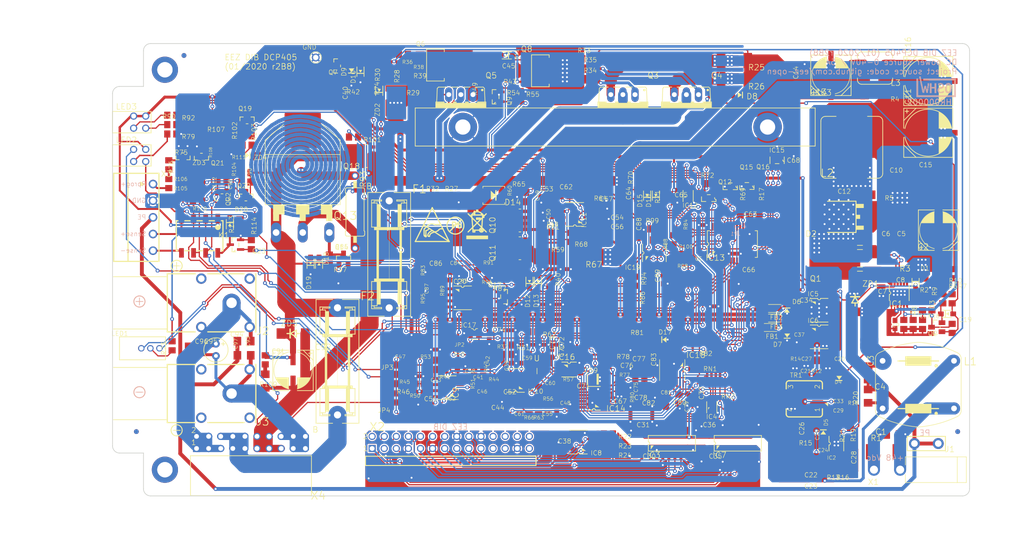
<source format=kicad_pcb>
(kicad_pcb (version 20171130) (host pcbnew 5.0.2+dfsg1-1)
  (layers (0 Top signal) (31 Bottom signal) (34 B.Paste user) (35 F.Paste user) (36 B.SilkS user) (37 F.SilkS user) (38 B.Mask user) (39 F.Mask user) (44 Edge.Cuts user))
  (net 0 "")
  (net 1 PE)
  (net 2 PWRGOOD)
  (net 3 V-)
  (net 4 V+)
  (net 5 PREG_OUT+)
  (net 6 GND)
  (net 7 POST_OUT+)
  (net 8 +5V)
  (net 9 U_SERVO)
  (net 10 I_SERVO)
  (net 11 I_MON)
  (net 12 SENSE-)
  (net 13 SENSE+)
  (net 14 U_MON)
  (net 15 I_SET)
  (net 16 POST_OUT-)
  (net 17 LOOP_CTRL)
  (net 18 ~DP_DRIVE)
  (net 19 POST_OE)
  (net 20 PREG_OUT-)
  (net 21 U_SET_OUT)
  (net 22 +VREF)
  (net 23 CURR_5A)
  (net 24 CURR_50MA)
  (net 25 SCLK)
  (net 26 MOSI)
  (net 27 CS_DAC)
  (net 28 CS_ADC)
  (net 29 MISO)
  (net 30 ~RESET)
  (net 31 PRE_OE)
  (net 32 CV_ACTIVE)
  (net 33 CC_ACTIVE)
  (net 34 RSENSE)
  (net 35 SENSE_ERR)
  (net 36 +3V3)
  (net 37 OE_TRIG)
  (net 38 GNDIO)
  (net 39 IRQ)
  (net 40 ~OVP_FAULT)
  (net 41 POST_OUTF+)
  (net 42 CS_IOEXP)
  (net 43 OVP_EN)
  (net 44 DC_OUT)
  (net 45 TEMP_CS)
  (net 46 -9V)
  (net 47 "Net-(C39-Pad1)")
  (net 48 /Post-regulator/GCOM)
  (net 49 "Net-(IC10-Pad3)")
  (net 50 "Net-(C60-Pad1)")
  (net 51 "Net-(IC19-Pad3)")
  (net 52 "Net-(IC19-Pad6)")
  (net 53 "Net-(IC19-Pad7)")
  (net 54 "Net-(IC19-Pad2)")
  (net 55 "Net-(IC19-Pad1)")
  (net 56 "/Power pre-regulator/FB")
  (net 57 "Net-(C10-Pad1)")
  (net 58 "/Power pre-regulator/SGND")
  (net 59 "/Power pre-regulator/PREG_IN-")
  (net 60 "Net-(C12-Pad2)")
  (net 61 "Net-(C12-Pad1)")
  (net 62 "Net-(C19-Pad2)")
  (net 63 "Net-(D3-PadC)")
  (net 64 "Net-(IC1-Pad10)")
  (net 65 "Net-(C17-Pad1)")
  (net 66 "Net-(C18-Pad1)")
  (net 67 "Net-(IC1-Pad12)")
  (net 68 "Net-(C8-Pad1)")
  (net 69 "Net-(D1-PadC)")
  (net 70 "Net-(IC1-Pad7)")
  (net 71 "Net-(C9-Pad2)")
  (net 72 "/Power pre-regulator/DC+")
  (net 73 "/Power pre-regulator/DC-")
  (net 74 "/Bias power, DIB interface/DIB_A2")
  (net 75 "/Bias power, DIB interface/DIB_A1")
  (net 76 "/Bias power, DIB interface/DIB_A0")
  (net 77 "Net-(IC3-Pad14)")
  (net 78 "/Bias power, DIB interface/CSA")
  (net 79 "/Bias power, DIB interface/CSB")
  (net 80 "Net-(IC3-Pad11)")
  (net 81 "/Bias power, DIB interface/DIB_MISO")
  (net 82 "/Bias power, DIB interface/DIB_CSB")
  (net 83 "/Bias power, DIB interface/DIB_CSA")
  (net 84 "/Bias power, DIB interface/DIB_SCLK")
  (net 85 "Net-(IC7-Pad14)")
  (net 86 "Net-(IC7-Pad13)")
  (net 87 "/Bias power, DIB interface/DIB_IRQ")
  (net 88 "/Bias power, DIB interface/DIB_NRESET")
  (net 89 "/Bias power, DIB interface/OE_SYNC")
  (net 90 "/Bias power, DIB interface/DIB_MOSI")
  (net 91 "Net-(IC4-Pad7)")
  (net 92 "Net-(IC4-Pad6)")
  (net 93 "Net-(IC4-Pad5)")
  (net 94 "Net-(IC4-Pad3)")
  (net 95 "/Bias power, DIB interface/DIB_SDA")
  (net 96 "/Bias power, DIB interface/DIB_SCL")
  (net 97 "Net-(C37-Pad2)")
  (net 98 "Net-(C34-Pad1)")
  (net 99 "Net-(C25-Pad2)")
  (net 100 "Net-(C24-Pad1)")
  (net 101 "Net-(C20-Pad1)")
  (net 102 "Net-(D4-PadC)")
  (net 103 "Net-(C26-Pad1)")
  (net 104 "/Bias power, DIB interface/+VNR")
  (net 105 "Net-(C29-Pad2)")
  (net 106 "Net-(IC2-Pad7)")
  (net 107 "Net-(IC2-Pad5)")
  (net 108 "Net-(C28-Pad1)")
  (net 109 "Net-(IC2-Pad3)")
  (net 110 "Net-(C24-Pad2)")
  (net 111 "Net-(C33-Pad2)")
  (net 112 "Net-(C44-Pad1)")
  (net 113 "Net-(IC9-Pad3)")
  (net 114 "Net-(C42-Pad1)")
  (net 115 "Net-(C46-Pad1)")
  (net 116 "Net-(C41-Pad2)")
  (net 117 "Net-(C47-Pad2)")
  (net 118 "Net-(Q5-Pad1)")
  (net 119 "Net-(Q6-Pad3)")
  (net 120 "Net-(Q6-Pad1)")
  (net 121 "Net-(IC9-Pad5)")
  (net 122 "Net-(C43-Pad1)")
  (net 123 "Net-(Q5-Pad3)")
  (net 124 "Net-(C55-Pad1)")
  (net 125 "Net-(C48-Pad1)")
  (net 126 "Net-(C61-Pad2)")
  (net 127 /Post-regulator/ISENSE+)
  (net 128 /Post-regulator/ISENSE-)
  (net 129 "Net-(Q10-Pad1)")
  (net 130 "Net-(R67-Pad1S)")
  (net 131 "Net-(Q11-Pad1)")
  (net 132 "Net-(R61-Pad2)")
  (net 133 "Net-(Q8-Pad2)")
  (net 134 "Net-(D11-PadA)")
  (net 135 "Net-(D11-PadC)")
  (net 136 "Net-(Q3-Pad3)")
  (net 137 "Net-(Q3-Pad1)")
  (net 138 "Net-(Q4-Pad3)")
  (net 139 "Net-(Q4-Pad1)")
  (net 140 "Net-(C45-Pad2)")
  (net 141 "Net-(C45-Pad1)")
  (net 142 "Net-(R27-Pad1)")
  (net 143 "Net-(C40-Pad1)")
  (net 144 "Net-(C40-Pad2)")
  (net 145 "Net-(IC16-Pad4)")
  (net 146 "Net-(IC16-Pad3)")
  (net 147 "/Digital control, Vref/~ADC_DRDY")
  (net 148 "Net-(C81-Pad2)")
  (net 149 "Net-(C78-Pad2)")
  (net 150 "Net-(C75-Pad2)")
  (net 151 "Net-(C77-Pad1)")
  (net 152 "Net-(C76-Pad2)")
  (net 153 "Net-(C71-Pad1)")
  (net 154 "Net-(IC14-Pad3)")
  (net 155 "/Digital control, Vref/~SET_DP")
  (net 156 "Net-(Q12-Pad3)")
  (net 157 "Net-(R75-Pad2)")
  (net 158 "Net-(IC17-Pad1)")
  (net 159 "/Digital control, Vref/U_SET")
  (net 160 "Net-(IC13-Pad19)")
  (net 161 "Net-(C63-Pad1)")
  (net 162 "/Digital control, Vref/OE_RED")
  (net 163 "/Digital control, Vref/OE_GREEN")
  (net 164 "Net-(IC13-Pad6)")
  (net 165 "/Digital control, Vref/AUX_USET_SW")
  (net 166 "/Digital control, Vref/OE")
  (net 167 "Net-(LED1-PadCC)")
  (net 168 "Net-(LED2-PadBC)")
  (net 169 "Net-(D15-PadA)")
  (net 170 "Net-(IC12-Pad3)")
  (net 171 "Net-(R76-Pad2)")
  (net 172 "Net-(K1-Pad5)")
  (net 173 "Net-(K1-Pad4)")
  (net 174 "Net-(LED2-PadTC)")
  (net 175 "Net-(LED3-PadBC)")
  (net 176 "Net-(Q16-Pad3)")
  (net 177 "Net-(Q15-Pad3)")
  (net 178 "Net-(LED3-PadTC)")
  (net 179 "Net-(Q13-PadG)")
  (net 180 "Net-(Q13-PadA2)")
  (net 181 "Net-(D18-PadA)")
  (net 182 "Net-(Q14-PadE)")
  (net 183 "Net-(D18-PadC)")
  (net 184 "Net-(IC20-Pad7)")
  (net 185 "Net-(C86-Pad2)")
  (net 186 "Net-(C87-Pad2)")
  (net 187 "Net-(Q18-Pad4)")
  (net 188 "Net-(R102-Pad2)")
  (net 189 "Net-(Q19-PadB)")
  (net 190 "Net-(C90-Pad2)")
  (net 191 "Net-(C98-Pad1)")
  (net 192 "Net-(Q22-PadC)")
  (net 193 "Net-(Q20-PadC)")
  (net 194 "Net-(Q21-PadB)")
  (net 195 "Net-(C91-Pad2)")
  (net 196 "Net-(D20-PadA)")
  (net 197 "/Rsense protection, power output/OUTC+")
  (net 198 "/Rsense protection, power output/OUTC-")
  (net 199 "Net-(F2-Pad2)")
  (module "EEZ DIB DCP405 r2B8:C0603" (layer Top) (at 124.4776 133.3266)
    (fp_text reference C51 (at -0.635 -0.635) (layer F.SilkS) (effects (font (size 0.9652 0.9652) (thickness 0.09652)) (justify left bottom)))
    (fp_text value 100n)
    (pad 2 smd roundrect (at 0.85 0) (size 1.1 1) (layers Top F.Paste F.Mask) (roundrect_rratio 0.0508) (net 4 V+))
    (pad 1 smd roundrect (at -0.85 0) (size 1.1 1) (layers Top F.Paste F.Mask) (roundrect_rratio 0.0508) (net 6 GND))
  )
  (module "EEZ DIB DCP405 r2B8:C0805" (layer Top) (at 149.9411 134.4696 90)
    (fp_text reference C55 (at -1.27 -1.27) (layer F.SilkS) (effects (font (size 0.77216 0.77216) (thickness 0.077216)) (justify left bottom)))
    (fp_text value 1n)
    (pad 2 smd roundrect (at 0.95 0 90) (size 1.3 1.5) (layers Top F.Paste F.Mask) (roundrect_rratio 0.03907692307692308) (net 10 I_SERVO))
    (pad 1 smd roundrect (at -0.95 0 90) (size 1.3 1.5) (layers Top F.Paste F.Mask) (roundrect_rratio 0.03907692307692308) (net 124 "Net-(C55-Pad1)"))
  )
  (module "EEZ DIB DCP405 r2B8:R0805" (layer Top) (at 146.7661 118.0231 180)
    (fp_text reference R62 (at -2.032 -1.143) (layer F.SilkS) (effects (font (size 0.9652 0.9652) (thickness 0.09652)) (justify left bottom)))
    (fp_text value 10K)
    (pad 2 smd roundrect (at 0.95 0 180) (size 1.3 1.5) (layers Top F.Paste F.Mask) (roundrect_rratio 0.03907692307692308) (net 50 "Net-(C60-Pad1)"))
    (pad 1 smd roundrect (at -0.95 0 180) (size 1.3 1.5) (layers Top F.Paste F.Mask) (roundrect_rratio 0.03907692307692308) (net 11 I_MON))
  )
  (module "EEZ DIB DCP405 r2B8:R0805" (layer Top) (at 149.9411 130.5326 90)
    (fp_text reference R56 (at -2.032 -1.143) (layer F.SilkS) (effects (font (size 0.77216 0.77216) (thickness 0.077216)) (justify left bottom)))
    (fp_text value 2K2)
    (pad 2 smd roundrect (at 0.95 0 90) (size 1.3 1.5) (layers Top F.Paste F.Mask) (roundrect_rratio 0.03907692307692308) (net 49 "Net-(IC10-Pad3)"))
    (pad 1 smd roundrect (at -0.95 0 90) (size 1.3 1.5) (layers Top F.Paste F.Mask) (roundrect_rratio 0.03907692307692308) (net 125 "Net-(C48-Pad1)"))
  )
  (module "EEZ DIB DCP405 r2B8:C0603" (layer Top) (at 131.7801 126.0876 180)
    (fp_text reference C58 (at -0.635 -0.635) (layer F.SilkS) (effects (font (size 0.77216 0.77216) (thickness 0.077216)) (justify left bottom)))
    (fp_text value 100n)
    (pad 2 smd roundrect (at 0.85 0 180) (size 1.1 1) (layers Top F.Paste F.Mask) (roundrect_rratio 0.0508) (net 3 V-))
    (pad 1 smd roundrect (at -0.85 0 180) (size 1.1 1) (layers Top F.Paste F.Mask) (roundrect_rratio 0.0508) (net 6 GND))
  )
  (module "EEZ DIB DCP405 r2B8:C0805" (layer Top) (at 136.6696 133.2631 180)
    (fp_text reference C44 (at -1.27 -1.27) (layer F.SilkS) (effects (font (size 0.9652 0.9652) (thickness 0.09652)) (justify left bottom)))
    (fp_text value N.C.)
    (pad 2 smd roundrect (at 0.95 0 180) (size 1.3 1.5) (layers Top F.Paste F.Mask) (roundrect_rratio 0.03907692307692308) (net 9 U_SERVO))
    (pad 1 smd roundrect (at -0.95 0 180) (size 1.3 1.5) (layers Top F.Paste F.Mask) (roundrect_rratio 0.03907692307692308) (net 112 "Net-(C44-Pad1)"))
  )
  (module "EEZ DIB DCP405 r2B8:R0805" (layer Top) (at 135.3996 125.3891 180)
    (fp_text reference R47 (at -2.032 -1.143 90) (layer F.SilkS) (effects (font (size 0.77216 0.77216) (thickness 0.077216)) (justify left bottom)))
    (fp_text value 10K)
    (pad 2 smd roundrect (at 0.95 0 180) (size 1.3 1.5) (layers Top F.Paste F.Mask) (roundrect_rratio 0.03907692307692308) (net 113 "Net-(IC9-Pad3)"))
    (pad 1 smd roundrect (at -0.95 0 180) (size 1.3 1.5) (layers Top F.Paste F.Mask) (roundrect_rratio 0.03907692307692308) (net 114 "Net-(C42-Pad1)"))
  )
  (module "EEZ DIB DCP405 r2B8:R0805" (layer Top) (at 130.3196 133.7076)
    (fp_text reference R52 (at -2.032 -1.143) (layer F.SilkS) (effects (font (size 0.77216 0.77216) (thickness 0.077216)) (justify left bottom)))
    (fp_text value 10K)
    (pad 2 smd roundrect (at 0.95 0) (size 1.3 1.5) (layers Top F.Paste F.Mask) (roundrect_rratio 0.03907692307692308) (net 115 "Net-(C46-Pad1)"))
    (pad 1 smd roundrect (at -0.95 0) (size 1.3 1.5) (layers Top F.Paste F.Mask) (roundrect_rratio 0.03907692307692308) (net 14 U_MON))
  )
  (module "EEZ DIB DCP405 r2B8:R0805" (layer Top) (at 147.9726 134.4696 90)
    (fp_text reference R63 (at -2.032 -1.143) (layer F.SilkS) (effects (font (size 0.77216 0.77216) (thickness 0.077216)) (justify left bottom)))
    (fp_text value 1K8)
    (pad 2 smd roundrect (at 0.95 0 90) (size 1.3 1.5) (layers Top F.Paste F.Mask) (roundrect_rratio 0.03907692307692308) (net 50 "Net-(C60-Pad1)"))
    (pad 1 smd roundrect (at -0.95 0 90) (size 1.3 1.5) (layers Top F.Paste F.Mask) (roundrect_rratio 0.03907692307692308) (net 124 "Net-(C55-Pad1)"))
  )
  (module "EEZ DIB DCP405 r2B8:R0805" (layer Top) (at 146.0041 134.4696 90)
    (fp_text reference R66 (at -2.032 -1.143) (layer F.SilkS) (effects (font (size 0.77216 0.77216) (thickness 0.077216)) (justify left bottom)))
    (fp_text value 3K3)
    (pad 2 smd roundrect (at 0.95 0 90) (size 1.3 1.5) (layers Top F.Paste F.Mask) (roundrect_rratio 0.03907692307692308) (net 50 "Net-(C60-Pad1)"))
    (pad 1 smd roundrect (at -0.95 0 90) (size 1.3 1.5) (layers Top F.Paste F.Mask) (roundrect_rratio 0.03907692307692308) (net 126 "Net-(C61-Pad2)"))
  )
  (module "EEZ DIB DCP405 r2B8:C0805" (layer Top) (at 144.0356 134.4696 90)
    (fp_text reference C61 (at -1.27 -1.27) (layer F.SilkS) (effects (font (size 0.77216 0.77216) (thickness 0.077216)) (justify left bottom)))
    (fp_text value 4n7)
    (pad 2 smd roundrect (at 0.95 0 90) (size 1.3 1.5) (layers Top F.Paste F.Mask) (roundrect_rratio 0.03907692307692308) (net 126 "Net-(C61-Pad2)"))
    (pad 1 smd roundrect (at -0.95 0 90) (size 1.3 1.5) (layers Top F.Paste F.Mask) (roundrect_rratio 0.03907692307692308) (net 7 POST_OUT+))
  )
  (module "EEZ DIB DCP405 r2B8:C0805" (layer Top) (at 135.3996 129.3261)
    (fp_text reference C41 (at -1.27 -1.27) (layer F.SilkS) (effects (font (size 0.77216 0.77216) (thickness 0.077216)) (justify left bottom)))
    (fp_text value 100p)
    (pad 2 smd roundrect (at 0.95 0) (size 1.3 1.5) (layers Top F.Paste F.Mask) (roundrect_rratio 0.03907692307692308) (net 116 "Net-(C41-Pad2)"))
    (pad 1 smd roundrect (at -0.95 0) (size 1.3 1.5) (layers Top F.Paste F.Mask) (roundrect_rratio 0.03907692307692308) (net 16 POST_OUT-))
  )
  (module "EEZ DIB DCP405 r2B8:R0805" (layer Top) (at 135.3996 127.3576 180)
    (fp_text reference R44 (at -2.032 -1.143) (layer F.SilkS) (effects (font (size 0.77216 0.77216) (thickness 0.077216)) (justify left bottom)))
    (fp_text value 16K)
    (pad 2 smd roundrect (at 0.95 0 180) (size 1.3 1.5) (layers Top F.Paste F.Mask) (roundrect_rratio 0.03907692307692308) (net 113 "Net-(IC9-Pad3)"))
    (pad 1 smd roundrect (at -0.95 0 180) (size 1.3 1.5) (layers Top F.Paste F.Mask) (roundrect_rratio 0.03907692307692308) (net 116 "Net-(C41-Pad2)"))
  )
  (module "EEZ DIB DCP405 r2B8:C0805" (layer Top) (at 119.0166 125.0081)
    (fp_text reference C47 (at -1.27 -1.27) (layer F.SilkS) (effects (font (size 0.77216 0.77216) (thickness 0.077216)) (justify left bottom)))
    (fp_text value 100p)
    (pad 2 smd roundrect (at 0.95 0) (size 1.3 1.5) (layers Top F.Paste F.Mask) (roundrect_rratio 0.03907692307692308) (net 117 "Net-(C47-Pad2)"))
    (pad 1 smd roundrect (at -0.95 0) (size 1.3 1.5) (layers Top F.Paste F.Mask) (roundrect_rratio 0.03907692307692308) (net 7 POST_OUT+))
  )
  (module "EEZ DIB DCP405 r2B8:R0805" (layer Top) (at 127.4621 123.9921)
    (fp_text reference R53 (at -2.032 -1.143) (layer F.SilkS) (effects (font (size 0.77216 0.77216) (thickness 0.077216)) (justify right top)))
    (fp_text value 16K)
    (pad 2 smd roundrect (at 0.95 0) (size 1.3 1.5) (layers Top F.Paste F.Mask) (roundrect_rratio 0.03907692307692308) (net 115 "Net-(C46-Pad1)"))
    (pad 1 smd roundrect (at -0.95 0) (size 1.3 1.5) (layers Top F.Paste F.Mask) (roundrect_rratio 0.03907692307692308) (net 117 "Net-(C47-Pad2)"))
  )
  (module "EEZ DIB DCP405 r2B8:SOD323-R" (layer Top) (at 146.0676 107.5456 90)
    (fp_text reference D12 (at -2.54 -0.9525 90) (layer F.SilkS) (effects (font (size 0.9652 0.9652) (thickness 0.09652)) (justify right top)))
    (fp_text value BAS316)
    (pad A smd roundrect (at 1.3 0 90) (size 1.2 1) (layers Top F.Paste F.Mask) (roundrect_rratio 0.0508) (net 17 LOOP_CTRL))
    (pad C smd roundrect (at -1.3 0 90) (size 1.2 1) (layers Top F.Paste F.Mask) (roundrect_rratio 0.0508) (net 9 U_SERVO))
  )
  (module "EEZ DIB DCP405 r2B8:SOD323-R" (layer Top) (at 147.8456 107.5456 90)
    (fp_text reference D13 (at -2.54 -0.9525 90) (layer F.SilkS) (effects (font (size 0.9652 0.9652) (thickness 0.09652)) (justify right top)))
    (fp_text value BAS316)
    (pad A smd roundrect (at 1.3 0 90) (size 1.2 1) (layers Top F.Paste F.Mask) (roundrect_rratio 0.0508) (net 17 LOOP_CTRL))
    (pad C smd roundrect (at -1.3 0 90) (size 1.2 1) (layers Top F.Paste F.Mask) (roundrect_rratio 0.0508) (net 10 I_SERVO))
  )
  (module "EEZ DIB DCP405 r2B8:R0805" (layer Top) (at 115.6511 63.7306)
    (fp_text reference R30 (at -2.032 -1.143 90) (layer F.SilkS) (effects (font (size 0.9652 0.9652) (thickness 0.09652)) (justify right top)))
    (fp_text value 4K7)
    (pad 2 smd roundrect (at 0.95 0) (size 1.3 1.5) (layers Top F.Paste F.Mask) (roundrect_rratio 0.03907692307692308) (net 118 "Net-(Q5-Pad1)"))
    (pad 1 smd roundrect (at -0.95 0) (size 1.3 1.5) (layers Top F.Paste F.Mask) (roundrect_rratio 0.03907692307692308) (net 7 POST_OUT+))
  )
  (module "EEZ DIB DCP405 r2B8:R0805" (layer Top) (at 119.5881 63.7306 180)
    (fp_text reference R39 (at -2.032 -1.143) (layer F.SilkS) (effects (font (size 0.9652 0.9652) (thickness 0.09652)) (justify left bottom)))
    (fp_text value 220R)
    (pad 2 smd roundrect (at 0.95 0 180) (size 1.3 1.5) (layers Top F.Paste F.Mask) (roundrect_rratio 0.03907692307692308) (net 46 -9V))
    (pad 1 smd roundrect (at -0.95 0 180) (size 1.3 1.5) (layers Top F.Paste F.Mask) (roundrect_rratio 0.03907692307692308) (net 119 "Net-(Q6-Pad3)"))
  )
  (module "EEZ DIB DCP405 r2B8:R0805" (layer Top) (at 119.5881 61.7621 180)
    (fp_text reference R38 (at -2.032 -1.143) (layer F.SilkS) (effects (font (size 0.77216 0.77216) (thickness 0.077216)) (justify left bottom)))
    (fp_text value 1K)
    (pad 2 smd roundrect (at 0.95 0 180) (size 1.3 1.5) (layers Top F.Paste F.Mask) (roundrect_rratio 0.03907692307692308) (net 46 -9V))
    (pad 1 smd roundrect (at -0.95 0 180) (size 1.3 1.5) (layers Top F.Paste F.Mask) (roundrect_rratio 0.03907692307692308) (net 120 "Net-(Q6-Pad1)"))
  )
  (module "EEZ DIB DCP405 r2B8:R0805" (layer Top) (at 127.4621 125.9606 180)
    (fp_text reference R41 (at -2.032 -1.143) (layer F.SilkS) (effects (font (size 0.77216 0.77216) (thickness 0.077216)) (justify right top)))
    (fp_text value "7K5 0.1%")
    (pad 2 smd roundrect (at 0.95 0 180) (size 1.3 1.5) (layers Top F.Paste F.Mask) (roundrect_rratio 0.03907692307692308) (net 121 "Net-(IC9-Pad5)"))
    (pad 1 smd roundrect (at -0.95 0 180) (size 1.3 1.5) (layers Top F.Paste F.Mask) (roundrect_rratio 0.03907692307692308) (net 48 /Post-regulator/GCOM))
  )
  (module "EEZ DIB DCP405 r2B8:R0805" (layer Top) (at 119.0166 126.9766 180)
    (fp_text reference R45 (at -2.032 -1.143) (layer F.SilkS) (effects (font (size 0.77216 0.77216) (thickness 0.077216)) (justify right top)))
    (fp_text value "124K 0.1%")
    (pad 2 smd roundrect (at 0.95 0 180) (size 1.3 1.5) (layers Top F.Paste F.Mask) (roundrect_rratio 0.03907692307692308) (net 13 SENSE+))
    (pad 1 smd roundrect (at -0.95 0 180) (size 1.3 1.5) (layers Top F.Paste F.Mask) (roundrect_rratio 0.03907692307692308) (net 121 "Net-(IC9-Pad5)"))
  )
  (module "EEZ DIB DCP405 r2B8:R0805" (layer Top) (at 119.0166 128.9451 180)
    (fp_text reference R46 (at -2.032 -1.143) (layer F.SilkS) (effects (font (size 0.9652 0.9652) (thickness 0.09652)) (justify right top)))
    (fp_text value "124K 0.1%")
    (pad 2 smd roundrect (at 0.95 0 180) (size 1.3 1.5) (layers Top F.Paste F.Mask) (roundrect_rratio 0.03907692307692308) (net 12 SENSE-))
    (pad 1 smd roundrect (at -0.95 0 180) (size 1.3 1.5) (layers Top F.Paste F.Mask) (roundrect_rratio 0.03907692307692308) (net 122 "Net-(C43-Pad1)"))
  )
  (module "EEZ DIB DCP405 r2B8:R0805" (layer Top) (at 122.0011 129.8976 90)
    (fp_text reference R50 (at -2.032 -1.143) (layer F.SilkS) (effects (font (size 0.77216 0.77216) (thickness 0.077216)) (justify left bottom)))
    (fp_text value "7K5 0.1%")
    (pad 2 smd roundrect (at 0.95 0 90) (size 1.3 1.5) (layers Top F.Paste F.Mask) (roundrect_rratio 0.03907692307692308) (net 122 "Net-(C43-Pad1)"))
    (pad 1 smd roundrect (at -0.95 0 90) (size 1.3 1.5) (layers Top F.Paste F.Mask) (roundrect_rratio 0.03907692307692308) (net 14 U_MON))
  )
  (module "EEZ DIB DCP405 r2B8:SOT230P700X180-4N" (layer Top) (at 126.3191 62.0161)
    (fp_text reference Q6 (at -4.1656 -3.8735) (layer F.SilkS) (effects (font (size 0.9652 0.9652) (thickness 0.09652)) (justify left bottom)))
    (fp_text value BCP56-16.115)
    (pad 4 smd roundrect (at 2.5654 0) (size 3.175 5.08) (layers Top F.Paste F.Mask) (roundrect_rratio 0.016) (net 118 "Net-(Q5-Pad1)"))
    (pad 3 smd roundrect (at -3.2004 2.3114) (size 1.905 1.143) (layers Top F.Paste F.Mask) (roundrect_rratio 0.04444444444444445) (net 119 "Net-(Q6-Pad3)"))
    (pad 2 smd roundrect (at -3.2004 0) (size 1.905 1.143) (layers Top F.Paste F.Mask) (roundrect_rratio 0.04444444444444445) (net 118 "Net-(Q5-Pad1)"))
    (pad 1 smd roundrect (at -3.2004 -2.3114) (size 1.905 1.143) (layers Top F.Paste F.Mask) (roundrect_rratio 0.04444444444444445) (net 120 "Net-(Q6-Pad1)"))
  )
  (module "EEZ DIB DCP405 r2B8:SOIC127P600X173-8N" (layer Top) (at 128.7956 129.7706 180)
    (fp_text reference IC9 (at -2.5019 -2.8575 90) (layer F.SilkS) (effects (font (size 1.2065 1.2065) (thickness 0.12065)) (justify left bottom)))
    (fp_text value TL072D)
    (pad 5 smd roundrect (at 2.7 1.91 180) (size 1.55 0.6) (layers Top F.Paste F.Mask) (roundrect_rratio 0.08466666666666667) (net 121 "Net-(IC9-Pad5)"))
    (pad 6 smd roundrect (at 2.7 0.64 180) (size 1.55 0.6) (layers Top F.Paste F.Mask) (roundrect_rratio 0.08466666666666667) (net 122 "Net-(C43-Pad1)"))
    (pad 7 smd roundrect (at 2.7 -0.63 180) (size 1.55 0.6) (layers Top F.Paste F.Mask) (roundrect_rratio 0.08466666666666667) (net 14 U_MON))
    (pad 8 smd roundrect (at 2.7 -1.9 180) (size 1.55 0.6) (layers Top F.Paste F.Mask) (roundrect_rratio 0.08466666666666667) (net 4 V+))
    (pad 4 smd roundrect (at -2.7 1.91 180) (size 1.55 0.6) (layers Top F.Paste F.Mask) (roundrect_rratio 0.08466666666666667) (net 3 V-))
    (pad 3 smd roundrect (at -2.7 0.64 180) (size 1.55 0.6) (layers Top F.Paste F.Mask) (roundrect_rratio 0.08466666666666667) (net 113 "Net-(IC9-Pad3)"))
    (pad 2 smd roundrect (at -2.7 -0.63 180) (size 1.55 0.6) (layers Top F.Paste F.Mask) (roundrect_rratio 0.08466666666666667) (net 115 "Net-(C46-Pad1)"))
    (pad 1 smd roundrect (at -2.7 -1.9 180) (size 1.55 0.6) (layers Top F.Paste F.Mask) (roundrect_rratio 0.08466666666666667) (net 9 U_SERVO))
  )
  (module "EEZ DIB DCP405 r2B8:C0603" (layer Top) (at 141.1146 131.8661)
    (fp_text reference C52 (at -0.635 -0.635) (layer F.SilkS) (effects (font (size 0.9652 0.9652) (thickness 0.09652)) (justify left bottom)))
    (fp_text value 100n)
    (pad 2 smd roundrect (at 0.85 0) (size 1.1 1) (layers Top F.Paste F.Mask) (roundrect_rratio 0.0508) (net 4 V+))
    (pad 1 smd roundrect (at -0.85 0) (size 1.1 1) (layers Top F.Paste F.Mask) (roundrect_rratio 0.0508) (net 6 GND))
  )
  (module "EEZ DIB DCP405 r2B8:C0603" (layer Top) (at 145.0516 124.6271)
    (fp_text reference C59 (at -0.635 -0.635) (layer F.SilkS) (effects (font (size 0.77216 0.77216) (thickness 0.077216)) (justify left bottom)))
    (fp_text value 100n)
    (pad 2 smd roundrect (at 0.85 0) (size 1.1 1) (layers Top F.Paste F.Mask) (roundrect_rratio 0.0508) (net 3 V-))
    (pad 1 smd roundrect (at -0.85 0) (size 1.1 1) (layers Top F.Paste F.Mask) (roundrect_rratio 0.0508) (net 6 GND))
  )
  (module "EEZ DIB DCP405 r2B8:TO220FP-V" (layer Top) (at 131.6531 68.4296 180)
    (fp_text reference Q5 (at -5.08 3.5052) (layer F.SilkS) (effects (font (size 1.2065 1.2065) (thickness 0.12065)) (justify left bottom)))
    (fp_text value "FQPF11P06 or FQPF27P06")
    (pad 3 thru_hole oval (at 2.54 0.2032 270) (size 3.048 1.524) (drill 1.016) (layers *.Cu *.Mask) (net 123 "Net-(Q5-Pad3)"))
    (pad 2 thru_hole oval (at 0 0.2032 270) (size 3.048 1.524) (drill 1.016) (layers *.Cu *.Mask) (net 20 PREG_OUT-))
    (pad 1 thru_hole oval (at -2.54 0.2032 270) (size 3.048 1.524) (drill 1.016) (layers *.Cu *.Mask) (net 118 "Net-(Q5-Pad1)"))
  )
  (module "EEZ DIB DCP405 r2B8:SOIC127P600X173-8N" (layer Top) (at 143.1466 128.2466 180)
    (fp_text reference IC10 (at -2.5019 -2.8575) (layer F.SilkS) (effects (font (size 0.9652 0.9652) (thickness 0.09652)) (justify left bottom)))
    (fp_text value MC33272ADR2G)
    (pad 5 smd roundrect (at 2.7 1.91 180) (size 1.55 0.6) (layers Top F.Paste F.Mask) (roundrect_rratio 0.08466666666666667) (net 47 "Net-(C39-Pad1)"))
    (pad 6 smd roundrect (at 2.7 0.64 180) (size 1.55 0.6) (layers Top F.Paste F.Mask) (roundrect_rratio 0.08466666666666667) (net 48 /Post-regulator/GCOM))
    (pad 7 smd roundrect (at 2.7 -0.63 180) (size 1.55 0.6) (layers Top F.Paste F.Mask) (roundrect_rratio 0.08466666666666667) (net 48 /Post-regulator/GCOM))
    (pad 8 smd roundrect (at 2.7 -1.9 180) (size 1.55 0.6) (layers Top F.Paste F.Mask) (roundrect_rratio 0.08466666666666667) (net 4 V+))
    (pad 4 smd roundrect (at -2.7 1.91 180) (size 1.55 0.6) (layers Top F.Paste F.Mask) (roundrect_rratio 0.08466666666666667) (net 3 V-))
    (pad 3 smd roundrect (at -2.7 0.64 180) (size 1.55 0.6) (layers Top F.Paste F.Mask) (roundrect_rratio 0.08466666666666667) (net 49 "Net-(IC10-Pad3)"))
    (pad 2 smd roundrect (at -2.7 -0.63 180) (size 1.55 0.6) (layers Top F.Paste F.Mask) (roundrect_rratio 0.08466666666666667) (net 50 "Net-(C60-Pad1)"))
    (pad 1 smd roundrect (at -2.7 -1.9 180) (size 1.55 0.6) (layers Top F.Paste F.Mask) (roundrect_rratio 0.08466666666666667) (net 10 I_SERVO))
  )
  (module "EEZ DIB DCP405 r2B8:R2512" (layer Top) (at 117.9981 71.2236 270)
    (fp_text reference R29 (at -2.794 -2.159) (layer F.SilkS) (effects (font (size 0.9652 0.9652) (thickness 0.09652)) (justify left bottom)))
    (fp_text value 2R2/2W)
    (pad 2 smd roundrect (at 2.8 0 270) (size 1.8 3.2) (layers Top F.Paste F.Mask) (roundrect_rratio 0.02822222222222222) (net 7 POST_OUT+))
    (pad 1 smd roundrect (at -2.8 0 270) (size 1.8 3.2) (layers Top F.Paste F.Mask) (roundrect_rratio 0.02822222222222222) (net 123 "Net-(Q5-Pad3)"))
  )
  (module "EEZ DIB DCP405 r2B8:C0603" (layer Top) (at 141.4956 124.6271)
    (fp_text reference C39 (at -0.635 -0.635 90) (layer F.SilkS) (effects (font (size 0.77216 0.77216) (thickness 0.077216)) (justify right top)))
    (fp_text value 100n)
    (pad 2 smd roundrect (at 0.85 0) (size 1.1 1) (layers Top F.Paste F.Mask) (roundrect_rratio 0.0508) (net 6 GND))
    (pad 1 smd roundrect (at -0.85 0) (size 1.1 1) (layers Top F.Paste F.Mask) (roundrect_rratio 0.0508) (net 47 "Net-(C39-Pad1)"))
  )
  (module "EEZ DIB DCP405 r2B8:R0805" (layer Top) (at 141.2416 122.7856)
    (fp_text reference R37 (at -2.032 -1.143) (layer F.SilkS) (effects (font (size 0.77216 0.77216) (thickness 0.077216)) (justify left bottom)))
    (fp_text value 220R)
    (pad 2 smd roundrect (at 0.95 0) (size 1.3 1.5) (layers Top F.Paste F.Mask) (roundrect_rratio 0.03907692307692308) (net 6 GND))
    (pad 1 smd roundrect (at -0.95 0) (size 1.3 1.5) (layers Top F.Paste F.Mask) (roundrect_rratio 0.03907692307692308) (net 47 "Net-(C39-Pad1)"))
  )
  (module "EEZ DIB DCP405 r2B8:R0805" (layer Top) (at 141.2416 120.8171 180)
    (fp_text reference R31 (at -2.032 -1.143) (layer F.SilkS) (effects (font (size 0.9652 0.9652) (thickness 0.09652)) (justify left bottom)))
    (fp_text value 10K)
    (pad 2 smd roundrect (at 0.95 0 180) (size 1.3 1.5) (layers Top F.Paste F.Mask) (roundrect_rratio 0.03907692307692308) (net 47 "Net-(C39-Pad1)"))
    (pad 1 smd roundrect (at -0.95 0 180) (size 1.3 1.5) (layers Top F.Paste F.Mask) (roundrect_rratio 0.03907692307692308) (net 22 +VREF))
  )
  (module "EEZ DIB DCP405 r2B8:MC1,5_5-G-3,5" (layer Top) (at 67.0011 94.0036 270)
    (fp_text reference X3 (at -8.425 -1.5875) (layer F.SilkS) (effects (font (size 1.2065 1.2065) (thickness 0.12065)) (justify left bottom)))
    (fp_text value 691322110005)
    (pad 5 thru_hole circle (at 7 0 270) (size 1.8 1.8) (drill 1.2) (layers *.Cu *.Mask) (net 172 "Net-(K1-Pad5)"))
    (pad 4 thru_hole circle (at 3.5 0 270) (size 1.8 1.8) (drill 1.2) (layers *.Cu *.Mask) (net 173 "Net-(K1-Pad4)"))
    (pad 3 thru_hole circle (at 0 0 270) (size 1.8 1.8) (drill 1.2) (layers *.Cu *.Mask) (net 1 PE))
    (pad 2 thru_hole circle (at -3.5 0 270) (size 1.8 1.8) (drill 1.2) (layers *.Cu *.Mask) (net 6 GND))
    (pad 1 thru_hole circle (at -7 0 270) (size 1.8 1.8) (drill 1.2) (layers *.Cu *.Mask) (net 171 "Net-(R76-Pad2)"))
  )
  (module "EEZ DIB DCP405 r2B8:C1206" (layer Top) (at 164.9271 131.9296 90)
    (fp_text reference C67 (at -1.27 -1.27) (layer F.SilkS) (effects (font (size 0.9652 0.9652) (thickness 0.09652)) (justify left bottom)))
    (fp_text value 4u7)
    (pad 2 smd roundrect (at 1.4 0 90) (size 1.6 1.8) (layers Top F.Paste F.Mask) (roundrect_rratio 0.03175) (net 6 GND))
    (pad 1 smd roundrect (at -1.4 0 90) (size 1.6 1.8) (layers Top F.Paste F.Mask) (roundrect_rratio 0.03175) (net 4 V+))
  )
  (module "EEZ DIB DCP405 r2B8:DGK8-M" (layer Top) (at 154.3861 125.9606)
    (fp_text reference IC16 (at -2.8702 -1.905) (layer F.SilkS) (effects (font (size 1.2065 1.2065) (thickness 0.12065)) (justify left bottom)))
    (fp_text value DAC8552IDGKR)
    (pad 8 smd roundrect (at 2.2352 -0.9652) (size 1.7272 0.4826) (layers Top F.Paste F.Mask) (roundrect_rratio 0.1052631578947368) (net 6 GND))
    (pad 7 smd roundrect (at 2.2352 -0.3302) (size 1.7272 0.4826) (layers Top F.Paste F.Mask) (roundrect_rratio 0.1052631578947368) (net 26 MOSI))
    (pad 6 smd roundrect (at 2.2352 0.3302) (size 1.7272 0.4826) (layers Top F.Paste F.Mask) (roundrect_rratio 0.1052631578947368) (net 25 SCLK))
    (pad 5 smd roundrect (at 2.2352 0.9652) (size 1.7272 0.4826) (layers Top F.Paste F.Mask) (roundrect_rratio 0.1052631578947368) (net 27 CS_DAC))
    (pad 4 smd roundrect (at -2.2352 0.9652) (size 1.7272 0.4826) (layers Top F.Paste F.Mask) (roundrect_rratio 0.1052631578947368) (net 145 "Net-(IC16-Pad4)"))
    (pad 3 smd roundrect (at -2.2352 0.3302) (size 1.7272 0.4826) (layers Top F.Paste F.Mask) (roundrect_rratio 0.1052631578947368) (net 146 "Net-(IC16-Pad3)"))
    (pad 2 smd roundrect (at -2.2352 -0.3302) (size 1.7272 0.4826) (layers Top F.Paste F.Mask) (roundrect_rratio 0.1052631578947368) (net 22 +VREF))
    (pad 1 smd roundrect (at -2.2352 -0.9652) (size 1.7272 0.4826) (layers Top F.Paste F.Mask) (roundrect_rratio 0.1052631578947368) (net 4 V+))
  )
  (module "EEZ DIB DCP405 r2B8:C0603" (layer Top) (at 152.7986 122.5316 270)
    (fp_text reference C72 (at -0.635 -0.635 90) (layer F.SilkS) (effects (font (size 0.9652 0.9652) (thickness 0.09652)) (justify left bottom)))
    (fp_text value 100n)
    (pad 2 smd roundrect (at 0.85 0 270) (size 1.1 1) (layers Top F.Paste F.Mask) (roundrect_rratio 0.0508) (net 4 V+))
    (pad 1 smd roundrect (at -0.85 0 270) (size 1.1 1) (layers Top F.Paste F.Mask) (roundrect_rratio 0.0508) (net 6 GND))
  )
  (module "EEZ DIB DCP405 r2B8:C0603" (layer Top) (at 150.7666 122.5316 270)
    (fp_text reference C73 (at -0.635 -0.635 90) (layer F.SilkS) (effects (font (size 0.9652 0.9652) (thickness 0.09652)) (justify left bottom)))
    (fp_text value 100n)
    (pad 2 smd roundrect (at 0.85 0 270) (size 1.1 1) (layers Top F.Paste F.Mask) (roundrect_rratio 0.0508) (net 22 +VREF))
    (pad 1 smd roundrect (at -0.85 0 270) (size 1.1 1) (layers Top F.Paste F.Mask) (roundrect_rratio 0.0508) (net 6 GND))
  )
  (module "EEZ DIB DCP405 r2B8:PW(R-PDSO-G16)" (layer Top) (at 176.0396 126.0876 270)
    (fp_text reference IC18 (at -2.449993 -2.849993) (layer F.SilkS) (effects (font (size 1.2065 1.2065) (thickness 0.12065)) (justify left bottom)))
    (fp_text value ADS1120IPWR)
    (pad 16 smd roundrect (at 2.8 -2.3 270) (size 1.6 0.35) (layers Top F.Paste F.Mask) (roundrect_rratio 0.1451428571428571) (net 26 MOSI))
    (pad 15 smd roundrect (at 2.8 -1.65 270) (size 1.6 0.35) (layers Top F.Paste F.Mask) (roundrect_rratio 0.1451428571428571) (net 29 MISO))
    (pad 14 smd roundrect (at 2.8 -1 270) (size 1.6 0.35) (layers Top F.Paste F.Mask) (roundrect_rratio 0.1451428571428571) (net 147 "/Digital control, Vref/~ADC_DRDY"))
    (pad 13 smd roundrect (at 2.8 -0.35 270) (size 1.6 0.35) (layers Top F.Paste F.Mask) (roundrect_rratio 0.1451428571428571) (net 8 +5V))
    (pad 12 smd roundrect (at 2.8 0.3 270) (size 1.6 0.35) (layers Top F.Paste F.Mask) (roundrect_rratio 0.1451428571428571) (net 148 "Net-(C81-Pad2)"))
    (pad 11 smd roundrect (at 2.8 0.95 270) (size 1.6 0.35) (layers Top F.Paste F.Mask) (roundrect_rratio 0.1451428571428571) (net 149 "Net-(C78-Pad2)"))
    (pad 10 smd roundrect (at 2.8 1.6 270) (size 1.6 0.35) (layers Top F.Paste F.Mask) (roundrect_rratio 0.1451428571428571) (net 150 "Net-(C75-Pad2)"))
    (pad 9 smd roundrect (at 2.8 2.25 270) (size 1.6 0.35) (layers Top F.Paste F.Mask) (roundrect_rratio 0.1451428571428571) (net 22 +VREF))
    (pad 1 smd roundrect (at -2.8 -2.3 270) (size 1.6 0.35) (layers Top F.Paste F.Mask) (roundrect_rratio 0.1451428571428571) (net 25 SCLK))
    (pad 2 smd roundrect (at -2.8 -1.65 270) (size 1.6 0.35) (layers Top F.Paste F.Mask) (roundrect_rratio 0.1451428571428571) (net 28 CS_ADC))
    (pad 3 smd roundrect (at -2.8 -1 270) (size 1.6 0.35) (layers Top F.Paste F.Mask) (roundrect_rratio 0.1451428571428571) (net 6 GND))
    (pad 4 smd roundrect (at -2.8 -0.35 270) (size 1.6 0.35) (layers Top F.Paste F.Mask) (roundrect_rratio 0.1451428571428571) (net 6 GND))
    (pad 5 smd roundrect (at -2.8 0.3 270) (size 1.6 0.35) (layers Top F.Paste F.Mask) (roundrect_rratio 0.1451428571428571) (net 6 GND))
    (pad 6 smd roundrect (at -2.8 0.95 270) (size 1.6 0.35) (layers Top F.Paste F.Mask) (roundrect_rratio 0.1451428571428571) (net 151 "Net-(C77-Pad1)"))
    (pad 7 smd roundrect (at -2.8 1.6 270) (size 1.6 0.35) (layers Top F.Paste F.Mask) (roundrect_rratio 0.1451428571428571) (net 152 "Net-(C76-Pad2)"))
    (pad 8 smd roundrect (at -2.8 2.25 270) (size 1.6 0.35) (layers Top F.Paste F.Mask) (roundrect_rratio 0.1451428571428571) (net 6 GND))
  )
  (module "EEZ DIB DCP405 r2B8:C0603" (layer Top) (at 190.0096 106.2121 270)
    (fp_text reference C66 (at -0.635 -0.635) (layer F.SilkS) (effects (font (size 0.9652 0.9652) (thickness 0.09652)) (justify left bottom)))
    (fp_text value 100n)
    (pad 2 smd roundrect (at 0.85 0 270) (size 1.1 1) (layers Top F.Paste F.Mask) (roundrect_rratio 0.0508) (net 6 GND))
    (pad 1 smd roundrect (at -0.85 0 270) (size 1.1 1) (layers Top F.Paste F.Mask) (roundrect_rratio 0.0508) (net 8 +5V))
  )
  (module "EEZ DIB DCP405 r2B8:R1206" (layer Top) (at 180.3576 124.4366 270)
    (fp_text reference R82 (at -1.27 -1.27) (layer F.SilkS) (effects (font (size 0.9652 0.9652) (thickness 0.09652)) (justify left bottom)))
    (fp_text value 10R)
    (pad 1 smd roundrect (at -1.422 0 270) (size 1.6 1.803) (layers Top F.Paste F.Mask) (roundrect_rratio 0.03175) (net 4 V+))
    (pad 2 smd roundrect (at 1.422 0 270) (size 1.6 1.803) (layers Top F.Paste F.Mask) (roundrect_rratio 0.03175) (net 148 "Net-(C81-Pad2)"))
  )
  (module "EEZ DIB DCP405 r2B8:C0603" (layer Top) (at 174.1981 131.8661)
    (fp_text reference C81 (at -0.635 -0.635) (layer F.SilkS) (effects (font (size 0.77216 0.77216) (thickness 0.077216)) (justify left bottom)))
    (fp_text value 100n)
    (pad 2 smd roundrect (at 0.85 0) (size 1.1 1) (layers Top F.Paste F.Mask) (roundrect_rratio 0.0508) (net 148 "Net-(C81-Pad2)"))
    (pad 1 smd roundrect (at -0.85 0) (size 1.1 1) (layers Top F.Paste F.Mask) (roundrect_rratio 0.0508) (net 6 GND))
  )
  (module "EEZ DIB DCP405 r2B8:C0603" (layer Top) (at 179.2781 131.9296 90)
    (fp_text reference C79 (at -0.635 -0.635 90) (layer F.SilkS) (effects (font (size 0.77216 0.77216) (thickness 0.077216)) (justify right top)))
    (fp_text value 100n)
    (pad 2 smd roundrect (at 0.85 0 90) (size 1.1 1) (layers Top F.Paste F.Mask) (roundrect_rratio 0.0508) (net 8 +5V))
    (pad 1 smd roundrect (at -0.85 0 90) (size 1.1 1) (layers Top F.Paste F.Mask) (roundrect_rratio 0.0508) (net 6 GND))
  )
  (module "EEZ DIB DCP405 r2B8:R0805" (layer Top) (at 143.2736 67.6041 180)
    (fp_text reference R55 (at -2.032 -1.143) (layer F.SilkS) (effects (font (size 0.9652 0.9652) (thickness 0.09652)) (justify left bottom)))
    (fp_text value N.C.)
    (pad 2 smd roundrect (at 0.95 0 180) (size 1.3 1.5) (layers Top F.Paste F.Mask) (roundrect_rratio 0.03907692307692308) (net 141 "Net-(C45-Pad1)"))
    (pad 1 smd roundrect (at -0.95 0 180) (size 1.3 1.5) (layers Top F.Paste F.Mask) (roundrect_rratio 0.03907692307692308) (net 6 GND))
  )
  (module "EEZ DIB DCP405 r2B8:R0805" (layer Top) (at 184.0406 86.9081)
    (fp_text reference R72 (at -2.032 -1.143) (layer F.SilkS) (effects (font (size 0.9652 0.9652) (thickness 0.09652)) (justify left bottom)))
    (fp_text value 100K)
    (pad 2 smd roundrect (at 0.95 0) (size 1.3 1.5) (layers Top F.Paste F.Mask) (roundrect_rratio 0.03907692307692308) (net 155 "/Digital control, Vref/~SET_DP"))
    (pad 1 smd roundrect (at -0.95 0) (size 1.3 1.5) (layers Top F.Paste F.Mask) (roundrect_rratio 0.03907692307692308) (net 8 +5V))
  )
  (module "EEZ DIB DCP405 r2B8:C0805" (layer Top) (at 173.8171 133.7076)
    (fp_text reference C82 (at -1.27 -1.27) (layer F.SilkS) (effects (font (size 0.9652 0.9652) (thickness 0.09652)) (justify right top)))
    (fp_text value 1u)
    (pad 2 smd roundrect (at 0.95 0) (size 1.3 1.5) (layers Top F.Paste F.Mask) (roundrect_rratio 0.03907692307692308) (net 148 "Net-(C81-Pad2)"))
    (pad 1 smd roundrect (at -0.95 0) (size 1.3 1.5) (layers Top F.Paste F.Mask) (roundrect_rratio 0.03907692307692308) (net 6 GND))
  )
  (module "EEZ DIB DCP405 r2B8:C0805" (layer Top) (at 177.4366 132.1836 90)
    (fp_text reference C80 (at -1.27 -1.27) (layer F.SilkS) (effects (font (size 0.9652 0.9652) (thickness 0.09652)) (justify left bottom)))
    (fp_text value 1u)
    (pad 2 smd roundrect (at 0.95 0 90) (size 1.3 1.5) (layers Top F.Paste F.Mask) (roundrect_rratio 0.03907692307692308) (net 8 +5V))
    (pad 1 smd roundrect (at -0.95 0 90) (size 1.3 1.5) (layers Top F.Paste F.Mask) (roundrect_rratio 0.03907692307692308) (net 6 GND))
  )
  (module "EEZ DIB DCP405 r2B8:C0805" (layer Top) (at 154.6401 131.2946 270)
    (fp_text reference C71 (at -1.27 -1.27) (layer F.SilkS) (effects (font (size 0.9652 0.9652) (thickness 0.09652)) (justify left bottom)))
    (fp_text value 1u)
    (pad 2 smd roundrect (at 0.95 0 270) (size 1.3 1.5) (layers Top F.Paste F.Mask) (roundrect_rratio 0.03907692307692308) (net 6 GND))
    (pad 1 smd roundrect (at -0.95 0 270) (size 1.3 1.5) (layers Top F.Paste F.Mask) (roundrect_rratio 0.03907692307692308) (net 153 "Net-(C71-Pad1)"))
  )
  (module "EEZ DIB DCP405 r2B8:SOT95P237X112-3N" (layer Top) (at 183.7231 89.9561 270)
    (fp_text reference Q12 (at -2.8194 -1.905) (layer F.SilkS) (effects (font (size 0.9652 0.9652) (thickness 0.09652)) (justify left bottom)))
    (fp_text value BSS84P)
    (pad 3 smd roundrect (at 1.0922 0 270) (size 1.3208 0.5588) (layers Top F.Paste F.Mask) (roundrect_rratio 0.09090909090909091) (net 156 "Net-(Q12-Pad3)"))
    (pad 2 smd roundrect (at -1.0922 0.9398 270) (size 1.3208 0.5588) (layers Top F.Paste F.Mask) (roundrect_rratio 0.09090909090909091) (net 8 +5V))
    (pad 1 smd roundrect (at -1.0922 -0.9398 270) (size 1.3208 0.5588) (layers Top F.Paste F.Mask) (roundrect_rratio 0.09090909090909091) (net 155 "/Digital control, Vref/~SET_DP"))
  )
  (module "EEZ DIB DCP405 r2B8:SOIC127P600X175-8N" (layer Top) (at 159.5931 131.9931 180)
    (fp_text reference IC14 (at -2.5019 -2.8575) (layer F.SilkS) (effects (font (size 1.2065 1.2065) (thickness 0.12065)) (justify left bottom)))
    (fp_text value REF5025AIDR)
    (pad 8 smd roundrect (at 2.4638 -1.905 180) (size 1.9812 0.5588) (layers Top F.Paste F.Mask) (roundrect_rratio 0.09090909090909091))
    (pad 7 smd roundrect (at 2.4638 -0.635 180) (size 1.9812 0.5588) (layers Top F.Paste F.Mask) (roundrect_rratio 0.09090909090909091))
    (pad 6 smd roundrect (at 2.4638 0.635 180) (size 1.9812 0.5588) (layers Top F.Paste F.Mask) (roundrect_rratio 0.09090909090909091) (net 22 +VREF))
    (pad 5 smd roundrect (at 2.4638 1.905 180) (size 1.9812 0.5588) (layers Top F.Paste F.Mask) (roundrect_rratio 0.09090909090909091) (net 153 "Net-(C71-Pad1)"))
    (pad 4 smd roundrect (at -2.4638 1.905 180) (size 1.9812 0.5588) (layers Top F.Paste F.Mask) (roundrect_rratio 0.09090909090909091) (net 6 GND))
    (pad 3 smd roundrect (at -2.4638 0.635 180) (size 1.9812 0.5588) (layers Top F.Paste F.Mask) (roundrect_rratio 0.09090909090909091) (net 154 "Net-(IC14-Pad3)"))
    (pad 2 smd roundrect (at -2.4638 -0.635 180) (size 1.9812 0.5588) (layers Top F.Paste F.Mask) (roundrect_rratio 0.09090909090909091) (net 4 V+))
    (pad 1 smd roundrect (at -2.4638 -1.905 180) (size 1.9812 0.5588) (layers Top F.Paste F.Mask) (roundrect_rratio 0.09090909090909091))
  )
  (module "EEZ DIB DCP405 r2B8:R0805" (layer Top) (at 70.3121 82.9711 270)
    (fp_text reference R75 (at -2.032 -1.143) (layer F.SilkS) (effects (font (size 0.9652 0.9652) (thickness 0.09652)) (justify left bottom)))
    (fp_text value 470R)
    (pad 2 smd roundrect (at 0.95 0 270) (size 1.3 1.5) (layers Top F.Paste F.Mask) (roundrect_rratio 0.03907692307692308) (net 157 "Net-(R75-Pad2)"))
    (pad 1 smd roundrect (at -0.95 0 270) (size 1.3 1.5) (layers Top F.Paste F.Mask) (roundrect_rratio 0.03907692307692308) (net 158 "Net-(IC17-Pad1)"))
  )
  (module "EEZ DIB DCP405 r2B8:EC1206" (layer Top) (at 160.6091 127.9926)
    (fp_text reference C69 (at -3.048 -1.27) (layer F.SilkS) (effects (font (size 0.9652 0.9652) (thickness 0.09652)) (justify left bottom)))
    (fp_text value "4u7 tant.")
    (pad - smd roundrect (at 1.4 0) (size 1.6 1.8) (layers Top F.Paste F.Mask) (roundrect_rratio 0.03175) (net 6 GND))
    (pad + smd roundrect (at -1.4 0) (size 1.6 1.8) (layers Top F.Paste F.Mask) (roundrect_rratio 0.03175) (net 22 +VREF))
  )
  (module "EEZ DIB DCP405 r2B8:C0603" (layer Top) (at 172.1026 125.9606 270)
    (fp_text reference C83 (at -0.635 -0.635 90) (layer F.SilkS) (effects (font (size 0.9652 0.9652) (thickness 0.09652)) (justify left bottom)))
    (fp_text value 100n)
    (pad 2 smd roundrect (at 0.85 0 270) (size 1.1 1) (layers Top F.Paste F.Mask) (roundrect_rratio 0.0508) (net 22 +VREF))
    (pad 1 smd roundrect (at -0.85 0 270) (size 1.1 1) (layers Top F.Paste F.Mask) (roundrect_rratio 0.0508) (net 6 GND))
  )
  (module "EEZ DIB DCP405 r2B8:R0805" (layer Top) (at 169.2451 127.8021)
    (fp_text reference R77 (at -2.032 -1.143) (layer F.SilkS) (effects (font (size 0.77216 0.77216) (thickness 0.077216)) (justify right top)))
    (fp_text value 2K2)
    (pad 2 smd roundrect (at 0.95 0) (size 1.3 1.5) (layers Top F.Paste F.Mask) (roundrect_rratio 0.03907692307692308) (net 150 "Net-(C75-Pad2)"))
    (pad 1 smd roundrect (at -0.95 0) (size 1.3 1.5) (layers Top F.Paste F.Mask) (roundrect_rratio 0.03907692307692308) (net 15 I_SET))
  )
  (module "EEZ DIB DCP405 r2B8:R0805" (layer Top) (at 169.2451 131.7391)
    (fp_text reference R80 (at -2.032 -1.143 90) (layer F.SilkS) (effects (font (size 0.77216 0.77216) (thickness 0.077216)) (justify right top)))
    (fp_text value 2K2)
    (pad 2 smd roundrect (at 0.95 0) (size 1.3 1.5) (layers Top F.Paste F.Mask) (roundrect_rratio 0.03907692307692308) (net 149 "Net-(C78-Pad2)"))
    (pad 1 smd roundrect (at -0.95 0) (size 1.3 1.5) (layers Top F.Paste F.Mask) (roundrect_rratio 0.03907692307692308) (net 14 U_MON))
  )
  (module "EEZ DIB DCP405 r2B8:C0805" (layer Top) (at 169.2451 129.7706)
    (fp_text reference C75 (at -1.27 -1.27 90) (layer F.SilkS) (effects (font (size 0.77216 0.77216) (thickness 0.077216)) (justify right top)))
    (fp_text value 4n7)
    (pad 2 smd roundrect (at 0.95 0) (size 1.3 1.5) (layers Top F.Paste F.Mask) (roundrect_rratio 0.03907692307692308) (net 150 "Net-(C75-Pad2)"))
    (pad 1 smd roundrect (at -0.95 0) (size 1.3 1.5) (layers Top F.Paste F.Mask) (roundrect_rratio 0.03907692307692308) (net 6 GND))
  )
  (module "EEZ DIB DCP405 r2B8:C0805" (layer Top) (at 169.2451 133.7076)
    (fp_text reference C78 (at -1.27 -1.27) (layer F.SilkS) (effects (font (size 0.9652 0.9652) (thickness 0.09652)) (justify left bottom)))
    (fp_text value 4n7)
    (pad 2 smd roundrect (at 0.95 0) (size 1.3 1.5) (layers Top F.Paste F.Mask) (roundrect_rratio 0.03907692307692308) (net 149 "Net-(C78-Pad2)"))
    (pad 1 smd roundrect (at -0.95 0) (size 1.3 1.5) (layers Top F.Paste F.Mask) (roundrect_rratio 0.03907692307692308) (net 6 GND))
  )
  (module "EEZ DIB DCP405 r2B8:R0805" (layer Top) (at 169.2451 123.8651)
    (fp_text reference R78 (at -2.032 -1.143) (layer F.SilkS) (effects (font (size 0.9652 0.9652) (thickness 0.09652)) (justify right top)))
    (fp_text value 2K2)
    (pad 2 smd roundrect (at 0.95 0) (size 1.3 1.5) (layers Top F.Paste F.Mask) (roundrect_rratio 0.03907692307692308) (net 152 "Net-(C76-Pad2)"))
    (pad 1 smd roundrect (at -0.95 0) (size 1.3 1.5) (layers Top F.Paste F.Mask) (roundrect_rratio 0.03907692307692308) (net 159 "/Digital control, Vref/U_SET"))
  )
  (module "EEZ DIB DCP405 r2B8:C0805" (layer Top) (at 169.2451 125.8336)
    (fp_text reference C76 (at -1.27 -1.27) (layer F.SilkS) (effects (font (size 0.9652 0.9652) (thickness 0.09652)) (justify right top)))
    (fp_text value 4n7)
    (pad 2 smd roundrect (at 0.95 0) (size 1.3 1.5) (layers Top F.Paste F.Mask) (roundrect_rratio 0.03907692307692308) (net 152 "Net-(C76-Pad2)"))
    (pad 1 smd roundrect (at -0.95 0) (size 1.3 1.5) (layers Top F.Paste F.Mask) (roundrect_rratio 0.03907692307692308) (net 6 GND))
  )
  (module "EEZ DIB DCP405 r2B8:R0805" (layer Top) (at 169.2451 119.9281)
    (fp_text reference R81 (at -2.032 -1.143) (layer F.SilkS) (effects (font (size 0.9652 0.9652) (thickness 0.09652)) (justify left bottom)))
    (fp_text value 2K2)
    (pad 2 smd roundrect (at 0.95 0) (size 1.3 1.5) (layers Top F.Paste F.Mask) (roundrect_rratio 0.03907692307692308) (net 151 "Net-(C77-Pad1)"))
    (pad 1 smd roundrect (at -0.95 0) (size 1.3 1.5) (layers Top F.Paste F.Mask) (roundrect_rratio 0.03907692307692308) (net 11 I_MON))
  )
  (module "EEZ DIB DCP405 r2B8:C0805" (layer Top) (at 169.2451 121.8966 180)
    (fp_text reference C77 (at -1.27 -1.27) (layer F.SilkS) (effects (font (size 0.9652 0.9652) (thickness 0.09652)) (justify right top)))
    (fp_text value 4n7)
    (pad 2 smd roundrect (at 0.95 0 180) (size 1.3 1.5) (layers Top F.Paste F.Mask) (roundrect_rratio 0.03907692307692308) (net 6 GND))
    (pad 1 smd roundrect (at -0.95 0 180) (size 1.3 1.5) (layers Top F.Paste F.Mask) (roundrect_rratio 0.03907692307692308) (net 151 "Net-(C77-Pad1)"))
  )
  (module "EEZ DIB DCP405 r2B8:SOP65P780X200-28N" (layer Top) (at 188.6761 99.6081 90)
    (fp_text reference IC13 (at -3.5814 -5.715) (layer F.SilkS) (effects (font (size 1.2065 1.2065) (thickness 0.12065)) (justify left bottom)))
    (fp_text value MCP23S17-E/SS)
    (pad 28 smd roundrect (at 3.6322 -4.2164 90) (size 1.651 0.4318) (layers Top F.Paste F.Mask) (roundrect_rratio 0.1176470588235294) (net 23 CURR_5A))
    (pad 27 smd roundrect (at 3.6322 -3.5814 90) (size 1.651 0.4318) (layers Top F.Paste F.Mask) (roundrect_rratio 0.1176470588235294) (net 24 CURR_50MA))
    (pad 26 smd roundrect (at 3.6322 -2.921 90) (size 1.651 0.4318) (layers Top F.Paste F.Mask) (roundrect_rratio 0.1176470588235294) (net 40 ~OVP_FAULT))
    (pad 25 smd roundrect (at 3.6322 -2.286 90) (size 1.651 0.4318) (layers Top F.Paste F.Mask) (roundrect_rratio 0.1176470588235294) (net 147 "/Digital control, Vref/~ADC_DRDY"))
    (pad 24 smd roundrect (at 3.6322 -1.6256 90) (size 1.651 0.4318) (layers Top F.Paste F.Mask) (roundrect_rratio 0.1176470588235294) (net 2 PWRGOOD))
    (pad 23 smd roundrect (at 3.6322 -0.9652 90) (size 1.651 0.4318) (layers Top F.Paste F.Mask) (roundrect_rratio 0.1176470588235294) (net 32 CV_ACTIVE))
    (pad 22 smd roundrect (at 3.6322 -0.3302 90) (size 1.651 0.4318) (layers Top F.Paste F.Mask) (roundrect_rratio 0.1176470588235294) (net 33 CC_ACTIVE))
    (pad 21 smd roundrect (at 3.6322 0.3302 90) (size 1.651 0.4318) (layers Top F.Paste F.Mask) (roundrect_rratio 0.1176470588235294) (net 35 SENSE_ERR))
    (pad 20 smd roundrect (at 3.6322 0.9652 90) (size 1.651 0.4318) (layers Top F.Paste F.Mask) (roundrect_rratio 0.1176470588235294) (net 39 IRQ))
    (pad 19 smd roundrect (at 3.6322 1.6256 90) (size 1.651 0.4318) (layers Top F.Paste F.Mask) (roundrect_rratio 0.1176470588235294) (net 160 "Net-(IC13-Pad19)"))
    (pad 18 smd roundrect (at 3.6322 2.286 90) (size 1.651 0.4318) (layers Top F.Paste F.Mask) (roundrect_rratio 0.1176470588235294) (net 161 "Net-(C63-Pad1)"))
    (pad 17 smd roundrect (at 3.6322 2.921 90) (size 1.651 0.4318) (layers Top F.Paste F.Mask) (roundrect_rratio 0.1176470588235294) (net 6 GND))
    (pad 16 smd roundrect (at 3.6322 3.5814 90) (size 1.651 0.4318) (layers Top F.Paste F.Mask) (roundrect_rratio 0.1176470588235294) (net 6 GND))
    (pad 15 smd roundrect (at 3.6322 4.2164 90) (size 1.651 0.4318) (layers Top F.Paste F.Mask) (roundrect_rratio 0.1176470588235294) (net 6 GND))
    (pad 14 smd roundrect (at -3.6322 4.2164 90) (size 1.651 0.4318) (layers Top F.Paste F.Mask) (roundrect_rratio 0.1176470588235294) (net 29 MISO))
    (pad 13 smd roundrect (at -3.6322 3.5814 90) (size 1.651 0.4318) (layers Top F.Paste F.Mask) (roundrect_rratio 0.1176470588235294) (net 26 MOSI))
    (pad 12 smd roundrect (at -3.6322 2.921 90) (size 1.651 0.4318) (layers Top F.Paste F.Mask) (roundrect_rratio 0.1176470588235294) (net 25 SCLK))
    (pad 11 smd roundrect (at -3.6322 2.286 90) (size 1.651 0.4318) (layers Top F.Paste F.Mask) (roundrect_rratio 0.1176470588235294) (net 42 CS_IOEXP))
    (pad 10 smd roundrect (at -3.6322 1.6256 90) (size 1.651 0.4318) (layers Top F.Paste F.Mask) (roundrect_rratio 0.1176470588235294) (net 6 GND))
    (pad 9 smd roundrect (at -3.6322 0.9652 90) (size 1.651 0.4318) (layers Top F.Paste F.Mask) (roundrect_rratio 0.1176470588235294) (net 8 +5V))
    (pad 8 smd roundrect (at -3.6322 0.3302 90) (size 1.651 0.4318) (layers Top F.Paste F.Mask) (roundrect_rratio 0.1176470588235294) (net 162 "/Digital control, Vref/OE_RED"))
    (pad 7 smd roundrect (at -3.6322 -0.3302 90) (size 1.651 0.4318) (layers Top F.Paste F.Mask) (roundrect_rratio 0.1176470588235294) (net 163 "/Digital control, Vref/OE_GREEN"))
    (pad 6 smd roundrect (at -3.6322 -0.9652 90) (size 1.651 0.4318) (layers Top F.Paste F.Mask) (roundrect_rratio 0.1176470588235294) (net 164 "Net-(IC13-Pad6)"))
    (pad 5 smd roundrect (at -3.6322 -1.6256 90) (size 1.651 0.4318) (layers Top F.Paste F.Mask) (roundrect_rratio 0.1176470588235294) (net 43 OVP_EN))
    (pad 4 smd roundrect (at -3.6322 -2.286 90) (size 1.651 0.4318) (layers Top F.Paste F.Mask) (roundrect_rratio 0.1176470588235294) (net 165 "/Digital control, Vref/AUX_USET_SW"))
    (pad 3 smd roundrect (at -3.6322 -2.921 90) (size 1.651 0.4318) (layers Top F.Paste F.Mask) (roundrect_rratio 0.1176470588235294) (net 34 RSENSE))
    (pad 2 smd roundrect (at -3.6322 -3.5814 90) (size 1.651 0.4318) (layers Top F.Paste F.Mask) (roundrect_rratio 0.1176470588235294) (net 166 "/Digital control, Vref/OE"))
    (pad 1 smd roundrect (at -3.6322 -4.2164 90) (size 1.651 0.4318) (layers Top F.Paste F.Mask) (roundrect_rratio 0.1176470588235294) (net 155 "/Digital control, Vref/~SET_DP"))
  )
  (module "EEZ DIB DCP405 r2B8:R0805" (layer Top) (at 71.0106 120.9771 90)
    (fp_text reference R73 (at -2.032 -1.143 90) (layer F.SilkS) (effects (font (size 0.9652 0.9652) (thickness 0.09652)) (justify left bottom)))
    (fp_text value 270R)
    (pad 2 smd roundrect (at 0.95 0 90) (size 1.3 1.5) (layers Top F.Paste F.Mask) (roundrect_rratio 0.03907692307692308) (net 6 GND))
    (pad 1 smd roundrect (at -0.95 0 90) (size 1.3 1.5) (layers Top F.Paste F.Mask) (roundrect_rratio 0.03907692307692308) (net 167 "Net-(LED1-PadCC)"))
  )
  (module "EEZ DIB DCP405 r2B8:R0805" (layer Top) (at 70.9471 76.4941 180)
    (fp_text reference R79 (at -2.032 -1.143) (layer F.SilkS) (effects (font (size 0.9652 0.9652) (thickness 0.09652)) (justify left bottom)))
    (fp_text value 470R)
    (pad 2 smd roundrect (at 0.95 0 180) (size 1.3 1.5) (layers Top F.Paste F.Mask) (roundrect_rratio 0.03907692307692308) (net 168 "Net-(LED2-PadBC)"))
    (pad 1 smd roundrect (at -0.95 0 180) (size 1.3 1.5) (layers Top F.Paste F.Mask) (roundrect_rratio 0.03907692307692308) (net 6 GND))
  )
  (module "EEZ DIB DCP405 r2B8:S16N-PC" (layer Top) (at 83.5011 131.0036 180)
    (fp_text reference J3 (at -5.08 -6.85) (layer F.SilkS) (effects (font (size 1.59258 1.59258) (thickness 0.159258)) (justify left bottom)))
    (fp_text value FCR7350B)
    (pad 1 thru_hole circle (at 0 0 180) (size 3.81 3.81) (drill 2.2) (layers *.Cu *.Mask) (net 198 "/Rsense protection, power output/OUTC-"))
    (pad NC4 thru_hole circle (at 6.36 5.08 180) (size 2.1844 2.1844) (drill 1.4) (layers *.Cu *.Mask) (net 198 "/Rsense protection, power output/OUTC-"))
    (pad NC3 thru_hole circle (at 6.36 -5.08 180) (size 2.1844 2.1844) (drill 1.4) (layers *.Cu *.Mask) (net 198 "/Rsense protection, power output/OUTC-"))
    (pad NC2 thru_hole circle (at -3.8 5.08 180) (size 2.1844 2.1844) (drill 1.4) (layers *.Cu *.Mask) (net 198 "/Rsense protection, power output/OUTC-"))
    (pad NC1 thru_hole circle (at -3.8 -5.08 180) (size 2.1844 2.1844) (drill 1.4) (layers *.Cu *.Mask) (net 198 "/Rsense protection, power output/OUTC-"))
  )
  (module "EEZ DIB DCP405 r2B8:S16N-PC" (layer Top) (at 83.5011 111.9536 180)
    (fp_text reference J2 (at -5.08 -6.85) (layer F.SilkS) (effects (font (size 1.59258 1.59258) (thickness 0.159258)) (justify left bottom)))
    (fp_text value FCR7350R)
    (pad 1 thru_hole circle (at 0 0 180) (size 3.81 3.81) (drill 2.2) (layers *.Cu *.Mask) (net 197 "/Rsense protection, power output/OUTC+"))
    (pad NC4 thru_hole circle (at 6.36 5.08 180) (size 2.1844 2.1844) (drill 1.4) (layers *.Cu *.Mask) (net 197 "/Rsense protection, power output/OUTC+"))
    (pad NC3 thru_hole circle (at 6.36 -5.08 180) (size 2.1844 2.1844) (drill 1.4) (layers *.Cu *.Mask) (net 197 "/Rsense protection, power output/OUTC+"))
    (pad NC2 thru_hole circle (at -3.8 5.08 180) (size 2.1844 2.1844) (drill 1.4) (layers *.Cu *.Mask) (net 197 "/Rsense protection, power output/OUTC+"))
    (pad NC1 thru_hole circle (at -3.8 -5.08 180) (size 2.1844 2.1844) (drill 1.4) (layers *.Cu *.Mask) (net 197 "/Rsense protection, power output/OUTC+"))
  )
  (module "EEZ DIB DCP405 r2B8:R0805" (layer Top) (at 176.2301 98.7191 90)
    (fp_text reference R88 (at -2.032 -1.143 90) (layer F.SilkS) (effects (font (size 0.77216 0.77216) (thickness 0.077216)) (justify left bottom)))
    (fp_text value 4K7)
    (pad 2 smd roundrect (at 0.95 0 90) (size 1.3 1.5) (layers Top F.Paste F.Mask) (roundrect_rratio 0.03907692307692308) (net 32 CV_ACTIVE))
    (pad 1 smd roundrect (at -0.95 0 90) (size 1.3 1.5) (layers Top F.Paste F.Mask) (roundrect_rratio 0.03907692307692308) (net 55 "Net-(IC19-Pad1)"))
  )
  (module "EEZ DIB DCP405 r2B8:R0805" (layer Top) (at 176.2301 102.6561 270)
    (fp_text reference R100 (at -2.032 -1.143) (layer F.SilkS) (effects (font (size 0.77216 0.77216) (thickness 0.077216)) (justify left bottom)))
    (fp_text value 4K7)
    (pad 2 smd roundrect (at 0.95 0 270) (size 1.3 1.5) (layers Top F.Paste F.Mask) (roundrect_rratio 0.03907692307692308) (net 33 CC_ACTIVE))
    (pad 1 smd roundrect (at -0.95 0 270) (size 1.3 1.5) (layers Top F.Paste F.Mask) (roundrect_rratio 0.03907692307692308) (net 53 "Net-(IC19-Pad7)"))
  )
  (module "EEZ DIB DCP405 r2B8:R0805" (layer Top) (at 178.1986 98.7191 270)
    (fp_text reference R84 (at -2.032 -1.143 90) (layer F.SilkS) (effects (font (size 0.77216 0.77216) (thickness 0.077216)) (justify left bottom)))
    (fp_text value 4K7)
    (pad 2 smd roundrect (at 0.95 0 270) (size 1.3 1.5) (layers Top F.Paste F.Mask) (roundrect_rratio 0.03907692307692308) (net 8 +5V))
    (pad 1 smd roundrect (at -0.95 0 270) (size 1.3 1.5) (layers Top F.Paste F.Mask) (roundrect_rratio 0.03907692307692308) (net 32 CV_ACTIVE))
  )
  (module "EEZ DIB DCP405 r2B8:R0805" (layer Top) (at 178.1986 102.6561 90)
    (fp_text reference R98 (at -2.032 -1.143) (layer F.SilkS) (effects (font (size 0.77216 0.77216) (thickness 0.077216)) (justify left bottom)))
    (fp_text value 4K7)
    (pad 2 smd roundrect (at 0.95 0 90) (size 1.3 1.5) (layers Top F.Paste F.Mask) (roundrect_rratio 0.03907692307692308) (net 8 +5V))
    (pad 1 smd roundrect (at -0.95 0 90) (size 1.3 1.5) (layers Top F.Paste F.Mask) (roundrect_rratio 0.03907692307692308) (net 33 CC_ACTIVE))
  )
  (module "EEZ DIB DCP405 r2B8:C0603" (layer Top) (at 168.9911 97.5126 270)
    (fp_text reference C88 (at -0.635 -0.635 90) (layer F.SilkS) (effects (font (size 0.9652 0.9652) (thickness 0.09652)) (justify left bottom)))
    (fp_text value 100n)
    (pad 2 smd roundrect (at 0.85 0 270) (size 1.1 1) (layers Top F.Paste F.Mask) (roundrect_rratio 0.0508) (net 4 V+))
    (pad 1 smd roundrect (at -0.85 0 270) (size 1.1 1) (layers Top F.Paste F.Mask) (roundrect_rratio 0.0508) (net 6 GND))
  )
  (module "EEZ DIB DCP405 r2B8:C0603" (layer Top) (at 174.1981 107.1011 90)
    (fp_text reference C89 (at -0.635 -0.635 90) (layer F.SilkS) (effects (font (size 0.9652 0.9652) (thickness 0.09652)) (justify left bottom)))
    (fp_text value 100n)
    (pad 2 smd roundrect (at 0.85 0 90) (size 1.1 1) (layers Top F.Paste F.Mask) (roundrect_rratio 0.0508) (net 3 V-))
    (pad 1 smd roundrect (at -0.85 0 90) (size 1.1 1) (layers Top F.Paste F.Mask) (roundrect_rratio 0.0508) (net 6 GND))
  )
  (module "EEZ DIB DCP405 r2B8:R0805" (layer Top) (at 168.4196 107.4186 270)
    (fp_text reference R94 (at -2.032 -1.143 90) (layer F.SilkS) (effects (font (size 0.9652 0.9652) (thickness 0.09652)) (justify right top)))
    (fp_text value 10K)
    (pad 2 smd roundrect (at 0.95 0 270) (size 1.3 1.5) (layers Top F.Paste F.Mask) (roundrect_rratio 0.03907692307692308) (net 17 LOOP_CTRL))
    (pad 1 smd roundrect (at -0.95 0 270) (size 1.3 1.5) (layers Top F.Paste F.Mask) (roundrect_rratio 0.03907692307692308) (net 51 "Net-(IC19-Pad3)"))
  )
  (module "EEZ DIB DCP405 r2B8:R0805" (layer Top) (at 170.3881 107.4186 90)
    (fp_text reference R86 (at -2.032 -1.143 90) (layer F.SilkS) (effects (font (size 0.9652 0.9652) (thickness 0.09652)) (justify right top)))
    (fp_text value 10K)
    (pad 2 smd roundrect (at 0.95 0 90) (size 1.3 1.5) (layers Top F.Paste F.Mask) (roundrect_rratio 0.03907692307692308) (net 54 "Net-(IC19-Pad2)"))
    (pad 1 smd roundrect (at -0.95 0 90) (size 1.3 1.5) (layers Top F.Paste F.Mask) (roundrect_rratio 0.03907692307692308) (net 9 U_SERVO))
  )
  (module "EEZ DIB DCP405 r2B8:R0805" (layer Top) (at 172.4201 96.4331)
    (fp_text reference R99 (at -2.032 -1.143) (layer F.SilkS) (effects (font (size 0.9652 0.9652) (thickness 0.09652)) (justify left bottom)))
    (fp_text value 10K)
    (pad 2 smd roundrect (at 0.95 0) (size 1.3 1.5) (layers Top F.Paste F.Mask) (roundrect_rratio 0.03907692307692308) (net 52 "Net-(IC19-Pad6)"))
    (pad 1 smd roundrect (at -0.95 0) (size 1.3 1.5) (layers Top F.Paste F.Mask) (roundrect_rratio 0.03907692307692308) (net 10 I_SERVO))
  )
  (module "EEZ DIB DCP405 r2B8:R0805" (layer Top) (at 86.5046 86.5906)
    (fp_text reference R104 (at -2.032 -1.143 90) (layer F.SilkS) (effects (font (size 0.77216 0.77216) (thickness 0.077216)) (justify left bottom)))
    (fp_text value 330R)
    (pad 2 smd roundrect (at 0.95 0) (size 1.3 1.5) (layers Top F.Paste F.Mask) (roundrect_rratio 0.03907692307692308) (net 41 POST_OUTF+))
    (pad 1 smd roundrect (at -0.95 0) (size 1.3 1.5) (layers Top F.Paste F.Mask) (roundrect_rratio 0.03907692307692308) (net 190 "Net-(C90-Pad2)"))
  )
  (module "EEZ DIB DCP405 r2B8:SOT23-BEC" (layer Top) (at 81.4881 89.7656 180)
    (fp_text reference Q22 (at -1.905 -1.905 90) (layer F.SilkS) (effects (font (size 0.9652 0.9652) (thickness 0.09652)) (justify left bottom)))
    (fp_text value MMBT5551)
    (pad B smd roundrect (at -0.95 1.1 180) (size 1 1.4) (layers Top F.Paste F.Mask) (roundrect_rratio 0.0508) (net 191 "Net-(C98-Pad1)"))
    (pad E smd roundrect (at 0.95 1.1 180) (size 1 1.4) (layers Top F.Paste F.Mask) (roundrect_rratio 0.0508) (net 16 POST_OUT-))
    (pad C smd roundrect (at 0 -1.1 180) (size 1 1.4) (layers Top F.Paste F.Mask) (roundrect_rratio 0.0508) (net 192 "Net-(Q22-PadC)"))
  )
  (module "EEZ DIB DCP405 r2B8:SOT23-BEC" (layer Top) (at 86.5046 89.8291)
    (fp_text reference Q20 (at -1.905 -1.905) (layer F.SilkS) (effects (font (size 0.9652 0.9652) (thickness 0.09652)) (justify left bottom)))
    (fp_text value MMBT5401)
    (pad B smd roundrect (at -0.95 1.1) (size 1 1.4) (layers Top F.Paste F.Mask) (roundrect_rratio 0.0508) (net 190 "Net-(C90-Pad2)"))
    (pad E smd roundrect (at 0.95 1.1) (size 1 1.4) (layers Top F.Paste F.Mask) (roundrect_rratio 0.0508) (net 41 POST_OUTF+))
    (pad C smd roundrect (at 0 -1.1) (size 1 1.4) (layers Top F.Paste F.Mask) (roundrect_rratio 0.0508) (net 193 "Net-(Q20-PadC)"))
  )
  (module "EEZ DIB DCP405 r2B8:R0805" (layer Top) (at 76.3446 88.6226)
    (fp_text reference R105 (at -2.032 -1.143) (layer F.SilkS) (effects (font (size 0.77216 0.77216) (thickness 0.077216)) (justify right top)))
    (fp_text value 750R)
    (pad 2 smd roundrect (at 0.95 0) (size 1.3 1.5) (layers Top F.Paste F.Mask) (roundrect_rratio 0.03907692307692308) (net 190 "Net-(C90-Pad2)"))
    (pad 1 smd roundrect (at -0.95 0) (size 1.3 1.5) (layers Top F.Paste F.Mask) (roundrect_rratio 0.03907692307692308) (net 13 SENSE+))
  )
  (module "EEZ DIB DCP405 r2B8:C0805" (layer Top) (at 86.5046 84.6221 180)
    (fp_text reference C90 (at -1.27 -1.27 90) (layer F.SilkS) (effects (font (size 0.77216 0.77216) (thickness 0.077216)) (justify left bottom)))
    (fp_text value 10n)
    (pad 2 smd roundrect (at 0.95 0 180) (size 1.3 1.5) (layers Top F.Paste F.Mask) (roundrect_rratio 0.03907692307692308) (net 190 "Net-(C90-Pad2)"))
    (pad 1 smd roundrect (at -0.95 0 180) (size 1.3 1.5) (layers Top F.Paste F.Mask) (roundrect_rratio 0.03907692307692308) (net 41 POST_OUTF+))
  )
  (module "EEZ DIB DCP405 r2B8:R0805" (layer Top) (at 81.4881 86.5906)
    (fp_text reference R112 (at -2.032 -1.143 90) (layer F.SilkS) (effects (font (size 0.77216 0.77216) (thickness 0.077216)) (justify right top)))
    (fp_text value 330R)
    (pad 2 smd roundrect (at 0.95 0) (size 1.3 1.5) (layers Top F.Paste F.Mask) (roundrect_rratio 0.03907692307692308) (net 191 "Net-(C98-Pad1)"))
    (pad 1 smd roundrect (at -0.95 0) (size 1.3 1.5) (layers Top F.Paste F.Mask) (roundrect_rratio 0.03907692307692308) (net 16 POST_OUT-))
  )
  (module "EEZ DIB DCP405 r2B8:R0805" (layer Top) (at 76.3446 90.5911 180)
    (fp_text reference R110 (at -2.032 -1.143) (layer F.SilkS) (effects (font (size 0.77216 0.77216) (thickness 0.077216)) (justify right top)))
    (fp_text value 750R)
    (pad 2 smd roundrect (at 0.95 0 180) (size 1.3 1.5) (layers Top F.Paste F.Mask) (roundrect_rratio 0.03907692307692308) (net 12 SENSE-))
    (pad 1 smd roundrect (at -0.95 0 180) (size 1.3 1.5) (layers Top F.Paste F.Mask) (roundrect_rratio 0.03907692307692308) (net 191 "Net-(C98-Pad1)"))
  )
  (module "EEZ DIB DCP405 r2B8:C0805" (layer Top) (at 81.4881 84.6221 180)
    (fp_text reference C98 (at -1.27 -1.27 90) (layer F.SilkS) (effects (font (size 0.77216 0.77216) (thickness 0.077216)) (justify right top)))
    (fp_text value 10n)
    (pad 2 smd roundrect (at 0.95 0 180) (size 1.3 1.5) (layers Top F.Paste F.Mask) (roundrect_rratio 0.03907692307692308) (net 16 POST_OUT-))
    (pad 1 smd roundrect (at -0.95 0 180) (size 1.3 1.5) (layers Top F.Paste F.Mask) (roundrect_rratio 0.03907692307692308) (net 191 "Net-(C98-Pad1)"))
  )
  (module "EEZ DIB DCP405 r2B8:SOT23-BEC" (layer Top) (at 77.1701 81.2566 180)
    (fp_text reference Q21 (at -1.905 -1.905) (layer F.SilkS) (effects (font (size 0.9652 0.9652) (thickness 0.09652)) (justify left bottom)))
    (fp_text value MMBT5551)
    (pad B smd roundrect (at -0.95 1.1 180) (size 1 1.4) (layers Top F.Paste F.Mask) (roundrect_rratio 0.0508) (net 194 "Net-(Q21-PadB)"))
    (pad E smd roundrect (at 0.95 1.1 180) (size 1 1.4) (layers Top F.Paste F.Mask) (roundrect_rratio 0.0508) (net 6 GND))
    (pad C smd roundrect (at 0 -1.1 180) (size 1 1.4) (layers Top F.Paste F.Mask) (roundrect_rratio 0.0508) (net 35 SENSE_ERR))
  )
  (module "EEZ DIB DCP405 r2B8:R0805" (layer Top) (at 81.4881 82.6536)
    (fp_text reference R108 (at -2.032 -1.143 90) (layer F.SilkS) (effects (font (size 0.57912 0.57912) (thickness 0.057912)) (justify left bottom)))
    (fp_text value 10K)
    (pad 2 smd roundrect (at 0.95 0) (size 1.3 1.5) (layers Top F.Paste F.Mask) (roundrect_rratio 0.03907692307692308) (net 193 "Net-(Q20-PadC)"))
    (pad 1 smd roundrect (at -0.95 0) (size 1.3 1.5) (layers Top F.Paste F.Mask) (roundrect_rratio 0.03907692307692308) (net 194 "Net-(Q21-PadB)"))
  )
  (module "EEZ DIB DCP405 r2B8:R0805" (layer Top) (at 79.4561 74.0811 90)
    (fp_text reference R107 (at -2.032 -1.143) (layer F.SilkS) (effects (font (size 0.9652 0.9652) (thickness 0.09652)) (justify left bottom)))
    (fp_text value 10K)
    (pad 2 smd roundrect (at 0.95 0 90) (size 1.3 1.5) (layers Top F.Paste F.Mask) (roundrect_rratio 0.03907692307692308) (net 8 +5V))
    (pad 1 smd roundrect (at -0.95 0 90) (size 1.3 1.5) (layers Top F.Paste F.Mask) (roundrect_rratio 0.03907692307692308) (net 35 SENSE_ERR))
  )
  (module "EEZ DIB DCP405 r2B8:R0805" (layer Top) (at 81.4881 80.6851 180)
    (fp_text reference R111 (at -2.032 -1.143) (layer F.SilkS) (effects (font (size 0.77216 0.77216) (thickness 0.077216)) (justify left bottom)))
    (fp_text value 47K)
    (pad 2 smd roundrect (at 0.95 0 180) (size 1.3 1.5) (layers Top F.Paste F.Mask) (roundrect_rratio 0.03907692307692308) (net 194 "Net-(Q21-PadB)"))
    (pad 1 smd roundrect (at -0.95 0 180) (size 1.3 1.5) (layers Top F.Paste F.Mask) (roundrect_rratio 0.03907692307692308) (net 6 GND))
  )
  (module "EEZ DIB DCP405 r2B8:R0805" (layer Top) (at 76.3446 86.6541)
    (fp_text reference R106 (at -2.032 -1.143) (layer F.SilkS) (effects (font (size 0.77216 0.77216) (thickness 0.077216)) (justify right top)))
    (fp_text value 3K3)
    (pad 2 smd roundrect (at 0.95 0) (size 1.3 1.5) (layers Top F.Paste F.Mask) (roundrect_rratio 0.03907692307692308) (net 190 "Net-(C90-Pad2)"))
    (pad 1 smd roundrect (at -0.95 0) (size 1.3 1.5) (layers Top F.Paste F.Mask) (roundrect_rratio 0.03907692307692308) (net 192 "Net-(Q22-PadC)"))
  )
  (module "EEZ DIB DCP405 r2B8:G6K-2F" (layer Top) (at 76.7891 97.8631 180)
    (fp_text reference K1 (at -3.81 -0.635) (layer F.SilkS) (effects (font (size 1.2065 1.2065) (thickness 0.12065)) (justify left bottom)))
    (fp_text value G6K-2F-5DC)
    (pad 8 smd roundrect (at -3.81 -3.6 180) (size 1 2) (layers Top F.Paste F.Mask) (roundrect_rratio 0.0508) (net 196 "Net-(D20-PadA)"))
    (pad 7 smd roundrect (at -1.27 -3.6 180) (size 1 2) (layers Top F.Paste F.Mask) (roundrect_rratio 0.0508) (net 16 POST_OUT-))
    (pad 6 smd roundrect (at 1.27 -3.6 180) (size 1 2) (layers Top F.Paste F.Mask) (roundrect_rratio 0.0508) (net 12 SENSE-))
    (pad 5 smd roundrect (at 3.81 -3.6 180) (size 1 2) (layers Top F.Paste F.Mask) (roundrect_rratio 0.0508) (net 172 "Net-(K1-Pad5)"))
    (pad 4 smd roundrect (at 3.81 3.6 180) (size 1 2) (layers Top F.Paste F.Mask) (roundrect_rratio 0.0508) (net 173 "Net-(K1-Pad4)"))
    (pad 3 smd roundrect (at 1.27 3.6 180) (size 1 2) (layers Top F.Paste F.Mask) (roundrect_rratio 0.0508) (net 13 SENSE+))
    (pad 2 smd roundrect (at -1.27 3.6 180) (size 1 2) (layers Top F.Paste F.Mask) (roundrect_rratio 0.0508) (net 41 POST_OUTF+))
    (pad 1 smd roundrect (at -3.81 3.6 180) (size 1 2) (layers Top F.Paste F.Mask) (roundrect_rratio 0.0508) (net 8 +5V))
  )
  (module "EEZ DIB DCP405 r2B8:R1206" (layer Top) (at 90.5686 128.3736 90)
    (fp_text reference R109 (at -1.27 -1.27) (layer F.SilkS) (effects (font (size 0.9652 0.9652) (thickness 0.09652)) (justify left bottom)))
    (fp_text value 1R)
    (pad 1 smd roundrect (at -1.422 0 90) (size 1.6 1.803) (layers Top F.Paste F.Mask) (roundrect_rratio 0.03175) (net 16 POST_OUT-))
    (pad 2 smd roundrect (at 1.422 0 90) (size 1.6 1.803) (layers Top F.Paste F.Mask) (roundrect_rratio 0.03175) (net 195 "Net-(C91-Pad2)"))
  )
  (module "EEZ DIB DCP405 r2B8:C0805" (layer Top) (at 90.5686 123.9286 270)
    (fp_text reference C91 (at -1.27 -1.27) (layer F.SilkS) (effects (font (size 0.9652 0.9652) (thickness 0.09652)) (justify left bottom)))
    (fp_text value 470n)
    (pad 2 smd roundrect (at 0.95 0 270) (size 1.3 1.5) (layers Top F.Paste F.Mask) (roundrect_rratio 0.03907692307692308) (net 195 "Net-(C91-Pad2)"))
    (pad 1 smd roundrect (at -0.95 0 270) (size 1.3 1.5) (layers Top F.Paste F.Mask) (roundrect_rratio 0.03907692307692308) (net 41 POST_OUTF+))
  )
  (module "EEZ DIB DCP405 r2B8:C1206" (layer Top) (at 86.1236 119.9916 180)
    (fp_text reference C93 (at -1.27 -1.27 90) (layer F.SilkS) (effects (font (size 0.77216 0.77216) (thickness 0.077216)) (justify left bottom)))
    (fp_text value 10n/200V)
    (pad 2 smd roundrect (at 1.4 0 180) (size 1.6 1.8) (layers Top F.Paste F.Mask) (roundrect_rratio 0.03175) (net 1 PE))
    (pad 1 smd roundrect (at -1.4 0 180) (size 1.6 1.8) (layers Top F.Paste F.Mask) (roundrect_rratio 0.03175) (net 197 "/Rsense protection, power output/OUTC+"))
  )
  (module "EEZ DIB DCP405 r2B8:C1206" (layer Top) (at 86.1236 122.9761)
    (fp_text reference C97 (at -1.27 -1.27 90) (layer F.SilkS) (effects (font (size 0.77216 0.77216) (thickness 0.077216)) (justify left bottom)))
    (fp_text value 10n/200V)
    (pad 2 smd roundrect (at 1.4 0) (size 1.6 1.8) (layers Top F.Paste F.Mask) (roundrect_rratio 0.03175) (net 198 "/Rsense protection, power output/OUTC-"))
    (pad 1 smd roundrect (at -1.4 0) (size 1.6 1.8) (layers Top F.Paste F.Mask) (roundrect_rratio 0.03175) (net 1 PE))
  )
  (module "EEZ DIB DCP405 r2B8:R0805" (layer Top) (at 87.6476 99.7351 270)
    (fp_text reference R114 (at -2.032 -1.143 90) (layer F.SilkS) (effects (font (size 0.9652 0.9652) (thickness 0.09652)) (justify left bottom)))
    (fp_text value 100K)
    (pad 2 smd roundrect (at 0.95 0 270) (size 1.3 1.5) (layers Top F.Paste F.Mask) (roundrect_rratio 0.03907692307692308) (net 34 RSENSE))
    (pad 1 smd roundrect (at -0.95 0 270) (size 1.3 1.5) (layers Top F.Paste F.Mask) (roundrect_rratio 0.03907692307692308) (net 6 GND))
  )
  (module "EEZ DIB DCP405 r2B8:SOT103P240X110-3N" (layer Top) (at 84.3126 99.7351 180)
    (fp_text reference Q23 (at -3.4544 -1.905) (layer F.SilkS) (effects (font (size 0.9652 0.9652) (thickness 0.09652)) (justify left bottom)))
    (fp_text value 2N7002)
    (pad 3 smd roundrect (at 1.0795 0 180) (size 1.524 0.5588) (layers Top F.Paste F.Mask) (roundrect_rratio 0.09090909090909091) (net 196 "Net-(D20-PadA)"))
    (pad 2 smd roundrect (at -1.0795 1.016 180) (size 1.524 0.5588) (layers Top F.Paste F.Mask) (roundrect_rratio 0.09090909090909091) (net 6 GND))
    (pad 1 smd roundrect (at -1.0795 -1.016 180) (size 1.524 0.5588) (layers Top F.Paste F.Mask) (roundrect_rratio 0.09090909090909091) (net 34 RSENSE))
  )
  (module "EEZ DIB DCP405 r2B8:SOD323-R" (layer Top) (at 83.1391 95.4501 270)
    (fp_text reference D20 (at -2.54 -0.9525) (layer F.SilkS) (effects (font (size 0.9652 0.9652) (thickness 0.09652)) (justify left bottom)))
    (fp_text value BAS316)
    (pad A smd roundrect (at 1.3 0 270) (size 1.2 1) (layers Top F.Paste F.Mask) (roundrect_rratio 0.0508) (net 196 "Net-(D20-PadA)"))
    (pad C smd roundrect (at -1.3 0 270) (size 1.2 1) (layers Top F.Paste F.Mask) (roundrect_rratio 0.0508) (net 8 +5V))
  )
  (module "EEZ DIB DCP405 r2B8:R0805" (layer Top) (at 70.9471 72.5571 180)
    (fp_text reference R92 (at -2.032 -1.143) (layer F.SilkS) (effects (font (size 0.9652 0.9652) (thickness 0.09652)) (justify left bottom)))
    (fp_text value 330R)
    (pad 2 smd roundrect (at 0.95 0 180) (size 1.3 1.5) (layers Top F.Paste F.Mask) (roundrect_rratio 0.03907692307692308) (net 175 "Net-(LED3-PadBC)"))
    (pad 1 smd roundrect (at -0.95 0 180) (size 1.3 1.5) (layers Top F.Paste F.Mask) (roundrect_rratio 0.03907692307692308) (net 176 "Net-(Q16-Pad3)"))
  )
  (module "EEZ DIB DCP405 r2B8:R0805" (layer Top) (at 70.9471 74.5256)
    (fp_text reference R90 (at -2.032 -1.143) (layer F.SilkS) (effects (font (size 0.9652 0.9652) (thickness 0.09652)) (justify left bottom)))
    (fp_text value 330R)
    (pad 2 smd roundrect (at 0.95 0) (size 1.3 1.5) (layers Top F.Paste F.Mask) (roundrect_rratio 0.03907692307692308) (net 177 "Net-(Q15-Pad3)"))
    (pad 1 smd roundrect (at -0.95 0) (size 1.3 1.5) (layers Top F.Paste F.Mask) (roundrect_rratio 0.03907692307692308) (net 178 "Net-(LED3-PadTC)"))
  )
  (module "EEZ DIB DCP405 r2B8:SOT103P240X110-3N" (layer Top) (at 191.7241 87.4161 270)
    (fp_text reference Q16 (at -3.4544 -1.905) (layer F.SilkS) (effects (font (size 0.9652 0.9652) (thickness 0.09652)) (justify left bottom)))
    (fp_text value 2N7002)
    (pad 3 smd roundrect (at 1.0795 0 270) (size 1.524 0.5588) (layers Top F.Paste F.Mask) (roundrect_rratio 0.09090909090909091) (net 176 "Net-(Q16-Pad3)"))
    (pad 2 smd roundrect (at -1.0795 1.016 270) (size 1.524 0.5588) (layers Top F.Paste F.Mask) (roundrect_rratio 0.09090909090909091) (net 6 GND))
    (pad 1 smd roundrect (at -1.0795 -1.016 270) (size 1.524 0.5588) (layers Top F.Paste F.Mask) (roundrect_rratio 0.09090909090909091) (net 33 CC_ACTIVE))
  )
  (module "EEZ DIB DCP405 r2B8:SOT103P240X110-3N" (layer Top) (at 188.2316 87.4796 270)
    (fp_text reference Q15 (at -3.4544 -1.905) (layer F.SilkS) (effects (font (size 0.9652 0.9652) (thickness 0.09652)) (justify left bottom)))
    (fp_text value 2N7002)
    (pad 3 smd roundrect (at 1.0795 0 270) (size 1.524 0.5588) (layers Top F.Paste F.Mask) (roundrect_rratio 0.09090909090909091) (net 177 "Net-(Q15-Pad3)"))
    (pad 2 smd roundrect (at -1.0795 1.016 270) (size 1.524 0.5588) (layers Top F.Paste F.Mask) (roundrect_rratio 0.09090909090909091) (net 6 GND))
    (pad 1 smd roundrect (at -1.0795 -1.016 270) (size 1.524 0.5588) (layers Top F.Paste F.Mask) (roundrect_rratio 0.09090909090909091) (net 32 CV_ACTIVE))
  )
  (module "EEZ DIB DCP405 r2B8:R0805" (layer Top) (at 85.2346 95.3536 90)
    (fp_text reference R113 (at -2.032 -1.143 90) (layer F.SilkS) (effects (font (size 0.9652 0.9652) (thickness 0.09652)) (justify left bottom)))
    (fp_text value 470R)
    (pad 2 smd roundrect (at 0.95 0 90) (size 1.3 1.5) (layers Top F.Paste F.Mask) (roundrect_rratio 0.03907692307692308) (net 174 "Net-(LED2-PadTC)"))
    (pad 1 smd roundrect (at -0.95 0 90) (size 1.3 1.5) (layers Top F.Paste F.Mask) (roundrect_rratio 0.03907692307692308) (net 196 "Net-(D20-PadA)"))
  )
  (module "EEZ DIB DCP405 r2B8:PCB-MB" (layer Top) (at 69.5011 63.0036)
    (fp_text reference KK1 hide)
    (fp_text value PMB-1 hide)
    (pad "" np_thru_hole circle (at 0 0) (size 3.2 3.2) (drill 3.2) (layers *.Cu *.Mask))
  )
  (module "EEZ DIB DCP405 r2B8:PCB-MB" (layer Top) (at 69.5011 147.0036)
    (fp_text reference KK2 hide)
    (fp_text value PMB-1 hide)
    (pad "" np_thru_hole circle (at 0 0) (size 3.2 3.2) (drill 3.2) (layers *.Cu *.Mask))
  )
  (module "EEZ DIB DCP405 r2B8:C0603" (layer Top) (at 151.3381 142.2166 270)
    (fp_text reference C38 (at -0.635 -0.635) (layer F.SilkS) (effects (font (size 0.9652 0.9652) (thickness 0.09652)) (justify left bottom)))
    (fp_text value 100n)
    (pad 2 smd roundrect (at 0.85 0 270) (size 1.1 1) (layers Top F.Paste F.Mask) (roundrect_rratio 0.0508) (net 36 +3V3))
    (pad 1 smd roundrect (at -0.85 0 270) (size 1.1 1) (layers Top F.Paste F.Mask) (roundrect_rratio 0.0508) (net 38 GNDIO))
  )
  (module "EEZ DIB DCP405 r2B8:C0603" (layer Top) (at 169.1181 144.1216 180)
    (fp_text reference C30 (at -0.635 -0.635) (layer F.SilkS) (effects (font (size 0.9652 0.9652) (thickness 0.09652)) (justify left bottom)))
    (fp_text value 100n)
    (pad 2 smd roundrect (at 0.85 0 180) (size 1.1 1) (layers Top F.Paste F.Mask) (roundrect_rratio 0.0508) (net 38 GNDIO))
    (pad 1 smd roundrect (at -0.85 0 180) (size 1.1 1) (layers Top F.Paste F.Mask) (roundrect_rratio 0.0508) (net 36 +3V3))
  )
  (module "EEZ DIB DCP405 r2B8:C0603" (layer Top) (at 169.1181 138.7876)
    (fp_text reference C31 (at -0.635 -0.635) (layer F.SilkS) (effects (font (size 0.9652 0.9652) (thickness 0.09652)) (justify left bottom)))
    (fp_text value 100n)
    (pad 2 smd roundrect (at 0.85 0) (size 1.1 1) (layers Top F.Paste F.Mask) (roundrect_rratio 0.0508) (net 8 +5V))
    (pad 1 smd roundrect (at -0.85 0) (size 1.1 1) (layers Top F.Paste F.Mask) (roundrect_rratio 0.0508) (net 6 GND))
  )
  (module "EEZ DIB DCP405 r2B8:SIGNATURE_5MM" (layer Top) (at 78.5501 61.5306 180)
    (fp_text reference EEZ_SIGNATURE hide)
    (fp_text value SIGNATURESMALL hide)
  )
  (module "EEZ DIB DCP405 r2B8:RECYCLE_BIN1_8" (layer Top) (at 132.8006 98.5911)
    (fp_text reference U$1 hide)
    (fp_text value "" hide)
  )
  (module "EEZ DIB DCP405 r2B8:ESD_SYMBOL" (layer Top) (at 122.0896 99.0756)
    (fp_text reference U$6 hide)
    (fp_text value "" hide)
  )
  (module "EEZ DIB DCP405 r2B8:SOT65P210X110-6N" (layer Top) (at 134.5106 118.4676)
    (fp_text reference IC17 (at -2.9464 -1.27) (layer F.SilkS) (effects (font (size 0.9652 0.9652) (thickness 0.09652)) (justify left bottom)))
    (fp_text value SN74LVC1G3157DCKR)
    (pad 6 smd roundrect (at 0.9398 -0.6604) (size 1.1684 0.3556) (layers Top F.Paste F.Mask) (roundrect_rratio 0.1428571428571428) (net 165 "/Digital control, Vref/AUX_USET_SW"))
    (pad 5 smd roundrect (at 0.9398 0) (size 1.1684 0.3556) (layers Top F.Paste F.Mask) (roundrect_rratio 0.1428571428571428) (net 4 V+))
    (pad 4 smd roundrect (at 0.9398 0.6604) (size 1.1684 0.3556) (layers Top F.Paste F.Mask) (roundrect_rratio 0.1428571428571428) (net 21 U_SET_OUT))
    (pad 3 smd roundrect (at -0.9398 0.6604) (size 1.1684 0.3556) (layers Top F.Paste F.Mask) (roundrect_rratio 0.1428571428571428) (net 159 "/Digital control, Vref/U_SET"))
    (pad 2 smd roundrect (at -0.9398 0) (size 1.1684 0.3556) (layers Top F.Paste F.Mask) (roundrect_rratio 0.1428571428571428) (net 6 GND))
    (pad 1 smd roundrect (at -0.9398 -0.6604) (size 1.1684 0.3556) (layers Top F.Paste F.Mask) (roundrect_rratio 0.1428571428571428) (net 158 "Net-(IC17-Pad1)"))
  )
  (module "EEZ DIB DCP405 r2B8:C0603" (layer Top) (at 177.0937 89.2195 90)
    (fp_text reference C65 (at -0.635 -0.635) (layer F.SilkS) (effects (font (size 0.9652 0.9652) (thickness 0.09652)) (justify left bottom)))
    (fp_text value 100n)
    (pad 2 smd roundrect (at 0.85 0 90) (size 1.1 1) (layers Top F.Paste F.Mask) (roundrect_rratio 0.0508) (net 8 +5V))
    (pad 1 smd roundrect (at -0.85 0 90) (size 1.1 1) (layers Top F.Paste F.Mask) (roundrect_rratio 0.0508) (net 6 GND))
  )
  (module "EEZ DIB DCP405 r2B8:WP934MD" (layer Top) (at 64.2011 81.0036)
    (fp_text reference LED2 (at -5.08 -2.54) (layer F.SilkS) (effects (font (size 1.2065 1.2065) (thickness 0.12065)) (justify left bottom)))
    (fp_text value WP934MD/2LID)
    (pad TC thru_hole circle (at 1.27 1.27) (size 1.5 1.5) (drill 1) (layers *.Cu *.Mask) (net 174 "Net-(LED2-PadTC)"))
    (pad TA thru_hole circle (at 1.27 -1.27) (size 1.5 1.5) (drill 1) (layers *.Cu *.Mask) (net 8 +5V))
    (pad BC thru_hole circle (at -1.27 1.27) (size 1.5 1.5) (drill 1) (layers *.Cu *.Mask) (net 168 "Net-(LED2-PadBC)"))
    (pad BA thru_hole circle (at -1.27 -1.27) (size 1.5 1.5) (drill 1) (layers *.Cu *.Mask) (net 165 "/Digital control, Vref/AUX_USET_SW"))
  )
  (module "EEZ DIB DCP405 r2B8:WP934MD" (layer Top) (at 64.2011 74.0036)
    (fp_text reference LED3 (at -5.08 -2.54) (layer F.SilkS) (effects (font (size 1.2065 1.2065) (thickness 0.12065)) (justify left bottom)))
    (fp_text value WP934MD/LYLID)
    (pad TC thru_hole circle (at 1.27 1.27) (size 1.5 1.5) (drill 1) (layers *.Cu *.Mask) (net 178 "Net-(LED3-PadTC)"))
    (pad TA thru_hole circle (at 1.27 -1.27) (size 1.5 1.5) (drill 1) (layers *.Cu *.Mask) (net 8 +5V))
    (pad BC thru_hole circle (at -1.27 1.27) (size 1.5 1.5) (drill 1) (layers *.Cu *.Mask) (net 175 "Net-(LED3-PadBC)"))
    (pad BA thru_hole circle (at -1.27 -1.27) (size 1.5 1.5) (drill 1) (layers *.Cu *.Mask) (net 8 +5V))
  )
  (module "EEZ DIB DCP405 r2B8:C0805" (layer Top) (at 154.6401 122.1506 90)
    (fp_text reference C70 (at -1.27 -1.27 90) (layer F.SilkS) (effects (font (size 0.9652 0.9652) (thickness 0.09652)) (justify left bottom)))
    (fp_text value 1u)
    (pad 2 smd roundrect (at 0.95 0 90) (size 1.3 1.5) (layers Top F.Paste F.Mask) (roundrect_rratio 0.03907692307692308) (net 6 GND))
    (pad 1 smd roundrect (at -0.95 0 90) (size 1.3 1.5) (layers Top F.Paste F.Mask) (roundrect_rratio 0.03907692307692308) (net 4 V+))
  )
  (module "EEZ DIB DCP405 r2B8:DCU8" (layer Top) (at 179.3924 89.5243 90)
    (fp_text reference IC12 (at -2.54 -1.27) (layer F.SilkS) (effects (font (size 0.9652 0.9652) (thickness 0.09652)) (justify left bottom)))
    (fp_text value 74AUP1G74DC.125)
    (pad 8 smd roundrect (at 1.3716 -0.75 90) (size 1.1684 0.254) (layers Top F.Paste F.Mask) (roundrect_rratio 0.2) (net 8 +5V))
    (pad 7 smd roundrect (at 1.3716 -0.25 90) (size 1.1684 0.254) (layers Top F.Paste F.Mask) (roundrect_rratio 0.2) (net 8 +5V))
    (pad 6 smd roundrect (at 1.3716 0.25 90) (size 1.1684 0.254) (layers Top F.Paste F.Mask) (roundrect_rratio 0.2) (net 169 "Net-(D15-PadA)"))
    (pad 5 smd roundrect (at 1.3716 0.75 90) (size 1.1684 0.254) (layers Top F.Paste F.Mask) (roundrect_rratio 0.2) (net 19 POST_OE))
    (pad 4 smd roundrect (at -1.3716 0.75 90) (size 1.1684 0.254) (layers Top F.Paste F.Mask) (roundrect_rratio 0.2) (net 6 GND))
    (pad 3 smd roundrect (at -1.3716 0.25 90) (size 1.1684 0.254) (layers Top F.Paste F.Mask) (roundrect_rratio 0.2) (net 170 "Net-(IC12-Pad3)"))
    (pad 2 smd roundrect (at -1.3716 -0.25 90) (size 1.1684 0.254) (layers Top F.Paste F.Mask) (roundrect_rratio 0.2) (net 31 PRE_OE))
    (pad 1 smd roundrect (at -1.3716 -0.75 90) (size 1.1684 0.254) (layers Top F.Paste F.Mask) (roundrect_rratio 0.2) (net 37 OE_TRIG))
  )
  (module "EEZ DIB DCP405 r2B8:R0805" (layer Top) (at 162.6411 139.4861 180)
    (fp_text reference R22 (at -2.032 -1.143) (layer F.SilkS) (effects (font (size 0.9652 0.9652) (thickness 0.09652)) (justify left bottom)))
    (fp_text value 10K)
    (pad 2 smd roundrect (at 0.95 0 180) (size 1.3 1.5) (layers Top F.Paste F.Mask) (roundrect_rratio 0.03907692307692308) (net 74 "/Bias power, DIB interface/DIB_A2"))
    (pad 1 smd roundrect (at -0.95 0 180) (size 1.3 1.5) (layers Top F.Paste F.Mask) (roundrect_rratio 0.03907692307692308) (net 36 +3V3))
  )
  (module "EEZ DIB DCP405 r2B8:R0805" (layer Top) (at 162.6411 141.4546 180)
    (fp_text reference R23 (at -2.032 -1.143) (layer F.SilkS) (effects (font (size 0.9652 0.9652) (thickness 0.09652)) (justify left bottom)))
    (fp_text value 10K)
    (pad 2 smd roundrect (at 0.95 0 180) (size 1.3 1.5) (layers Top F.Paste F.Mask) (roundrect_rratio 0.03907692307692308) (net 75 "/Bias power, DIB interface/DIB_A1"))
    (pad 1 smd roundrect (at -0.95 0 180) (size 1.3 1.5) (layers Top F.Paste F.Mask) (roundrect_rratio 0.03907692307692308) (net 36 +3V3))
  )
  (module "EEZ DIB DCP405 r2B8:R0805" (layer Top) (at 162.6411 143.4231 180)
    (fp_text reference R24 (at -2.032 -1.143) (layer F.SilkS) (effects (font (size 0.9652 0.9652) (thickness 0.09652)) (justify left bottom)))
    (fp_text value 10K)
    (pad 2 smd roundrect (at 0.95 0 180) (size 1.3 1.5) (layers Top F.Paste F.Mask) (roundrect_rratio 0.03907692307692308) (net 76 "/Bias power, DIB interface/DIB_A0"))
    (pad 1 smd roundrect (at -0.95 0 180) (size 1.3 1.5) (layers Top F.Paste F.Mask) (roundrect_rratio 0.03907692307692308) (net 36 +3V3))
  )
  (module "EEZ DIB DCP405 r2B8:R0805" (layer Top) (at 70.3121 86.9081 270)
    (fp_text reference R76 (at -2.032 -1.143 90) (layer F.SilkS) (effects (font (size 0.9652 0.9652) (thickness 0.09652)) (justify left bottom)))
    (fp_text value 470R)
    (pad 2 smd roundrect (at 0.95 0 270) (size 1.3 1.5) (layers Top F.Paste F.Mask) (roundrect_rratio 0.03907692307692308) (net 171 "Net-(R76-Pad2)"))
    (pad 1 smd roundrect (at -0.95 0 270) (size 1.3 1.5) (layers Top F.Paste F.Mask) (roundrect_rratio 0.03907692307692308) (net 157 "Net-(R75-Pad2)"))
  )
  (module "EEZ DIB DCP405 r2B8:SOT23" (layer Top) (at 73.2966 81.1931 180)
    (fp_text reference ZD3 (at -1.905 -1.905) (layer F.SilkS) (effects (font (size 0.9652 0.9652) (thickness 0.09652)) (justify left bottom)))
    (fp_text value SLVU2.8-TP)
    (pad 1 smd roundrect (at -0.95 1.1 180) (size 1 1.4) (layers Top F.Paste F.Mask) (roundrect_rratio 0.0508) (net 6 GND))
    (pad 2 smd roundrect (at 0.95 1.1 180) (size 1 1.4) (layers Top F.Paste F.Mask) (roundrect_rratio 0.0508) (net 6 GND))
    (pad 3 smd roundrect (at 0 -1.1 180) (size 1 1.4) (layers Top F.Paste F.Mask) (roundrect_rratio 0.0508) (net 158 "Net-(IC17-Pad1)"))
  )
  (module "EEZ DIB DCP405 r2B8:SOIC-16" (layer Top) (at 175.9761 141.4546 90)
    (fp_text reference IC3 (at -3.1877 -5.3975) (layer F.SilkS) (effects (font (size 1.2065 1.2065) (thickness 0.12065)) (justify left bottom)))
    (fp_text value SI8641BB-B-IS1)
    (pad 16 smd roundrect (at 2.6924 -4.445 90) (size 1.5494 0.6096) (layers Top F.Paste F.Mask) (roundrect_rratio 0.08333333333333333) (net 8 +5V))
    (pad 15 smd roundrect (at 2.6924 -3.175 90) (size 1.5494 0.6096) (layers Top F.Paste F.Mask) (roundrect_rratio 0.08333333333333333) (net 6 GND))
    (pad 14 smd roundrect (at 2.6924 -1.905 90) (size 1.5494 0.6096) (layers Top F.Paste F.Mask) (roundrect_rratio 0.08333333333333333) (net 77 "Net-(IC3-Pad14)"))
    (pad 13 smd roundrect (at 2.6924 -0.635 90) (size 1.5494 0.6096) (layers Top F.Paste F.Mask) (roundrect_rratio 0.08333333333333333) (net 78 "/Bias power, DIB interface/CSA"))
    (pad 12 smd roundrect (at 2.6924 0.635 90) (size 1.5494 0.6096) (layers Top F.Paste F.Mask) (roundrect_rratio 0.08333333333333333) (net 79 "/Bias power, DIB interface/CSB"))
    (pad 11 smd roundrect (at 2.6924 1.905 90) (size 1.5494 0.6096) (layers Top F.Paste F.Mask) (roundrect_rratio 0.08333333333333333) (net 80 "Net-(IC3-Pad11)"))
    (pad 10 smd roundrect (at 2.6924 3.175 90) (size 1.5494 0.6096) (layers Top F.Paste F.Mask) (roundrect_rratio 0.08333333333333333) (net 8 +5V))
    (pad 9 smd roundrect (at 2.6924 4.445 90) (size 1.5494 0.6096) (layers Top F.Paste F.Mask) (roundrect_rratio 0.08333333333333333) (net 6 GND))
    (pad 8 smd roundrect (at -2.6924 4.445 90) (size 1.5494 0.6096) (layers Top F.Paste F.Mask) (roundrect_rratio 0.08333333333333333) (net 38 GNDIO))
    (pad 7 smd roundrect (at -2.6924 3.175 90) (size 1.5494 0.6096) (layers Top F.Paste F.Mask) (roundrect_rratio 0.08333333333333333) (net 36 +3V3))
    (pad 6 smd roundrect (at -2.6924 1.905 90) (size 1.5494 0.6096) (layers Top F.Paste F.Mask) (roundrect_rratio 0.08333333333333333) (net 81 "/Bias power, DIB interface/DIB_MISO"))
    (pad 5 smd roundrect (at -2.6924 0.635 90) (size 1.5494 0.6096) (layers Top F.Paste F.Mask) (roundrect_rratio 0.08333333333333333) (net 82 "/Bias power, DIB interface/DIB_CSB"))
    (pad 4 smd roundrect (at -2.6924 -0.635 90) (size 1.5494 0.6096) (layers Top F.Paste F.Mask) (roundrect_rratio 0.08333333333333333) (net 83 "/Bias power, DIB interface/DIB_CSA"))
    (pad 3 smd roundrect (at -2.6924 -1.905 90) (size 1.5494 0.6096) (layers Top F.Paste F.Mask) (roundrect_rratio 0.08333333333333333) (net 84 "/Bias power, DIB interface/DIB_SCLK"))
    (pad 2 smd roundrect (at -2.6924 -3.175 90) (size 1.5494 0.6096) (layers Top F.Paste F.Mask) (roundrect_rratio 0.08333333333333333) (net 38 GNDIO))
    (pad 1 smd roundrect (at -2.6924 -4.445 90) (size 1.5494 0.6096) (layers Top F.Paste F.Mask) (roundrect_rratio 0.08333333333333333) (net 36 +3V3))
  )
  (module "EEZ DIB DCP405 r2B8:SOIC-16" (layer Top) (at 189.8191 141.4546 90)
    (fp_text reference IC7 (at -3.1877 -5.3975) (layer F.SilkS) (effects (font (size 1.2065 1.2065) (thickness 0.12065)) (justify left bottom)))
    (fp_text value SI8641BB-B-IS1)
    (pad 16 smd roundrect (at 2.6924 -4.445 90) (size 1.5494 0.6096) (layers Top F.Paste F.Mask) (roundrect_rratio 0.08333333333333333) (net 8 +5V))
    (pad 15 smd roundrect (at 2.6924 -3.175 90) (size 1.5494 0.6096) (layers Top F.Paste F.Mask) (roundrect_rratio 0.08333333333333333) (net 6 GND))
    (pad 14 smd roundrect (at 2.6924 -1.905 90) (size 1.5494 0.6096) (layers Top F.Paste F.Mask) (roundrect_rratio 0.08333333333333333) (net 85 "Net-(IC7-Pad14)"))
    (pad 13 smd roundrect (at 2.6924 -0.635 90) (size 1.5494 0.6096) (layers Top F.Paste F.Mask) (roundrect_rratio 0.08333333333333333) (net 86 "Net-(IC7-Pad13)"))
    (pad 12 smd roundrect (at 2.6924 0.635 90) (size 1.5494 0.6096) (layers Top F.Paste F.Mask) (roundrect_rratio 0.08333333333333333) (net 30 ~RESET))
    (pad 11 smd roundrect (at 2.6924 1.905 90) (size 1.5494 0.6096) (layers Top F.Paste F.Mask) (roundrect_rratio 0.08333333333333333) (net 39 IRQ))
    (pad 10 smd roundrect (at 2.6924 3.175 90) (size 1.5494 0.6096) (layers Top F.Paste F.Mask) (roundrect_rratio 0.08333333333333333) (net 8 +5V))
    (pad 9 smd roundrect (at 2.6924 4.445 90) (size 1.5494 0.6096) (layers Top F.Paste F.Mask) (roundrect_rratio 0.08333333333333333) (net 6 GND))
    (pad 8 smd roundrect (at -2.6924 4.445 90) (size 1.5494 0.6096) (layers Top F.Paste F.Mask) (roundrect_rratio 0.08333333333333333) (net 38 GNDIO))
    (pad 7 smd roundrect (at -2.6924 3.175 90) (size 1.5494 0.6096) (layers Top F.Paste F.Mask) (roundrect_rratio 0.08333333333333333) (net 36 +3V3))
    (pad 6 smd roundrect (at -2.6924 1.905 90) (size 1.5494 0.6096) (layers Top F.Paste F.Mask) (roundrect_rratio 0.08333333333333333) (net 87 "/Bias power, DIB interface/DIB_IRQ"))
    (pad 5 smd roundrect (at -2.6924 0.635 90) (size 1.5494 0.6096) (layers Top F.Paste F.Mask) (roundrect_rratio 0.08333333333333333) (net 88 "/Bias power, DIB interface/DIB_NRESET"))
    (pad 4 smd roundrect (at -2.6924 -0.635 90) (size 1.5494 0.6096) (layers Top F.Paste F.Mask) (roundrect_rratio 0.08333333333333333) (net 89 "/Bias power, DIB interface/OE_SYNC"))
    (pad 3 smd roundrect (at -2.6924 -1.905 90) (size 1.5494 0.6096) (layers Top F.Paste F.Mask) (roundrect_rratio 0.08333333333333333) (net 90 "/Bias power, DIB interface/DIB_MOSI"))
    (pad 2 smd roundrect (at -2.6924 -3.175 90) (size 1.5494 0.6096) (layers Top F.Paste F.Mask) (roundrect_rratio 0.08333333333333333) (net 38 GNDIO))
    (pad 1 smd roundrect (at -2.6924 -4.445 90) (size 1.5494 0.6096) (layers Top F.Paste F.Mask) (roundrect_rratio 0.08333333333333333) (net 36 +3V3))
  )
  (module "EEZ DIB DCP405 r2B8:C0603" (layer Top) (at 183.0246 144.1216 180)
    (fp_text reference C35 (at -0.635 -0.635) (layer F.SilkS) (effects (font (size 0.9652 0.9652) (thickness 0.09652)) (justify left bottom)))
    (fp_text value 100n)
    (pad 2 smd roundrect (at 0.85 0 180) (size 1.1 1) (layers Top F.Paste F.Mask) (roundrect_rratio 0.0508) (net 38 GNDIO))
    (pad 1 smd roundrect (at -0.85 0 180) (size 1.1 1) (layers Top F.Paste F.Mask) (roundrect_rratio 0.0508) (net 36 +3V3))
  )
  (module "EEZ DIB DCP405 r2B8:C0603" (layer Top) (at 183.0246 138.7876)
    (fp_text reference C36 (at -0.635 -0.635) (layer F.SilkS) (effects (font (size 0.9652 0.9652) (thickness 0.09652)) (justify left bottom)))
    (fp_text value 100n)
    (pad 2 smd roundrect (at 0.85 0) (size 1.1 1) (layers Top F.Paste F.Mask) (roundrect_rratio 0.0508) (net 8 +5V))
    (pad 1 smd roundrect (at -0.85 0) (size 1.1 1) (layers Top F.Paste F.Mask) (roundrect_rratio 0.0508) (net 6 GND))
  )
  (module "EEZ DIB DCP405 r2B8:DCU8" (layer Top) (at 184.3581 133.8981 90)
    (fp_text reference IC4 (at -2.54 -1.27) (layer F.SilkS) (effects (font (size 0.9652 0.9652) (thickness 0.09652)) (justify left bottom)))
    (fp_text value SN74LVC1G139DCUR)
    (pad 8 smd roundrect (at 1.3716 -0.75 90) (size 1.1684 0.254) (layers Top F.Paste F.Mask) (roundrect_rratio 0.2) (net 8 +5V))
    (pad 7 smd roundrect (at 1.3716 -0.25 90) (size 1.1684 0.254) (layers Top F.Paste F.Mask) (roundrect_rratio 0.2) (net 91 "Net-(IC4-Pad7)"))
    (pad 6 smd roundrect (at 1.3716 0.25 90) (size 1.1684 0.254) (layers Top F.Paste F.Mask) (roundrect_rratio 0.2) (net 92 "Net-(IC4-Pad6)"))
    (pad 5 smd roundrect (at 1.3716 0.75 90) (size 1.1684 0.254) (layers Top F.Paste F.Mask) (roundrect_rratio 0.2) (net 93 "Net-(IC4-Pad5)"))
    (pad 4 smd roundrect (at -1.3716 0.75 90) (size 1.1684 0.254) (layers Top F.Paste F.Mask) (roundrect_rratio 0.2) (net 6 GND))
    (pad 3 smd roundrect (at -1.3716 0.25 90) (size 1.1684 0.254) (layers Top F.Paste F.Mask) (roundrect_rratio 0.2) (net 94 "Net-(IC4-Pad3)"))
    (pad 2 smd roundrect (at -1.3716 -0.25 90) (size 1.1684 0.254) (layers Top F.Paste F.Mask) (roundrect_rratio 0.2) (net 79 "/Bias power, DIB interface/CSB"))
    (pad 1 smd roundrect (at -1.3716 -0.75 90) (size 1.1684 0.254) (layers Top F.Paste F.Mask) (roundrect_rratio 0.2) (net 78 "/Bias power, DIB interface/CSA"))
  )
  (module "EEZ DIB DCP405 r2B8:C0603" (layer Top) (at 182.1356 133.0091 270)
    (fp_text reference C32 (at -0.635 -0.635 90) (layer F.SilkS) (effects (font (size 0.9652 0.9652) (thickness 0.09652)) (justify left bottom)))
    (fp_text value 100n)
    (pad 2 smd roundrect (at 0.85 0 270) (size 1.1 1) (layers Top F.Paste F.Mask) (roundrect_rratio 0.0508) (net 6 GND))
    (pad 1 smd roundrect (at -0.85 0 270) (size 1.1 1) (layers Top F.Paste F.Mask) (roundrect_rratio 0.0508) (net 8 +5V))
  )
  (module "EEZ DIB DCP405 r2B8:TOP3_TRIAC_NOHOLE" (layer Top) (at 98.4426 76.8751)
    (fp_text reference Q13 (at 6.35 17.78) (layer F.SilkS) (effects (font (size 1.6891 1.6891) (thickness 0.16891)) (justify left bottom)))
    (fp_text value BTA26-600)
    (pad NC smd roundrect (at 0 -1.27) (size 7.62 7.62) (layers Top F.Mask) (roundrect_rratio 0.075))
    (pad G thru_hole oval (at 5.588 20.32 90) (size 4.191 2.0955) (drill 1.397) (layers *.Cu *.Mask) (net 179 "Net-(Q13-PadG)"))
    (pad A2 thru_hole oval (at 0 20.32 90) (size 4.191 2.0955) (drill 1.397) (layers *.Cu *.Mask) (net 180 "Net-(Q13-PadA2)"))
    (pad A1 thru_hole oval (at -5.588 20.32 90) (size 4.191 2.0955) (drill 1.397) (layers *.Cu *.Mask) (net 41 POST_OUTF+))
  )
  (module "EEZ DIB DCP405 r2B8:L-42WUM-1EGWT" (layer Top) (at 62.0011 121.5036)
    (fp_text reference LED1 (at -3.81 -2.54) (layer F.SilkS) (effects (font (size 0.9652 0.9652) (thickness 0.09652)) (justify left bottom)))
    (fp_text value WP42WUM/EGW)
    (pad "" np_thru_hole circle (at 0 0) (size 1.7 1.7) (drill 1.7) (layers *.Cu *.Mask))
    (pad RED thru_hole circle (at 2.54 0 180) (size 1.35 1.35) (drill 0.9) (layers *.Cu *.Mask) (net 162 "/Digital control, Vref/OE_RED"))
    (pad GREEN thru_hole circle (at 6.35 0 180) (size 1.35 1.35) (drill 0.9) (layers *.Cu *.Mask) (net 163 "/Digital control, Vref/OE_GREEN"))
    (pad CC thru_hole circle (at 4.445 0 180) (size 1.35 1.35) (drill 0.9) (layers *.Cu *.Mask) (net 167 "Net-(LED1-PadCC)"))
  )
  (module "EEZ DIB DCP405 r2B8:SOT23-BEC" (layer Top) (at 107.0151 102.7831)
    (fp_text reference Q14 (at -1.905 -1.905) (layer F.SilkS) (effects (font (size 0.9652 0.9652) (thickness 0.09652)) (justify left bottom)))
    (fp_text value FMMT493TA)
    (pad B smd roundrect (at -0.95 1.1) (size 1 1.4) (layers Top F.Paste F.Mask) (roundrect_rratio 0.0508) (net 181 "Net-(D18-PadA)"))
    (pad E smd roundrect (at 0.95 1.1) (size 1 1.4) (layers Top F.Paste F.Mask) (roundrect_rratio 0.0508) (net 182 "Net-(Q14-PadE)"))
    (pad C smd roundrect (at 0 -1.1) (size 1 1.4) (layers Top F.Paste F.Mask) (roundrect_rratio 0.0508) (net 179 "Net-(Q13-PadG)"))
  )
  (module "EEZ DIB DCP405 r2B8:R0805" (layer Top) (at 104.0306 102.7831 270)
    (fp_text reference R85 (at -2.032 -1.143) (layer F.SilkS) (effects (font (size 0.9652 0.9652) (thickness 0.09652)) (justify left bottom)))
    (fp_text value 470R)
    (pad 2 smd roundrect (at 0.95 0 270) (size 1.3 1.5) (layers Top F.Paste F.Mask) (roundrect_rratio 0.03907692307692308) (net 41 POST_OUTF+))
    (pad 1 smd roundrect (at -0.95 0 270) (size 1.3 1.5) (layers Top F.Paste F.Mask) (roundrect_rratio 0.03907692307692308) (net 179 "Net-(Q13-PadG)"))
  )
  (module "EEZ DIB DCP405 r2B8:R0805" (layer Top) (at 106.8881 106.7201)
    (fp_text reference R97 (at -2.032 -1.143) (layer F.SilkS) (effects (font (size 0.9652 0.9652) (thickness 0.09652)) (justify left bottom)))
    (fp_text value 6R2)
    (pad 2 smd roundrect (at 0.95 0) (size 1.3 1.5) (layers Top F.Paste F.Mask) (roundrect_rratio 0.03907692307692308) (net 182 "Net-(Q14-PadE)"))
    (pad 1 smd roundrect (at -0.95 0) (size 1.3 1.5) (layers Top F.Paste F.Mask) (roundrect_rratio 0.03907692307692308) (net 6 GND))
  )
  (module "EEZ DIB DCP405 r2B8:SOD323-R" (layer Top) (at 101.8716 103.7356 270)
    (fp_text reference D18 (at -2.54 -0.9525 90) (layer F.SilkS) (effects (font (size 0.9652 0.9652) (thickness 0.09652)) (justify right top)))
    (fp_text value BAS316)
    (pad A smd roundrect (at 1.3 0 270) (size 1.2 1) (layers Top F.Paste F.Mask) (roundrect_rratio 0.0508) (net 181 "Net-(D18-PadA)"))
    (pad C smd roundrect (at -1.3 0 270) (size 1.2 1) (layers Top F.Paste F.Mask) (roundrect_rratio 0.0508) (net 183 "Net-(D18-PadC)"))
  )
  (module "EEZ DIB DCP405 r2B8:SOD323-R" (layer Top) (at 100.0936 103.7356 90)
    (fp_text reference D19 (at -2.54 -0.9525 90) (layer F.SilkS) (effects (font (size 0.9652 0.9652) (thickness 0.09652)) (justify right top)))
    (fp_text value BAS316)
    (pad A smd roundrect (at 1.3 0 90) (size 1.2 1) (layers Top F.Paste F.Mask) (roundrect_rratio 0.0508) (net 183 "Net-(D18-PadC)"))
    (pad C smd roundrect (at -1.3 0 90) (size 1.2 1) (layers Top F.Paste F.Mask) (roundrect_rratio 0.0508) (net 6 GND))
  )
  (module "EEZ DIB DCP405 r2B8:R0805" (layer Top) (at 135.1456 106.0216 270)
    (fp_text reference R91 (at -2.032 -1.143) (layer F.SilkS) (effects (font (size 0.77216 0.77216) (thickness 0.077216)) (justify left bottom)))
    (fp_text value 1K)
    (pad 2 smd roundrect (at 0.95 0 270) (size 1.3 1.5) (layers Top F.Paste F.Mask) (roundrect_rratio 0.03907692307692308) (net 184 "Net-(IC20-Pad7)"))
    (pad 1 smd roundrect (at -0.95 0 270) (size 1.3 1.5) (layers Top F.Paste F.Mask) (roundrect_rratio 0.03907692307692308) (net 181 "Net-(D18-PadA)"))
  )
  (module "EEZ DIB DCP405 r2B8:R0805" (layer Top) (at 137.1141 106.0216 90)
    (fp_text reference R96 (at -2.032 -1.143) (layer F.SilkS) (effects (font (size 0.77216 0.77216) (thickness 0.077216)) (justify left bottom)))
    (fp_text value 100K)
    (pad 2 smd roundrect (at 0.95 0 90) (size 1.3 1.5) (layers Top F.Paste F.Mask) (roundrect_rratio 0.03907692307692308) (net 181 "Net-(D18-PadA)"))
    (pad 1 smd roundrect (at -0.95 0 90) (size 1.3 1.5) (layers Top F.Paste F.Mask) (roundrect_rratio 0.03907692307692308) (net 6 GND))
  )
  (module "EEZ DIB DCP405 r2B8:C0805" (layer Top) (at 130.5736 105.3231)
    (fp_text reference C84 (at -1.27 -1.27) (layer F.SilkS) (effects (font (size 0.77216 0.77216) (thickness 0.077216)) (justify left bottom)))
    (fp_text value N.C.)
    (pad 2 smd roundrect (at 0.95 0) (size 1.3 1.5) (layers Top F.Paste F.Mask) (roundrect_rratio 0.03907692307692308) (net 6 GND))
    (pad 1 smd roundrect (at -0.95 0) (size 1.3 1.5) (layers Top F.Paste F.Mask) (roundrect_rratio 0.03907692307692308) (net 4 V+))
  )
  (module "EEZ DIB DCP405 r2B8:C0603" (layer Top) (at 130.1926 107.1646 180)
    (fp_text reference C85 (at -0.635 -0.635) (layer F.SilkS) (effects (font (size 0.77216 0.77216) (thickness 0.077216)) (justify left bottom)))
    (fp_text value 100n)
    (pad 2 smd roundrect (at 0.85 0 180) (size 1.1 1) (layers Top F.Paste F.Mask) (roundrect_rratio 0.0508) (net 4 V+))
    (pad 1 smd roundrect (at -0.85 0 180) (size 1.1 1) (layers Top F.Paste F.Mask) (roundrect_rratio 0.0508) (net 6 GND))
  )
  (module "EEZ DIB DCP405 r2B8:R0805" (layer Top) (at 126.1921 107.4821)
    (fp_text reference R83 (at -2.032 -1.143 90) (layer F.SilkS) (effects (font (size 0.77216 0.77216) (thickness 0.077216)) (justify left bottom)))
    (fp_text value 330R)
    (pad 2 smd roundrect (at 0.95 0) (size 1.3 1.5) (layers Top F.Paste F.Mask) (roundrect_rratio 0.03907692307692308) (net 185 "Net-(C86-Pad2)"))
    (pad 1 smd roundrect (at -0.95 0) (size 1.3 1.5) (layers Top F.Paste F.Mask) (roundrect_rratio 0.03907692307692308) (net 14 U_MON))
  )
  (module "EEZ DIB DCP405 r2B8:R0805" (layer Top) (at 126.1921 109.4506 180)
    (fp_text reference R89 (at -2.032 -1.143 90) (layer F.SilkS) (effects (font (size 0.77216 0.77216) (thickness 0.077216)) (justify left bottom)))
    (fp_text value 10K)
    (pad 2 smd roundrect (at 0.95 0 180) (size 1.3 1.5) (layers Top F.Paste F.Mask) (roundrect_rratio 0.03907692307692308) (net 6 GND))
    (pad 1 smd roundrect (at -0.95 0 180) (size 1.3 1.5) (layers Top F.Paste F.Mask) (roundrect_rratio 0.03907692307692308) (net 185 "Net-(C86-Pad2)"))
  )
  (module "EEZ DIB DCP405 r2B8:C0805" (layer Top) (at 126.1921 105.5136)
    (fp_text reference C86 (at -1.27 -1.27) (layer F.SilkS) (effects (font (size 0.9652 0.9652) (thickness 0.09652)) (justify left bottom)))
    (fp_text value 1n)
    (pad 2 smd roundrect (at 0.95 0) (size 1.3 1.5) (layers Top F.Paste F.Mask) (roundrect_rratio 0.03907692307692308) (net 185 "Net-(C86-Pad2)"))
    (pad 1 smd roundrect (at -0.95 0) (size 1.3 1.5) (layers Top F.Paste F.Mask) (roundrect_rratio 0.03907692307692308) (net 6 GND))
  )
  (module "EEZ DIB DCP405 r2B8:0411_15" (layer Top) (at 109.4281 92.8771 270)
    (fp_text reference R93 (at -5.08 -2.413 90) (layer F.SilkS) (effects (font (size 1.2065 1.2065) (thickness 0.12065)) (justify left bottom)))
    (fp_text value AC01000001007JA100)
    (pad 2 thru_hole circle (at 7.62 0 270) (size 1.3716 1.3716) (drill 0.9144) (layers *.Cu *.Mask) (net 180 "Net-(Q13-PadA2)"))
    (pad 1 thru_hole circle (at -7.62 0 270) (size 1.3716 1.3716) (drill 0.9144) (layers *.Cu *.Mask) (net 20 PREG_OUT-))
  )
  (module "EEZ DIB DCP405 r2B8:R0805" (layer Top) (at 126.1921 113.3876)
    (fp_text reference R95 (at -2.032 -1.143 90) (layer F.SilkS) (effects (font (size 0.77216 0.77216) (thickness 0.077216)) (justify left bottom)))
    (fp_text value 10K)
    (pad 2 smd roundrect (at 0.95 0) (size 1.3 1.5) (layers Top F.Paste F.Mask) (roundrect_rratio 0.03907692307692308) (net 186 "Net-(C87-Pad2)"))
    (pad 1 smd roundrect (at -0.95 0) (size 1.3 1.5) (layers Top F.Paste F.Mask) (roundrect_rratio 0.03907692307692308) (net 21 U_SET_OUT))
  )
  (module "EEZ DIB DCP405 r2B8:ZH32" (layer Top) (at 116.6036 101.7671 270)
    (fp_text reference F1 (at -12.7 -4.699) (layer F.SilkS) (effects (font (size 1.6891 1.6891) (thickness 0.16891)) (justify left bottom)))
    (fp_text value ZH32)
    (pad 2 thru_hole circle (at 11.25 0) (size 2.54 2.54) (drill 1.5) (layers *.Cu *.Mask) (net 41 POST_OUTF+))
    (pad 1 thru_hole circle (at -11.25 0) (size 2.54 2.54) (drill 1.5) (layers *.Cu *.Mask) (net 7 POST_OUT+))
  )
  (module "EEZ DIB DCP405 r2B8:ZH32" (layer Top) (at 105.7451 124.2461 270)
    (fp_text reference F2 (at -12.7 -4.699) (layer F.SilkS) (effects (font (size 1.6891 1.6891) (thickness 0.16891)) (justify left bottom)))
    (fp_text value ZH32)
    (pad 2 thru_hole circle (at 11.25 0) (size 2.54 2.54) (drill 1.5) (layers *.Cu *.Mask) (net 199 "Net-(F2-Pad2)"))
    (pad 1 thru_hole circle (at -11.25 0) (size 2.54 2.54) (drill 1.5) (layers *.Cu *.Mask) (net 41 POST_OUTF+))
  )
  (module "EEZ DIB DCP405 r2B8:C0805" (layer Top) (at 126.1921 111.4191)
    (fp_text reference C87 (at -1.27 -1.27 90) (layer F.SilkS) (effects (font (size 0.77216 0.77216) (thickness 0.077216)) (justify left bottom)))
    (fp_text value 33n)
    (pad 2 smd roundrect (at 0.95 0) (size 1.3 1.5) (layers Top F.Paste F.Mask) (roundrect_rratio 0.03907692307692308) (net 186 "Net-(C87-Pad2)"))
    (pad 1 smd roundrect (at -0.95 0) (size 1.3 1.5) (layers Top F.Paste F.Mask) (roundrect_rratio 0.03907692307692308) (net 185 "Net-(C86-Pad2)"))
  )
  (module "EEZ DIB DCP405 r2B8:SSW-110-02-T-D-RA" (layer Top) (at 99.0011 140.0036 180)
    (fp_text reference X4 (at -0.9906 -13.4112) (layer F.SilkS) (effects (font (size 1.6891 1.6891) (thickness 0.16891)) (justify left bottom)))
    (fp_text value DS1024-2*10R0)
    (fp_text user 2 (at 24.0538 0.635 180) (layer F.SilkS) (effects (font (size 1.08585 1.08585) (thickness 0.1143)) (justify left bottom)))
    (fp_text user 1 (at 24.0538 -1.905 180) (layer F.SilkS) (effects (font (size 1.08585 1.08585) (thickness 0.1143)) (justify left bottom)))
    (pad 20 thru_hole circle (at 0 0 180) (size 1.5 1.5) (drill 1) (layers *.Cu *.Mask) (net 198 "/Rsense protection, power output/OUTC-"))
    (pad 19 thru_hole circle (at 0 -2.54 180) (size 1.5 1.5) (drill 1) (layers *.Cu *.Mask) (net 198 "/Rsense protection, power output/OUTC-"))
    (pad 18 thru_hole circle (at 2.54 0 180) (size 1.5 1.5) (drill 1) (layers *.Cu *.Mask) (net 198 "/Rsense protection, power output/OUTC-"))
    (pad 17 thru_hole circle (at 2.54 -2.54 180) (size 1.5 1.5) (drill 1) (layers *.Cu *.Mask) (net 198 "/Rsense protection, power output/OUTC-"))
    (pad 16 thru_hole circle (at 5.08 0 180) (size 1.5 1.5) (drill 1) (layers *.Cu *.Mask) (net 198 "/Rsense protection, power output/OUTC-"))
    (pad 15 thru_hole circle (at 5.08 -2.54 180) (size 1.5 1.5) (drill 1) (layers *.Cu *.Mask) (net 16 POST_OUT-))
    (pad 14 thru_hole circle (at 7.62 0 180) (size 1.5 1.5) (drill 1) (layers *.Cu *.Mask) (net 16 POST_OUT-))
    (pad 13 thru_hole circle (at 7.62 -2.54 180) (size 1.5 1.5) (drill 1) (layers *.Cu *.Mask) (net 16 POST_OUT-))
    (pad 12 thru_hole circle (at 10.16 0 180) (size 1.5 1.5) (drill 1) (layers *.Cu *.Mask) (net 16 POST_OUT-))
    (pad 11 thru_hole circle (at 10.16 -2.54 180) (size 1.5 1.5) (drill 1) (layers *.Cu *.Mask) (net 16 POST_OUT-))
    (pad 10 thru_hole circle (at 12.7 0 180) (size 1.5 1.5) (drill 1) (layers *.Cu *.Mask) (net 199 "Net-(F2-Pad2)"))
    (pad 9 thru_hole circle (at 12.7 -2.54 180) (size 1.5 1.5) (drill 1) (layers *.Cu *.Mask) (net 199 "Net-(F2-Pad2)"))
    (pad 8 thru_hole circle (at 15.24 0 180) (size 1.5 1.5) (drill 1) (layers *.Cu *.Mask) (net 199 "Net-(F2-Pad2)"))
    (pad 7 thru_hole circle (at 15.24 -2.54 180) (size 1.5 1.5) (drill 1) (layers *.Cu *.Mask) (net 199 "Net-(F2-Pad2)"))
    (pad 6 thru_hole circle (at 17.78 0 180) (size 1.5 1.5) (drill 1) (layers *.Cu *.Mask) (net 199 "Net-(F2-Pad2)"))
    (pad 5 thru_hole circle (at 17.78 -2.54 180) (size 1.5 1.5) (drill 1) (layers *.Cu *.Mask) (net 197 "/Rsense protection, power output/OUTC+"))
    (pad 4 thru_hole circle (at 20.32 0 180) (size 1.5 1.5) (drill 1) (layers *.Cu *.Mask) (net 197 "/Rsense protection, power output/OUTC+"))
    (pad 3 thru_hole circle (at 20.32 -2.54 180) (size 1.5 1.5) (drill 1) (layers *.Cu *.Mask) (net 197 "/Rsense protection, power output/OUTC+"))
    (pad 2 thru_hole circle (at 22.86 0 180) (size 1.5 1.5) (drill 1) (layers *.Cu *.Mask) (net 197 "/Rsense protection, power output/OUTC+"))
    (pad 1 thru_hole rect (at 22.86 -2.54 180) (size 1.5 1.5) (drill 1) (layers *.Cu *.Mask) (net 197 "/Rsense protection, power output/OUTC+"))
  )
  (module "EEZ DIB DCP405 r2B8:MINIFIT_39301020" (layer Top) (at 223.9131 147.0036 90)
    (fp_text reference X1 (at -3.2925 -6.84) (layer F.SilkS) (effects (font (size 1.2065 1.2065) (thickness 0.12065)) (justify left bottom)))
    (fp_text value 39-30-1020)
    (pad "" np_thru_hole circle (at 0 7.3 90) (size 3 3) (drill 3) (layers *.Cu *.Mask))
    (pad 2 thru_hole circle (at 0 -5.5 90) (size 2.462 2.462) (drill 1.7) (layers *.Cu *.Mask) (net 73 "/Power pre-regulator/DC-"))
    (pad 1 thru_hole circle (at 0 0 90) (size 2.462 2.462) (drill 1.7) (layers *.Cu *.Mask) (net 72 "/Power pre-regulator/DC+"))
  )
  (module "EEZ DIB DCP405 r2B8:CAY16" (layer Top) (at 188.4856 133.7711)
    (fp_text reference RN2 (at -2.2225 -1.5875) (layer F.SilkS) (effects (font (size 0.9652 0.9652) (thickness 0.09652)) (justify left bottom)))
    (fp_text value DR1206-33R-4/8)
    (pad 8 smd roundrect (at -1.35 -0.85) (size 0.5 1) (layers Top F.Paste F.Mask) (roundrect_rratio 0.1016) (net 25 SCLK))
    (pad 7 smd roundrect (at -0.45 -0.85) (size 0.5 1) (layers Top F.Paste F.Mask) (roundrect_rratio 0.1016) (net 29 MISO))
    (pad 6 smd roundrect (at 0.45 -0.85) (size 0.5 1) (layers Top F.Paste F.Mask) (roundrect_rratio 0.1016) (net 26 MOSI))
    (pad 5 smd roundrect (at 1.35 -0.85) (size 0.5 1) (layers Top F.Paste F.Mask) (roundrect_rratio 0.1016) (net 37 OE_TRIG))
    (pad 4 smd roundrect (at 1.35 0.85) (size 0.5 1) (layers Top F.Paste F.Mask) (roundrect_rratio 0.1016) (net 86 "Net-(IC7-Pad13)"))
    (pad 3 smd roundrect (at 0.45 0.85) (size 0.5 1) (layers Top F.Paste F.Mask) (roundrect_rratio 0.1016) (net 85 "Net-(IC7-Pad14)"))
    (pad 2 smd roundrect (at -0.45 0.85) (size 0.5 1) (layers Top F.Paste F.Mask) (roundrect_rratio 0.1016) (net 80 "Net-(IC3-Pad11)"))
    (pad 1 smd roundrect (at -1.35 0.85) (size 0.5 1) (layers Top F.Paste F.Mask) (roundrect_rratio 0.1016) (net 77 "Net-(IC3-Pad14)"))
  )
  (module "EEZ DIB DCP405 r2B8:CAY16" (layer Top) (at 184.7391 127.9926)
    (fp_text reference RN1 (at -2.2225 -1.5875) (layer F.SilkS) (effects (font (size 0.9652 0.9652) (thickness 0.09652)) (justify left bottom)))
    (fp_text value DR1206-33R-4/8)
    (pad 8 smd roundrect (at -1.35 -0.85) (size 0.5 1) (layers Top F.Paste F.Mask) (roundrect_rratio 0.1016) (net 27 CS_DAC))
    (pad 7 smd roundrect (at -0.45 -0.85) (size 0.5 1) (layers Top F.Paste F.Mask) (roundrect_rratio 0.1016) (net 28 CS_ADC))
    (pad 6 smd roundrect (at 0.45 -0.85) (size 0.5 1) (layers Top F.Paste F.Mask) (roundrect_rratio 0.1016) (net 42 CS_IOEXP))
    (pad 5 smd roundrect (at 1.35 -0.85) (size 0.5 1) (layers Top F.Paste F.Mask) (roundrect_rratio 0.1016) (net 45 TEMP_CS))
    (pad 4 smd roundrect (at 1.35 0.85) (size 0.5 1) (layers Top F.Paste F.Mask) (roundrect_rratio 0.1016) (net 94 "Net-(IC4-Pad3)"))
    (pad 3 smd roundrect (at 0.45 0.85) (size 0.5 1) (layers Top F.Paste F.Mask) (roundrect_rratio 0.1016) (net 93 "Net-(IC4-Pad5)"))
    (pad 2 smd roundrect (at -0.45 0.85) (size 0.5 1) (layers Top F.Paste F.Mask) (roundrect_rratio 0.1016) (net 92 "Net-(IC4-Pad6)"))
    (pad 1 smd roundrect (at -1.35 0.85) (size 0.5 1) (layers Top F.Paste F.Mask) (roundrect_rratio 0.1016) (net 91 "Net-(IC4-Pad7)"))
  )
  (module "EEZ DIB DCP405 r2B8:FIDUCIAL_DUAL" (layer Top) (at 236.0011 139.0036)
    (fp_text reference FM2 hide)
    (fp_text value FIDUCIAL_2 hide)
    (pad B smd roundrect (at 0 0 180) (size 1.016 1.016) (layers Bottom B.Mask) (roundrect_rratio 0.5))
    (pad T smd roundrect (at 0 0) (size 1.016 1.016) (layers Top F.Mask) (roundrect_rratio 0.5))
  )
  (module "EEZ DIB DCP405 r2B8:FIDUCIAL_DUAL" (layer Top) (at 73.5011 60.0036)
    (fp_text reference FM1 hide)
    (fp_text value FIDUCIAL_2 hide)
    (pad B smd roundrect (at 0 0 180) (size 1.016 1.016) (layers Bottom B.Mask) (roundrect_rratio 0.5))
    (pad T smd roundrect (at 0 0) (size 1.016 1.016) (layers Top F.Mask) (roundrect_rratio 0.5))
  )
  (module "EEZ DIB DCP405 r2B8:CAPAE830X1050N" (layer Top) (at 96.4106 126.1511 270)
    (fp_text reference C92 (at -4.191 -4.4831) (layer F.SilkS) (effects (font (size 1.2065 1.2065) (thickness 0.12065)) (justify left bottom)))
    (fp_text value HHXC630A330MHA0G)
    (pad - smd roundrect (at 3.1242 0 270) (size 4.064 1.0922) (layers Top F.Paste F.Mask) (roundrect_rratio 0.04651162790697674) (net 16 POST_OUT-))
    (pad + smd roundrect (at -3.1242 0 270) (size 4.064 1.0922) (layers Top F.Paste F.Mask) (roundrect_rratio 0.04651162790697674) (net 41 POST_OUTF+))
  )
  (module "EEZ DIB DCP405 r2B8:SMB" (layer Top) (at 138.5746 89.3846 180)
    (fp_text reference D14 (at -2.159 -2.159) (layer F.SilkS) (effects (font (size 1.2065 1.2065) (thickness 0.12065)) (justify left bottom)))
    (fp_text value SK55)
    (pad A smd roundrect (at 2.2 0 180) (size 2.4 2.4) (layers Top F.Paste F.Mask) (roundrect_rratio 0.02116666666666667) (net 16 POST_OUT-))
    (pad C smd roundrect (at -2.2 0 180) (size 2.4 2.4) (layers Top F.Paste F.Mask) (roundrect_rratio 0.02116666666666667) (net 20 PREG_OUT-))
  )
  (module "EEZ DIB DCP405 r2B8:ECAP2_5" (layer Top) (at 80.2181 121.8331 270)
    (fp_text reference C94 (at -2.667 -2.921) (layer F.SilkS) (effects (font (size 0.9652 0.9652) (thickness 0.09652)) (justify left bottom)))
    (fp_text value N.C.)
    (pad + thru_hole circle (at -1.27 0 270) (size 1.6002 1.6002) (drill 0.8128) (layers *.Cu *.Mask) (net 197 "/Rsense protection, power output/OUTC+"))
    (pad - thru_hole circle (at 1.27 0 270) (size 1.6002 1.6002) (drill 0.8128) (layers *.Cu *.Mask) (net 198 "/Rsense protection, power output/OUTC-"))
  )
  (module "EEZ DIB DCP405 r2B8:C0805" (layer Top) (at 76.4081 121.8966 270)
    (fp_text reference C95 (at -1.27 -1.27) (layer F.SilkS) (effects (font (size 0.9652 0.9652) (thickness 0.09652)) (justify left bottom)))
    (fp_text value N.C.)
    (pad 2 smd roundrect (at 0.95 0 270) (size 1.3 1.5) (layers Top F.Paste F.Mask) (roundrect_rratio 0.03907692307692308) (net 198 "/Rsense protection, power output/OUTC-"))
    (pad 1 smd roundrect (at -0.95 0 270) (size 1.3 1.5) (layers Top F.Paste F.Mask) (roundrect_rratio 0.03907692307692308) (net 197 "/Rsense protection, power output/OUTC+"))
  )
  (module "EEZ DIB DCP405 r2B8:C0805" (layer Top) (at 74.4396 121.8966 270)
    (fp_text reference C96 (at -1.27 -1.27) (layer F.SilkS) (effects (font (size 0.9652 0.9652) (thickness 0.09652)) (justify left bottom)))
    (fp_text value N.C.)
    (pad 2 smd roundrect (at 0.95 0 270) (size 1.3 1.5) (layers Top F.Paste F.Mask) (roundrect_rratio 0.03907692307692308) (net 198 "/Rsense protection, power output/OUTC-"))
    (pad 1 smd roundrect (at -0.95 0 270) (size 1.3 1.5) (layers Top F.Paste F.Mask) (roundrect_rratio 0.03907692307692308) (net 197 "/Rsense protection, power output/OUTC+"))
  )
  (module "EEZ DIB DCP405 r2B8:C0603" (layer Top) (at 137.6221 118.8486 270)
    (fp_text reference C74 (at -0.635 -0.635) (layer F.SilkS) (effects (font (size 0.9652 0.9652) (thickness 0.09652)) (justify left bottom)))
    (fp_text value 100n)
    (pad 2 smd roundrect (at 0.85 0 270) (size 1.1 1) (layers Top F.Paste F.Mask) (roundrect_rratio 0.0508) (net 6 GND))
    (pad 1 smd roundrect (at -0.85 0 270) (size 1.1 1) (layers Top F.Paste F.Mask) (roundrect_rratio 0.0508) (net 4 V+))
  )
  (module "EEZ DIB DCP405 r2B8:77317-104-28LF" (layer Top) (at 146.0411 140.0036)
    (fp_text reference X2 (at -33.655 -1.016) (layer F.SilkS) (effects (font (size 1.6891 1.6891) (thickness 0.16891)) (justify left bottom)))
    (fp_text value 77317-104-20LF)
    (fp_text user 2 (at -35.0012 0.635) (layer F.SilkS) (effects (font (size 1.08585 1.08585) (thickness 0.1143)) (justify left bottom)))
    (fp_text user 1 (at -35.0012 3.175) (layer F.SilkS) (effects (font (size 1.08585 1.08585) (thickness 0.1143)) (justify left bottom)))
    (pad 28 thru_hole circle (at 0 0) (size 1.5 1.5) (drill 1) (layers *.Cu *.Mask))
    (pad 27 thru_hole circle (at 0 2.54) (size 1.5 1.5) (drill 1) (layers *.Cu *.Mask))
    (pad 26 thru_hole circle (at -2.54 0) (size 1.5 1.5) (drill 1) (layers *.Cu *.Mask))
    (pad 25 thru_hole circle (at -2.54 2.54) (size 1.5 1.5) (drill 1) (layers *.Cu *.Mask) (net 38 GNDIO))
    (pad 24 thru_hole circle (at -5.08 0) (size 1.5 1.5) (drill 1) (layers *.Cu *.Mask))
    (pad 23 thru_hole circle (at -5.08 2.54) (size 1.5 1.5) (drill 1) (layers *.Cu *.Mask))
    (pad 22 thru_hole circle (at -7.62 0) (size 1.5 1.5) (drill 1) (layers *.Cu *.Mask))
    (pad 21 thru_hole circle (at -7.62 2.54) (size 1.5 1.5) (drill 1) (layers *.Cu *.Mask))
    (pad 20 thru_hole circle (at -10.16 0) (size 1.5 1.5) (drill 1) (layers *.Cu *.Mask) (net 38 GNDIO))
    (pad 19 thru_hole circle (at -10.16 2.54) (size 1.5 1.5) (drill 1) (layers *.Cu *.Mask) (net 75 "/Bias power, DIB interface/DIB_A1"))
    (pad 18 thru_hole circle (at -12.7 0) (size 1.5 1.5) (drill 1) (layers *.Cu *.Mask) (net 74 "/Bias power, DIB interface/DIB_A2"))
    (pad 17 thru_hole circle (at -12.7 2.54) (size 1.5 1.5) (drill 1) (layers *.Cu *.Mask) (net 76 "/Bias power, DIB interface/DIB_A0"))
    (pad 16 thru_hole circle (at -15.24 0) (size 1.5 1.5) (drill 1) (layers *.Cu *.Mask) (net 38 GNDIO))
    (pad 15 thru_hole circle (at -15.24 2.54) (size 1.5 1.5) (drill 1) (layers *.Cu *.Mask) (net 90 "/Bias power, DIB interface/DIB_MOSI"))
    (pad 14 thru_hole circle (at -17.78 0) (size 1.5 1.5) (drill 1) (layers *.Cu *.Mask) (net 81 "/Bias power, DIB interface/DIB_MISO"))
    (pad 13 thru_hole circle (at -17.78 2.54) (size 1.5 1.5) (drill 1) (layers *.Cu *.Mask) (net 84 "/Bias power, DIB interface/DIB_SCLK"))
    (pad 12 thru_hole circle (at -20.32 0) (size 1.5 1.5) (drill 1) (layers *.Cu *.Mask) (net 82 "/Bias power, DIB interface/DIB_CSB"))
    (pad 11 thru_hole circle (at -20.32 2.54) (size 1.5 1.5) (drill 1) (layers *.Cu *.Mask) (net 38 GNDIO))
    (pad 10 thru_hole circle (at -22.86 0) (size 1.5 1.5) (drill 1) (layers *.Cu *.Mask) (net 87 "/Bias power, DIB interface/DIB_IRQ"))
    (pad 9 thru_hole circle (at -22.86 2.54) (size 1.5 1.5) (drill 1) (layers *.Cu *.Mask) (net 83 "/Bias power, DIB interface/DIB_CSA"))
    (pad 8 thru_hole circle (at -25.4 0) (size 1.5 1.5) (drill 1) (layers *.Cu *.Mask) (net 95 "/Bias power, DIB interface/DIB_SDA"))
    (pad 7 thru_hole circle (at -25.4 2.54) (size 1.5 1.5) (drill 1) (layers *.Cu *.Mask) (net 38 GNDIO))
    (pad 6 thru_hole circle (at -27.94 0) (size 1.5 1.5) (drill 1) (layers *.Cu *.Mask) (net 89 "/Bias power, DIB interface/OE_SYNC"))
    (pad 5 thru_hole circle (at -27.94 2.54) (size 1.5 1.5) (drill 1) (layers *.Cu *.Mask) (net 96 "/Bias power, DIB interface/DIB_SCL"))
    (pad 4 thru_hole circle (at -30.48 0) (size 1.5 1.5) (drill 1) (layers *.Cu *.Mask) (net 88 "/Bias power, DIB interface/DIB_NRESET"))
    (pad 2 thru_hole circle (at -33.02 0) (size 1.5 1.5) (drill 1) (layers *.Cu *.Mask))
    (pad 1 thru_hole rect (at -33.02 2.54) (size 1.5 1.5) (drill 1) (layers *.Cu *.Mask) (net 36 +3V3))
    (pad 3 thru_hole circle (at -30.48 2.54) (size 1.5 1.5) (drill 1) (layers *.Cu *.Mask))
  )
  (module "EEZ DIB DCP405 r2B8:R0805" (layer Top) (at 136.6696 131.2946)
    (fp_text reference R51 (at -2.032 -1.143 90) (layer F.SilkS) (effects (font (size 0.77216 0.77216) (thickness 0.077216)) (justify left bottom)))
    (fp_text value N.C.)
    (pad 2 smd roundrect (at 0.95 0) (size 1.3 1.5) (layers Top F.Paste F.Mask) (roundrect_rratio 0.03907692307692308) (net 112 "Net-(C44-Pad1)"))
    (pad 1 smd roundrect (at -0.95 0) (size 1.3 1.5) (layers Top F.Paste F.Mask) (roundrect_rratio 0.03907692307692308) (net 115 "Net-(C46-Pad1)"))
  )
  (module "EEZ DIB DCP405 r2B8:PCB_TAB-4907" (layer Top) (at 229.4211 141.5036 180)
    (fp_text reference J1 (at -3.81 -1.905) (layer F.SilkS) (effects (font (size 1.2065 1.2065) (thickness 0.12065)) (justify left bottom)))
    (fp_text value 4907)
    (pad 2 thru_hole circle (at 2.5 0 270) (size 2.3 2.3) (drill 1.4) (layers *.Cu *.Mask) (net 1 PE))
    (pad 1 thru_hole circle (at -2.5 0 270) (size 2.3 2.3) (drill 1.4) (layers *.Cu *.Mask) (net 1 PE))
  )
  (module "EEZ DIB DCP405 r2B8:SHORT_NOHOLE" (layer Top) (at 232.9356 65.5721)
    (fp_text reference SH2)
    (fp_text value "Pgnd to Pout- short" hide)
    (pad 2 smd roundrect (at 0 0.1175 180) (size 0.5 0.25) (layers Bottom B.Mask) (roundrect_rratio 0.2032) (net 59 "/Power pre-regulator/PREG_IN-"))
    (pad 1 smd roundrect (at 0 -0.1175 180) (size 0.5 0.25) (layers Bottom B.Mask) (roundrect_rratio 0.2032) (net 20 PREG_OUT-))
  )
  (module "EEZ DIB DCP405 r2B8:BEAD0603" (layer Top) (at 197.5661 115.1656 180)
    (fp_text reference FB3 (at -1.773 -1.3145) (layer F.SilkS) (effects (font (size 0.9652 0.9652) (thickness 0.09652)) (justify right top)))
    (fp_text value 60R@100MHz)
    (pad P$2 smd roundrect (at 0.85 0 180) (size 1 1.1) (layers Top F.Paste F.Mask) (roundrect_rratio 0.0508) (net 3 V-))
    (pad P$1 smd roundrect (at -0.85 0 180) (size 1 1.1) (layers Top F.Paste F.Mask) (roundrect_rratio 0.0508) (net 97 "Net-(C37-Pad2)"))
  )
  (module "EEZ DIB DCP405 r2B8:R0805" (layer Top) (at 230.5861 112.5621 270)
    (fp_text reference R9 (at -2.032 -1.143 90) (layer F.SilkS) (effects (font (size 0.9652 0.9652) (thickness 0.09652)) (justify left bottom)))
    (fp_text value 330K)
    (pad 2 smd roundrect (at 0.95 0 270) (size 1.3 1.5) (layers Top F.Paste F.Mask) (roundrect_rratio 0.03907692307692308) (net 56 "/Power pre-regulator/FB"))
    (pad 1 smd roundrect (at -0.95 0 270) (size 1.3 1.5) (layers Top F.Paste F.Mask) (roundrect_rratio 0.03907692307692308) (net 57 "Net-(C10-Pad1)"))
  )
  (module "EEZ DIB DCP405 r2B8:R0805" (layer Top) (at 224.6806 116.4991 270)
    (fp_text reference R11 (at -2.032 -1.143) (layer F.SilkS) (effects (font (size 0.77216 0.77216) (thickness 0.077216)) (justify left bottom)))
    (fp_text value 4K7)
    (pad 2 smd roundrect (at 0.95 0 270) (size 1.3 1.5) (layers Top F.Paste F.Mask) (roundrect_rratio 0.03907692307692308) (net 58 "/Power pre-regulator/SGND"))
    (pad 1 smd roundrect (at -0.95 0 270) (size 1.3 1.5) (layers Top F.Paste F.Mask) (roundrect_rratio 0.03907692307692308) (net 56 "/Power pre-regulator/FB"))
  )
  (module "EEZ DIB DCP405 r2B8:C1210" (layer Top) (at 221.8231 96.1156 90)
    (fp_text reference C6 (at -1.905 -1.905) (layer F.SilkS) (effects (font (size 0.9652 0.9652) (thickness 0.09652)) (justify left bottom)))
    (fp_text value 4u7/100V)
    (pad 2 smd roundrect (at 1.4 0 90) (size 1.6 2.7) (layers Top F.Paste F.Mask) (roundrect_rratio 0.03175) (net 59 "/Power pre-regulator/PREG_IN-"))
    (pad 1 smd roundrect (at -1.4 0 90) (size 1.6 2.7) (layers Top F.Paste F.Mask) (roundrect_rratio 0.03175) (net 44 DC_OUT))
  )
  (module "EEZ DIB DCP405 r2B8:C1210" (layer Top) (at 222.6486 85.4476 270)
    (fp_text reference C10 (at -1.905 -1.905) (layer F.SilkS) (effects (font (size 0.9652 0.9652) (thickness 0.09652)) (justify right top)))
    (fp_text value 10u)
    (pad 2 smd roundrect (at 1.4 0 270) (size 1.6 2.7) (layers Top F.Paste F.Mask) (roundrect_rratio 0.03175) (net 59 "/Power pre-regulator/PREG_IN-"))
    (pad 1 smd roundrect (at -1.4 0 270) (size 1.6 2.7) (layers Top F.Paste F.Mask) (roundrect_rratio 0.03175) (net 57 "Net-(C10-Pad1)"))
  )
  (module "EEZ DIB DCP405 r2B8:R1206" (layer Top) (at 219.3466 89.2576 180)
    (fp_text reference R5 (at -1.27 -1.27) (layer F.SilkS) (effects (font (size 0.9652 0.9652) (thickness 0.09652)) (justify left bottom)))
    (fp_text value 10R)
    (pad 1 smd roundrect (at -1.422 0 180) (size 1.6 1.803) (layers Top F.Paste F.Mask) (roundrect_rratio 0.03175) (net 59 "/Power pre-regulator/PREG_IN-"))
    (pad 2 smd roundrect (at 1.422 0 180) (size 1.6 1.803) (layers Top F.Paste F.Mask) (roundrect_rratio 0.03175) (net 60 "Net-(C12-Pad2)"))
  )
  (module "EEZ DIB DCP405 r2B8:C0805" (layer Top) (at 214.9016 89.2576)
    (fp_text reference C12 (at -1.27 -1.27) (layer F.SilkS) (effects (font (size 0.9652 0.9652) (thickness 0.09652)) (justify right top)))
    (fp_text value 470p)
    (pad 2 smd roundrect (at 0.95 0) (size 1.3 1.5) (layers Top F.Paste F.Mask) (roundrect_rratio 0.03907692307692308) (net 60 "Net-(C12-Pad2)"))
    (pad 1 smd roundrect (at -0.95 0) (size 1.3 1.5) (layers Top F.Paste F.Mask) (roundrect_rratio 0.03907692307692308) (net 61 "Net-(C12-Pad1)"))
  )
  (module "EEZ DIB DCP405 r2B8:R0805" (layer Top) (at 235.2216 105.8311 90)
    (fp_text reference R10 (at -2.032 -1.143) (layer F.SilkS) (effects (font (size 0.9652 0.9652) (thickness 0.09652)) (justify left bottom)))
    (fp_text value 100K)
    (pad 2 smd roundrect (at 0.95 0 90) (size 1.3 1.5) (layers Top F.Paste F.Mask) (roundrect_rratio 0.03907692307692308) (net 7 POST_OUT+))
    (pad 1 smd roundrect (at -0.95 0 90) (size 1.3 1.5) (layers Top F.Paste F.Mask) (roundrect_rratio 0.03907692307692308) (net 62 "Net-(C19-Pad2)"))
  )
  (module "EEZ DIB DCP405 r2B8:R0805" (layer Top) (at 232.8721 111.1016 270)
    (fp_text reference R6 (at -2.032 -1.143) (layer F.SilkS) (effects (font (size 0.9652 0.9652) (thickness 0.09652)) (justify left bottom)))
    (fp_text value 10K)
    (pad 2 smd roundrect (at 0.95 0 270) (size 1.3 1.5) (layers Top F.Paste F.Mask) (roundrect_rratio 0.03907692307692308) (net 63 "Net-(D3-PadC)"))
    (pad 1 smd roundrect (at -0.95 0 270) (size 1.3 1.5) (layers Top F.Paste F.Mask) (roundrect_rratio 0.03907692307692308) (net 57 "Net-(C10-Pad1)"))
  )
  (module "EEZ DIB DCP405 r2B8:R0805" (layer Top) (at 234.8406 111.1016 270)
    (fp_text reference R7 (at -2.032 -1.143) (layer F.SilkS) (effects (font (size 0.9652 0.9652) (thickness 0.09652)) (justify left bottom)))
    (fp_text value 100K)
    (pad 2 smd roundrect (at 0.95 0 270) (size 1.3 1.5) (layers Top F.Paste F.Mask) (roundrect_rratio 0.03907692307692308) (net 62 "Net-(C19-Pad2)"))
    (pad 1 smd roundrect (at -0.95 0 270) (size 1.3 1.5) (layers Top F.Paste F.Mask) (roundrect_rratio 0.03907692307692308) (net 57 "Net-(C10-Pad1)"))
  )
  (module "EEZ DIB DCP405 r2B8:SOT23-BEC" (layer Top) (at 231.6021 117.0706 90)
    (fp_text reference Q2 (at -1.905 -1.905) (layer F.SilkS) (effects (font (size 0.9652 0.9652) (thickness 0.09652)) (justify left bottom)))
    (fp_text value MMBT5401)
    (pad B smd roundrect (at -0.95 1.1 90) (size 1 1.4) (layers Top F.Paste F.Mask) (roundrect_rratio 0.0508) (net 62 "Net-(C19-Pad2)"))
    (pad E smd roundrect (at 0.95 1.1 90) (size 1 1.4) (layers Top F.Paste F.Mask) (roundrect_rratio 0.0508) (net 63 "Net-(D3-PadC)"))
    (pad C smd roundrect (at 0 -1.1 90) (size 1 1.4) (layers Top F.Paste F.Mask) (roundrect_rratio 0.0508) (net 56 "/Power pre-regulator/FB"))
  )
  (module "EEZ DIB DCP405 r2B8:C1210" (layer Top) (at 225.8871 85.4476 270)
    (fp_text reference C15 (at -1.905 -1.905) (layer F.SilkS) (effects (font (size 0.9652 0.9652) (thickness 0.09652)) (justify left bottom)))
    (fp_text value 10u)
    (pad 2 smd roundrect (at 1.4 0 270) (size 1.6 2.7) (layers Top F.Paste F.Mask) (roundrect_rratio 0.03175) (net 59 "/Power pre-regulator/PREG_IN-"))
    (pad 1 smd roundrect (at -1.4 0 270) (size 1.6 2.7) (layers Top F.Paste F.Mask) (roundrect_rratio 0.03175) (net 57 "Net-(C10-Pad1)"))
  )
  (module "EEZ DIB DCP405 r2B8:C1210" (layer Top) (at 225.0616 96.1156 90)
    (fp_text reference C5 (at -1.905 -1.905) (layer F.SilkS) (effects (font (size 0.9652 0.9652) (thickness 0.09652)) (justify left bottom)))
    (fp_text value 4u7/100V)
    (pad 2 smd roundrect (at 1.4 0 90) (size 1.6 2.7) (layers Top F.Paste F.Mask) (roundrect_rratio 0.03175) (net 59 "/Power pre-regulator/PREG_IN-"))
    (pad 1 smd roundrect (at -1.4 0 90) (size 1.6 2.7) (layers Top F.Paste F.Mask) (roundrect_rratio 0.03175) (net 44 DC_OUT))
  )
  (module "EEZ DIB DCP405 r2B8:TO252-L" (layer Top) (at 211.2186 93.8931 90)
    (fp_text reference D2 (at -2.8575 -4.7625) (layer F.SilkS) (effects (font (size 1.2065 1.2065) (thickness 0.12065)) (justify right top)))
    (fp_text value STPS15H100)
    (pad 2 smd roundrect (at 2.28 6.07 90) (size 1 1.6) (layers Top F.Paste F.Mask) (roundrect_rratio 0.0508) (net 59 "/Power pre-regulator/PREG_IN-"))
    (pad 1 smd roundrect (at -2.28 6.07 90) (size 1 1.6) (layers Top F.Paste F.Mask) (roundrect_rratio 0.0508) (net 59 "/Power pre-regulator/PREG_IN-"))
    (pad 3 smd roundrect (at 0 -1.23 90) (size 5.4 6.2) (layers Top F.Paste F.Mask) (roundrect_rratio 0.009407407407407408) (net 61 "Net-(C12-Pad1)"))
  )
  (module "EEZ DIB DCP405 r2B8:R2512" (layer Top) (at 223.4106 101.8941 180)
    (fp_text reference R3 (at -2.794 -2.159) (layer F.SilkS) (effects (font (size 1.2065 1.2065) (thickness 0.12065)) (justify right top)))
    (fp_text value R008/2-3W)
    (pad 2 smd roundrect (at 2.8 0 180) (size 1.8 3.2) (layers Top F.Paste F.Mask) (roundrect_rratio 0.02822222222222222) (net 64 "Net-(IC1-Pad10)"))
    (pad 1 smd roundrect (at -2.8 0 180) (size 1.8 3.2) (layers Top F.Paste F.Mask) (roundrect_rratio 0.02822222222222222) (net 44 DC_OUT))
  )
  (module "EEZ DIB DCP405 r2B8:R0805" (layer Top) (at 228.6176 112.5621 90)
    (fp_text reference R8 (at -2.032 -1.143 90) (layer F.SilkS) (effects (font (size 0.9652 0.9652) (thickness 0.09652)) (justify left bottom)))
    (fp_text value 1K)
    (pad 2 smd roundrect (at 0.95 0 90) (size 1.3 1.5) (layers Top F.Paste F.Mask) (roundrect_rratio 0.03907692307692308) (net 65 "Net-(C17-Pad1)"))
    (pad 1 smd roundrect (at -0.95 0 90) (size 1.3 1.5) (layers Top F.Paste F.Mask) (roundrect_rratio 0.03907692307692308) (net 66 "Net-(C18-Pad1)"))
  )
  (module "EEZ DIB DCP405 r2B8:C0805" (layer Top) (at 228.6176 116.4991 270)
    (fp_text reference C18 (at -1.27 -1.27) (layer F.SilkS) (effects (font (size 0.77216 0.77216) (thickness 0.077216)) (justify left bottom)))
    (fp_text value 6n8)
    (pad 2 smd roundrect (at 0.95 0 270) (size 1.3 1.5) (layers Top F.Paste F.Mask) (roundrect_rratio 0.03907692307692308) (net 58 "/Power pre-regulator/SGND"))
    (pad 1 smd roundrect (at -0.95 0 270) (size 1.3 1.5) (layers Top F.Paste F.Mask) (roundrect_rratio 0.03907692307692308) (net 66 "Net-(C18-Pad1)"))
  )
  (module "EEZ DIB DCP405 r2B8:C0805" (layer Top) (at 226.6491 116.4991 270)
    (fp_text reference C17 (at -1.27 -1.27) (layer F.SilkS) (effects (font (size 0.77216 0.77216) (thickness 0.077216)) (justify left bottom)))
    (fp_text value 33p)
    (pad 2 smd roundrect (at 0.95 0 270) (size 1.3 1.5) (layers Top F.Paste F.Mask) (roundrect_rratio 0.03907692307692308) (net 58 "/Power pre-regulator/SGND"))
    (pad 1 smd roundrect (at -0.95 0 270) (size 1.3 1.5) (layers Top F.Paste F.Mask) (roundrect_rratio 0.03907692307692308) (net 65 "Net-(C17-Pad1)"))
  )
  (module "EEZ DIB DCP405 r2B8:C1206" (layer Top) (at 219.9181 110.2761 270)
    (fp_text reference C7 (at -1.27 -1.27) (layer F.SilkS) (effects (font (size 0.9652 0.9652) (thickness 0.09652)) (justify right top)))
    (fp_text value 1u/100V)
    (pad 2 smd roundrect (at 1.4 0 270) (size 1.6 1.8) (layers Top F.Paste F.Mask) (roundrect_rratio 0.03175) (net 59 "/Power pre-regulator/PREG_IN-"))
    (pad 1 smd roundrect (at -1.4 0 270) (size 1.6 1.8) (layers Top F.Paste F.Mask) (roundrect_rratio 0.03175) (net 44 DC_OUT))
  )
  (module "EEZ DIB DCP405 r2B8:R2010" (layer Top) (at 218.6481 67.8581 180)
    (fp_text reference R4 (at -3.175 -1.905) (layer F.SilkS) (effects (font (size 0.9652 0.9652) (thickness 0.09652)) (justify left bottom)))
    (fp_text value 15R)
    (pad 2 smd roundrect (at 2.2 0 180) (size 1.8 2.7) (layers Top F.Paste F.Mask) (roundrect_rratio 0.02822222222222222) (net 5 PREG_OUT+))
    (pad 1 smd roundrect (at -2.2 0 180) (size 1.8 2.7) (layers Top F.Paste F.Mask) (roundrect_rratio 0.02822222222222222) (net 57 "Net-(C10-Pad1)"))
  )
  (module "EEZ DIB DCP405 r2B8:COILCRAFT_HPI0630" (layer Top) (at 218.6481 62.6511 180)
    (fp_text reference L3 (at -3.175 -3.81) (layer F.SilkS) (effects (font (size 1.2065 1.2065) (thickness 0.12065)) (justify left bottom)))
    (fp_text value VLS6045AF-3R3N)
    (pad 2 smd roundrect (at 3 0 270) (size 3.5 2.3) (layers Top F.Paste F.Mask) (roundrect_rratio 0.02208695652173913) (net 5 PREG_OUT+))
    (pad 1 smd roundrect (at -3 0 270) (size 3.5 2.3) (layers Top F.Paste F.Mask) (roundrect_rratio 0.02208695652173913) (net 57 "Net-(C10-Pad1)"))
  )
  (module "EEZ DIB DCP405 r2B8:SHORT_NOHOLE" (layer Top) (at 233.6341 76.3036 270)
    (fp_text reference SH3)
    (fp_text value "Sgnd to Pgnd short" hide)
    (pad 2 smd roundrect (at 0 0.1175 90) (size 0.5 0.25) (layers Bottom B.Mask) (roundrect_rratio 0.2032) (net 59 "/Power pre-regulator/PREG_IN-"))
    (pad 1 smd roundrect (at 0 -0.1175 90) (size 0.5 0.25) (layers Bottom B.Mask) (roundrect_rratio 0.2032) (net 58 "/Power pre-regulator/SGND"))
  )
  (module "EEZ DIB DCP405 r2B8:TO229P990X239-3N" (layer Top) (at 211.2186 102.5926 90)
    (fp_text reference Q1 (at -3.5814 -3.7846) (layer F.SilkS) (effects (font (size 1.2065 1.2065) (thickness 0.12065)) (justify right top)))
    (fp_text value SUD19P06-60)
    (pad 3 smd roundrect (at 2.286 6.4008 90) (size 0.9398 2.4892) (layers Top F.Paste F.Mask) (roundrect_rratio 0.05405405405405406) (net 64 "Net-(IC1-Pad10)"))
    (pad 2 smd roundrect (at 0 -0.1524 90) (size 6.731 6.5278) (layers Top F.Paste F.Mask) (roundrect_rratio 0.007782101167315175) (net 61 "Net-(C12-Pad1)"))
    (pad 1 smd roundrect (at -2.286 6.4008 90) (size 0.9398 2.4892) (layers Top F.Paste F.Mask) (roundrect_rratio 0.05405405405405406) (net 67 "Net-(IC1-Pad12)"))
  )
  (module "EEZ DIB DCP405 r2B8:LTC_05-08-1666" (layer Top) (at 223.7281 109.8951 90)
    (fp_text reference IC1 (at -2.9845 -2.2733) (layer F.SilkS) (effects (font (size 1.2065 1.2065) (thickness 0.12065)) (justify left bottom)))
    (fp_text value LTC3864EMSE#PBF)
    (pad TP smd roundrect (at 0 0 90) (size 1.7526 2.9464) (layers Top F.Paste F.Mask) (roundrect_rratio 0.02898550724637681) (net 59 "/Power pre-regulator/PREG_IN-"))
    (pad 12 smd roundrect (at 2.2352 -1.63 270) (size 1.27 0.4572) (layers Top F.Paste F.Mask) (roundrect_rratio 0.1111111111111111) (net 67 "Net-(IC1-Pad12)"))
    (pad 11 smd roundrect (at 2.2352 -0.98 270) (size 1.27 0.4572) (layers Top F.Paste F.Mask) (roundrect_rratio 0.1111111111111111) (net 44 DC_OUT))
    (pad 10 smd roundrect (at 2.2352 -0.33 270) (size 1.27 0.4572) (layers Top F.Paste F.Mask) (roundrect_rratio 0.1111111111111111) (net 64 "Net-(IC1-Pad10)"))
    (pad 9 smd roundrect (at 2.2352 0.33 270) (size 1.27 0.4572) (layers Top F.Paste F.Mask) (roundrect_rratio 0.1111111111111111) (net 68 "Net-(C8-Pad1)"))
    (pad 8 smd roundrect (at 2.2352 0.98 270) (size 1.27 0.4572) (layers Top F.Paste F.Mask) (roundrect_rratio 0.1111111111111111) (net 69 "Net-(D1-PadC)"))
    (pad 7 smd roundrect (at 2.2352 1.63 270) (size 1.27 0.4572) (layers Top F.Paste F.Mask) (roundrect_rratio 0.1111111111111111) (net 70 "Net-(IC1-Pad7)"))
    (pad 6 smd roundrect (at -2.2352 1.63 90) (size 1.27 0.4572) (layers Top F.Paste F.Mask) (roundrect_rratio 0.1111111111111111) (net 65 "Net-(C17-Pad1)"))
    (pad 5 smd roundrect (at -2.2352 0.98 90) (size 1.27 0.4572) (layers Top F.Paste F.Mask) (roundrect_rratio 0.1111111111111111) (net 56 "/Power pre-regulator/FB"))
    (pad 4 smd roundrect (at -2.2352 0.33 90) (size 1.27 0.4572) (layers Top F.Paste F.Mask) (roundrect_rratio 0.1111111111111111) (net 71 "Net-(C9-Pad2)"))
    (pad 3 smd roundrect (at -2.2352 -0.33 90) (size 1.27 0.4572) (layers Top F.Paste F.Mask) (roundrect_rratio 0.1111111111111111) (net 58 "/Power pre-regulator/SGND"))
    (pad 2 smd roundrect (at -2.2352 -0.98 90) (size 1.27 0.4572) (layers Top F.Paste F.Mask) (roundrect_rratio 0.1111111111111111) (net 58 "/Power pre-regulator/SGND"))
    (pad 1 smd roundrect (at -2.2352 -1.63 90) (size 1.27 0.4572) (layers Top F.Paste F.Mask) (roundrect_rratio 0.1111111111111111) (net 58 "/Power pre-regulator/SGND"))
  )
  (module "EEZ DIB DCP405 r2B8:C0805" (layer Top) (at 223.7281 105.3231 180)
    (fp_text reference C8 (at -1.27 -1.27) (layer F.SilkS) (effects (font (size 0.9652 0.9652) (thickness 0.09652)) (justify right top)))
    (fp_text value 470n)
    (pad 2 smd roundrect (at 0.95 0 180) (size 1.3 1.5) (layers Top F.Paste F.Mask) (roundrect_rratio 0.03907692307692308) (net 44 DC_OUT))
    (pad 1 smd roundrect (at -0.95 0 180) (size 1.3 1.5) (layers Top F.Paste F.Mask) (roundrect_rratio 0.03907692307692308) (net 68 "Net-(C8-Pad1)"))
  )
  (module "EEZ DIB DCP405 r2B8:C0603" (layer Top) (at 222.8391 116.4991 90)
    (fp_text reference C9 (at -0.635 -0.635) (layer F.SilkS) (effects (font (size 0.77216 0.77216) (thickness 0.077216)) (justify left bottom)))
    (fp_text value 100n)
    (pad 2 smd roundrect (at 0.85 0 90) (size 1.1 1) (layers Top F.Paste F.Mask) (roundrect_rratio 0.0508) (net 71 "Net-(C9-Pad2)"))
    (pad 1 smd roundrect (at -0.85 0 90) (size 1.1 1) (layers Top F.Paste F.Mask) (roundrect_rratio 0.0508) (net 58 "/Power pre-regulator/SGND"))
  )
  (module "EEZ DIB DCP405 r2B8:SOD323-R" (layer Top) (at 233.7611 114.2766)
    (fp_text reference D3 (at -2.54 -0.9525 90) (layer F.SilkS) (effects (font (size 0.9652 0.9652) (thickness 0.09652)) (justify left bottom)))
    (fp_text value BAS316)
    (pad A smd roundrect (at 1.3 0) (size 1.2 1) (layers Top F.Paste F.Mask) (roundrect_rratio 0.0508) (net 62 "Net-(C19-Pad2)"))
    (pad C smd roundrect (at -1.3 0) (size 1.2 1) (layers Top F.Paste F.Mask) (roundrect_rratio 0.0508) (net 63 "Net-(D3-PadC)"))
  )
  (module "EEZ DIB DCP405 r2B8:BEAD0603" (layer Top) (at 196.6771 117.1341 180)
    (fp_text reference FB1 (at -1.773 -1.3145) (layer F.SilkS) (effects (font (size 0.9652 0.9652) (thickness 0.09652)) (justify right top)))
    (fp_text value 60R@100MHz)
    (pad P$2 smd roundrect (at 0.85 0 180) (size 1 1.1) (layers Top F.Paste F.Mask) (roundrect_rratio 0.0508) (net 4 V+))
    (pad P$1 smd roundrect (at -0.85 0 180) (size 1 1.1) (layers Top F.Paste F.Mask) (roundrect_rratio 0.0508) (net 98 "Net-(C34-Pad1)"))
  )
  (module "EEZ DIB DCP405 r2B8:PB_SMALL" (layer Top) (at 130.5146 95.7336)
    (fp_text reference U$7 hide)
    (fp_text value "" hide)
    (fp_text user Pb (at -1.065 0.646) (layer F.SilkS) (effects (font (size 1.2065 1.2065) (thickness 0.254)) (justify left bottom)))
  )
  (module "EEZ DIB DCP405 r2B8:R0805" (layer Top) (at 229.1256 107.7996 90)
    (fp_text reference R2 (at -2.032 -1.143) (layer F.SilkS) (effects (font (size 0.9652 0.9652) (thickness 0.09652)) (justify left bottom)))
    (fp_text value 10K)
    (pad 2 smd roundrect (at 0.95 0 90) (size 1.3 1.5) (layers Top F.Paste F.Mask) (roundrect_rratio 0.03907692307692308) (net 69 "Net-(D1-PadC)"))
    (pad 1 smd roundrect (at -0.95 0 90) (size 1.3 1.5) (layers Top F.Paste F.Mask) (roundrect_rratio 0.03907692307692308) (net 59 "/Power pre-regulator/PREG_IN-"))
  )
  (module "EEZ DIB DCP405 r2B8:C0805" (layer Top) (at 234.8406 117.3246 270)
    (fp_text reference C19 (at -1.27 -1.27) (layer F.SilkS) (effects (font (size 0.9652 0.9652) (thickness 0.09652)) (justify left bottom)))
    (fp_text value 470p)
    (pad 2 smd roundrect (at 0.95 0 270) (size 1.3 1.5) (layers Top F.Paste F.Mask) (roundrect_rratio 0.03907692307692308) (net 62 "Net-(C19-Pad2)"))
    (pad 1 smd roundrect (at -0.95 0 270) (size 1.3 1.5) (layers Top F.Paste F.Mask) (roundrect_rratio 0.03907692307692308) (net 56 "/Power pre-regulator/FB"))
  )
  (module "EEZ DIB DCP405 r2B8:BEAD0603" (layer Top) (at 197.5661 113.1336 180)
    (fp_text reference FB2 (at -1.773 -1.3145) (layer F.SilkS) (effects (font (size 0.9652 0.9652) (thickness 0.09652)) (justify right top)))
    (fp_text value 60R@100MHz)
    (pad P$2 smd roundrect (at 0.85 0 180) (size 1 1.1) (layers Top F.Paste F.Mask) (roundrect_rratio 0.0508) (net 8 +5V))
    (pad P$1 smd roundrect (at -0.85 0 180) (size 1 1.1) (layers Top F.Paste F.Mask) (roundrect_rratio 0.0508) (net 98 "Net-(C34-Pad1)"))
  )
  (module "EEZ DIB DCP405 r2B8:C1206" (layer Top) (at 217.1876 131.5486 270)
    (fp_text reference C4 (at -1.27 -1.27) (layer F.SilkS) (effects (font (size 1.2065 1.2065) (thickness 0.12065)) (justify left bottom)))
    (fp_text value 10n/200V)
    (pad 2 smd roundrect (at 1.4 0 270) (size 1.6 1.8) (layers Top F.Paste F.Mask) (roundrect_rratio 0.03175) (net 44 DC_OUT))
    (pad 1 smd roundrect (at -1.4 0 270) (size 1.6 1.8) (layers Top F.Paste F.Mask) (roundrect_rratio 0.03175) (net 1 PE))
  )
  (module "EEZ DIB DCP405 r2B8:C1206" (layer Top) (at 217.1876 126.6591 270)
    (fp_text reference C3 (at -1.27 -1.27 90) (layer F.SilkS) (effects (font (size 1.2065 1.2065) (thickness 0.12065)) (justify left bottom)))
    (fp_text value 10n/200V)
    (pad 2 smd roundrect (at 1.4 0 270) (size 1.6 1.8) (layers Top F.Paste F.Mask) (roundrect_rratio 0.03175) (net 1 PE))
    (pad 1 smd roundrect (at -1.4 0 270) (size 1.6 1.8) (layers Top F.Paste F.Mask) (roundrect_rratio 0.03175) (net 59 "/Power pre-regulator/PREG_IN-"))
  )
  (module "EEZ DIB DCP405 r2B8:C1206" (layer Top) (at 222.3946 139.6131)
    (fp_text reference C1 (at -1.27 -1.27) (layer F.SilkS) (effects (font (size 1.2065 1.2065) (thickness 0.12065)) (justify right top)))
    (fp_text value 10n/200V)
    (pad 2 smd roundrect (at 1.4 0) (size 1.6 1.8) (layers Top F.Paste F.Mask) (roundrect_rratio 0.03175) (net 72 "/Power pre-regulator/DC+"))
    (pad 1 smd roundrect (at -1.4 0) (size 1.6 1.8) (layers Top F.Paste F.Mask) (roundrect_rratio 0.03175) (net 73 "/Power pre-regulator/DC-"))
  )
  (module "EEZ DIB DCP405 r2B8:125CDMCC_DS" (layer Top) (at 213.7586 79.2881 90)
    (fp_text reference L2 (at -6.35 -6.6675) (layer F.SilkS) (effects (font (size 1.59258 1.59258) (thickness 0.159258)) (justify left bottom)))
    (fp_text value 125CDMCCDS-330MC)
    (pad 2 smd roundrect (at 5.75 0 270) (size 3.5 6) (layers Top F.Paste F.Mask) (roundrect_rratio 0.01451428571428571) (net 57 "Net-(C10-Pad1)"))
    (pad 1 smd roundrect (at -5.75 0 270) (size 3.5 6) (layers Top F.Paste F.Mask) (roundrect_rratio 0.01451428571428571) (net 61 "Net-(C12-Pad1)"))
  )
  (module "EEZ DIB DCP405 r2B8:CAPAE1030X1050N" (layer Top) (at 229.8241 76.2401)
    (fp_text reference C11 (at -3.5306 -5.7404 90) (layer F.SilkS) (effects (font (size 1.2065 1.2065) (thickness 0.12065)) (justify left bottom)))
    (fp_text value EEEFK1J101P)
    (pad - smd roundrect (at 4.064 0) (size 4.1656 1.1938) (layers Top F.Paste F.Mask) (roundrect_rratio 0.0425531914893617) (net 59 "/Power pre-regulator/PREG_IN-"))
    (pad + smd roundrect (at -4.064 0) (size 4.1656 1.1938) (layers Top F.Paste F.Mask) (roundrect_rratio 0.0425531914893617) (net 57 "Net-(C10-Pad1)"))
  )
  (module "EEZ DIB DCP405 r2B8:C0805" (layer Top) (at 203.8526 63.7941 90)
    (fp_text reference C14 (at -1.27 -1.27 90) (layer F.SilkS) (effects (font (size 0.9652 0.9652) (thickness 0.09652)) (justify left bottom)))
    (fp_text value N.C.)
    (pad 2 smd roundrect (at 0.95 0 90) (size 1.3 1.5) (layers Top F.Paste F.Mask) (roundrect_rratio 0.03907692307692308) (net 20 PREG_OUT-))
    (pad 1 smd roundrect (at -0.95 0 90) (size 1.3 1.5) (layers Top F.Paste F.Mask) (roundrect_rratio 0.03907692307692308) (net 5 PREG_OUT+))
  )
  (module "EEZ DIB DCP405 r2B8:R0805" (layer Top) (at 194.2641 92.6231 270)
    (fp_text reference R17 (at -2.032 -1.143 90) (layer F.SilkS) (effects (font (size 0.9652 0.9652) (thickness 0.09652)) (justify left bottom)))
    (fp_text value 10K)
    (pad 2 smd roundrect (at 0.95 0 270) (size 1.3 1.5) (layers Top F.Paste F.Mask) (roundrect_rratio 0.03907692307692308) (net 2 PWRGOOD))
    (pad 1 smd roundrect (at -0.95 0 270) (size 1.3 1.5) (layers Top F.Paste F.Mask) (roundrect_rratio 0.03907692307692308) (net 8 +5V))
  )
  (module "EEZ DIB DCP405 r2B8:DO214AA" (layer Top) (at 214.4571 111.2921 270)
    (fp_text reference ZD1 (at -2.64 -1.436) (layer F.SilkS) (effects (font (size 1.2065 1.2065) (thickness 0.12065)) (justify left bottom)))
    (fp_text value SMAJ51A)
    (pad A smd roundrect (at 2.55 0 270) (size 1.8 2.2) (layers Top F.Paste F.Mask) (roundrect_rratio 0.02822222222222222) (net 59 "/Power pre-regulator/PREG_IN-"))
    (pad C smd roundrect (at -2.55 0 270) (size 1.8 2.2) (layers Top F.Paste F.Mask) (roundrect_rratio 0.02822222222222222) (net 44 DC_OUT))
  )
  (module "EEZ DIB DCP405 r2B8:RN112" (layer Top) (at 227.7286 129.1356 180)
    (fp_text reference L1 (at -9.398 3.937) (layer F.SilkS) (effects (font (size 1.59258 1.59258) (thickness 0.159258)) (justify left bottom)))
    (fp_text value RN112-4-02-0M7)
    (pad 2 thru_hole circle (at 7.5 -5 180) (size 2.54 2.54) (drill 1.2) (layers *.Cu *.Mask) (net 44 DC_OUT))
    (pad 4 thru_hole circle (at 7.5 5 180) (size 2.54 2.54) (drill 1.2) (layers *.Cu *.Mask) (net 59 "/Power pre-regulator/PREG_IN-"))
    (pad 3 thru_hole circle (at -7.5 5 180) (size 2.54 2.54) (drill 1.2) (layers *.Cu *.Mask) (net 73 "/Power pre-regulator/DC-"))
    (pad 1 thru_hole circle (at -7.5 -5 180) (size 2.54 2.54) (drill 1.2) (layers *.Cu *.Mask) (net 72 "/Power pre-regulator/DC+"))
  )
  (module "EEZ DIB DCP405 r2B8:R2512" (layer Top) (at 220.4261 143.2326)
    (fp_text reference R1 (at -2.794 -2.159) (layer F.SilkS) (effects (font (size 1.2065 1.2065) (thickness 0.12065)) (justify left bottom)))
    (fp_text value N.C.)
    (pad 2 smd roundrect (at 2.8 0) (size 1.8 3.2) (layers Top F.Paste F.Mask) (roundrect_rratio 0.02822222222222222) (net 72 "/Power pre-regulator/DC+"))
    (pad 1 smd roundrect (at -2.8 0) (size 1.8 3.2) (layers Top F.Paste F.Mask) (roundrect_rratio 0.02822222222222222) (net 73 "/Power pre-regulator/DC-"))
  )
  (module "EEZ DIB DCP405 r2B8:C0603" (layer Top) (at 149.8776 93.8296 180)
    (fp_text reference C50 (at -0.635 -0.635 90) (layer F.SilkS) (effects (font (size 0.77216 0.77216) (thickness 0.077216)) (justify left bottom)))
    (fp_text value 100n)
    (pad 2 smd roundrect (at 0.85 0 180) (size 1.1 1) (layers Top F.Paste F.Mask) (roundrect_rratio 0.0508) (net 6 GND))
    (pad 1 smd roundrect (at -0.85 0 180) (size 1.1 1) (layers Top F.Paste F.Mask) (roundrect_rratio 0.0508) (net 4 V+))
  )
  (module "EEZ DIB DCP405 r2B8:C0603" (layer Top) (at 161.3711 91.3531)
    (fp_text reference C57 (at -0.635 -0.635) (layer F.SilkS) (effects (font (size 0.9652 0.9652) (thickness 0.09652)) (justify left bottom)))
    (fp_text value 100n)
    (pad 2 smd roundrect (at 0.85 0) (size 1.1 1) (layers Top F.Paste F.Mask) (roundrect_rratio 0.0508) (net 6 GND))
    (pad 1 smd roundrect (at -0.85 0) (size 1.1 1) (layers Top F.Paste F.Mask) (roundrect_rratio 0.0508) (net 3 V-))
  )
  (module "EEZ DIB DCP405 r2B8:SOIC127P600X173-8N" (layer Top) (at 155.5926 93.3851 180)
    (fp_text reference IC11 (at -2.5019 -2.8575 90) (layer F.SilkS) (effects (font (size 0.9652 0.9652) (thickness 0.09652)) (justify left bottom)))
    (fp_text value LTC2050HVCS8#PBF)
    (pad 5 smd roundrect (at 2.7 1.91 180) (size 1.55 0.6) (layers Top F.Paste F.Mask) (roundrect_rratio 0.08466666666666667))
    (pad 6 smd roundrect (at 2.7 0.64 180) (size 1.55 0.6) (layers Top F.Paste F.Mask) (roundrect_rratio 0.08466666666666667) (net 11 I_MON))
    (pad 7 smd roundrect (at 2.7 -0.63 180) (size 1.55 0.6) (layers Top F.Paste F.Mask) (roundrect_rratio 0.08466666666666667) (net 4 V+))
    (pad 8 smd roundrect (at 2.7 -1.9 180) (size 1.55 0.6) (layers Top F.Paste F.Mask) (roundrect_rratio 0.08466666666666667))
    (pad 4 smd roundrect (at -2.7 1.91 180) (size 1.55 0.6) (layers Top F.Paste F.Mask) (roundrect_rratio 0.08466666666666667) (net 3 V-))
    (pad 3 smd roundrect (at -2.7 0.64 180) (size 1.55 0.6) (layers Top F.Paste F.Mask) (roundrect_rratio 0.08466666666666667) (net 127 /Post-regulator/ISENSE+))
    (pad 2 smd roundrect (at -2.7 -0.63 180) (size 1.55 0.6) (layers Top F.Paste F.Mask) (roundrect_rratio 0.08466666666666667) (net 128 /Post-regulator/ISENSE-))
    (pad 1 smd roundrect (at -2.7 -1.9 180) (size 1.55 0.6) (layers Top F.Paste F.Mask) (roundrect_rratio 0.08466666666666667))
  )
  (module "EEZ DIB DCP405 r2B8:C0805" (layer Top) (at 149.4966 89.8926)
    (fp_text reference C53 (at -1.27 -1.27) (layer F.SilkS) (effects (font (size 0.9652 0.9652) (thickness 0.09652)) (justify left bottom)))
    (fp_text value 1u)
    (pad 2 smd roundrect (at 0.95 0) (size 1.3 1.5) (layers Top F.Paste F.Mask) (roundrect_rratio 0.03907692307692308) (net 4 V+))
    (pad 1 smd roundrect (at -0.95 0) (size 1.3 1.5) (layers Top F.Paste F.Mask) (roundrect_rratio 0.03907692307692308) (net 6 GND))
  )
  (module "EEZ DIB DCP405 r2B8:C0805" (layer Top) (at 161.7521 93.3206 180)
    (fp_text reference C54 (at -1.27 -1.27) (layer F.SilkS) (effects (font (size 0.9652 0.9652) (thickness 0.09652)) (justify left bottom)))
    (fp_text value 10n)
    (pad 2 smd roundrect (at 0.95 0 180) (size 1.3 1.5) (layers Top F.Paste F.Mask) (roundrect_rratio 0.03907692307692308) (net 3 V-))
    (pad 1 smd roundrect (at -0.95 0 180) (size 1.3 1.5) (layers Top F.Paste F.Mask) (roundrect_rratio 0.03907692307692308) (net 6 GND))
  )
  (module "EEZ DIB DCP405 r2B8:C0805" (layer Top) (at 161.7521 95.2731 180)
    (fp_text reference C56 (at -1.27 -1.27) (layer F.SilkS) (effects (font (size 0.9652 0.9652) (thickness 0.09652)) (justify left bottom)))
    (fp_text value 1u)
    (pad 2 smd roundrect (at 0.95 0 180) (size 1.3 1.5) (layers Top F.Paste F.Mask) (roundrect_rratio 0.03907692307692308) (net 3 V-))
    (pad 1 smd roundrect (at -0.95 0 180) (size 1.3 1.5) (layers Top F.Paste F.Mask) (roundrect_rratio 0.03907692307692308) (net 6 GND))
  )
  (module "EEZ DIB DCP405 r2B8:C0805" (layer Top) (at 149.4966 91.8611)
    (fp_text reference C49 (at -1.27 -1.27 90) (layer F.SilkS) (effects (font (size 0.77216 0.77216) (thickness 0.077216)) (justify left bottom)))
    (fp_text value 10n)
    (pad 2 smd roundrect (at 0.95 0) (size 1.3 1.5) (layers Top F.Paste F.Mask) (roundrect_rratio 0.03907692307692308) (net 4 V+))
    (pad 1 smd roundrect (at -0.95 0) (size 1.3 1.5) (layers Top F.Paste F.Mask) (roundrect_rratio 0.03907692307692308) (net 6 GND))
  )
  (module "EEZ DIB DCP405 r2B8:R0805" (layer Top) (at 151.6556 97.0681)
    (fp_text reference R58 (at -2.032 -1.143) (layer F.SilkS) (effects (font (size 0.84455 0.84455) (thickness 0.084455)) (justify left bottom)))
    (fp_text value "39K 0.1%")
    (pad 2 smd roundrect (at 0.95 0) (size 1.3 1.5) (layers Top F.Paste F.Mask) (roundrect_rratio 0.03907692307692308) (net 127 /Post-regulator/ISENSE+))
    (pad 1 smd roundrect (at -0.95 0) (size 1.3 1.5) (layers Top F.Paste F.Mask) (roundrect_rratio 0.03907692307692308) (net 48 /Post-regulator/GCOM))
  )
  (module "EEZ DIB DCP405 r2B8:R0805" (layer Top) (at 154.6401 98.2111 90)
    (fp_text reference R59 (at -2.032 -1.143) (layer F.SilkS) (effects (font (size 0.9652 0.9652) (thickness 0.09652)) (justify right top)))
    (fp_text value "820R 0.1%")
    (pad 2 smd roundrect (at 0.95 0 90) (size 1.3 1.5) (layers Top F.Paste F.Mask) (roundrect_rratio 0.03907692307692308) (net 127 /Post-regulator/ISENSE+))
    (pad 1 smd roundrect (at -0.95 0 90) (size 1.3 1.5) (layers Top F.Paste F.Mask) (roundrect_rratio 0.03907692307692308) (net 129 "Net-(Q10-Pad1)"))
  )
  (module "EEZ DIB DCP405 r2B8:R0805" (layer Top) (at 156.6086 98.2111 90)
    (fp_text reference R68 (at -2.032 -1.143) (layer F.SilkS) (effects (font (size 0.9652 0.9652) (thickness 0.09652)) (justify left bottom)))
    (fp_text value "820R 0.1%")
    (pad 2 smd roundrect (at 0.95 0 90) (size 1.3 1.5) (layers Top F.Paste F.Mask) (roundrect_rratio 0.03907692307692308) (net 128 /Post-regulator/ISENSE-))
    (pad 1 smd roundrect (at -0.95 0 90) (size 1.3 1.5) (layers Top F.Paste F.Mask) (roundrect_rratio 0.03907692307692308) (net 130 "Net-(R67-Pad1S)"))
  )
  (module "EEZ DIB DCP405 r2B8:R0805" (layer Top) (at 157.4976 89.4481 180)
    (fp_text reference R64 (at -2.032 -1.143) (layer F.SilkS) (effects (font (size 0.9652 0.9652) (thickness 0.09652)) (justify left bottom)))
    (fp_text value "39K 0.1%")
    (pad 2 smd roundrect (at 0.95 0 180) (size 1.3 1.5) (layers Top F.Paste F.Mask) (roundrect_rratio 0.03907692307692308) (net 11 I_MON))
    (pad 1 smd roundrect (at -0.95 0 180) (size 1.3 1.5) (layers Top F.Paste F.Mask) (roundrect_rratio 0.03907692307692308) (net 128 /Post-regulator/ISENSE-))
  )
  (module "EEZ DIB DCP405 r2B8:R0805" (layer Top) (at 144.4166 88.7496)
    (fp_text reference R65 (at -2.032 -1.143) (layer F.SilkS) (effects (font (size 0.9652 0.9652) (thickness 0.09652)) (justify left bottom)))
    (fp_text value 47K)
    (pad 2 smd roundrect (at 0.95 0) (size 1.3 1.5) (layers Top F.Paste F.Mask) (roundrect_rratio 0.03907692307692308) (net 23 CURR_5A))
    (pad 1 smd roundrect (at -0.95 0) (size 1.3 1.5) (layers Top F.Paste F.Mask) (roundrect_rratio 0.03907692307692308) (net 6 GND))
  )
  (module "EEZ DIB DCP405 r2B8:SOT669" (layer Top) (at 142.5116 100.4971 90)
    (fp_text reference Q11 (at -2.8575 -3.4925 90) (layer F.SilkS) (effects (font (size 1.2065 1.2065) (thickness 0.12065)) (justify left bottom)))
    (fp_text value PSMN0R9-25YLC)
    (pad MB smd roundrect (at 0 -1 90) (size 5 4.3) (layers Top F.Mask) (roundrect_rratio 0.01181395348837209) (net 16 POST_OUT-))
    (pad 4 smd roundrect (at 1.905 2.65 90) (size 0.7 1.4) (layers Top F.Paste F.Mask) (roundrect_rratio 0.07257142857142856) (net 23 CURR_5A))
    (pad 3 smd roundrect (at 0.635 2.65 90) (size 0.7 1.4) (layers Top F.Paste F.Mask) (roundrect_rratio 0.07257142857142856) (net 131 "Net-(Q11-Pad1)"))
    (pad 2 smd roundrect (at -0.635 2.65 90) (size 0.7 1.4) (layers Top F.Paste F.Mask) (roundrect_rratio 0.07257142857142856) (net 131 "Net-(Q11-Pad1)"))
    (pad 1 smd roundrect (at -1.905 2.65 90) (size 0.7 1.4) (layers Top F.Paste F.Mask) (roundrect_rratio 0.07257142857142856) (net 131 "Net-(Q11-Pad1)"))
  )
  (module "EEZ DIB DCP405 r2B8:SOT669" (layer Top) (at 142.5116 94.6551 90)
    (fp_text reference Q10 (at -2.8575 -3.4925 90) (layer F.SilkS) (effects (font (size 1.2065 1.2065) (thickness 0.12065)) (justify left bottom)))
    (fp_text value PSMN0R9-25YLC)
    (pad MB smd roundrect (at 0 -1 90) (size 5 4.3) (layers Top F.Mask) (roundrect_rratio 0.01181395348837209) (net 16 POST_OUT-))
    (pad 4 smd roundrect (at 1.905 2.65 90) (size 0.7 1.4) (layers Top F.Paste F.Mask) (roundrect_rratio 0.07257142857142856) (net 24 CURR_50MA))
    (pad 3 smd roundrect (at 0.635 2.65 90) (size 0.7 1.4) (layers Top F.Paste F.Mask) (roundrect_rratio 0.07257142857142856) (net 129 "Net-(Q10-Pad1)"))
    (pad 2 smd roundrect (at -0.635 2.65 90) (size 0.7 1.4) (layers Top F.Paste F.Mask) (roundrect_rratio 0.07257142857142856) (net 129 "Net-(Q10-Pad1)"))
    (pad 1 smd roundrect (at -1.905 2.65 90) (size 0.7 1.4) (layers Top F.Paste F.Mask) (roundrect_rratio 0.07257142857142856) (net 129 "Net-(Q10-Pad1)"))
  )
  (module "EEZ DIB DCP405 r2B8:R1206" (layer Top) (at 148.2901 97.8936 270)
    (fp_text reference R61 (at -1.27 -1.27) (layer F.SilkS) (effects (font (size 0.9652 0.9652) (thickness 0.09652)) (justify left bottom)))
    (fp_text value 1R)
    (pad 1 smd roundrect (at -1.422 0 270) (size 1.6 1.803) (layers Top F.Paste F.Mask) (roundrect_rratio 0.03175) (net 129 "Net-(Q10-Pad1)"))
    (pad 2 smd roundrect (at 1.422 0 270) (size 1.6 1.803) (layers Top F.Paste F.Mask) (roundrect_rratio 0.03175) (net 132 "Net-(R61-Pad2)"))
  )
  (module "EEZ DIB DCP405 r2B8:R0805" (layer Top) (at 144.4166 90.7181)
    (fp_text reference R60 (at -2.032 -1.143 90) (layer F.SilkS) (effects (font (size 0.77216 0.77216) (thickness 0.077216)) (justify left bottom)))
    (fp_text value 47K)
    (pad 2 smd roundrect (at 0.95 0) (size 1.3 1.5) (layers Top F.Paste F.Mask) (roundrect_rratio 0.03907692307692308) (net 24 CURR_50MA))
    (pad 1 smd roundrect (at -0.95 0) (size 1.3 1.5) (layers Top F.Paste F.Mask) (roundrect_rratio 0.03907692307692308) (net 6 GND))
  )
  (module "EEZ DIB DCP405 r2B8:R_2512-4WIRE" (layer Top) (at 153.9416 102.4021 180)
    (fp_text reference R67 (at -3.81 -2.2225) (layer F.SilkS) (effects (font (size 1.2065 1.2065) (thickness 0.12065)) (justify left bottom)))
    (fp_text value "0R010 (low TCR)")
    (pad 2 smd roundrect (at 2.8 0 180) (size 1.8 3.2) (layers Top F.Paste F.Mask) (roundrect_rratio 0.02822222222222222) (net 131 "Net-(Q11-Pad1)"))
    (pad 1 smd roundrect (at -2.8 0 180) (size 1.8 3.2) (layers Top F.Paste F.Mask) (roundrect_rratio 0.02822222222222222) (net 20 PREG_OUT-))
    (pad 2S smd roundrect (at 2.413 0) (size 1.27 0.254) (layers Top F.Mask) (roundrect_rratio 0.2) (net 132 "Net-(R61-Pad2)"))
    (pad 1S smd roundrect (at -2.413 0 180) (size 1.27 0.254) (layers Top F.Mask) (roundrect_rratio 0.2) (net 130 "Net-(R67-Pad1S)"))
  )
  (module "EEZ DIB DCP405 r2B8:SOT103P240X110-3N" (layer Top) (at 140.7336 110.6571)
    (fp_text reference Q17 (at -3.4544 -1.905) (layer F.SilkS) (effects (font (size 0.9652 0.9652) (thickness 0.09652)) (justify left bottom)))
    (fp_text value 2N7002)
    (pad 3 smd roundrect (at 1.0795 0) (size 1.524 0.5588) (layers Top F.Paste F.Mask) (roundrect_rratio 0.09090909090909091) (net 40 ~OVP_FAULT))
    (pad 2 smd roundrect (at -1.0795 1.016) (size 1.524 0.5588) (layers Top F.Paste F.Mask) (roundrect_rratio 0.09090909090909091) (net 6 GND))
    (pad 1 smd roundrect (at -1.0795 -1.016) (size 1.524 0.5588) (layers Top F.Paste F.Mask) (roundrect_rratio 0.09090909090909091) (net 184 "Net-(IC20-Pad7)"))
  )
  (module "EEZ DIB DCP405 r2B8:R0805" (layer Top) (at 166.7686 89.1306 270)
    (fp_text reference R70 (at -2.032 -1.143 90) (layer F.SilkS) (effects (font (size 0.9652 0.9652) (thickness 0.09652)) (justify left bottom)))
    (fp_text value 4K7)
    (pad 2 smd roundrect (at 0.95 0 270) (size 1.3 1.5) (layers Top F.Paste F.Mask) (roundrect_rratio 0.03907692307692308) (net 40 ~OVP_FAULT))
    (pad 1 smd roundrect (at -0.95 0 270) (size 1.3 1.5) (layers Top F.Paste F.Mask) (roundrect_rratio 0.03907692307692308) (net 8 +5V))
  )
  (module "EEZ DIB DCP405 r2B8:SHORT_NOHOLE" (layer Top) (at 222.9026 67.2231 270)
    (fp_text reference SH1)
    (fp_text value SHORTNOHOLE hide)
    (pad 2 smd roundrect (at 0 0.1175 90) (size 0.5 0.25) (layers Bottom B.Mask) (roundrect_rratio 0.2032) (net 6 GND))
    (pad 1 smd roundrect (at 0 -0.1175 90) (size 0.5 0.25) (layers Bottom B.Mask) (roundrect_rratio 0.2032) (net 59 "/Power pre-regulator/PREG_IN-"))
  )
  (module "EEZ DIB DCP405 r2B8:SOIC127P600X173-8N" (layer Top) (at 132.0341 110.9111)
    (fp_text reference IC20 (at -2.5019 -2.8575) (layer F.SilkS) (effects (font (size 0.9652 0.9652) (thickness 0.09652)) (justify left bottom)))
    (fp_text value MAX9141ESA)
    (pad 5 smd roundrect (at 2.7 1.91) (size 1.55 0.6) (layers Top F.Paste F.Mask) (roundrect_rratio 0.08466666666666667) (net 4 V+))
    (pad 6 smd roundrect (at 2.7 0.64) (size 1.55 0.6) (layers Top F.Paste F.Mask) (roundrect_rratio 0.08466666666666667) (net 43 OVP_EN))
    (pad 7 smd roundrect (at 2.7 -0.63) (size 1.55 0.6) (layers Top F.Paste F.Mask) (roundrect_rratio 0.08466666666666667) (net 184 "Net-(IC20-Pad7)"))
    (pad 8 smd roundrect (at 2.7 -1.9) (size 1.55 0.6) (layers Top F.Paste F.Mask) (roundrect_rratio 0.08466666666666667))
    (pad 4 smd roundrect (at -2.7 1.91) (size 1.55 0.6) (layers Top F.Paste F.Mask) (roundrect_rratio 0.08466666666666667) (net 6 GND))
    (pad 3 smd roundrect (at -2.7 0.64) (size 1.55 0.6) (layers Top F.Paste F.Mask) (roundrect_rratio 0.08466666666666667) (net 186 "Net-(C87-Pad2)"))
    (pad 2 smd roundrect (at -2.7 -0.63) (size 1.55 0.6) (layers Top F.Paste F.Mask) (roundrect_rratio 0.08466666666666667) (net 185 "Net-(C86-Pad2)"))
    (pad 1 smd roundrect (at -2.7 -1.9) (size 1.55 0.6) (layers Top F.Paste F.Mask) (roundrect_rratio 0.08466666666666667) (net 4 V+))
  )
  (module "EEZ DIB DCP405 r2B8:R0805" (layer Top) (at 174.7061 89.1306 90)
    (fp_text reference R71 (at -2.032 -1.143 90) (layer F.SilkS) (effects (font (size 0.9652 0.9652) (thickness 0.09652)) (justify left bottom)))
    (fp_text value 10K)
    (pad 2 smd roundrect (at 0.95 0 90) (size 1.3 1.5) (layers Top F.Paste F.Mask) (roundrect_rratio 0.03907692307692308) (net 169 "Net-(D15-PadA)"))
    (pad 1 smd roundrect (at -0.95 0 90) (size 1.3 1.5) (layers Top F.Paste F.Mask) (roundrect_rratio 0.03907692307692308) (net 8 +5V))
  )
  (module "EEZ DIB DCP405 r2B8:CAPAE830X1050N" (layer Top) (at 231.9831 96.6871 90)
    (fp_text reference C2 (at -4.191 -4.4831) (layer F.SilkS) (effects (font (size 1.2065 1.2065) (thickness 0.12065)) (justify left bottom)))
    (fp_text value HHXC630A330MHA0G)
    (pad - smd roundrect (at 3.1242 0 90) (size 4.064 1.0922) (layers Top F.Paste F.Mask) (roundrect_rratio 0.04651162790697674) (net 59 "/Power pre-regulator/PREG_IN-"))
    (pad + smd roundrect (at -3.1242 0 90) (size 4.064 1.0922) (layers Top F.Paste F.Mask) (roundrect_rratio 0.04651162790697674) (net 44 DC_OUT))
  )
  (module "EEZ DIB DCP405 r2B8:CAPAE830X1050N" (layer Top) (at 209.3771 64.1751 90)
    (fp_text reference C13 (at -4.191 -4.4831) (layer F.SilkS) (effects (font (size 1.2065 1.2065) (thickness 0.12065)) (justify left bottom)))
    (fp_text value EEEFK1H470P)
    (pad - smd roundrect (at 3.1242 0 90) (size 4.064 1.0922) (layers Top F.Paste F.Mask) (roundrect_rratio 0.04651162790697674) (net 20 PREG_OUT-))
    (pad + smd roundrect (at -3.1242 0 90) (size 4.064 1.0922) (layers Top F.Paste F.Mask) (roundrect_rratio 0.04651162790697674) (net 5 PREG_OUT+))
  )
  (module "EEZ DIB DCP405 r2B8:SOIC127P600X173-8N" (layer Top) (at 156.3546 141.2006 180)
    (fp_text reference IC8 (at -2.5019 -2.8575) (layer F.SilkS) (effects (font (size 0.9652 0.9652) (thickness 0.09652)) (justify left bottom)))
    (fp_text value M24C32-WMN6P)
    (pad 5 smd roundrect (at 2.7 1.91 180) (size 1.55 0.6) (layers Top F.Paste F.Mask) (roundrect_rratio 0.08466666666666667) (net 95 "/Bias power, DIB interface/DIB_SDA"))
    (pad 6 smd roundrect (at 2.7 0.64 180) (size 1.55 0.6) (layers Top F.Paste F.Mask) (roundrect_rratio 0.08466666666666667) (net 96 "/Bias power, DIB interface/DIB_SCL"))
    (pad 7 smd roundrect (at 2.7 -0.63 180) (size 1.55 0.6) (layers Top F.Paste F.Mask) (roundrect_rratio 0.08466666666666667) (net 38 GNDIO))
    (pad 8 smd roundrect (at 2.7 -1.9 180) (size 1.55 0.6) (layers Top F.Paste F.Mask) (roundrect_rratio 0.08466666666666667) (net 36 +3V3))
    (pad 4 smd roundrect (at -2.7 1.91 180) (size 1.55 0.6) (layers Top F.Paste F.Mask) (roundrect_rratio 0.08466666666666667) (net 38 GNDIO))
    (pad 3 smd roundrect (at -2.7 0.64 180) (size 1.55 0.6) (layers Top F.Paste F.Mask) (roundrect_rratio 0.08466666666666667) (net 74 "/Bias power, DIB interface/DIB_A2"))
    (pad 2 smd roundrect (at -2.7 -0.63 180) (size 1.55 0.6) (layers Top F.Paste F.Mask) (roundrect_rratio 0.08466666666666667) (net 75 "/Bias power, DIB interface/DIB_A1"))
    (pad 1 smd roundrect (at -2.7 -1.9 180) (size 1.55 0.6) (layers Top F.Paste F.Mask) (roundrect_rratio 0.08466666666666667) (net 76 "/Bias power, DIB interface/DIB_A0"))
  )
  (module "EEZ DIB DCP405 r2B8:PCB_SHIELD_TAB" (layer Top) (at 101.1731 60.4286)
    (fp_text reference GND (at -2.8575 -1.5875) (layer F.SilkS) (effects (font (size 0.9652 0.9652) (thickness 0.09652)) (justify left bottom)))
    (fp_text value PCB_TEST_TABSHIELD hide)
    (pad 1 thru_hole circle (at 0 0) (size 1.65 1.65) (drill 1.1) (layers *.Cu *.Mask) (net 6 GND))
  )
  (module "EEZ DIB DCP405 r2B8:SOD323-R" (layer Top) (at 227.1571 107.7996 270)
    (fp_text reference D1 (at -2.54 -0.9525) (layer F.SilkS) (effects (font (size 0.9652 0.9652) (thickness 0.09652)) (justify left bottom)))
    (fp_text value BAS316)
    (pad A smd roundrect (at 1.3 0 270) (size 1.2 1) (layers Top F.Paste F.Mask) (roundrect_rratio 0.0508) (net 31 PRE_OE))
    (pad C smd roundrect (at -1.3 0 270) (size 1.2 1) (layers Top F.Paste F.Mask) (roundrect_rratio 0.0508) (net 69 "Net-(D1-PadC)"))
  )
  (module "EEZ DIB DCP405 r2B8:R_0805" (layer Top) (at 134.5106 121.4521)
    (fp_text reference JP2 (at -2.032 -1.143) (layer F.SilkS) (effects (font (size 0.77216 0.77216) (thickness 0.077216)) (justify right top)))
    (fp_text value JP2-CUT-0805 hide)
    (pad 2 smd roundrect (at 0.95 0) (size 1.3 1.5) (layers Top F.Paste F.Mask) (roundrect_rratio 0.03907692307692308) (net 21 U_SET_OUT))
    (pad 1 smd roundrect (at -0.95 0) (size 1.3 1.5) (layers Top F.Paste F.Mask) (roundrect_rratio 0.03907692307692308) (net 159 "/Digital control, Vref/U_SET"))
  )
  (module "EEZ DIB DCP405 r2B8:R_0805" (layer Top) (at 115.9686 124.0556 90)
    (fp_text reference JP3 (at -2.032 -1.143) (layer F.SilkS) (effects (font (size 0.9652 0.9652) (thickness 0.09652)) (justify left bottom)))
    (fp_text value JP2-CUT-0805 hide)
    (pad 2 smd roundrect (at 0.95 0 90) (size 1.3 1.5) (layers Top F.Paste F.Mask) (roundrect_rratio 0.03907692307692308) (net 41 POST_OUTF+))
    (pad 1 smd roundrect (at -0.95 0 90) (size 1.3 1.5) (layers Top F.Paste F.Mask) (roundrect_rratio 0.03907692307692308) (net 13 SENSE+))
  )
  (module "EEZ DIB DCP405 r2B8:R_0805" (layer Top) (at 118.0641 131.9296 90)
    (fp_text reference JP4 (at -2.032 -1.143) (layer F.SilkS) (effects (font (size 0.9652 0.9652) (thickness 0.09652)) (justify right top)))
    (fp_text value JP2-CUT-0805 hide)
    (pad 2 smd roundrect (at 0.95 0 90) (size 1.3 1.5) (layers Top F.Paste F.Mask) (roundrect_rratio 0.03907692307692308) (net 12 SENSE-))
    (pad 1 smd roundrect (at -0.95 0 90) (size 1.3 1.5) (layers Top F.Paste F.Mask) (roundrect_rratio 0.03907692307692308) (net 16 POST_OUT-))
  )
  (module "EEZ DIB DCP405 r2B8:R1206" (layer Top) (at 203.8526 140.6926 90)
    (fp_text reference R15 (at -1.27 -1.27) (layer F.SilkS) (effects (font (size 0.9652 0.9652) (thickness 0.09652)) (justify left bottom)))
    (fp_text value 10R)
    (pad 1 smd roundrect (at -1.422 0 90) (size 1.6 1.803) (layers Top F.Paste F.Mask) (roundrect_rratio 0.03175) (net 6 GND))
    (pad 2 smd roundrect (at 1.422 0 90) (size 1.6 1.803) (layers Top F.Paste F.Mask) (roundrect_rratio 0.03175) (net 99 "Net-(C25-Pad2)"))
  )
  (module "EEZ DIB DCP405 r2B8:C0805" (layer Top) (at 204.8051 137.2636 180)
    (fp_text reference C25 (at -1.27 -1.27 90) (layer F.SilkS) (effects (font (size 0.77216 0.77216) (thickness 0.077216)) (justify right top)))
    (fp_text value 330p)
    (pad 2 smd roundrect (at 0.95 0 180) (size 1.3 1.5) (layers Top F.Paste F.Mask) (roundrect_rratio 0.03907692307692308) (net 99 "Net-(C25-Pad2)"))
    (pad 1 smd roundrect (at -0.95 0 180) (size 1.3 1.5) (layers Top F.Paste F.Mask) (roundrect_rratio 0.03907692307692308) (net 100 "Net-(C24-Pad1)"))
  )
  (module "EEZ DIB DCP405 r2B8:SOD123" (layer Top) (at 211.0916 127.9291 90)
    (fp_text reference D4 (at -1.1 -1) (layer F.SilkS) (effects (font (size 0.77216 0.77216) (thickness 0.077216)) (justify left bottom)))
    (fp_text value SKL16)
    (pad A smd roundrect (at 1.9 0 90) (size 1.4 1.4) (layers Top F.Paste F.Mask) (roundrect_rratio 0.03628571428571428) (net 101 "Net-(C20-Pad1)"))
    (pad C smd roundrect (at -1.9 0 90) (size 1.4 1.4) (layers Top F.Paste F.Mask) (roundrect_rratio 0.03628571428571428) (net 102 "Net-(D4-PadC)"))
  )
  (module "EEZ DIB DCP405 r2B8:SOIC127P600X173-8N" (layer Top) (at 206.9006 119.1026)
    (fp_text reference IC6 (at -2.5019 -2.8575) (layer F.SilkS) (effects (font (size 0.9652 0.9652) (thickness 0.09652)) (justify left bottom)))
    (fp_text value MC79L05)
    (pad 5 smd roundrect (at 2.7 1.91) (size 1.55 0.6) (layers Top F.Paste F.Mask) (roundrect_rratio 0.08466666666666667) (net 6 GND))
    (pad 6 smd roundrect (at 2.7 0.64) (size 1.55 0.6) (layers Top F.Paste F.Mask) (roundrect_rratio 0.08466666666666667) (net 46 -9V))
    (pad 7 smd roundrect (at 2.7 -0.63) (size 1.55 0.6) (layers Top F.Paste F.Mask) (roundrect_rratio 0.08466666666666667) (net 46 -9V))
    (pad 8 smd roundrect (at 2.7 -1.9) (size 1.55 0.6) (layers Top F.Paste F.Mask) (roundrect_rratio 0.08466666666666667))
    (pad 4 smd roundrect (at -2.7 1.91) (size 1.55 0.6) (layers Top F.Paste F.Mask) (roundrect_rratio 0.08466666666666667))
    (pad 3 smd roundrect (at -2.7 0.64) (size 1.55 0.6) (layers Top F.Paste F.Mask) (roundrect_rratio 0.08466666666666667) (net 46 -9V))
    (pad 2 smd roundrect (at -2.7 -0.63) (size 1.55 0.6) (layers Top F.Paste F.Mask) (roundrect_rratio 0.08466666666666667) (net 46 -9V))
    (pad 1 smd roundrect (at -2.7 -1.9) (size 1.55 0.6) (layers Top F.Paste F.Mask) (roundrect_rratio 0.08466666666666667) (net 97 "Net-(C37-Pad2)"))
  )
  (module "EEZ DIB DCP405 r2B8:SOD123" (layer Top) (at 200.1696 119.0391 90)
    (fp_text reference D7 (at -1.1 -1) (layer F.SilkS) (effects (font (size 0.9652 0.9652) (thickness 0.09652)) (justify right top)))
    (fp_text value SKL14)
    (pad A smd roundrect (at 1.9 0 90) (size 1.4 1.4) (layers Top F.Paste F.Mask) (roundrect_rratio 0.03628571428571428) (net 97 "Net-(C37-Pad2)"))
    (pad C smd roundrect (at -1.9 0 90) (size 1.4 1.4) (layers Top F.Paste F.Mask) (roundrect_rratio 0.03628571428571428) (net 6 GND))
  )
  (module "EEZ DIB DCP405 r2B8:C0603" (layer Top) (at 202.2016 118.4676 90)
    (fp_text reference C37 (at -0.635 -0.635) (layer F.SilkS) (effects (font (size 0.77216 0.77216) (thickness 0.077216)) (justify left bottom)))
    (fp_text value 100n)
    (pad 2 smd roundrect (at 0.85 0 90) (size 1.1 1) (layers Top F.Paste F.Mask) (roundrect_rratio 0.0508) (net 97 "Net-(C37-Pad2)"))
    (pad 1 smd roundrect (at -0.85 0 90) (size 1.1 1) (layers Top F.Paste F.Mask) (roundrect_rratio 0.0508) (net 6 GND))
  )
  (module "EEZ DIB DCP405 r2B8:SRF0703" (layer Top) (at 203.7891 132.1201 270)
    (fp_text reference TR1 (at -4.4 3.1) (layer F.SilkS) (effects (font (size 0.9652 0.9652) (thickness 0.09652)) (justify left bottom)))
    (fp_text value SRF0703-821M)
    (fp_text user 3 (at -2.032 2.286 90) (layer F.SilkS) (effects (font (size 0.9652 0.9652) (thickness 0.1016)) (justify left bottom)))
    (fp_text user 4 (at 2.794 2.286 90) (layer F.SilkS) (effects (font (size 0.9652 0.9652) (thickness 0.1016)) (justify left bottom)))
    (fp_text user 2 (at -2.032 -3.302 90) (layer F.SilkS) (effects (font (size 0.9652 0.9652) (thickness 0.1016)) (justify left bottom)))
    (fp_text user 1 (at 2.794 -3.302 90) (layer F.SilkS) (effects (font (size 0.9652 0.9652) (thickness 0.1016)) (justify left bottom)))
    (pad 4 smd roundrect (at 1 2.8) (size 2.3 1.4) (layers Top F.Paste F.Mask) (roundrect_rratio 0.03628571428571428) (net 6 GND))
    (pad 3 smd roundrect (at -1 2.8) (size 2.3 1.4) (layers Top F.Paste F.Mask) (roundrect_rratio 0.03628571428571428) (net 103 "Net-(C26-Pad1)"))
    (pad 1 smd roundrect (at 1 -2.8) (size 2.3 1.4) (layers Top F.Paste F.Mask) (roundrect_rratio 0.03628571428571428) (net 100 "Net-(C24-Pad1)"))
    (pad 2 smd roundrect (at -1 -2.8) (size 2.3 1.4) (layers Top F.Paste F.Mask) (roundrect_rratio 0.03628571428571428) (net 102 "Net-(D4-PadC)"))
  )
  (module "EEZ DIB DCP405 r2B8:C1206" (layer Top) (at 204.1701 125.4526 90)
    (fp_text reference C21 (at -1.27 -1.27) (layer F.SilkS) (effects (font (size 0.77216 0.77216) (thickness 0.077216)) (justify left bottom)))
    (fp_text value 4u7)
    (pad 2 smd roundrect (at 1.4 0 90) (size 1.6 1.8) (layers Top F.Paste F.Mask) (roundrect_rratio 0.03175) (net 6 GND))
    (pad 1 smd roundrect (at -1.4 0 90) (size 1.6 1.8) (layers Top F.Paste F.Mask) (roundrect_rratio 0.03175) (net 46 -9V))
  )
  (module "EEZ DIB DCP405 r2B8:C1206" (layer Top) (at 208.7421 125.4526 270)
    (fp_text reference C20 (at -1.27 -1.27) (layer F.SilkS) (effects (font (size 0.77216 0.77216) (thickness 0.077216)) (justify left bottom)))
    (fp_text value 4u7)
    (pad 2 smd roundrect (at 1.4 0 270) (size 1.6 1.8) (layers Top F.Paste F.Mask) (roundrect_rratio 0.03175) (net 6 GND))
    (pad 1 smd roundrect (at -1.4 0 270) (size 1.6 1.8) (layers Top F.Paste F.Mask) (roundrect_rratio 0.03175) (net 101 "Net-(C20-Pad1)"))
  )
  (module "EEZ DIB DCP405 r2B8:C1206" (layer Top) (at 201.8206 125.4526 270)
    (fp_text reference C27 (at -1.27 -1.27) (layer F.SilkS) (effects (font (size 0.77216 0.77216) (thickness 0.077216)) (justify left bottom)))
    (fp_text value 4u7)
    (pad 2 smd roundrect (at 1.4 0 270) (size 1.6 1.8) (layers Top F.Paste F.Mask) (roundrect_rratio 0.03175) (net 6 GND))
    (pad 1 smd roundrect (at -1.4 0 270) (size 1.6 1.8) (layers Top F.Paste F.Mask) (roundrect_rratio 0.03175) (net 104 "/Bias power, DIB interface/+VNR"))
  )
  (module "EEZ DIB DCP405 r2B8:R1206" (layer Top) (at 206.4561 125.4526 90)
    (fp_text reference R12 (at -1.27 -1.27) (layer F.SilkS) (effects (font (size 0.77216 0.77216) (thickness 0.077216)) (justify left bottom)))
    (fp_text value 10R)
    (pad 1 smd roundrect (at -1.422 0 90) (size 1.6 1.803) (layers Top F.Paste F.Mask) (roundrect_rratio 0.03175) (net 46 -9V))
    (pad 2 smd roundrect (at 1.422 0 90) (size 1.6 1.803) (layers Top F.Paste F.Mask) (roundrect_rratio 0.03175) (net 101 "Net-(C20-Pad1)"))
  )
  (module "EEZ DIB DCP405 r2B8:R1206" (layer Top) (at 199.5346 125.4526 270)
    (fp_text reference R14 (at -1.27 -1.27) (layer F.SilkS) (effects (font (size 0.77216 0.77216) (thickness 0.077216)) (justify left bottom)))
    (fp_text value 10R)
    (pad 1 smd roundrect (at -1.422 0 270) (size 1.6 1.803) (layers Top F.Paste F.Mask) (roundrect_rratio 0.03175) (net 104 "/Bias power, DIB interface/+VNR"))
    (pad 2 smd roundrect (at 1.422 0 270) (size 1.6 1.803) (layers Top F.Paste F.Mask) (roundrect_rratio 0.03175) (net 103 "Net-(C26-Pad1)"))
  )
  (module "EEZ DIB DCP405 r2B8:SOD123" (layer Top) (at 200.1696 113.3876 270)
    (fp_text reference D6 (at -1.1 -1) (layer F.SilkS) (effects (font (size 0.9652 0.9652) (thickness 0.09652)) (justify left bottom)))
    (fp_text value SKL14)
    (pad A smd roundrect (at 1.9 0 270) (size 1.4 1.4) (layers Top F.Paste F.Mask) (roundrect_rratio 0.03628571428571428) (net 6 GND))
    (pad C smd roundrect (at -1.9 0 270) (size 1.4 1.4) (layers Top F.Paste F.Mask) (roundrect_rratio 0.03628571428571428) (net 98 "Net-(C34-Pad1)"))
  )
  (module "EEZ DIB DCP405 r2B8:C0603" (layer Top) (at 202.0746 112.6256 270)
    (fp_text reference C34 (at -0.635 -0.635) (layer F.SilkS) (effects (font (size 0.9652 0.9652) (thickness 0.09652)) (justify left bottom)))
    (fp_text value 100n)
    (pad 2 smd roundrect (at 0.85 0 270) (size 1.1 1) (layers Top F.Paste F.Mask) (roundrect_rratio 0.0508) (net 6 GND))
    (pad 1 smd roundrect (at -0.85 0 270) (size 1.1 1) (layers Top F.Paste F.Mask) (roundrect_rratio 0.0508) (net 98 "Net-(C34-Pad1)"))
  )
  (module "EEZ DIB DCP405 r2B8:SOIC127P600X173-8N" (layer Top) (at 206.9006 113.5146)
    (fp_text reference IC5 (at -2.5019 -2.8575) (layer F.SilkS) (effects (font (size 0.9652 0.9652) (thickness 0.09652)) (justify left bottom)))
    (fp_text value MC78L05)
    (pad 5 smd roundrect (at 2.7 1.91) (size 1.55 0.6) (layers Top F.Paste F.Mask) (roundrect_rratio 0.08466666666666667))
    (pad 6 smd roundrect (at 2.7 0.64) (size 1.55 0.6) (layers Top F.Paste F.Mask) (roundrect_rratio 0.08466666666666667) (net 6 GND))
    (pad 7 smd roundrect (at 2.7 -0.63) (size 1.55 0.6) (layers Top F.Paste F.Mask) (roundrect_rratio 0.08466666666666667) (net 6 GND))
    (pad 8 smd roundrect (at 2.7 -1.9) (size 1.55 0.6) (layers Top F.Paste F.Mask) (roundrect_rratio 0.08466666666666667) (net 104 "/Bias power, DIB interface/+VNR"))
    (pad 4 smd roundrect (at -2.7 1.91) (size 1.55 0.6) (layers Top F.Paste F.Mask) (roundrect_rratio 0.08466666666666667))
    (pad 3 smd roundrect (at -2.7 0.64) (size 1.55 0.6) (layers Top F.Paste F.Mask) (roundrect_rratio 0.08466666666666667) (net 6 GND))
    (pad 2 smd roundrect (at -2.7 -0.63) (size 1.55 0.6) (layers Top F.Paste F.Mask) (roundrect_rratio 0.08466666666666667) (net 6 GND))
    (pad 1 smd roundrect (at -2.7 -1.9) (size 1.55 0.6) (layers Top F.Paste F.Mask) (roundrect_rratio 0.08466666666666667) (net 98 "Net-(C34-Pad1)"))
  )
  (module "EEZ DIB DCP405 r2B8:SOP50P490X110-11N" (layer Top) (at 210.5201 141.5181 90)
    (fp_text reference IC2 (at -3.429 -2.0066) (layer F.SilkS) (effects (font (size 0.77216 0.77216) (thickness 0.077216)) (justify left bottom)))
    (fp_text value TPS54060DGQ)
    (pad TP smd roundrect (at 0 0 90) (size 1.5748 1.8796) (layers Top F.Paste F.Mask) (roundrect_rratio 0.03225806451612903) (net 6 GND))
    (pad 10 smd roundrect (at 2.1082 -0.9906 90) (size 1.5494 0.2794) (layers Top F.Paste F.Mask) (roundrect_rratio 0.1818181818181818) (net 100 "Net-(C24-Pad1)"))
    (pad 9 smd roundrect (at 2.1082 -0.508 90) (size 1.5494 0.2794) (layers Top F.Paste F.Mask) (roundrect_rratio 0.1818181818181818) (net 6 GND))
    (pad 8 smd roundrect (at 2.1082 0 90) (size 1.5494 0.2794) (layers Top F.Paste F.Mask) (roundrect_rratio 0.1818181818181818) (net 105 "Net-(C29-Pad2)"))
    (pad 7 smd roundrect (at 2.1082 0.508 90) (size 1.5494 0.2794) (layers Top F.Paste F.Mask) (roundrect_rratio 0.1818181818181818) (net 106 "Net-(IC2-Pad7)"))
    (pad 6 smd roundrect (at 2.1082 0.9906 90) (size 1.5494 0.2794) (layers Top F.Paste F.Mask) (roundrect_rratio 0.1818181818181818) (net 2 PWRGOOD))
    (pad 5 smd roundrect (at -2.1082 0.9906 90) (size 1.5494 0.2794) (layers Top F.Paste F.Mask) (roundrect_rratio 0.1818181818181818) (net 107 "Net-(IC2-Pad5)"))
    (pad 4 smd roundrect (at -2.1082 0.508 90) (size 1.5494 0.2794) (layers Top F.Paste F.Mask) (roundrect_rratio 0.1818181818181818) (net 108 "Net-(C28-Pad1)"))
    (pad 3 smd roundrect (at -2.1082 0 90) (size 1.5494 0.2794) (layers Top F.Paste F.Mask) (roundrect_rratio 0.1818181818181818) (net 109 "Net-(IC2-Pad3)"))
    (pad 2 smd roundrect (at -2.1082 -0.508 90) (size 1.5494 0.2794) (layers Top F.Paste F.Mask) (roundrect_rratio 0.1818181818181818) (net 44 DC_OUT))
    (pad 1 smd roundrect (at -2.1082 -0.9906 90) (size 1.5494 0.2794) (layers Top F.Paste F.Mask) (roundrect_rratio 0.1818181818181818) (net 110 "Net-(C24-Pad2)"))
  )
  (module "EEZ DIB DCP405 r2B8:R0805" (layer Top) (at 209.5676 147.1696 90)
    (fp_text reference R13 (at -2.032 -1.143) (layer F.SilkS) (effects (font (size 0.9652 0.9652) (thickness 0.09652)) (justify left bottom)))
    (fp_text value 47K)
    (pad 2 smd roundrect (at 0.95 0 90) (size 1.3 1.5) (layers Top F.Paste F.Mask) (roundrect_rratio 0.03907692307692308) (net 44 DC_OUT))
    (pad 1 smd roundrect (at -0.95 0 90) (size 1.3 1.5) (layers Top F.Paste F.Mask) (roundrect_rratio 0.03907692307692308) (net 109 "Net-(IC2-Pad3)"))
  )
  (module "EEZ DIB DCP405 r2B8:R0805" (layer Top) (at 211.5361 147.1696 90)
    (fp_text reference R16 (at -2.032 -1.143) (layer F.SilkS) (effects (font (size 0.9652 0.9652) (thickness 0.09652)) (justify left bottom)))
    (fp_text value 2K2)
    (pad 2 smd roundrect (at 0.95 0 90) (size 1.3 1.5) (layers Top F.Paste F.Mask) (roundrect_rratio 0.03907692307692308) (net 109 "Net-(IC2-Pad3)"))
    (pad 1 smd roundrect (at -0.95 0 90) (size 1.3 1.5) (layers Top F.Paste F.Mask) (roundrect_rratio 0.03907692307692308) (net 6 GND))
  )
  (module "EEZ DIB DCP405 r2B8:C0805" (layer Top) (at 213.5046 147.1696 270)
    (fp_text reference C28 (at -1.27 -1.27 90) (layer F.SilkS) (effects (font (size 0.9652 0.9652) (thickness 0.09652)) (justify left bottom)))
    (fp_text value 10n)
    (pad 2 smd roundrect (at 0.95 0 270) (size 1.3 1.5) (layers Top F.Paste F.Mask) (roundrect_rratio 0.03907692307692308) (net 6 GND))
    (pad 1 smd roundrect (at -0.95 0 270) (size 1.3 1.5) (layers Top F.Paste F.Mask) (roundrect_rratio 0.03907692307692308) (net 108 "Net-(C28-Pad1)"))
  )
  (module "EEZ DIB DCP405 r2B8:R0805" (layer Top) (at 213.5046 143.2326 270)
    (fp_text reference R19 (at -2.032 -1.143 90) (layer F.SilkS) (effects (font (size 0.9652 0.9652) (thickness 0.09652)) (justify left bottom)))
    (fp_text value 330K)
    (pad 2 smd roundrect (at 0.95 0 270) (size 1.3 1.5) (layers Top F.Paste F.Mask) (roundrect_rratio 0.03907692307692308) (net 107 "Net-(IC2-Pad5)"))
    (pad 1 smd roundrect (at -0.95 0 270) (size 1.3 1.5) (layers Top F.Paste F.Mask) (roundrect_rratio 0.03907692307692308) (net 6 GND))
  )
  (module "EEZ DIB DCP405 r2B8:R0805" (layer Top) (at 214.0126 135.3586 270)
    (fp_text reference R20 (at -2.032 -1.143 90) (layer F.SilkS) (effects (font (size 0.9652 0.9652) (thickness 0.09652)) (justify left bottom)))
    (fp_text value 86K6)
    (pad 2 smd roundrect (at 0.95 0 270) (size 1.3 1.5) (layers Top F.Paste F.Mask) (roundrect_rratio 0.03907692307692308) (net 105 "Net-(C29-Pad2)"))
    (pad 1 smd roundrect (at -0.95 0 270) (size 1.3 1.5) (layers Top F.Paste F.Mask) (roundrect_rratio 0.03907692307692308) (net 111 "Net-(C33-Pad2)"))
  )
  (module "EEZ DIB DCP405 r2B8:C0805" (layer Top) (at 211.0281 134.3426)
    (fp_text reference C33 (at -1.27 -1.27) (layer F.SilkS) (effects (font (size 0.77216 0.77216) (thickness 0.077216)) (justify left bottom)))
    (fp_text value 10n)
    (pad 2 smd roundrect (at 0.95 0) (size 1.3 1.5) (layers Top F.Paste F.Mask) (roundrect_rratio 0.03907692307692308) (net 111 "Net-(C33-Pad2)"))
    (pad 1 smd roundrect (at -0.95 0) (size 1.3 1.5) (layers Top F.Paste F.Mask) (roundrect_rratio 0.03907692307692308) (net 6 GND))
  )
  (module "EEZ DIB DCP405 r2B8:C0805" (layer Top) (at 211.0281 136.3111)
    (fp_text reference C29 (at -1.27 -1.27) (layer F.SilkS) (effects (font (size 0.77216 0.77216) (thickness 0.077216)) (justify left bottom)))
    (fp_text value 33p)
    (pad 2 smd roundrect (at 0.95 0) (size 1.3 1.5) (layers Top F.Paste F.Mask) (roundrect_rratio 0.03907692307692308) (net 105 "Net-(C29-Pad2)"))
    (pad 1 smd roundrect (at -0.95 0) (size 1.3 1.5) (layers Top F.Paste F.Mask) (roundrect_rratio 0.03907692307692308) (net 6 GND))
  )
  (module "EEZ DIB DCP405 r2B8:R0805" (layer Top) (at 214.0126 131.4216 90)
    (fp_text reference R18 (at -2.032 -1.143) (layer F.SilkS) (effects (font (size 0.77216 0.77216) (thickness 0.077216)) (justify left bottom)))
    (fp_text value 100K)
    (pad 2 smd roundrect (at 0.95 0 90) (size 1.3 1.5) (layers Top F.Paste F.Mask) (roundrect_rratio 0.03907692307692308) (net 103 "Net-(C26-Pad1)"))
    (pad 1 smd roundrect (at -0.95 0 90) (size 1.3 1.5) (layers Top F.Paste F.Mask) (roundrect_rratio 0.03907692307692308) (net 106 "Net-(IC2-Pad7)"))
  )
  (module "EEZ DIB DCP405 r2B8:R0805" (layer Top) (at 213.5046 139.2956 90)
    (fp_text reference R21 (at -2.032 -1.143 90) (layer F.SilkS) (effects (font (size 0.9652 0.9652) (thickness 0.09652)) (justify left bottom)))
    (fp_text value 10K)
    (pad 2 smd roundrect (at 0.95 0 90) (size 1.3 1.5) (layers Top F.Paste F.Mask) (roundrect_rratio 0.03907692307692308) (net 106 "Net-(IC2-Pad7)"))
    (pad 1 smd roundrect (at -0.95 0 90) (size 1.3 1.5) (layers Top F.Paste F.Mask) (roundrect_rratio 0.03907692307692308) (net 6 GND))
  )
  (module "EEZ DIB DCP405 r2B8:C0603" (layer Top) (at 207.1546 143.9946)
    (fp_text reference C24 (at -0.635 -0.635) (layer F.SilkS) (effects (font (size 0.77216 0.77216) (thickness 0.077216)) (justify left bottom)))
    (fp_text value 100n)
    (pad 2 smd roundrect (at 0.85 0) (size 1.1 1) (layers Top F.Paste F.Mask) (roundrect_rratio 0.0508) (net 110 "Net-(C24-Pad2)"))
    (pad 1 smd roundrect (at -0.85 0) (size 1.1 1) (layers Top F.Paste F.Mask) (roundrect_rratio 0.0508) (net 100 "Net-(C24-Pad1)"))
  )
  (module "EEZ DIB DCP405 r2B8:C1206" (layer Top) (at 205.3766 146.2806 180)
    (fp_text reference C22 (at -1.27 -1.27) (layer F.SilkS) (effects (font (size 0.9652 0.9652) (thickness 0.09652)) (justify right top)))
    (fp_text value 2u2)
    (pad 2 smd roundrect (at 1.4 0 180) (size 1.6 1.8) (layers Top F.Paste F.Mask) (roundrect_rratio 0.03175) (net 6 GND))
    (pad 1 smd roundrect (at -1.4 0 180) (size 1.6 1.8) (layers Top F.Paste F.Mask) (roundrect_rratio 0.03175) (net 44 DC_OUT))
  )
  (module "EEZ DIB DCP405 r2B8:C1206" (layer Top) (at 205.3766 148.6301 180)
    (fp_text reference C23 (at -1.27 -1.27) (layer F.SilkS) (effects (font (size 0.9652 0.9652) (thickness 0.09652)) (justify right top)))
    (fp_text value 2u2)
    (pad 2 smd roundrect (at 1.4 0 180) (size 1.6 1.8) (layers Top F.Paste F.Mask) (roundrect_rratio 0.03175) (net 6 GND))
    (pad 1 smd roundrect (at -1.4 0 180) (size 1.6 1.8) (layers Top F.Paste F.Mask) (roundrect_rratio 0.03175) (net 44 DC_OUT))
  )
  (module "EEZ DIB DCP405 r2B8:C1210" (layer Top) (at 200.8046 138.7876 270)
    (fp_text reference C26 (at -1.905 -1.905 90) (layer F.SilkS) (effects (font (size 0.9652 0.9652) (thickness 0.09652)) (justify right top)))
    (fp_text value 22u)
    (pad 2 smd roundrect (at 1.4 0 270) (size 1.6 2.7) (layers Top F.Paste F.Mask) (roundrect_rratio 0.03175) (net 6 GND))
    (pad 1 smd roundrect (at -1.4 0 270) (size 1.6 2.7) (layers Top F.Paste F.Mask) (roundrect_rratio 0.03175) (net 103 "Net-(C26-Pad1)"))
  )
  (module "EEZ DIB DCP405 r2B8:SOD123" (layer Top) (at 207.7896 138.9781 270)
    (fp_text reference D5 (at -1.1 -1 90) (layer F.SilkS) (effects (font (size 0.77216 0.77216) (thickness 0.077216)) (justify left bottom)))
    (fp_text value SKL16)
    (pad A smd roundrect (at 1.9 0 270) (size 1.4 1.4) (layers Top F.Paste F.Mask) (roundrect_rratio 0.03628571428571428) (net 6 GND))
    (pad C smd roundrect (at -1.9 0 270) (size 1.4 1.4) (layers Top F.Paste F.Mask) (roundrect_rratio 0.03628571428571428) (net 100 "Net-(C24-Pad1)"))
  )
  (module "EEZ DIB DCP405 r2B8:JP2-NOCUT" (layer Top) (at 148.8616 126.3416 270)
    (fp_text reference I_SET hide)
    (fp_text value JP2-NOCUT hide)
    (pad 2 smd roundrect (at 0.635 0 270) (size 0.508 0.254) (layers Top F.Mask) (roundrect_rratio 0.2) (net 15 I_SET))
    (pad 1 smd roundrect (at -0.4445 0 270) (size 0.889 0.254) (layers Top F.Mask) (roundrect_rratio 0.2) (net 145 "Net-(IC16-Pad4)"))
  )
  (module "EEZ DIB DCP405 r2B8:JP2-NOCUT" (layer Top) (at 148.8616 123.5476 90)
    (fp_text reference U_SET hide)
    (fp_text value JP2-NOCUT hide)
    (pad 2 smd roundrect (at 0.635 0 90) (size 0.508 0.254) (layers Top F.Mask) (roundrect_rratio 0.2) (net 159 "/Digital control, Vref/U_SET"))
    (pad 1 smd roundrect (at -0.4445 0 90) (size 0.889 0.254) (layers Top F.Mask) (roundrect_rratio 0.2) (net 146 "Net-(IC16-Pad3)"))
  )
  (module "EEZ DIB DCP405 r2B8:JP2-NOCUT" (layer Top) (at 181.8181 101.1321 90)
    (fp_text reference OE (at -2.032 -1.016) (layer F.SilkS) (effects (font (size 0.77216 0.77216) (thickness 0.077216)) (justify left bottom)))
    (fp_text value JP2-NOCUT hide)
    (pad 2 smd roundrect (at 0.635 0 90) (size 0.508 0.254) (layers Top F.Mask) (roundrect_rratio 0.2) (net 31 PRE_OE))
    (pad 1 smd roundrect (at -0.4445 0 90) (size 0.889 0.254) (layers Top F.Mask) (roundrect_rratio 0.2) (net 166 "/Digital control, Vref/OE"))
  )
  (module "EEZ DIB DCP405 r2B8:SOT230P700X180-4N" (layer Top) (at 148.3536 63.2226)
    (fp_text reference Q8 (at -4.1656 -3.8735) (layer F.SilkS) (effects (font (size 1.2065 1.2065) (thickness 0.12065)) (justify left bottom)))
    (fp_text value NZT605)
    (pad 4 smd roundrect (at 2.5654 0) (size 3.175 5.08) (layers Top F.Paste F.Mask) (roundrect_rratio 0.016) (net 133 "Net-(Q8-Pad2)"))
    (pad 3 smd roundrect (at -3.2004 2.3114) (size 1.905 1.143) (layers Top F.Paste F.Mask) (roundrect_rratio 0.04444444444444445) (net 134 "Net-(D11-PadA)"))
    (pad 2 smd roundrect (at -3.2004 0) (size 1.905 1.143) (layers Top F.Paste F.Mask) (roundrect_rratio 0.04444444444444445) (net 133 "Net-(Q8-Pad2)"))
    (pad 1 smd roundrect (at -3.2004 -2.3114) (size 1.905 1.143) (layers Top F.Paste F.Mask) (roundrect_rratio 0.04444444444444445) (net 135 "Net-(D11-PadC)"))
  )
  (module "EEZ DIB DCP405 r2B8:TO220FP-V" (layer Top) (at 165.6891 68.4296 180)
    (fp_text reference Q3 (at -5.08 3.5052) (layer F.SilkS) (effects (font (size 1.2065 1.2065) (thickness 0.12065)) (justify left bottom)))
    (fp_text value D45H11FP)
    (pad 3 thru_hole oval (at 2.54 0.2032 270) (size 3.048 1.524) (drill 1.016) (layers *.Cu *.Mask) (net 136 "Net-(Q3-Pad3)"))
    (pad 2 thru_hole oval (at 0 0.2032 270) (size 3.048 1.524) (drill 1.016) (layers *.Cu *.Mask) (net 7 POST_OUT+))
    (pad 1 thru_hole oval (at -2.54 0.2032 270) (size 3.048 1.524) (drill 1.016) (layers *.Cu *.Mask) (net 137 "Net-(Q3-Pad1)"))
  )
  (module "EEZ DIB DCP405 r2B8:TO220FP-V" (layer Top) (at 179.0241 68.4296 180)
    (fp_text reference Q4 (at -5.08 3.5052) (layer F.SilkS) (effects (font (size 1.2065 1.2065) (thickness 0.12065)) (justify left bottom)))
    (fp_text value D45H11FP)
    (pad 3 thru_hole oval (at 2.54 0.2032 270) (size 3.048 1.524) (drill 1.016) (layers *.Cu *.Mask) (net 138 "Net-(Q4-Pad3)"))
    (pad 2 thru_hole oval (at 0 0.2032 270) (size 3.048 1.524) (drill 1.016) (layers *.Cu *.Mask) (net 7 POST_OUT+))
    (pad 1 thru_hole oval (at -2.54 0.2032 270) (size 3.048 1.524) (drill 1.016) (layers *.Cu *.Mask) (net 139 "Net-(Q4-Pad1)"))
  )
  (module "EEZ DIB DCP405 r2B8:R1206" (layer Top) (at 158.6406 65.0006)
    (fp_text reference R34 (at -1.27 -1.27) (layer F.SilkS) (effects (font (size 0.9652 0.9652) (thickness 0.09652)) (justify left bottom)))
    (fp_text value 10R)
    (pad 1 smd roundrect (at -1.422 0) (size 1.6 1.803) (layers Top F.Paste F.Mask) (roundrect_rratio 0.03175) (net 133 "Net-(Q8-Pad2)"))
    (pad 2 smd roundrect (at 1.422 0) (size 1.6 1.803) (layers Top F.Paste F.Mask) (roundrect_rratio 0.03175) (net 137 "Net-(Q3-Pad1)"))
  )
  (module "EEZ DIB DCP405 r2B8:R1206" (layer Top) (at 158.6406 62.7781)
    (fp_text reference R35 (at -1.27 -1.27) (layer F.SilkS) (effects (font (size 0.9652 0.9652) (thickness 0.09652)) (justify left bottom)))
    (fp_text value 10R)
    (pad 1 smd roundrect (at -1.422 0) (size 1.6 1.803) (layers Top F.Paste F.Mask) (roundrect_rratio 0.03175) (net 133 "Net-(Q8-Pad2)"))
    (pad 2 smd roundrect (at 1.422 0) (size 1.6 1.803) (layers Top F.Paste F.Mask) (roundrect_rratio 0.03175) (net 139 "Net-(Q4-Pad1)"))
  )
  (module "EEZ DIB DCP405 r2B8:R2010" (layer Top) (at 135.9711 62.3971 90)
    (fp_text reference R49 (at -3.175 -1.905 90) (layer F.SilkS) (effects (font (size 0.9652 0.9652) (thickness 0.09652)) (justify right top)))
    (fp_text value 15R)
    (pad 2 smd roundrect (at 2.2 0 90) (size 1.8 2.7) (layers Top F.Paste F.Mask) (roundrect_rratio 0.02822222222222222) (net 134 "Net-(D11-PadA)"))
    (pad 1 smd roundrect (at -2.2 0 90) (size 1.8 2.7) (layers Top F.Paste F.Mask) (roundrect_rratio 0.02822222222222222) (net 140 "Net-(C45-Pad2)"))
  )
  (module "EEZ DIB DCP405 r2B8:R2512" (layer Top) (at 189.1206 61.0636 180)
    (fp_text reference R25 (at -2.794 -2.159) (layer F.SilkS) (effects (font (size 1.2065 1.2065) (thickness 0.12065)) (justify left bottom)))
    (fp_text value 0R1/2-3W)
    (pad 2 smd roundrect (at 2.8 0 180) (size 1.8 3.2) (layers Top F.Paste F.Mask) (roundrect_rratio 0.02822222222222222) (net 136 "Net-(Q3-Pad3)"))
    (pad 1 smd roundrect (at -2.8 0 180) (size 1.8 3.2) (layers Top F.Paste F.Mask) (roundrect_rratio 0.02822222222222222) (net 5 PREG_OUT+))
  )
  (module "EEZ DIB DCP405 r2B8:R2512" (layer Top) (at 189.1206 65.0641 180)
    (fp_text reference R26 (at -2.794 -2.159) (layer F.SilkS) (effects (font (size 1.2065 1.2065) (thickness 0.12065)) (justify left bottom)))
    (fp_text value 0R1/2-3W)
    (pad 2 smd roundrect (at 2.8 0 180) (size 1.8 3.2) (layers Top F.Paste F.Mask) (roundrect_rratio 0.02822222222222222) (net 138 "Net-(Q4-Pad3)"))
    (pad 1 smd roundrect (at -2.8 0 180) (size 1.8 3.2) (layers Top F.Paste F.Mask) (roundrect_rratio 0.02822222222222222) (net 5 PREG_OUT+))
  )
  (module "EEZ DIB DCP405 r2B8:SOT103P240X110-3N" (layer Top) (at 138.9556 68.6836 180)
    (fp_text reference Q9 (at -3.4544 -1.905 90) (layer F.SilkS) (effects (font (size 0.9652 0.9652) (thickness 0.09652)) (justify left bottom)))
    (fp_text value BSS205NH6327XTSA1)
    (pad 3 smd roundrect (at 1.0795 0 180) (size 1.524 0.5588) (layers Top F.Paste F.Mask) (roundrect_rratio 0.09090909090909091) (net 140 "Net-(C45-Pad2)"))
    (pad 2 smd roundrect (at -1.0795 1.016 180) (size 1.524 0.5588) (layers Top F.Paste F.Mask) (roundrect_rratio 0.09090909090909091) (net 6 GND))
    (pad 1 smd roundrect (at -1.0795 -1.016 180) (size 1.524 0.5588) (layers Top F.Paste F.Mask) (roundrect_rratio 0.09090909090909091) (net 141 "Net-(C45-Pad1)"))
  )
  (module "EEZ DIB DCP405 r2B8:SOD323-R" (layer Top) (at 170.7691 89.4481 90)
    (fp_text reference D15 (at -2.54 -0.9525 90) (layer F.SilkS) (effects (font (size 0.9652 0.9652) (thickness 0.09652)) (justify left bottom)))
    (fp_text value BAS316)
    (pad A smd roundrect (at 1.3 0 90) (size 1.2 1) (layers Top F.Paste F.Mask) (roundrect_rratio 0.0508) (net 169 "Net-(D15-PadA)"))
    (pad C smd roundrect (at -1.3 0 90) (size 1.2 1) (layers Top F.Paste F.Mask) (roundrect_rratio 0.0508) (net 40 ~OVP_FAULT))
  )
  (module "EEZ DIB DCP405 r2B8:R0805" (layer Top) (at 150.3856 107.6091 270)
    (fp_text reference R40 (at -2.032 -1.143 90) (layer F.SilkS) (effects (font (size 0.9652 0.9652) (thickness 0.09652)) (justify right top)))
    (fp_text value 2K2)
    (pad 2 smd roundrect (at 0.95 0 270) (size 1.3 1.5) (layers Top F.Paste F.Mask) (roundrect_rratio 0.03907692307692308) (net 4 V+))
    (pad 1 smd roundrect (at -0.95 0 270) (size 1.3 1.5) (layers Top F.Paste F.Mask) (roundrect_rratio 0.03907692307692308) (net 17 LOOP_CTRL))
  )
  (module "EEZ DIB DCP405 r2B8:CAPAE1030X1050N" (layer Top) (at 229.8241 65.3816)
    (fp_text reference C16 (at -3.5306 -5.7404 90) (layer F.SilkS) (effects (font (size 1.2065 1.2065) (thickness 0.12065)) (justify left bottom)))
    (fp_text value EEEFK1J101P)
    (pad - smd roundrect (at 4.064 0) (size 4.1656 1.1938) (layers Top F.Paste F.Mask) (roundrect_rratio 0.0425531914893617) (net 59 "/Power pre-regulator/PREG_IN-"))
    (pad + smd roundrect (at -4.064 0) (size 4.1656 1.1938) (layers Top F.Paste F.Mask) (roundrect_rratio 0.0425531914893617) (net 57 "Net-(C10-Pad1)"))
  )
  (module "EEZ DIB DCP405 r2B8:SK96_84" (layer Top) (at 206.0751 71.0331 180)
    (fp_text reference KK3 (at 0.18 2.51) (layer F.SilkS) (effects (font (size 1.2065 1.2065) (thickness 0.12065)) (justify left bottom)))
    (fp_text value SK96_84)
    (pad 2 thru_hole circle (at 74 -4 180) (size 6 6) (drill 3.2) (layers *.Cu *.Mask) (net 6 GND))
    (pad 1 thru_hole circle (at 10 -4 180) (size 6 6) (drill 3.2) (layers *.Cu *.Mask) (net 6 GND))
  )
  (module "EEZ DIB DCP405 r2B8:SOT23-5" (layer Top) (at 198.0741 82.0186 270)
    (fp_text reference IC15 (at -2.6924 -1.651) (layer F.SilkS) (effects (font (size 0.9652 0.9652) (thickness 0.09652)) (justify right top)))
    (fp_text value TC77-5.0MCTTR)
    (pad 5 smd roundrect (at 1.0795 -1.016 270) (size 1.524 0.5588) (layers Top F.Paste F.Mask) (roundrect_rratio 0.09090909090909091) (net 8 +5V))
    (pad 2 smd roundrect (at -1.0795 0 270) (size 1.524 0.5588) (layers Top F.Paste F.Mask) (roundrect_rratio 0.09090909090909091) (net 6 GND))
    (pad 4 smd roundrect (at 1.0795 1.016 270) (size 1.524 0.5588) (layers Top F.Paste F.Mask) (roundrect_rratio 0.09090909090909091) (net 29 MISO))
    (pad 3 smd roundrect (at -1.0795 1.016 270) (size 1.524 0.5588) (layers Top F.Paste F.Mask) (roundrect_rratio 0.09090909090909091) (net 25 SCLK))
    (pad 1 smd roundrect (at -1.0795 -1.016 270) (size 1.524 0.5588) (layers Top F.Paste F.Mask) (roundrect_rratio 0.09090909090909091) (net 45 TEMP_CS))
  )
  (module "EEZ DIB DCP405 r2B8:C0603" (layer Top) (at 200.6776 81.9551 90)
    (fp_text reference C68 (at -0.635 -0.635) (layer F.SilkS) (effects (font (size 0.9652 0.9652) (thickness 0.09652)) (justify left bottom)))
    (fp_text value 100n)
    (pad 2 smd roundrect (at 0.85 0 90) (size 1.1 1) (layers Top F.Paste F.Mask) (roundrect_rratio 0.0508) (net 6 GND))
    (pad 1 smd roundrect (at -0.85 0 90) (size 1.1 1) (layers Top F.Paste F.Mask) (roundrect_rratio 0.0508) (net 8 +5V))
  )
  (module "EEZ DIB DCP405 r2B8:R0805" (layer Top) (at 130.2561 89.7021)
    (fp_text reference R27 (at -2.032 -1.143) (layer F.SilkS) (effects (font (size 0.9652 0.9652) (thickness 0.09652)) (justify left bottom)))
    (fp_text value 4K7)
    (pad 2 smd roundrect (at 0.95 0) (size 1.3 1.5) (layers Top F.Paste F.Mask) (roundrect_rratio 0.03907692307692308) (net 7 POST_OUT+))
    (pad 1 smd roundrect (at -0.95 0) (size 1.3 1.5) (layers Top F.Paste F.Mask) (roundrect_rratio 0.03907692307692308) (net 142 "Net-(R27-Pad1)"))
  )
  (module "EEZ DIB DCP405 r2B8:R0805" (layer Top) (at 126.3191 89.7021)
    (fp_text reference R32 (at -2.032 -1.143) (layer F.SilkS) (effects (font (size 0.9652 0.9652) (thickness 0.09652)) (justify left bottom)))
    (fp_text value 4K7)
    (pad 2 smd roundrect (at 0.95 0) (size 1.3 1.5) (layers Top F.Paste F.Mask) (roundrect_rratio 0.03907692307692308) (net 142 "Net-(R27-Pad1)"))
    (pad 1 smd roundrect (at -0.95 0) (size 1.3 1.5) (layers Top F.Paste F.Mask) (roundrect_rratio 0.03907692307692308) (net 20 PREG_OUT-))
  )
  (module "EEZ DIB DCP405 r2B8:SOIC127P600X173-8N" (layer Top) (at 172.2931 101.4496 90)
    (fp_text reference IC19 (at -2.5019 -2.8575) (layer F.SilkS) (effects (font (size 0.9652 0.9652) (thickness 0.09652)) (justify right top)))
    (fp_text value LM293D)
    (pad 5 smd roundrect (at 2.7 1.91 90) (size 1.55 0.6) (layers Top F.Paste F.Mask) (roundrect_rratio 0.08466666666666667) (net 51 "Net-(IC19-Pad3)"))
    (pad 6 smd roundrect (at 2.7 0.64 90) (size 1.55 0.6) (layers Top F.Paste F.Mask) (roundrect_rratio 0.08466666666666667) (net 52 "Net-(IC19-Pad6)"))
    (pad 7 smd roundrect (at 2.7 -0.63 90) (size 1.55 0.6) (layers Top F.Paste F.Mask) (roundrect_rratio 0.08466666666666667) (net 53 "Net-(IC19-Pad7)"))
    (pad 8 smd roundrect (at 2.7 -1.9 90) (size 1.55 0.6) (layers Top F.Paste F.Mask) (roundrect_rratio 0.08466666666666667) (net 4 V+))
    (pad 4 smd roundrect (at -2.7 1.91 90) (size 1.55 0.6) (layers Top F.Paste F.Mask) (roundrect_rratio 0.08466666666666667) (net 3 V-))
    (pad 3 smd roundrect (at -2.7 0.64 90) (size 1.55 0.6) (layers Top F.Paste F.Mask) (roundrect_rratio 0.08466666666666667) (net 51 "Net-(IC19-Pad3)"))
    (pad 2 smd roundrect (at -2.7 -0.63 90) (size 1.55 0.6) (layers Top F.Paste F.Mask) (roundrect_rratio 0.08466666666666667) (net 54 "Net-(IC19-Pad2)"))
    (pad 1 smd roundrect (at -2.7 -1.9 90) (size 1.55 0.6) (layers Top F.Paste F.Mask) (roundrect_rratio 0.08466666666666667) (net 55 "Net-(IC19-Pad1)"))
  )
  (module "EEZ DIB DCP405 r2B8:R0805" (layer Top) (at 158.1326 60.6826)
    (fp_text reference R33 (at -2.032 -1.143) (layer F.SilkS) (effects (font (size 0.9652 0.9652) (thickness 0.09652)) (justify left bottom)))
    (fp_text value 2K2)
    (pad 2 smd roundrect (at 0.95 0) (size 1.3 1.5) (layers Top F.Paste F.Mask) (roundrect_rratio 0.03907692307692308) (net 5 PREG_OUT+))
    (pad 1 smd roundrect (at -0.95 0) (size 1.3 1.5) (layers Top F.Paste F.Mask) (roundrect_rratio 0.03907692307692308) (net 133 "Net-(Q8-Pad2)"))
  )
  (module "EEZ DIB DCP405 r2B8:SOD323-R" (layer Top) (at 114.5081 67.4136 90)
    (fp_text reference ZD2 (at -2.54 -0.9525 90) (layer F.SilkS) (effects (font (size 0.9652 0.9652) (thickness 0.09652)) (justify right top)))
    (fp_text value MM3Z9V1T1G)
    (pad A smd roundrect (at 1.3 0 90) (size 1.2 1) (layers Top F.Paste F.Mask) (roundrect_rratio 0.0508) (net 118 "Net-(Q5-Pad1)"))
    (pad C smd roundrect (at -1.3 0 90) (size 1.2 1) (layers Top F.Paste F.Mask) (roundrect_rratio 0.0508) (net 7 POST_OUT+))
  )
  (module "EEZ DIB DCP405 r2B8:R0805" (layer Top) (at 190.3271 92.6231 270)
    (fp_text reference R69 (at -2.032 -1.143 90) (layer F.SilkS) (effects (font (size 0.9652 0.9652) (thickness 0.09652)) (justify left bottom)))
    (fp_text value 1K)
    (pad 2 smd roundrect (at 0.95 0 270) (size 1.3 1.5) (layers Top F.Paste F.Mask) (roundrect_rratio 0.03907692307692308) (net 161 "Net-(C63-Pad1)"))
    (pad 1 smd roundrect (at -0.95 0 270) (size 1.3 1.5) (layers Top F.Paste F.Mask) (roundrect_rratio 0.03907692307692308) (net 8 +5V))
  )
  (module "EEZ DIB DCP405 r2B8:C0805" (layer Top) (at 192.2956 92.6231 90)
    (fp_text reference C63 (at -1.27 -1.27) (layer F.SilkS) (effects (font (size 0.9652 0.9652) (thickness 0.09652)) (justify left bottom)))
    (fp_text value 330p)
    (pad 2 smd roundrect (at 0.95 0 90) (size 1.3 1.5) (layers Top F.Paste F.Mask) (roundrect_rratio 0.03907692307692308) (net 8 +5V))
    (pad 1 smd roundrect (at -0.95 0 90) (size 1.3 1.5) (layers Top F.Paste F.Mask) (roundrect_rratio 0.03907692307692308) (net 161 "Net-(C63-Pad1)"))
  )
  (module "EEZ DIB DCP405 r2B8:R0805" (layer Top) (at 112.3491 67.4771 270)
    (fp_text reference R74 (at -2.032 -1.143 90) (layer F.SilkS) (effects (font (size 0.9652 0.9652) (thickness 0.09652)) (justify right top)))
    (fp_text value 2K2)
    (pad 2 smd roundrect (at 0.95 0 270) (size 1.3 1.5) (layers Top F.Paste F.Mask) (roundrect_rratio 0.03907692307692308) (net 156 "Net-(Q12-Pad3)"))
    (pad 1 smd roundrect (at -0.95 0 270) (size 1.3 1.5) (layers Top F.Paste F.Mask) (roundrect_rratio 0.03907692307692308) (net 18 ~DP_DRIVE))
  )
  (module "EEZ DIB DCP405 r2B8:SOD323-R" (layer Top) (at 172.6106 89.4481 90)
    (fp_text reference D16 (at -2.54 -0.9525 90) (layer F.SilkS) (effects (font (size 0.9652 0.9652) (thickness 0.09652)) (justify left bottom)))
    (fp_text value BAS316)
    (pad A smd roundrect (at 1.3 0 90) (size 1.2 1) (layers Top F.Paste F.Mask) (roundrect_rratio 0.0508) (net 169 "Net-(D15-PadA)"))
    (pad C smd roundrect (at -1.3 0 90) (size 1.2 1) (layers Top F.Paste F.Mask) (roundrect_rratio 0.0508) (net 2 PWRGOOD))
  )
  (module "EEZ DIB DCP405 r2B8:SOT23-BEC" (layer Top) (at 105.6816 62.2066 90)
    (fp_text reference Q7 (at -1.905 -1.905) (layer F.SilkS) (effects (font (size 0.9652 0.9652) (thickness 0.09652)) (justify left bottom)))
    (fp_text value MMBT5401)
    (pad B smd roundrect (at -0.95 1.1 90) (size 1 1.4) (layers Top F.Paste F.Mask) (roundrect_rratio 0.0508) (net 143 "Net-(C40-Pad1)"))
    (pad E smd roundrect (at 0.95 1.1 90) (size 1 1.4) (layers Top F.Paste F.Mask) (roundrect_rratio 0.0508) (net 18 ~DP_DRIVE))
    (pad C smd roundrect (at 0 -1.1 90) (size 1 1.4) (layers Top F.Paste F.Mask) (roundrect_rratio 0.0508) (net 144 "Net-(C40-Pad2)"))
  )
  (module "EEZ DIB DCP405 r2B8:SOD123" (layer Top) (at 108.6661 63.3496 90)
    (fp_text reference D9 (at -1.1 -1 90) (layer F.SilkS) (effects (font (size 0.9652 0.9652) (thickness 0.09652)) (justify left bottom)))
    (fp_text value SKL14)
    (pad A smd roundrect (at 1.9 0 90) (size 1.4 1.4) (layers Top F.Paste F.Mask) (roundrect_rratio 0.03628571428571428) (net 18 ~DP_DRIVE))
    (pad C smd roundrect (at -1.9 0 90) (size 1.4 1.4) (layers Top F.Paste F.Mask) (roundrect_rratio 0.03628571428571428) (net 6 GND))
  )
  (module "EEZ DIB DCP405 r2B8:SOD323-R" (layer Top) (at 110.5711 63.4131 90)
    (fp_text reference D10 (at -2.54 -0.9525 90) (layer F.SilkS) (effects (font (size 0.9652 0.9652) (thickness 0.09652)) (justify left bottom)))
    (fp_text value BAS316)
    (pad A smd roundrect (at 1.3 0 90) (size 1.2 1) (layers Top F.Paste F.Mask) (roundrect_rratio 0.0508) (net 143 "Net-(C40-Pad1)"))
    (pad C smd roundrect (at -1.3 0 90) (size 1.2 1) (layers Top F.Paste F.Mask) (roundrect_rratio 0.0508) (net 6 GND))
  )
  (module "EEZ DIB DCP405 r2B8:R0805" (layer Top) (at 105.5546 67.0961 180)
    (fp_text reference R42 (at -2.032 -1.143) (layer F.SilkS) (effects (font (size 0.9652 0.9652) (thickness 0.09652)) (justify left bottom)))
    (fp_text value 22K)
    (pad 2 smd roundrect (at 0.95 0 180) (size 1.3 1.5) (layers Top F.Paste F.Mask) (roundrect_rratio 0.03907692307692308) (net 143 "Net-(C40-Pad1)"))
    (pad 1 smd roundrect (at -0.95 0 180) (size 1.3 1.5) (layers Top F.Paste F.Mask) (roundrect_rratio 0.03907692307692308) (net 9 U_SERVO))
  )
  (module "EEZ DIB DCP405 r2B8:C0805" (layer Top) (at 123.9696 129.8976 270)
    (fp_text reference C43 (at -1.27 -1.27) (layer F.SilkS) (effects (font (size 0.77216 0.77216) (thickness 0.077216)) (justify left bottom)))
    (fp_text value N.C.)
    (pad 2 smd roundrect (at 0.95 0 270) (size 1.3 1.5) (layers Top F.Paste F.Mask) (roundrect_rratio 0.03907692307692308) (net 14 U_MON))
    (pad 1 smd roundrect (at -0.95 0 270) (size 1.3 1.5) (layers Top F.Paste F.Mask) (roundrect_rratio 0.03907692307692308) (net 122 "Net-(C43-Pad1)"))
  )
  (module "EEZ DIB DCP405 r2B8:C0805" (layer Top) (at 133.6851 132.3106 270)
    (fp_text reference C46 (at -1.27 -1.27) (layer F.SilkS) (effects (font (size 0.77216 0.77216) (thickness 0.077216)) (justify left bottom)))
    (fp_text value 33p)
    (pad 2 smd roundrect (at 0.95 0 270) (size 1.3 1.5) (layers Top F.Paste F.Mask) (roundrect_rratio 0.03907692307692308) (net 9 U_SERVO))
    (pad 1 smd roundrect (at -0.95 0 270) (size 1.3 1.5) (layers Top F.Paste F.Mask) (roundrect_rratio 0.03907692307692308) (net 115 "Net-(C46-Pad1)"))
  )
  (module "EEZ DIB DCP405 r2B8:C0805" (layer Top) (at 147.9726 130.5326 270)
    (fp_text reference C60 (at -1.27 -1.27) (layer F.SilkS) (effects (font (size 0.77216 0.77216) (thickness 0.077216)) (justify left bottom)))
    (fp_text value 33p)
    (pad 2 smd roundrect (at 0.95 0 270) (size 1.3 1.5) (layers Top F.Paste F.Mask) (roundrect_rratio 0.03907692307692308) (net 10 I_SERVO))
    (pad 1 smd roundrect (at -0.95 0 270) (size 1.3 1.5) (layers Top F.Paste F.Mask) (roundrect_rratio 0.03907692307692308) (net 50 "Net-(C60-Pad1)"))
  )
  (module "EEZ DIB DCP405 r2B8:R0805" (layer Top) (at 119.5881 59.7936 180)
    (fp_text reference R36 (at -2.032 -1.143) (layer F.SilkS) (effects (font (size 0.77216 0.77216) (thickness 0.077216)) (justify right top)))
    (fp_text value 4K7)
    (pad 2 smd roundrect (at 0.95 0 180) (size 1.3 1.5) (layers Top F.Paste F.Mask) (roundrect_rratio 0.03907692307692308) (net 144 "Net-(C40-Pad2)"))
    (pad 1 smd roundrect (at -0.95 0 180) (size 1.3 1.5) (layers Top F.Paste F.Mask) (roundrect_rratio 0.03907692307692308) (net 120 "Net-(Q6-Pad1)"))
  )
  (module "EEZ DIB DCP405 r2B8:C0805" (layer Top) (at 105.5546 65.1276 180)
    (fp_text reference C40 (at -1.27 -1.27 90) (layer F.SilkS) (effects (font (size 0.9652 0.9652) (thickness 0.09652)) (justify right top)))
    (fp_text value N.C.)
    (pad 2 smd roundrect (at 0.95 0 180) (size 1.3 1.5) (layers Top F.Paste F.Mask) (roundrect_rratio 0.03907692307692308) (net 144 "Net-(C40-Pad2)"))
    (pad 1 smd roundrect (at -0.95 0 180) (size 1.3 1.5) (layers Top F.Paste F.Mask) (roundrect_rratio 0.03907692307692308) (net 143 "Net-(C40-Pad1)"))
  )
  (module "EEZ DIB DCP405 r2B8:JP2-NOCUT" (layer Bottom) (at 190.2636 95.9886)
    (fp_text reference JP1 (at -2.032 1.016) (layer B.SilkS) (effects (font (size 0.77216 0.77216) (thickness 0.077216)) (justify right top mirror)))
    (fp_text value JP2-NOCUT hide)
    (pad 2 smd roundrect (at 0.635 0) (size 0.508 0.254) (layers Bottom B.Mask) (roundrect_rratio 0.2) (net 161 "Net-(C63-Pad1)"))
    (pad 1 smd roundrect (at -0.4445 0) (size 0.889 0.254) (layers Bottom B.Mask) (roundrect_rratio 0.2) (net 30 ~RESET))
  )
  (module "EEZ DIB DCP405 r2B8:C0805" (layer Top) (at 153.5606 89.4481)
    (fp_text reference C62 (at -1.27 -1.27) (layer F.SilkS) (effects (font (size 0.9652 0.9652) (thickness 0.09652)) (justify left bottom)))
    (fp_text value N.C.)
    (pad 2 smd roundrect (at 0.95 0) (size 1.3 1.5) (layers Top F.Paste F.Mask) (roundrect_rratio 0.03907692307692308) (net 11 I_MON))
    (pad 1 smd roundrect (at -0.95 0) (size 1.3 1.5) (layers Top F.Paste F.Mask) (roundrect_rratio 0.03907692307692308) (net 128 /Post-regulator/ISENSE-))
  )
  (module "EEZ DIB DCP405 r2B8:C0805" (layer Top) (at 168.7371 89.1306 90)
    (fp_text reference C64 (at -1.27 -1.27 90) (layer F.SilkS) (effects (font (size 0.9652 0.9652) (thickness 0.09652)) (justify left bottom)))
    (fp_text value 1n)
    (pad 2 smd roundrect (at 0.95 0 90) (size 1.3 1.5) (layers Top F.Paste F.Mask) (roundrect_rratio 0.03907692307692308) (net 8 +5V))
    (pad 1 smd roundrect (at -0.95 0 90) (size 1.3 1.5) (layers Top F.Paste F.Mask) (roundrect_rratio 0.03907692307692308) (net 40 ~OVP_FAULT))
  )
  (module "EEZ DIB DCP405 r2B8:FIDUCIAL_DUAL" (layer Top) (at 63.5011 139.0036)
    (fp_text reference FM3 hide)
    (fp_text value FIDUCIAL_2 hide)
    (pad B smd roundrect (at 0 0 180) (size 1.016 1.016) (layers Bottom B.Mask) (roundrect_rratio 0.5))
    (pad T smd roundrect (at 0 0) (size 1.016 1.016) (layers Top F.Mask) (roundrect_rratio 0.5))
  )
  (module "EEZ DIB DCP405 r2B8:SOD123" (layer Top) (at 190.4541 68.3026 180)
    (fp_text reference D8 (at -1.1 -1) (layer F.SilkS) (effects (font (size 1.2065 1.2065) (thickness 0.12065)) (justify left bottom)))
    (fp_text value N.C.)
    (pad A smd roundrect (at 1.9 0 180) (size 1.4 1.4) (layers Top F.Paste F.Mask) (roundrect_rratio 0.03628571428571428) (net 7 POST_OUT+))
    (pad C smd roundrect (at -1.9 0 180) (size 1.4 1.4) (layers Top F.Paste F.Mask) (roundrect_rratio 0.03628571428571428) (net 5 PREG_OUT+))
  )
  (module "EEZ DIB DCP405 r2B8:R0805" (layer Top) (at 134.5106 123.4206)
    (fp_text reference R48 (at -2.032 -1.143) (layer F.SilkS) (effects (font (size 0.77216 0.77216) (thickness 0.077216)) (justify right top)))
    (fp_text value 2K2)
    (pad 2 smd roundrect (at 0.95 0) (size 1.3 1.5) (layers Top F.Paste F.Mask) (roundrect_rratio 0.03907692307692308) (net 114 "Net-(C42-Pad1)"))
    (pad 1 smd roundrect (at -0.95 0) (size 1.3 1.5) (layers Top F.Paste F.Mask) (roundrect_rratio 0.03907692307692308) (net 21 U_SET_OUT))
  )
  (module "EEZ DIB DCP405 r2B8:C0603" (layer Top) (at 137.4951 122.4046 90)
    (fp_text reference C42 (at -0.635 -0.635 90) (layer F.SilkS) (effects (font (size 0.77216 0.77216) (thickness 0.077216)) (justify right top)))
    (fp_text value 100n)
    (pad 2 smd roundrect (at 0.85 0 90) (size 1.1 1) (layers Top F.Paste F.Mask) (roundrect_rratio 0.0508) (net 6 GND))
    (pad 1 smd roundrect (at -0.85 0 90) (size 1.1 1) (layers Top F.Paste F.Mask) (roundrect_rratio 0.0508) (net 114 "Net-(C42-Pad1)"))
  )
  (module "EEZ DIB DCP405 r2B8:R0805" (layer Top) (at 151.9096 130.5326 270)
    (fp_text reference R57 (at -2.032 -1.143) (layer F.SilkS) (effects (font (size 0.77216 0.77216) (thickness 0.077216)) (justify left bottom)))
    (fp_text value 2K2)
    (pad 2 smd roundrect (at 0.95 0 270) (size 1.3 1.5) (layers Top F.Paste F.Mask) (roundrect_rratio 0.03907692307692308) (net 125 "Net-(C48-Pad1)"))
    (pad 1 smd roundrect (at -0.95 0 270) (size 1.3 1.5) (layers Top F.Paste F.Mask) (roundrect_rratio 0.03907692307692308) (net 15 I_SET))
  )
  (module "EEZ DIB DCP405 r2B8:C0603" (layer Top) (at 151.7826 134.0886 270)
    (fp_text reference C48 (at -0.635 -0.635) (layer F.SilkS) (effects (font (size 0.77216 0.77216) (thickness 0.077216)) (justify left bottom)))
    (fp_text value 100n)
    (pad 2 smd roundrect (at 0.85 0 270) (size 1.1 1) (layers Top F.Paste F.Mask) (roundrect_rratio 0.0508) (net 6 GND))
    (pad 1 smd roundrect (at -0.85 0 270) (size 1.1 1) (layers Top F.Paste F.Mask) (roundrect_rratio 0.0508) (net 125 "Net-(C48-Pad1)"))
  )
  (module "EEZ DIB DCP405 r2B8:SOT669" (layer Top) (at 110.3171 81.1296 90)
    (fp_text reference Q18 (at -2.8575 -3.4925) (layer F.SilkS) (effects (font (size 1.2065 1.2065) (thickness 0.12065)) (justify left bottom)))
    (fp_text value PSMN013-60YL)
    (pad MB smd roundrect (at 0 -1 90) (size 5 4.3) (layers Top F.Mask) (roundrect_rratio 0.01181395348837209) (net 41 POST_OUTF+))
    (pad 4 smd roundrect (at 1.905 2.65 90) (size 0.7 1.4) (layers Top F.Paste F.Mask) (roundrect_rratio 0.07257142857142856) (net 187 "Net-(Q18-Pad4)"))
    (pad 3 smd roundrect (at 0.635 2.65 90) (size 0.7 1.4) (layers Top F.Paste F.Mask) (roundrect_rratio 0.07257142857142856) (net 20 PREG_OUT-))
    (pad 2 smd roundrect (at -0.635 2.65 90) (size 0.7 1.4) (layers Top F.Paste F.Mask) (roundrect_rratio 0.07257142857142856) (net 20 PREG_OUT-))
    (pad 1 smd roundrect (at -1.905 2.65 90) (size 0.7 1.4) (layers Top F.Paste F.Mask) (roundrect_rratio 0.07257142857142856) (net 20 PREG_OUT-))
  )
  (module "EEZ DIB DCP405 r2B8:SOD123" (layer Top) (at 87.0126 81.0026 180)
    (fp_text reference ZD4 (at -1.1 -1) (layer F.SilkS) (effects (font (size 0.9652 0.9652) (thickness 0.09652)) (justify left bottom)))
    (fp_text value MMSZ5230BT1G)
    (pad A smd roundrect (at 1.9 0 180) (size 1.4 1.4) (layers Top F.Paste F.Mask) (roundrect_rratio 0.03628571428571428) (net 188 "Net-(R102-Pad2)"))
    (pad C smd roundrect (at -1.9 0 180) (size 1.4 1.4) (layers Top F.Paste F.Mask) (roundrect_rratio 0.03628571428571428) (net 41 POST_OUTF+))
  )
  (module "EEZ DIB DCP405 r2B8:R0805" (layer Top) (at 86.7586 78.8436)
    (fp_text reference R102 (at -2.032 -1.143 90) (layer F.SilkS) (effects (font (size 0.9652 0.9652) (thickness 0.09652)) (justify left bottom)))
    (fp_text value 22K)
    (pad 2 smd roundrect (at 0.95 0) (size 1.3 1.5) (layers Top F.Paste F.Mask) (roundrect_rratio 0.03907692307692308) (net 188 "Net-(R102-Pad2)"))
    (pad 1 smd roundrect (at -0.95 0) (size 1.3 1.5) (layers Top F.Paste F.Mask) (roundrect_rratio 0.03907692307692308) (net 189 "Net-(Q19-PadB)"))
  )
  (module "EEZ DIB DCP405 r2B8:R0805" (layer Top) (at 86.7586 76.8751 180)
    (fp_text reference R103 (at -2.032 -1.143 90) (layer F.SilkS) (effects (font (size 0.9652 0.9652) (thickness 0.09652)) (justify left bottom)))
    (fp_text value 22K)
    (pad 2 smd roundrect (at 0.95 0 180) (size 1.3 1.5) (layers Top F.Paste F.Mask) (roundrect_rratio 0.03907692307692308) (net 189 "Net-(Q19-PadB)"))
    (pad 1 smd roundrect (at -0.95 0 180) (size 1.3 1.5) (layers Top F.Paste F.Mask) (roundrect_rratio 0.03907692307692308) (net 20 PREG_OUT-))
  )
  (module "EEZ DIB DCP405 r2B8:SOT23-BEC" (layer Top) (at 86.7586 73.6366)
    (fp_text reference Q19 (at -1.905 -1.905) (layer F.SilkS) (effects (font (size 0.9652 0.9652) (thickness 0.09652)) (justify left bottom)))
    (fp_text value MMBT5551)
    (pad B smd roundrect (at -0.95 1.1) (size 1 1.4) (layers Top F.Paste F.Mask) (roundrect_rratio 0.0508) (net 189 "Net-(Q19-PadB)"))
    (pad E smd roundrect (at 0.95 1.1) (size 1 1.4) (layers Top F.Paste F.Mask) (roundrect_rratio 0.0508) (net 20 PREG_OUT-))
    (pad C smd roundrect (at 0 -1.1) (size 1 1.4) (layers Top F.Paste F.Mask) (roundrect_rratio 0.0508) (net 187 "Net-(Q18-Pad4)"))
  )
  (module "EEZ DIB DCP405 r2B8:R0805" (layer Top) (at 109.1106 77.1291 180)
    (fp_text reference R101 (at -2.032 -1.143) (layer F.SilkS) (effects (font (size 0.9652 0.9652) (thickness 0.09652)) (justify left bottom)))
    (fp_text value 1K)
    (pad 2 smd roundrect (at 0.95 0 180) (size 1.3 1.5) (layers Top F.Paste F.Mask) (roundrect_rratio 0.03907692307692308) (net 184 "Net-(IC20-Pad7)"))
    (pad 1 smd roundrect (at -0.95 0 180) (size 1.3 1.5) (layers Top F.Paste F.Mask) (roundrect_rratio 0.03907692307692308) (net 187 "Net-(Q18-Pad4)"))
  )
  (module "EEZ DIB DCP405 r2B8:R0805" (layer Top) (at 141.6861 64.0481 90)
    (fp_text reference R43 (at -2.032 -1.143) (layer F.SilkS) (effects (font (size 0.9652 0.9652) (thickness 0.09652)) (justify left bottom)))
    (fp_text value 1K)
    (pad 2 smd roundrect (at 0.95 0 90) (size 1.3 1.5) (layers Top F.Paste F.Mask) (roundrect_rratio 0.03907692307692308) (net 135 "Net-(D11-PadC)"))
    (pad 1 smd roundrect (at -0.95 0 90) (size 1.3 1.5) (layers Top F.Paste F.Mask) (roundrect_rratio 0.03907692307692308) (net 17 LOOP_CTRL))
  )
  (module "EEZ DIB DCP405 r2B8:R0805" (layer Top) (at 143.2736 69.5726)
    (fp_text reference R54 (at -2.032 -1.143) (layer F.SilkS) (effects (font (size 0.9652 0.9652) (thickness 0.09652)) (justify left bottom)))
    (fp_text value 4K7)
    (pad 2 smd roundrect (at 0.95 0) (size 1.3 1.5) (layers Top F.Paste F.Mask) (roundrect_rratio 0.03907692307692308) (net 19 POST_OE))
    (pad 1 smd roundrect (at -0.95 0) (size 1.3 1.5) (layers Top F.Paste F.Mask) (roundrect_rratio 0.03907692307692308) (net 141 "Net-(C45-Pad1)"))
  )
  (module "EEZ DIB DCP405 r2B8:SOD323-R" (layer Top) (at 141.3051 59.9841 180)
    (fp_text reference D11 (at -2.54 -0.9525 90) (layer F.SilkS) (effects (font (size 0.77216 0.77216) (thickness 0.077216)) (justify left bottom)))
    (fp_text value BAS316)
    (pad A smd roundrect (at 1.3 0 180) (size 1.2 1) (layers Top F.Paste F.Mask) (roundrect_rratio 0.0508) (net 134 "Net-(D11-PadA)"))
    (pad C smd roundrect (at -1.3 0 180) (size 1.2 1) (layers Top F.Paste F.Mask) (roundrect_rratio 0.0508) (net 135 "Net-(D11-PadC)"))
  )
  (module "EEZ DIB DCP405 r2B8:R0805" (layer Top) (at 115.6511 61.7621 180)
    (fp_text reference R28 (at -2.032 -1.143 90) (layer F.SilkS) (effects (font (size 0.9652 0.9652) (thickness 0.09652)) (justify right top)))
    (fp_text value N.C.)
    (pad 2 smd roundrect (at 0.95 0 180) (size 1.3 1.5) (layers Top F.Paste F.Mask) (roundrect_rratio 0.03907692307692308) (net 7 POST_OUT+))
    (pad 1 smd roundrect (at -0.95 0 180) (size 1.3 1.5) (layers Top F.Paste F.Mask) (roundrect_rratio 0.03907692307692308) (net 46 -9V))
  )
  (module "EEZ DIB DCP405 r2B8:C0805" (layer Top) (at 138.9556 64.0481 270)
    (fp_text reference C45 (at -1.27 -1.27) (layer F.SilkS) (effects (font (size 0.9652 0.9652) (thickness 0.09652)) (justify left bottom)))
    (fp_text value 1u)
    (pad 2 smd roundrect (at 0.95 0 270) (size 1.3 1.5) (layers Top F.Paste F.Mask) (roundrect_rratio 0.03907692307692308) (net 140 "Net-(C45-Pad2)"))
    (pad 1 smd roundrect (at -0.95 0 270) (size 1.3 1.5) (layers Top F.Paste F.Mask) (roundrect_rratio 0.03907692307692308) (net 141 "Net-(C45-Pad1)"))
  )
  (module "EEZ DIB DCP405 r2B8:R0805" (layer Top) (at 137.2411 111.5461 270)
    (fp_text reference R87 (at -2.032 -1.143) (layer F.SilkS) (effects (font (size 0.9652 0.9652) (thickness 0.09652)) (justify left bottom)))
    (fp_text value 10K)
    (pad 2 smd roundrect (at 0.95 0 270) (size 1.3 1.5) (layers Top F.Paste F.Mask) (roundrect_rratio 0.03907692307692308) (net 43 OVP_EN))
    (pad 1 smd roundrect (at -0.95 0 270) (size 1.3 1.5) (layers Top F.Paste F.Mask) (roundrect_rratio 0.03907692307692308) (net 6 GND))
  )
  (module "EEZ DIB DCP405 r2B8:SOD123" (layer Top) (at 174.1981 119.6741)
    (fp_text reference D17 (at -1.1 -1) (layer F.SilkS) (effects (font (size 0.9652 0.9652) (thickness 0.09652)) (justify left bottom)))
    (fp_text value SKL14)
    (pad A smd roundrect (at 1.9 0) (size 1.4 1.4) (layers Top F.Paste F.Mask) (roundrect_rratio 0.03628571428571428) (net 6 GND))
    (pad C smd roundrect (at -1.9 0) (size 1.4 1.4) (layers Top F.Paste F.Mask) (roundrect_rratio 0.03628571428571428) (net 151 "Net-(C77-Pad1)"))
  )
  (module "EEZ DIB DCP405 r2B8:CERT-SMALL-SILK" (layer Bottom) (at 231.4751 68.7471 180)
    (fp_text reference OSHWA hide)
    (fp_text value HR000002 (at -3.369943 -1.778) (layer B.SilkS) (effects (font (size 1.2065 1.2065) (thickness 0.14478)) (justify left bottom mirror)))
  )
  (module "EEZ DIB DCP405 r2B8:DO214AA" (layer Top) (at 96.4106 118.4041)
    (fp_text reference ZD5 (at -2.64 -1.436) (layer F.SilkS) (effects (font (size 1.2065 1.2065) (thickness 0.12065)) (justify left bottom)))
    (fp_text value SMAJ51A)
    (pad A smd roundrect (at 2.55 0) (size 1.8 2.2) (layers Top F.Paste F.Mask) (roundrect_rratio 0.02822222222222222) (net 16 POST_OUT-))
    (pad C smd roundrect (at -2.55 0) (size 1.8 2.2) (layers Top F.Paste F.Mask) (roundrect_rratio 0.02822222222222222) (net 41 POST_OUTF+))
  )
  (gr_text "EEZ DIB DCP405\n(01/2020 r2B8)" (at 81.9621 63.0361) (layer F.SilkS) (effects (font (size 1.2065 1.2065) (thickness 0.127)) (justify left bottom)))
  (gr_text "EEZ DIB DCP405 (01/2020 r2B8)\nDC power source 0-40V / 5A\nProject source code: github.com/eez-open" (at 235.9836 64.0481) (layer B.SilkS) (effects (font (size 1.2065 1.2065) (thickness 0.127)) (justify left bottom mirror)))
  (gr_text Rprog+ (at 65.6131 87.5431) (layer B.SilkS) (effects (font (size 0.9652 0.9652) (thickness 0.1016)) (justify left bottom mirror)))
  (gr_text GND (at 65.6131 91.0356) (layer B.SilkS) (effects (font (size 0.9652 0.9652) (thickness 0.1016)) (justify left bottom mirror)))
  (gr_text Sense+ (at 65.6131 98.0206) (layer B.SilkS) (effects (font (size 0.9652 0.9652) (thickness 0.1016)) (justify left bottom mirror)))
  (gr_text Sense- (at 65.6131 101.5131) (layer B.SilkS) (effects (font (size 0.9652 0.9652) (thickness 0.1016)) (justify left bottom mirror)))
  (gr_circle (center 64.1526 111.6731) (end 65.321 111.6731) (layer B.SilkS) (width 0.2032))
  (gr_line (start 64.1526 110.9111) (end 64.1526 112.4351) (layer B.SilkS) (width 0.15))
  (gr_line (start 63.3906 111.6731) (end 64.9146 111.6731) (layer B.SilkS) (width 0.15))
  (gr_circle (center 64.1526 130.7231) (end 65.321 130.7231) (layer B.SilkS) (width 0.2032))
  (gr_line (start 63.3906 130.7231) (end 64.9146 130.7231) (layer B.SilkS) (width 0.15))
  (gr_line (start 66.5011 57.5036) (end 237.0011 57.5036) (layer Edge.Cuts) (width 0.15))
  (gr_line (start 237.0011 152.5036) (end 66.5011 152.5036) (layer Edge.Cuts) (width 0.15))
  (gr_arc (start 66.5011 59.0036) (end 65.0011 59.0036) (angle 90) (layer Edge.Cuts) (width 0.15))
  (gr_arc (start 60.0011 68.0036) (end 58.5011 68.0036) (angle 90) (layer Edge.Cuts) (width 0.15))
  (gr_line (start 65.0011 66.5036) (end 65.0011 59.0036) (layer Edge.Cuts) (width 0.15))
  (gr_line (start 65.0011 66.5036) (end 60.0011 66.5036) (layer Edge.Cuts) (width 0.15))
  (gr_line (start 58.5011 142.0036) (end 58.5011 68.0036) (layer Edge.Cuts) (width 0.15))
  (gr_arc (start 237.0011 59.0036) (end 237.0011 57.5036) (angle 90) (layer Edge.Cuts) (width 0.15))
  (gr_line (start 238.5011 151.0036) (end 238.5011 59.0036) (layer Edge.Cuts) (width 0.15))
  (gr_arc (start 237.0011 151.0036) (end 238.5011 151.0036) (angle 90) (layer Edge.Cuts) (width 0.15))
  (gr_arc (start 60.0011 142.0036) (end 60.0011 143.5036) (angle 90) (layer Edge.Cuts) (width 0.15))
  (gr_line (start 65.0011 143.5036) (end 60.0011 143.5036) (layer Edge.Cuts) (width 0.15))
  (gr_line (start 65.0011 151.0036) (end 65.0011 143.5036) (layer Edge.Cuts) (width 0.15))
  (gr_arc (start 66.5011 151.0036) (end 66.5011 152.5036) (angle 90) (layer Edge.Cuts) (width 0.15))
  (gr_circle (center 71.9631 104.1801) (end 73.1315 104.1801) (layer F.SilkS) (width 0.2032))
  (gr_line (start 71.9631 103.4181) (end 71.9631 104.9421) (layer F.SilkS) (width 0.15))
  (gr_line (start 72.7251 104.1801) (end 71.2011 104.1801) (layer F.SilkS) (width 0.15))
  (gr_circle (center 71.9631 138.7241) (end 73.1315 138.7241) (layer F.SilkS) (width 0.2032))
  (gr_line (start 72.7251 138.7241) (end 71.2011 138.7241) (layer F.SilkS) (width 0.15))
  (gr_text PE (at 65.6131 94.5281) (layer B.SilkS) (effects (font (size 0.9652 0.9652) (thickness 0.1016)) (justify left bottom mirror)))
  (gr_line (start 69.9946 106.4661) (end 58.6916 106.4661) (layer F.SilkS) (width 0.15))
  (gr_line (start 69.9946 117.4516) (end 58.6916 117.4516) (layer F.SilkS) (width 0.15))
  (gr_line (start 69.9946 125.5161) (end 58.6916 125.5161) (layer F.SilkS) (width 0.15))
  (gr_line (start 69.9946 136.5016) (end 58.6916 136.5016) (layer F.SilkS) (width 0.15))
  (gr_text PE (at 230.3321 139.9941) (layer B.SilkS) (effects (font (size 1.2065 1.2065) (thickness 0.127)) (justify left bottom mirror)))
  (gr_text "+48 Vdc" (at 224.7781 145.2051) (layer B.SilkS) (effects (font (size 1.2065 1.2065) (thickness 0.127)) (justify left bottom mirror)))
  (gr_text "EEZ DIB" (at 133.1771 138.7241) (layer B.SilkS) (effects (font (size 1.2065 1.2065) (thickness 0.127)) (justify left bottom mirror)))
  (gr_text B (at 100.4111 139.2956) (layer F.SilkS) (effects (font (size 1.2065 1.2065) (thickness 0.127)) (justify left bottom)))
  (gr_text B (at 111.7141 88.1781) (layer F.SilkS) (effects (font (size 1.2065 1.2065) (thickness 0.127)) (justify left bottom)))
  (gr_text U (at 146.8931 124.3096) (layer F.SilkS) (effects (font (size 1.2065 1.2065) (thickness 0.127)) (justify left bottom)))
  (gr_text I (at 147.2741 127.0401) (layer F.SilkS) (effects (font (size 1.2065 1.2065) (thickness 0.127)) (justify left bottom)))
  (segment (start 80.1546 151.0431) (end 224.3631 151.0431) (width 0.8128) (layer Bottom) (net 1))
  (segment (start 72.7251 143.6136) (end 80.1546 151.0431) (width 0.8128) (layer Top) (net 1))
  (segment (start 72.7251 143.6136) (end 72.7251 129.1991) (width 0.8128) (layer Top) (net 1))
  (segment (start 72.7251 129.1991) (end 72.7251 114.0226) (width 0.8128) (layer Top) (net 1))
  (segment (start 64.6606 105.9581) (end 64.6606 96.3441) (width 0.8128) (layer Top) (net 1))
  (segment (start 64.6606 96.3441) (end 67.0011 94.0036) (width 0.8128) (layer Top) (net 1))
  (segment (start 84.7236 124.1221) (end 79.7736 129.0721) (width 0.8128) (layer Top) (net 1))
  (segment (start 79.7736 129.0721) (end 72.8521 129.0721) (width 0.8128) (layer Top) (net 1))
  (segment (start 72.8521 129.0721) (end 72.7251 129.1991) (width 0.6096) (layer Top) (net 1))
  (segment (start 84.7236 119.9916) (end 84.7236 122.9761) (width 0.8128) (layer Top) (net 1))
  (segment (start 217.1876 130.1486) (end 217.1876 128.0591) (width 0.6096) (layer Top) (net 1))
  (segment (start 64.6606 105.9581) (end 72.7251 114.0226) (width 0.8128) (layer Top) (net 1))
  (segment (start 84.7236 122.9761) (end 84.7236 124.1221) (width 0.8128) (layer Top) (net 1))
  (segment (start 217.1876 130.1486) (end 220.6136 130.1486) (width 0.8128) (layer Top) (net 1))
  (segment (start 231.9211 141.5036) (end 226.9211 141.5036) (width 0.8128) (layer Top) (net 1))
  (via (at 80.1546 151.0431) (size 0.8064) (drill 0.4) (layers Top Bottom) (net 1))
  (segment (start 226.9211 141.5036) (end 226.9211 148.4851) (width 0.8128) (layer Bottom) (net 1))
  (segment (start 226.9211 148.4851) (end 224.3631 151.0431) (width 0.8128) (layer Bottom) (net 1))
  (segment (start 226.9211 141.5036) (end 226.9211 136.4561) (width 0.8128) (layer Top) (net 1))
  (segment (start 226.9211 136.4561) (end 220.6136 130.1486) (width 0.8128) (layer Top) (net 1))
  (via (at 212.0441 138.9781) (size 0.8064) (drill 0.4) (layers Top Bottom) (net 2))
  (segment (start 211.5107 139.4099) (end 211.5234 139.4226) (width 0.254) (layer Top) (net 2))
  (segment (start 211.5107 139.4099) (end 211.5107 138.9781) (width 0.254) (layer Top) (net 2))
  (segment (start 211.5107 138.9781) (end 212.0441 138.9781) (width 0.254) (layer Top) (net 2))
  (segment (start 212.0441 138.9781) (end 213.4411 138.9781) (width 0.254) (layer Bottom) (net 2))
  (segment (start 213.4411 138.9781) (end 215.4096 137.0096) (width 0.254) (layer Bottom) (net 2))
  (via (at 211.3456 109.5776) (size 0.8064) (drill 0.4) (layers Top Bottom) (net 2))
  (segment (start 215.4096 137.0096) (end 215.4096 127.9926) (width 0.254) (layer Bottom) (net 2))
  (segment (start 215.4096 127.9926) (end 211.5996 124.1826) (width 0.254) (layer Bottom) (net 2))
  (segment (start 211.5996 124.1826) (end 211.5996 109.8316) (width 0.254) (layer Bottom) (net 2))
  (segment (start 211.5996 109.8316) (end 211.3456 109.5776) (width 0.254) (layer Bottom) (net 2))
  (segment (start 211.3456 109.5776) (end 206.4561 109.5776) (width 0.254) (layer Top) (net 2))
  (via (at 186.9616 94.4646) (size 0.8064) (drill 0.4) (layers Top Bottom) (net 2))
  (via (at 195.3436 93.5756) (size 0.8064) (drill 0.4) (layers Top Bottom) (net 2))
  (via (at 198.0106 93.5756) (size 0.8064) (drill 0.4) (layers Top Bottom) (net 2))
  (segment (start 198.0106 101.1321) (end 206.4561 109.5776) (width 0.254) (layer Top) (net 2))
  (segment (start 187.0505 95.9759) (end 187.0505 94.5535) (width 0.254) (layer Top) (net 2))
  (segment (start 195.3436 93.5756) (end 189.9461 93.5756) (width 0.254) (layer Bottom) (net 2))
  (segment (start 189.9461 93.5756) (end 189.0571 94.4646) (width 0.254) (layer Bottom) (net 2))
  (segment (start 189.0571 94.4646) (end 186.9616 94.4646) (width 0.254) (layer Bottom) (net 2))
  (segment (start 198.0106 93.5756) (end 198.0106 101.1321) (width 0.254) (layer Top) (net 2))
  (segment (start 198.0106 93.5756) (end 195.3436 93.5756) (width 0.254) (layer Bottom) (net 2))
  (segment (start 194.2641 93.5731) (end 195.3411 93.5731) (width 0.254) (layer Top) (net 2))
  (segment (start 195.3411 93.5731) (end 195.3436 93.5756) (width 0.254) (layer Top) (net 2))
  (segment (start 187.0505 94.5535) (end 186.9616 94.4646) (width 0.254) (layer Top) (net 2))
  (segment (start 186.9616 94.4646) (end 186.7076 94.2106) (width 0.254) (layer Top) (net 2))
  (segment (start 186.7076 94.2106) (end 179.5956 94.2106) (width 0.254) (layer Top) (net 2))
  (segment (start 179.5956 94.2106) (end 177.9446 92.5596) (width 0.254) (layer Top) (net 2))
  (segment (start 177.9446 92.5596) (end 174.4221 92.5596) (width 0.254) (layer Top) (net 2))
  (segment (start 172.6106 90.7481) (end 174.4221 92.5596) (width 0.254) (layer Top) (net 2))
  (segment (start 131.4871 127.8521) (end 131.4956 127.8606) (width 0.4064) (layer Top) (net 3))
  (via (at 131.2721 118.1501) (size 0.8064) (drill 0.4) (layers Top Bottom) (net 3))
  (via (at 131.2721 114.4036) (size 0.8064) (drill 0.4) (layers Top Bottom) (net 3))
  (segment (start 145.8466 126.3366) (end 145.8466 124.6821) (width 0.4064) (layer Top) (net 3))
  (segment (start 145.8466 124.6821) (end 145.9016 124.6271) (width 0.4064) (layer Top) (net 3))
  (via (at 146.7661 121.8966) (size 0.8064) (drill 0.4) (layers Top Bottom) (net 3))
  (via (at 146.7661 114.4036) (size 0.8064) (drill 0.4) (layers Top Bottom) (net 3))
  (segment (start 131.4956 127.8606) (end 131.0231 127.8606) (width 0.4064) (layer Top) (net 3))
  (segment (start 131.0231 127.8606) (end 131.0181 127.8656) (width 0.4064) (layer Top) (net 3))
  (segment (start 131.0181 127.8656) (end 131.0181 126.1756) (width 0.4064) (layer Top) (net 3))
  (segment (start 158.0691 91.4421) (end 158.2926 91.4751) (width 0.3048) (layer Top) (net 3))
  (segment (start 158.1376 91.4751) (end 158.1326 91.4801) (width 0.3048) (layer Top) (net 3))
  (segment (start 158.1376 91.4751) (end 158.2926 91.4751) (width 0.254) (layer Top) (net 3))
  (segment (start 160.7996 95.2706) (end 160.8021 95.2731) (width 0.4064) (layer Top) (net 3))
  (segment (start 158.2926 91.4751) (end 160.3891 91.4751) (width 0.6096) (layer Top) (net 3))
  (segment (start 160.3891 91.4751) (end 160.5211 91.3531) (width 0.6096) (layer Top) (net 3))
  (segment (start 160.8021 93.3206) (end 160.8021 91.6341) (width 0.6096) (layer Top) (net 3))
  (segment (start 160.8021 91.6341) (end 160.5211 91.3531) (width 0.6096) (layer Top) (net 3))
  (segment (start 160.8021 93.3206) (end 160.8021 95.2731) (width 0.6096) (layer Top) (net 3))
  (segment (start 131.2721 118.1501) (end 131.2721 114.4036) (width 0.4064) (layer Bottom) (net 3))
  (via (at 173.3091 106.2121) (size 0.8064) (drill 0.4) (layers Top Bottom) (net 3))
  (segment (start 146.7661 114.4036) (end 146.7661 121.8966) (width 0.4064) (layer Bottom) (net 3))
  (segment (start 131.2721 114.4036) (end 146.7661 114.4036) (width 0.8128) (layer Top) (net 3))
  (segment (start 195.5341 114.4036) (end 196.2961 115.1656) (width 0.8128) (layer Top) (net 3))
  (segment (start 196.7161 115.1656) (end 196.2961 115.1656) (width 0.8128) (layer Top) (net 3))
  (via (at 173.3091 114.4036) (size 0.8064) (drill 0.4) (layers Top Bottom) (net 3))
  (segment (start 146.7661 114.4036) (end 165.1811 114.4036) (width 0.8128) (layer Top) (net 3))
  (segment (start 195.5341 114.4036) (end 173.3091 114.4036) (width 0.8128) (layer Top) (net 3))
  (segment (start 160.8021 95.2731) (end 160.8656 96.2451) (width 0.4064) (layer Top) (net 3))
  (via (at 165.1811 107.1011) (size 0.8064) (drill 0.4) (layers Top Bottom) (net 3))
  (segment (start 165.1811 107.1011) (end 165.1811 114.4036) (width 0.4064) (layer Bottom) (net 3))
  (via (at 165.1811 114.4036) (size 0.8064) (drill 0.4) (layers Top Bottom) (net 3))
  (segment (start 173.3091 114.4036) (end 165.1811 114.4036) (width 0.8128) (layer Top) (net 3))
  (segment (start 173.3091 106.2121) (end 173.3091 114.4036) (width 0.4064) (layer Bottom) (net 3))
  (segment (start 174.1981 106.2511) (end 173.3091 106.2121) (width 0.4064) (layer Top) (net 3))
  (segment (start 174.2031 104.1496) (end 174.2031 106.2461) (width 0.4064) (layer Top) (net 3))
  (segment (start 174.2031 106.2461) (end 174.1981 106.2511) (width 0.4064) (layer Top) (net 3))
  (segment (start 131.0181 126.1756) (end 130.9301 126.0876) (width 0.4064) (layer Top) (net 3))
  (segment (start 165.1811 107.1011) (end 165.1811 100.5606) (width 0.4064) (layer Top) (net 3))
  (segment (start 165.1811 100.5606) (end 160.8656 96.2451) (width 0.4064) (layer Top) (net 3))
  (segment (start 145.9016 124.6271) (end 145.9016 122.7611) (width 0.4064) (layer Top) (net 3))
  (segment (start 145.9016 122.7611) (end 146.7661 121.8966) (width 0.4064) (layer Top) (net 3))
  (segment (start 131.0816 125.9361) (end 130.9301 126.0876) (width 0.4064) (layer Top) (net 3))
  (segment (start 131.0816 125.9361) (end 131.0816 118.3406) (width 0.4064) (layer Top) (net 3))
  (segment (start 131.0816 118.3406) (end 131.2721 118.1501) (width 0.4064) (layer Top) (net 3))
  (segment (start 126.1676 131.6791) (end 126.0956 131.6706) (width 0.4064) (layer Top) (net 4))
  (via (at 126.3191 132.8821) (size 0.8064) (drill 0.4) (layers Top Bottom) (net 4))
  (via (at 126.3191 115.4831) (size 0.8064) (drill 0.4) (layers Top Bottom) (net 4))
  (via (at 142.2576 125.8336) (size 0.8064) (drill 0.4) (layers Top Bottom) (net 4))
  (via (at 142.5116 115.4831) (size 0.8064) (drill 0.4) (layers Top Bottom) (net 4))
  (segment (start 140.4516 130.1516) (end 140.4466 130.1466) (width 0.4064) (layer Top) (net 4))
  (via (at 136.7331 117.6421) (size 0.8064) (drill 0.4) (layers Top Bottom) (net 4))
  (via (at 136.7331 115.4831) (size 0.8064) (drill 0.4) (layers Top Bottom) (net 4))
  (segment (start 142.5116 115.4831) (end 136.7331 115.4831) (width 0.8128) (layer Top) (net 4))
  (via (at 156.0371 120.3091) (size 0.8064) (drill 0.4) (layers Top Bottom) (net 4))
  (segment (start 156.0371 120.3091) (end 156.0371 115.4831) (width 0.508) (layer Bottom) (net 4))
  (via (at 156.0371 115.4831) (size 0.8064) (drill 0.4) (layers Top Bottom) (net 4))
  (segment (start 156.0371 115.4831) (end 148.8616 115.4831) (width 0.8128) (layer Top) (net 4))
  (segment (start 148.8616 115.4831) (end 142.5116 115.4831) (width 0.8128) (layer Top) (net 4))
  (segment (start 154.3591 123.2546) (end 154.6401 123.1006) (width 0.4064) (layer Top) (net 4))
  (segment (start 164.2256 132.6281) (end 164.9271 133.3296) (width 0.4064) (layer Top) (net 4))
  (segment (start 164.2256 132.6281) (end 163.5936 132.6281) (width 0.4064) (layer Top) (net 4))
  (via (at 163.5936 132.6281) (size 0.8064) (drill 0.4) (layers Top Bottom) (net 4))
  (via (at 163.5936 126.0241) (size 0.8064) (drill 0.4) (layers Top Bottom) (net 4))
  (segment (start 126.0956 131.6706) (end 125.5621 131.6706) (width 0.4064) (layer Top) (net 4))
  (segment (start 125.5621 131.6706) (end 125.5571 131.6756) (width 0.4064) (layer Top) (net 4))
  (segment (start 125.5571 131.6756) (end 125.5571 133.0971) (width 0.4064) (layer Top) (net 4))
  (segment (start 125.5571 133.0971) (end 125.3276 133.3266) (width 0.4064) (layer Top) (net 4))
  (segment (start 163.5936 132.6281) (end 162.0569 132.6281) (width 0.4064) (layer Top) (net 4))
  (segment (start 163.5936 132.6281) (end 163.5936 126.0241) (width 0.4064) (layer Bottom) (net 4))
  (via (at 179.3416 117.1341) (size 0.8064) (drill 0.4) (layers Top Bottom) (net 4))
  (via (at 179.3416 115.4831) (size 0.8064) (drill 0.4) (layers Top Bottom) (net 4))
  (segment (start 126.3191 132.8821) (end 126.3191 115.4831) (width 0.4064) (layer Bottom) (net 4))
  (segment (start 136.7331 115.4831) (end 136.7331 117.6421) (width 0.3048) (layer Bottom) (net 4))
  (segment (start 163.5936 126.0241) (end 163.4666 126.0241) (width 0.4064) (layer Top) (net 4))
  (segment (start 163.4666 126.0241) (end 160.2916 122.8491) (width 0.4064) (layer Top) (net 4))
  (segment (start 160.2916 122.8491) (end 156.0371 122.8491) (width 0.4064) (layer Top) (net 4))
  (segment (start 156.0371 122.8491) (end 154.8916 122.8491) (width 0.4064) (layer Top) (net 4))
  (segment (start 154.8916 122.8491) (end 154.6401 123.1006) (width 0.4064) (layer Top) (net 4))
  (segment (start 156.0371 120.3091) (end 156.0371 122.8491) (width 0.4064) (layer Top) (net 4))
  (segment (start 152.7986 123.3816) (end 154.3591 123.3816) (width 0.4064) (layer Top) (net 4))
  (segment (start 154.3591 123.3816) (end 154.6401 123.1006) (width 0.4064) (layer Top) (net 4))
  (segment (start 135.4504 118.4676) (end 137.1531 118.4676) (width 0.3048) (layer Top) (net 4))
  (segment (start 137.4316 118.2526) (end 137.6221 117.9986) (width 0.3048) (layer Top) (net 4))
  (segment (start 150.1291 92.0821) (end 150.4466 91.8611) (width 0.4064) (layer Top) (net 4))
  (segment (start 150.4466 91.8611) (end 150.2866 91.7646) (width 0.4064) (layer Top) (net 4))
  (segment (start 150.7276 93.8296) (end 150.7276 92.1091) (width 0.6096) (layer Top) (net 4))
  (segment (start 150.7276 92.1091) (end 150.4466 91.8611) (width 0.6096) (layer Top) (net 4))
  (segment (start 150.4626 91.8121) (end 150.4466 91.8611) (width 0.6096) (layer Top) (net 4))
  (segment (start 150.7911 93.8931) (end 150.7861 93.8881) (width 0.4064) (layer Top) (net 4))
  (segment (start 150.4466 89.8926) (end 150.4466 91.8611) (width 0.6096) (layer Top) (net 4))
  (segment (start 129.3426 107.1646) (end 129.3426 109.0026) (width 0.4064) (layer Top) (net 4))
  (segment (start 129.3426 109.0026) (end 129.3341 109.0111) (width 0.4064) (layer Top) (net 4))
  (segment (start 129.3426 107.1646) (end 129.3426 106.4026) (width 0.4064) (layer Top) (net 4))
  (segment (start 129.3426 105.6041) (end 129.6236 105.3231) (width 0.4064) (layer Top) (net 4))
  (via (at 129.3671 106.3391) (size 0.8064) (drill 0.4) (layers Top Bottom) (net 4))
  (via (at 129.3671 115.4831) (size 0.8064) (drill 0.4) (layers Top Bottom) (net 4))
  (segment (start 129.3671 106.3391) (end 129.3671 115.4831) (width 0.4064) (layer Bottom) (net 4))
  (segment (start 129.3671 115.4831) (end 136.7331 115.4831) (width 0.8128) (layer Top) (net 4))
  (segment (start 126.3191 115.4831) (end 129.3671 115.4831) (width 0.8128) (layer Top) (net 4))
  (segment (start 125.1126 133.1116) (end 125.3276 133.3266) (width 0.4064) (layer Top) (net 4))
  (via (at 169.0546 99.2906) (size 0.8064) (drill 0.4) (layers Top Bottom) (net 4))
  (segment (start 152.8876 94.0201) (end 152.8926 94.0151) (width 0.4064) (layer Top) (net 4))
  (segment (start 179.3416 115.4831) (end 179.3416 117.1341) (width 0.4064) (layer Bottom) (net 4))
  (segment (start 129.3426 105.6041) (end 129.3426 106.3146) (width 0.254) (layer Top) (net 4))
  (segment (start 129.3426 106.3146) (end 129.3671 106.3391) (width 0.254) (layer Top) (net 4))
  (segment (start 152.1509 124.9954) (end 152.6208 124.9954) (width 0.3048) (layer Top) (net 4))
  (segment (start 152.6208 124.9954) (end 152.6716 124.9446) (width 0.3048) (layer Top) (net 4))
  (segment (start 152.6716 124.9446) (end 152.6716 123.5086) (width 0.3048) (layer Top) (net 4))
  (segment (start 152.6716 123.5086) (end 152.7986 123.3816) (width 0.3048) (layer Top) (net 4))
  (segment (start 179.3416 115.4831) (end 194.1761 115.4831) (width 0.8128) (layer Top) (net 4))
  (via (at 169.0546 115.4831) (size 0.8064) (drill 0.4) (layers Top Bottom) (net 4))
  (segment (start 169.0546 115.4831) (end 156.0371 115.4831) (width 0.8128) (layer Top) (net 4))
  (via (at 150.7666 94.6551) (size 0.8064) (drill 0.4) (layers Top Bottom) (net 4))
  (via (at 148.8616 115.4831) (size 0.8064) (drill 0.4) (layers Top Bottom) (net 4))
  (segment (start 148.8616 115.4831) (end 148.8616 108.6251) (width 0.4064) (layer Bottom) (net 4))
  (segment (start 148.8616 108.6251) (end 148.8616 108.3711) (width 0.4064) (layer Bottom) (net 4))
  (segment (start 151.2746 105.9581) (end 151.2746 95.1631) (width 0.4064) (layer Bottom) (net 4))
  (segment (start 151.2746 95.1631) (end 150.7666 94.6551) (width 0.4064) (layer Bottom) (net 4))
  (via (at 149.3061 108.6886) (size 0.8064) (drill 0.4) (layers Top Bottom) (net 4))
  (segment (start 150.0706 108.2441) (end 150.3856 108.5591) (width 0.254) (layer Top) (net 4))
  (segment (start 150.7861 93.8881) (end 150.7276 93.8296) (width 0.4064) (layer Top) (net 4))
  (segment (start 150.7861 93.8881) (end 150.7861 94.6356) (width 0.4064) (layer Top) (net 4))
  (segment (start 150.7861 94.6356) (end 150.7666 94.6551) (width 0.4064) (layer Top) (net 4))
  (segment (start 194.1761 115.4831) (end 195.8271 117.1341) (width 0.8128) (layer Top) (net 4))
  (segment (start 148.8616 108.3711) (end 151.2746 105.9581) (width 0.4064) (layer Bottom) (net 4))
  (segment (start 149.3061 108.6886) (end 148.9251 108.6886) (width 0.4064) (layer Bottom) (net 4))
  (segment (start 148.9251 108.6886) (end 148.8616 108.6251) (width 0.4064) (layer Bottom) (net 4))
  (segment (start 149.3061 108.6886) (end 150.2561 108.6886) (width 0.4064) (layer Top) (net 4))
  (segment (start 150.2561 108.6886) (end 150.3856 108.5591) (width 0.4064) (layer Top) (net 4))
  (segment (start 142.1306 131.7001) (end 141.9646 131.8661) (width 0.4064) (layer Top) (net 4))
  (segment (start 142.1306 131.7001) (end 141.9011 131.7001) (width 0.4064) (layer Top) (net 4))
  (segment (start 141.9011 131.7001) (end 140.4466 130.2456) (width 0.4064) (layer Top) (net 4))
  (segment (start 140.4466 130.1466) (end 140.4466 130.2456) (width 0.4064) (layer Top) (net 4))
  (segment (start 179.3416 117.1341) (end 179.3416 120.3726) (width 0.4064) (layer Top) (net 4))
  (segment (start 179.3416 120.3726) (end 180.3576 121.3886) (width 0.4064) (layer Top) (net 4))
  (segment (start 180.3576 121.3886) (end 180.3576 123.0146) (width 0.4064) (layer Top) (net 4))
  (segment (start 169.0546 115.4831) (end 179.3416 115.4831) (width 0.8128) (layer Top) (net 4))
  (segment (start 170.3931 98.7496) (end 170.3931 98.4066) (width 0.4064) (layer Top) (net 4))
  (segment (start 170.3931 98.4066) (end 170.3881 98.4016) (width 0.4064) (layer Top) (net 4))
  (segment (start 170.3881 98.4016) (end 169.0301 98.4016) (width 0.4064) (layer Top) (net 4))
  (segment (start 169.0301 98.4016) (end 168.9911 98.3626) (width 0.4064) (layer Top) (net 4))
  (segment (start 169.2451 98.6166) (end 168.9911 98.3626) (width 0.4064) (layer Top) (net 4))
  (segment (start 169.0546 99.2906) (end 169.0546 115.4831) (width 0.4064) (layer Bottom) (net 4))
  (segment (start 169.0546 99.2906) (end 169.0546 98.4261) (width 0.254) (layer Top) (net 4))
  (segment (start 169.0546 98.4261) (end 168.9911 98.3626) (width 0.254) (layer Top) (net 4))
  (segment (start 134.7341 112.8211) (end 133.3726 112.8211) (width 0.254) (layer Top) (net 4))
  (segment (start 133.3726 112.8211) (end 131.9706 111.4191) (width 0.254) (layer Top) (net 4))
  (segment (start 131.9706 111.4191) (end 131.9706 109.8316) (width 0.254) (layer Top) (net 4))
  (segment (start 131.9706 109.8316) (end 131.1451 109.0061) (width 0.254) (layer Top) (net 4))
  (segment (start 131.1451 109.0061) (end 129.3391 109.0061) (width 0.254) (layer Top) (net 4))
  (segment (start 129.3391 109.0061) (end 129.3341 109.0111) (width 0.254) (layer Top) (net 4))
  (segment (start 152.8926 94.0151) (end 150.9131 94.0151) (width 0.4064) (layer Top) (net 4))
  (segment (start 150.9131 94.0151) (end 150.7276 93.8296) (width 0.4064) (layer Top) (net 4))
  (segment (start 136.7331 117.6421) (end 137.2656 117.6421) (width 0.3048) (layer Top) (net 4))
  (segment (start 137.2656 117.6421) (end 137.6221 117.9986) (width 0.3048) (layer Top) (net 4))
  (segment (start 137.1531 118.4676) (end 137.6221 117.9986) (width 0.3048) (layer Top) (net 4))
  (segment (start 142.1306 131.7001) (end 142.1306 125.9606) (width 0.4064) (layer Top) (net 4))
  (segment (start 142.1306 125.9606) (end 142.2576 125.8336) (width 0.4064) (layer Top) (net 4))
  (segment (start 142.2576 125.8336) (end 142.2576 115.7371) (width 0.4064) (layer Bottom) (net 4))
  (segment (start 142.2576 115.7371) (end 142.5116 115.4831) (width 0.4064) (layer Bottom) (net 4))
  (segment (start 125.1126 133.1116) (end 126.0896 133.1116) (width 0.4064) (layer Top) (net 4))
  (segment (start 126.0896 133.1116) (end 126.3191 132.8821) (width 0.4064) (layer Top) (net 4))
  (segment (start 160.9876 58.7776) (end 191.5971 58.7776) (width 0.254) (layer Top) (net 5))
  (segment (start 191.5971 58.7776) (end 191.9146 59.0951) (width 0.254) (layer Top) (net 5))
  (segment (start 191.9146 59.0951) (end 191.9146 60.2381) (width 0.254) (layer Top) (net 5))
  (segment (start 191.9781 60.3016) (end 191.9146 60.2381) (width 0.254) (layer Top) (net 5))
  (segment (start 191.9146 60.2381) (end 191.9146 61.0576) (width 0.254) (layer Top) (net 5))
  (segment (start 191.9146 61.0576) (end 191.9206 61.0636) (width 0.254) (layer Top) (net 5))
  (segment (start 160.9876 58.7776) (end 159.0826 60.6826) (width 0.254) (layer Top) (net 5))
  (via (at 177.6271 134.1521) (size 0.8064) (drill 0.4) (layers Top Bottom) (net 6))
  (via (at 122.6996 133.3266) (size 0.8064) (drill 0.4) (layers Top Bottom) (net 6))
  (via (at 132.6056 125.2621) (size 0.8064) (drill 0.4) (layers Top Bottom) (net 6))
  (via (at 172.9281 125.0716) (size 0.8064) (drill 0.4) (layers Top Bottom) (net 6))
  (via (at 172.4201 131.8661) (size 0.8064) (drill 0.4) (layers Top Bottom) (net 6))
  (via (at 171.8486 133.7076) (size 0.8064) (drill 0.4) (layers Top Bottom) (net 6))
  (via (at 179.2146 133.5171) (size 0.8064) (drill 0.4) (layers Top Bottom) (net 6))
  (via (at 176.4206 124.7541) (size 0.8064) (drill 0.4) (layers Top Bottom) (net 6))
  (via (at 167.2766 121.8966) (size 0.8064) (drill 0.4) (layers Top Bottom) (net 6))
  (via (at 167.2766 125.8336) (size 0.8064) (drill 0.4) (layers Top Bottom) (net 6))
  (via (at 167.2766 129.7706) (size 0.8064) (drill 0.4) (layers Top Bottom) (net 6))
  (via (at 167.2766 133.7076) (size 0.8064) (drill 0.4) (layers Top Bottom) (net 6))
  (via (at 72.4076 79.0341) (size 0.8064) (drill 0.4) (layers Top Bottom) (net 6))
  (segment (start 132.6301 126.0876) (end 132.6056 125.2621) (width 0.254) (layer Top) (net 6))
  (segment (start 172.1026 125.1106) (end 172.9281 125.0716) (width 0.254) (layer Top) (net 6))
  (segment (start 173.3481 131.8661) (end 172.4201 131.8661) (width 0.254) (layer Top) (net 6))
  (segment (start 171.8486 133.7076) (end 172.8671 133.7076) (width 0.254) (layer Top) (net 6))
  (segment (start 168.2951 125.8336) (end 167.2766 125.8336) (width 0.254) (layer Top) (net 6))
  (segment (start 168.2951 129.7706) (end 167.2766 129.7706) (width 0.254) (layer Top) (net 6))
  (segment (start 168.2951 133.7076) (end 167.2766 133.7076) (width 0.254) (layer Top) (net 6))
  (segment (start 168.2951 121.8966) (end 167.2766 121.8966) (width 0.254) (layer Top) (net 6))
  (segment (start 174.1981 124.5636) (end 173.7896 124.1551) (width 0.254) (layer Top) (net 6))
  (segment (start 173.7896 123.2876) (end 173.7896 124.1551) (width 0.254) (layer Top) (net 6))
  (segment (start 174.1981 124.5636) (end 176.2301 124.5636) (width 0.254) (layer Top) (net 6))
  (via (at 85.4251 97.8301) (size 0.8064) (drill 0.4) (layers Top Bottom) (net 6))
  (via (at 100.0936 105.9581) (size 0.8064) (drill 0.4) (layers Top Bottom) (net 6))
  (via (at 71.0106 115.3561) (size 0.8064) (drill 0.4) (layers Top Bottom) (net 6))
  (segment (start 87.5816 98.7191) (end 87.6476 98.7851) (width 0.4064) (layer Top) (net 6))
  (segment (start 85.3921 98.7191) (end 87.5816 98.7191) (width 0.254) (layer Top) (net 6))
  (via (at 76.2176 79.0976) (size 0.8064) (drill 0.4) (layers Top Bottom) (net 6))
  (via (at 83.4566 80.7486) (size 0.8064) (drill 0.4) (layers Top Bottom) (net 6))
  (via (at 74.2491 79.0341) (size 0.8064) (drill 0.4) (layers Top Bottom) (net 6))
  (segment (start 83.4566 80.7486) (end 82.4381 80.6851) (width 0.254) (layer Top) (net 6))
  (via (at 72.9156 76.4941) (size 0.8064) (drill 0.4) (layers Top Bottom) (net 6))
  (segment (start 74.2466 80.0931) (end 74.2466 79.0366) (width 0.3048) (layer Top) (net 6))
  (segment (start 74.2466 79.0366) (end 74.2491 79.0341) (width 0.3048) (layer Top) (net 6))
  (segment (start 72.3466 80.0931) (end 72.3466 79.0951) (width 0.3048) (layer Top) (net 6))
  (segment (start 72.3466 79.0951) (end 72.4076 79.0341) (width 0.3048) (layer Top) (net 6))
  (segment (start 72.9156 76.4941) (end 71.9631 76.4916) (width 0.3048) (layer Top) (net 6))
  (segment (start 71.9631 76.4916) (end 71.8971 76.4941) (width 0.3048) (layer Top) (net 6))
  (via (at 131.2721 106.3391) (size 0.8064) (drill 0.4) (layers Top Bottom) (net 6))
  (via (at 131.0181 107.9901) (size 0.8064) (drill 0.4) (layers Top Bottom) (net 6))
  (via (at 127.2716 121.7696) (size 0.8064) (drill 0.4) (layers Top Bottom) (net 6))
  (via (at 177.1191 90.9086) (size 0.8064) (drill 0.4) (layers Top Bottom) (net 6))
  (via (at 180.6116 90.9086) (size 0.8064) (drill 0.4) (layers Top Bottom) (net 6))
  (segment (start 85.4251 97.8301) (end 85.4251 98.6861) (width 0.4064) (layer Top) (net 6))
  (segment (start 85.4251 98.6861) (end 85.3921 98.7191) (width 0.4064) (layer Top) (net 6))
  (segment (start 180.1424 90.8959) (end 180.5989 90.8959) (width 0.254) (layer Top) (net 6))
  (segment (start 180.5989 90.8959) (end 180.6116 90.9086) (width 0.254) (layer Top) (net 6))
  (segment (start 177.1436 90.0831) (end 177.0937 90.0695) (width 0.254) (layer Top) (net 6))
  (via (at 124.2236 105.5136) (size 0.8064) (drill 0.4) (layers Top Bottom) (net 6))
  (via (at 154.6401 120.1821) (size 0.8064) (drill 0.4) (layers Top Bottom) (net 6))
  (via (at 152.7986 120.7536) (size 0.8064) (drill 0.4) (layers Top Bottom) (net 6))
  (segment (start 123.6276 133.3266) (end 122.6996 133.3266) (width 0.254) (layer Top) (net 6))
  (via (at 143.2736 124.6271) (size 0.8064) (drill 0.4) (layers Top Bottom) (net 6))
  (via (at 140.2891 132.7551) (size 0.8064) (drill 0.4) (layers Top Bottom) (net 6))
  (segment (start 140.2646 131.8661) (end 140.2891 132.7551) (width 0.3048) (layer Top) (net 6))
  (segment (start 144.2016 124.6271) (end 143.2736 124.6271) (width 0.3048) (layer Top) (net 6))
  (via (at 143.2101 122.7856) (size 0.8064) (drill 0.4) (layers Top Bottom) (net 6))
  (segment (start 142.5751 123.0371) (end 142.1916 122.7856) (width 0.3048) (layer Top) (net 6))
  (segment (start 143.2101 122.7856) (end 142.1916 122.7856) (width 0.3048) (layer Top) (net 6))
  (segment (start 142.4481 124.5246) (end 142.3456 124.6271) (width 0.3048) (layer Top) (net 6))
  (via (at 182.1991 137.8986) (size 0.8064) (drill 0.4) (layers Top Bottom) (net 6))
  (via (at 186.6441 137.6446) (size 0.8064) (drill 0.4) (layers Top Bottom) (net 6))
  (segment (start 186.6441 137.6446) (end 186.6441 138.7622) (width 0.4064) (layer Top) (net 6))
  (segment (start 182.1991 137.8986) (end 182.1991 138.6996) (width 0.4064) (layer Top) (net 6))
  (segment (start 182.1991 138.6996) (end 182.1746 138.7876) (width 0.4064) (layer Top) (net 6))
  (via (at 167.4036 138.7876) (size 0.8064) (drill 0.4) (layers Top Bottom) (net 6))
  (via (at 172.8011 137.7081) (size 0.8064) (drill 0.4) (layers Top Bottom) (net 6))
  (segment (start 172.8011 137.7081) (end 172.8011 138.7622) (width 0.254) (layer Top) (net 6))
  (via (at 181.0561 138.7241) (size 0.8064) (drill 0.4) (layers Top Bottom) (net 6))
  (via (at 194.2006 137.5811) (size 0.8064) (drill 0.4) (layers Top Bottom) (net 6))
  (segment (start 194.2895 138.7876) (end 194.2641 138.7622) (width 0.254) (layer Top) (net 6))
  (segment (start 181.0561 138.7241) (end 180.4592 138.7241) (width 0.254) (layer Top) (net 6))
  (segment (start 180.4592 138.7241) (end 180.4211 138.7622) (width 0.254) (layer Top) (net 6))
  (via (at 138.1936 106.7201) (size 0.8064) (drill 0.4) (layers Top Bottom) (net 6))
  (via (at 105.9356 107.8631) (size 0.8064) (drill 0.4) (layers Top Bottom) (net 6))
  (segment (start 138.1936 106.7201) (end 137.1141 106.9716) (width 0.3048) (layer Top) (net 6))
  (segment (start 105.9356 107.8631) (end 105.9381 106.7201) (width 0.3048) (layer Top) (net 6))
  (via (at 156.5451 124.5636) (size 0.8064) (drill 0.4) (layers Top Bottom) (net 6))
  (segment (start 154.6401 121.2006) (end 154.6401 120.1821) (width 0.4064) (layer Top) (net 6))
  (segment (start 152.7986 121.6816) (end 152.7986 120.7536) (width 0.4064) (layer Top) (net 6))
  (via (at 165.3716 131.6121) (size 0.8064) (drill 0.4) (layers Top Bottom) (net 6))
  (via (at 164.6096 131.6121) (size 0.8064) (drill 0.4) (layers Top Bottom) (net 6))
  (via (at 160.4821 130.0881) (size 0.8064) (drill 0.4) (layers Top Bottom) (net 6))
  (via (at 160.8631 127.6116) (size 0.8064) (drill 0.4) (layers Top Bottom) (net 6))
  (via (at 160.8631 128.3736) (size 0.8064) (drill 0.4) (layers Top Bottom) (net 6))
  (via (at 154.6401 133.2631) (size 0.8064) (drill 0.4) (layers Top Bottom) (net 6))
  (segment (start 162.0569 130.0881) (end 160.4821 130.0881) (width 0.4064) (layer Top) (net 6))
  (segment (start 162.0091 127.9926) (end 160.9901 127.9926) (width 0.4064) (layer Top) (net 6))
  (segment (start 160.9901 127.9926) (end 160.8631 128.3736) (width 0.4064) (layer Top) (net 6))
  (segment (start 164.9271 130.5296) (end 164.9271 131.2946) (width 0.4064) (layer Top) (net 6))
  (segment (start 164.9271 131.2946) (end 164.6096 131.6121) (width 0.4064) (layer Top) (net 6))
  (segment (start 154.6401 132.2446) (end 154.6401 133.2631) (width 0.4064) (layer Top) (net 6))
  (via (at 159.2756 132.9456) (size 0.8064) (drill 0.4) (layers Top Bottom) (net 6))
  (segment (start 177.4366 133.1336) (end 177.6271 134.1521) (width 0.254) (layer Top) (net 6))
  (segment (start 179.2781 132.7796) (end 179.2146 133.5171) (width 0.254) (layer Top) (net 6))
  (segment (start 168.2681 138.7876) (end 167.4036 138.7876) (width 0.4064) (layer Top) (net 6))
  (segment (start 194.2895 138.7876) (end 194.2895 137.67) (width 0.254) (layer Top) (net 6))
  (segment (start 194.2895 137.67) (end 194.2006 137.5811) (width 0.254) (layer Top) (net 6))
  (segment (start 156.5451 124.5636) (end 156.5451 124.9446) (width 0.254) (layer Top) (net 6))
  (segment (start 156.5451 124.9446) (end 156.6213 124.9954) (width 0.254) (layer Top) (net 6))
  (via (at 150.0681 120.7536) (size 0.8064) (drill 0.4) (layers Top Bottom) (net 6))
  (via (at 148.2266 120.7536) (size 0.8064) (drill 0.4) (layers Top Bottom) (net 6))
  (segment (start 148.2266 120.7536) (end 150.0681 120.7536) (width 0.8128) (layer Top) (net 6))
  (segment (start 150.0681 120.7536) (end 150.6396 120.7536) (width 0.8128) (layer Top) (net 6))
  (segment (start 150.6396 120.7536) (end 152.7986 120.7536) (width 0.8128) (layer Top) (net 6))
  (segment (start 125.3666 121.7696) (end 127.2716 121.7696) (width 0.8128) (layer Top) (net 6))
  (via (at 125.3666 121.7696) (size 0.8064) (drill 0.4) (layers Top Bottom) (net 6))
  (segment (start 122.1281 127.3576) (end 123.7791 127.3576) (width 0.8128) (layer Top) (net 6))
  (via (at 123.7791 127.3576) (size 0.8064) (drill 0.4) (layers Top Bottom) (net 6))
  (via (at 122.1281 127.3576) (size 0.8064) (drill 0.4) (layers Top Bottom) (net 6))
  (segment (start 100.0936 105.0356) (end 100.0936 105.9581) (width 0.4064) (layer Top) (net 6))
  (segment (start 71.0106 98.9096) (end 72.5981 97.3221) (width 0.3048) (layer Bottom) (net 6))
  (via (at 137.6221 120.6266) (size 0.8064) (drill 0.4) (layers Top Bottom) (net 6))
  (via (at 205.3131 112.8796) (size 0.8064) (drill 0.4) (layers Top Bottom) (net 6))
  (via (at 162.1966 90.5276) (size 0.8064) (drill 0.4) (layers Top Bottom) (net 6))
  (via (at 148.5441 90.9086) (size 0.8064) (drill 0.4) (layers Top Bottom) (net 6))
  (via (at 162.3871 92.1786) (size 0.8064) (drill 0.4) (layers Top Bottom) (net 6))
  (via (at 148.8616 93.0041) (size 0.8064) (drill 0.4) (layers Top Bottom) (net 6))
  (via (at 149.0521 94.7186) (size 0.8064) (drill 0.4) (layers Top Bottom) (net 6))
  (segment (start 162.7681 95.2266) (end 162.7046 95.2901) (width 0.3048) (layer Top) (net 6))
  (via (at 162.7036 94.3366) (size 0.8064) (drill 0.4) (layers Top Bottom) (net 6))
  (segment (start 162.7036 94.3366) (end 162.7496 95.2256) (width 0.4064) (layer Top) (net 6))
  (segment (start 162.7496 95.2256) (end 162.7021 95.2731) (width 0.4064) (layer Top) (net 6))
  (segment (start 162.1966 90.5276) (end 162.2211 91.3531) (width 0.4064) (layer Top) (net 6))
  (via (at 185.6281 135.0411) (size 0.8064) (drill 0.4) (layers Top Bottom) (net 6))
  (via (at 181.3736 133.8346) (size 0.8064) (drill 0.4) (layers Top Bottom) (net 6))
  (segment (start 185.1081 135.2697) (end 185.5265 135.2697) (width 0.254) (layer Top) (net 6))
  (segment (start 185.5265 135.2697) (end 185.6281 135.0411) (width 0.254) (layer Top) (net 6))
  (segment (start 148.5441 90.9086) (end 148.5466 91.8611) (width 0.254) (layer Top) (net 6))
  (segment (start 148.8616 93.0041) (end 149.0276 93.8296) (width 0.254) (layer Top) (net 6))
  (via (at 130.4466 112.8161) (size 0.8064) (drill 0.4) (layers Top Bottom) (net 6))
  (segment (start 129.3341 112.8211) (end 130.4416 112.8211) (width 0.254) (layer Top) (net 6))
  (segment (start 130.4416 112.8211) (end 130.4466 112.8161) (width 0.254) (layer Top) (net 6))
  (segment (start 125.2421 105.5136) (end 124.2236 105.5136) (width 0.254) (layer Top) (net 6))
  (via (at 124.2236 109.4506) (size 0.8064) (drill 0.4) (layers Top Bottom) (net 6))
  (segment (start 125.2421 109.4506) (end 124.2236 109.4506) (width 0.254) (layer Top) (net 6))
  (segment (start 131.5236 105.3231) (end 131.2721 106.3391) (width 0.4064) (layer Top) (net 6))
  (segment (start 131.0426 107.1646) (end 131.0181 107.9901) (width 0.4064) (layer Top) (net 6))
  (via (at 139.6541 111.0381) (size 0.8064) (drill 0.4) (layers Top Bottom) (net 6))
  (via (at 175.0871 107.9266) (size 0.8064) (drill 0.4) (layers Top Bottom) (net 6))
  (via (at 170.0706 96.6236) (size 0.8064) (drill 0.4) (layers Top Bottom) (net 6))
  (via (at 190.6446 87.4796) (size 0.8064) (drill 0.4) (layers Top Bottom) (net 6))
  (via (at 187.0886 87.5431) (size 0.8064) (drill 0.4) (layers Top Bottom) (net 6))
  (via (at 190.0096 107.9901) (size 0.8064) (drill 0.4) (layers Top Bottom) (net 6))
  (segment (start 190.0096 107.0621) (end 190.0096 107.9901) (width 0.4064) (layer Top) (net 6))
  (via (at 132.3516 118.3406) (size 0.8064) (drill 0.4) (layers Top Bottom) (net 6))
  (segment (start 187.2156 86.4001) (end 187.0886 87.5431) (width 0.254) (layer Top) (net 6))
  (segment (start 171.8486 136.9461) (end 171.8486 133.7076) (width 0.8128) (layer Top) (net 6))
  (via (at 171.8486 136.9461) (size 0.8064) (drill 0.4) (layers Top Bottom) (net 6))
  (segment (start 190.6446 87.4796) (end 190.6446 86.4001) (width 0.254) (layer Top) (net 6))
  (segment (start 190.6446 86.4001) (end 190.7081 86.3366) (width 0.254) (layer Top) (net 6))
  (via (at 192.2956 97.5126) (size 0.8064) (drill 0.4) (layers Top Bottom) (net 6))
  (segment (start 181.3736 133.8346) (end 182.2381 133.8346) (width 0.4064) (layer Top) (net 6))
  (segment (start 182.2381 133.8346) (end 182.1356 133.8591) (width 0.4064) (layer Top) (net 6))
  (segment (start 167.2766 136.9461) (end 167.2766 133.7076) (width 0.8128) (layer Top) (net 6))
  (via (at 167.2766 136.9461) (size 0.8064) (drill 0.4) (layers Top Bottom) (net 6))
  (via (at 190.4541 101.6401) (size 0.8064) (drill 0.4) (layers Top Bottom) (net 6))
  (segment (start 190.3017 103.2403) (end 190.3017 101.7925) (width 0.254) (layer Top) (net 6))
  (segment (start 190.3017 101.7925) (end 190.4541 101.6401) (width 0.254) (layer Top) (net 6))
  (segment (start 71.0106 115.3561) (end 71.0106 98.9096) (width 0.3048) (layer Bottom) (net 6))
  (segment (start 71.0106 115.3561) (end 71.0106 120.0271) (width 0.3048) (layer Top) (net 6))
  (via (at 207.7261 121.0076) (size 0.8064) (drill 0.4) (layers Top Bottom) (net 6))
  (via (at 202.2016 120.2456) (size 0.8064) (drill 0.4) (layers Top Bottom) (net 6))
  (segment (start 202.2016 119.3176) (end 202.2016 120.2456) (width 0.254) (layer Top) (net 6))
  (via (at 208.4881 121.0076) (size 0.8064) (drill 0.4) (layers Top Bottom) (net 6))
  (via (at 206.9006 113.0701) (size 0.8064) (drill 0.4) (layers Top Bottom) (net 6))
  (via (at 200.1696 114.2131) (size 0.8064) (drill 0.4) (layers Top Bottom) (net 6))
  (segment (start 200.1696 115.2876) (end 200.1696 114.2131) (width 0.6096) (layer Top) (net 6))
  (segment (start 211.4116 147.9951) (end 211.5361 148.1196) (width 0.254) (layer Top) (net 6))
  (via (at 210.1391 141.1371) (size 0.8064) (drill 0.4) (layers Top Bottom) (net 6))
  (via (at 210.9011 141.1371) (size 0.8064) (drill 0.4) (layers Top Bottom) (net 6))
  (via (at 210.9011 141.8991) (size 0.8064) (drill 0.4) (layers Top Bottom) (net 6))
  (via (at 210.1391 141.8991) (size 0.8064) (drill 0.4) (layers Top Bottom) (net 6))
  (segment (start 210.0121 139.4099) (end 210.0121 141.0101) (width 0.2794) (layer Top) (net 6))
  (segment (start 210.0121 141.0101) (end 210.1391 141.1371) (width 0.254) (layer Top) (net 6))
  (segment (start 210.0121 139.4099) (end 210.0121 136.4771) (width 0.254) (layer Top) (net 6))
  (via (at 202.2016 125.7066) (size 0.8064) (drill 0.4) (layers Top Bottom) (net 6))
  (via (at 201.4396 125.7066) (size 0.8064) (drill 0.4) (layers Top Bottom) (net 6))
  (via (at 200.2966 134.2156) (size 0.8064) (drill 0.4) (layers Top Bottom) (net 6))
  (via (at 201.0586 134.2156) (size 0.8064) (drill 0.4) (layers Top Bottom) (net 6))
  (segment (start 201.0586 134.2156) (end 201.4396 133.4706) (width 0.254) (layer Top) (net 6))
  (segment (start 201.4396 133.4706) (end 200.9891 133.1201) (width 0.254) (layer Top) (net 6))
  (via (at 203.7891 125.1986) (size 0.8064) (drill 0.4) (layers Top Bottom) (net 6))
  (via (at 204.5511 125.1986) (size 0.8064) (drill 0.4) (layers Top Bottom) (net 6))
  (via (at 209.1231 125.7066) (size 0.8064) (drill 0.4) (layers Top Bottom) (net 6))
  (via (at 208.3611 125.7066) (size 0.8064) (drill 0.4) (layers Top Bottom) (net 6))
  (segment (start 204.5511 125.1986) (end 204.5511 124.4336) (width 0.254) (layer Top) (net 6))
  (segment (start 204.5511 124.4336) (end 204.1701 124.0526) (width 0.254) (layer Top) (net 6))
  (segment (start 201.8206 126.8526) (end 201.8206 126.0876) (width 0.254) (layer Top) (net 6))
  (segment (start 201.8206 126.0876) (end 201.4396 125.7066) (width 0.254) (layer Top) (net 6))
  (segment (start 214.9016 147.2966) (end 214.9016 142.7246) (width 0.4064) (layer Top) (net 6))
  (segment (start 214.9016 142.7246) (end 214.4571 142.2801) (width 0.4064) (layer Top) (net 6))
  (segment (start 214.4571 142.2801) (end 213.5071 142.2801) (width 0.4064) (layer Top) (net 6))
  (segment (start 213.5071 142.2801) (end 213.5046 142.2826) (width 0.4064) (layer Top) (net 6))
  (segment (start 213.5046 140.2456) (end 213.5046 142.2826) (width 0.4064) (layer Top) (net 6))
  (segment (start 213.5046 142.2826) (end 211.9831 142.2826) (width 0.4064) (layer Top) (net 6))
  (segment (start 211.9831 142.2826) (end 211.9806 142.2801) (width 0.4064) (layer Top) (net 6))
  (segment (start 208.3611 125.7066) (end 208.3611 126.4716) (width 0.4064) (layer Top) (net 6))
  (segment (start 208.3611 126.4716) (end 208.7421 126.8526) (width 0.4064) (layer Top) (net 6))
  (segment (start 150.7666 121.6816) (end 150.7666 120.8806) (width 0.3048) (layer Top) (net 6))
  (segment (start 150.7666 120.8806) (end 150.6396 120.7536) (width 0.3048) (layer Top) (net 6))
  (via (at 198.0741 79.0976) (size 0.8064) (drill 0.4) (layers Top Bottom) (net 6))
  (segment (start 198.0741 80.9391) (end 198.0741 79.0976) (width 0.6096) (layer Top) (net 6))
  (via (at 201.5666 81.1296) (size 0.8064) (drill 0.4) (layers Top Bottom) (net 6))
  (via (at 200.1696 119.8646) (size 0.8064) (drill 0.4) (layers Top Bottom) (net 6))
  (segment (start 200.1696 119.8646) (end 200.1696 120.9391) (width 0.4064) (layer Top) (net 6))
  (segment (start 222.7851 67.2231) (end 201.8841 67.2231) (width 3.81) (layer Bottom) (net 6))
  (segment (start 200.6776 81.1051) (end 201.5421 81.1051) (width 0.3048) (layer Top) (net 6))
  (segment (start 201.5421 81.1051) (end 201.5666 81.1296) (width 0.3048) (layer Top) (net 6))
  (via (at 145.5596 120.7536) (size 0.8064) (drill 0.4) (layers Top Bottom) (net 6))
  (via (at 143.5276 120.7536) (size 0.8064) (drill 0.4) (layers Top Bottom) (net 6))
  (segment (start 143.5276 120.7536) (end 148.2266 120.7536) (width 0.8128) (layer Top) (net 6))
  (segment (start 143.4666 88.7496) (end 143.4641 88.7496) (width 0.254) (layer Top) (net 6))
  (segment (start 143.4641 88.7496) (end 143.4641 89.7021) (width 0.254) (layer Top) (net 6))
  (via (at 143.4641 89.7021) (size 0.8064) (drill 0.4) (layers Top Bottom) (net 6))
  (segment (start 143.4641 89.7021) (end 143.4641 89.7656) (width 0.254) (layer Bottom) (net 6))
  (segment (start 143.4666 90.7181) (end 143.4641 90.7181) (width 0.254) (layer Top) (net 6))
  (segment (start 143.4641 90.7181) (end 143.4641 89.7021) (width 0.254) (layer Top) (net 6))
  (segment (start 148.5466 89.8926) (end 148.5466 90.9061) (width 0.254) (layer Top) (net 6))
  (segment (start 148.5466 90.9061) (end 148.5441 90.9086) (width 0.254) (layer Top) (net 6))
  (segment (start 177.0937 90.0695) (end 177.0937 90.8832) (width 0.254) (layer Top) (net 6))
  (segment (start 177.0937 90.8832) (end 177.1191 90.9086) (width 0.254) (layer Top) (net 6))
  (segment (start 162.7021 93.3206) (end 162.7036 93.3221) (width 0.4064) (layer Top) (net 6))
  (segment (start 162.7036 93.3221) (end 162.7036 94.3366) (width 0.4064) (layer Top) (net 6))
  (via (at 139.6541 68.2391) (size 0.8064) (drill 0.4) (layers Top Bottom) (net 6))
  (segment (start 209.6006 121.0126) (end 208.4931 121.0126) (width 0.254) (layer Top) (net 6))
  (segment (start 208.4931 121.0126) (end 208.4881 121.0076) (width 0.254) (layer Top) (net 6))
  (segment (start 152.6081 104.8786) (end 154.7671 104.8786) (width 0.8128) (layer Top) (net 6))
  (via (at 152.6081 104.8786) (size 0.8064) (drill 0.4) (layers Top Bottom) (net 6))
  (via (at 154.7671 104.8786) (size 0.8064) (drill 0.4) (layers Top Bottom) (net 6))
  (segment (start 148.8616 104.8786) (end 152.6081 104.8786) (width 0.8128) (layer Top) (net 6))
  (via (at 148.8616 104.8786) (size 0.8064) (drill 0.4) (layers Top Bottom) (net 6))
  (segment (start 211.5361 148.1196) (end 211.5361 147.8046) (width 0.4064) (layer Top) (net 6))
  (segment (start 211.5361 147.8046) (end 213.3776 147.8046) (width 0.4064) (layer Top) (net 6))
  (segment (start 213.3776 147.8046) (end 213.5046 148.1196) (width 0.4064) (layer Top) (net 6))
  (segment (start 176.2301 124.5636) (end 176.4206 124.7541) (width 0.254) (layer Top) (net 6))
  (segment (start 176.3896 123.2876) (end 176.3896 124.7231) (width 0.254) (layer Top) (net 6))
  (segment (start 176.3896 124.7231) (end 176.4206 124.7541) (width 0.254) (layer Top) (net 6))
  (segment (start 175.7396 123.2876) (end 175.7396 124.0731) (width 0.254) (layer Top) (net 6))
  (segment (start 175.7396 124.0731) (end 176.4206 124.7541) (width 0.254) (layer Top) (net 6))
  (segment (start 177.0396 123.2876) (end 177.0396 124.1351) (width 0.254) (layer Top) (net 6))
  (segment (start 177.0396 124.1351) (end 176.4206 124.7541) (width 0.254) (layer Top) (net 6))
  (segment (start 214.9016 147.2966) (end 214.3936 147.8046) (width 0.4064) (layer Top) (net 6))
  (segment (start 214.3936 147.8046) (end 213.8196 147.8046) (width 0.4064) (layer Top) (net 6))
  (segment (start 213.8196 147.8046) (end 213.5046 148.1196) (width 0.4064) (layer Top) (net 6))
  (via (at 108.6661 66.3341) (size 0.8064) (drill 0.4) (layers Top Bottom) (net 6))
  (via (at 110.5711 65.6356) (size 0.8064) (drill 0.4) (layers Top Bottom) (net 6))
  (segment (start 110.5711 64.7131) (end 110.5711 65.6356) (width 0.254) (layer Top) (net 6))
  (segment (start 139.6541 111.0381) (end 139.6541 111.6731) (width 0.254) (layer Top) (net 6))
  (segment (start 108.6661 66.3341) (end 108.6661 65.2496) (width 0.254) (layer Top) (net 6))
  (segment (start 192.2575 95.9759) (end 192.2575 97.4745) (width 0.254) (layer Top) (net 6))
  (segment (start 192.2575 97.4745) (end 192.2956 97.5126) (width 0.254) (layer Top) (net 6))
  (segment (start 191.5971 95.9759) (end 191.5971 96.8141) (width 0.254) (layer Top) (net 6))
  (segment (start 191.5971 96.8141) (end 192.2956 97.5126) (width 0.254) (layer Top) (net 6))
  (segment (start 192.8925 95.9759) (end 192.8925 96.9157) (width 0.254) (layer Top) (net 6))
  (segment (start 192.8925 96.9157) (end 192.2956 97.5126) (width 0.254) (layer Top) (net 6))
  (segment (start 174.1981 107.9511) (end 175.0871 107.9266) (width 0.4064) (layer Top) (net 6))
  (segment (start 170.0706 96.6236) (end 169.0301 96.6236) (width 0.4064) (layer Top) (net 6))
  (segment (start 169.0301 96.6236) (end 168.9911 96.6626) (width 0.4064) (layer Top) (net 6))
  (segment (start 183.9771 112.6891) (end 185.7551 112.6891) (width 0.8128) (layer Top) (net 6))
  (via (at 183.9771 112.6891) (size 0.8064) (drill 0.4) (layers Top Bottom) (net 6))
  (via (at 185.7551 112.6891) (size 0.8064) (drill 0.4) (layers Top Bottom) (net 6))
  (via (at 201.8206 134.2156) (size 0.8064) (drill 0.4) (layers Top Bottom) (net 6))
  (segment (start 181.6276 95.6076) (end 183.2786 95.6076) (width 0.8128) (layer Top) (net 6))
  (via (at 181.6276 95.6076) (size 0.8064) (drill 0.4) (layers Top Bottom) (net 6))
  (via (at 183.2786 95.6076) (size 0.8064) (drill 0.4) (layers Top Bottom) (net 6))
  (segment (start 210.0781 134.3426) (end 210.0781 136.3111) (width 0.254) (layer Top) (net 6))
  (segment (start 210.0121 136.4771) (end 210.0781 136.3111) (width 0.254) (layer Top) (net 6))
  (via (at 151.7826 135.8666) (size 0.8064) (drill 0.4) (layers Top Bottom) (net 6))
  (segment (start 151.7826 134.9386) (end 151.7826 135.8666) (width 0.254) (layer Top) (net 6))
  (segment (start 137.6221 119.6986) (end 137.6221 120.6266) (width 0.254) (layer Top) (net 6))
  (segment (start 133.5708 118.4676) (end 132.4786 118.4676) (width 0.3048) (layer Top) (net 6))
  (segment (start 132.4786 118.4676) (end 132.3516 118.3406) (width 0.3048) (layer Top) (net 6))
  (segment (start 140.1621 117.7056) (end 143.1466 117.7056) (width 0.8128) (layer Top) (net 6))
  (via (at 140.1621 117.7056) (size 0.8064) (drill 0.4) (layers Top Bottom) (net 6))
  (via (at 143.1466 117.7056) (size 0.8064) (drill 0.4) (layers Top Bottom) (net 6))
  (segment (start 150.4491 112.3081) (end 153.1161 112.3081) (width 0.8128) (layer Top) (net 6))
  (via (at 150.4491 112.3081) (size 0.8064) (drill 0.4) (layers Top Bottom) (net 6))
  (via (at 153.1161 112.3081) (size 0.8064) (drill 0.4) (layers Top Bottom) (net 6))
  (segment (start 142.4481 124.5246) (end 142.4481 123.0421) (width 0.3048) (layer Top) (net 6))
  (segment (start 142.4481 123.0421) (end 142.1916 122.7856) (width 0.3048) (layer Top) (net 6))
  (segment (start 76.2176 79.0976) (end 76.2176 80.1541) (width 0.254) (layer Top) (net 6))
  (segment (start 76.2176 80.1541) (end 76.2201 80.1566) (width 0.254) (layer Top) (net 6))
  (via (at 206.9006 114.8481) (size 0.8064) (drill 0.4) (layers Top Bottom) (net 6))
  (via (at 205.3131 114.2131) (size 0.8064) (drill 0.4) (layers Top Bottom) (net 6))
  (via (at 206.9006 112.1811) (size 0.8064) (drill 0.4) (layers Top Bottom) (net 6))
  (via (at 208.4881 112.8796) (size 0.8064) (drill 0.4) (layers Top Bottom) (net 6))
  (via (at 208.4881 114.2131) (size 0.8064) (drill 0.4) (layers Top Bottom) (net 6))
  (via (at 206.9006 113.9591) (size 0.8064) (drill 0.4) (layers Top Bottom) (net 6))
  (segment (start 139.6541 68.2391) (end 139.9081 67.7946) (width 0.4064) (layer Top) (net 6))
  (segment (start 139.9081 67.7946) (end 140.0351 67.6676) (width 0.4064) (layer Top) (net 6))
  (via (at 145.2421 67.6041) (size 0.8064) (drill 0.4) (layers Top Bottom) (net 6))
  (segment (start 144.2236 67.6041) (end 145.2421 67.6041) (width 0.3048) (layer Top) (net 6))
  (segment (start 137.4951 121.5546) (end 137.6221 121.5546) (width 0.254) (layer Top) (net 6))
  (segment (start 137.6221 121.5546) (end 137.6221 120.6266) (width 0.254) (layer Top) (net 6))
  (segment (start 121.3026 118.7216) (end 121.3026 114.9751) (width 0.8128) (layer Top) (net 6))
  (via (at 121.3026 114.9751) (size 0.8064) (drill 0.4) (layers Top Bottom) (net 6))
  (via (at 121.3026 118.7216) (size 0.8064) (drill 0.4) (layers Top Bottom) (net 6))
  (segment (start 141.3051 112.3081) (end 144.4166 112.3081) (width 0.8128) (layer Top) (net 6))
  (via (at 144.4166 112.3081) (size 0.8064) (drill 0.4) (layers Top Bottom) (net 6))
  (via (at 141.3051 112.3081) (size 0.8064) (drill 0.4) (layers Top Bottom) (net 6))
  (segment (start 147.9726 112.3081) (end 150.4491 112.3081) (width 0.8128) (layer Top) (net 6))
  (via (at 147.9726 112.3081) (size 0.8064) (drill 0.4) (layers Top Bottom) (net 6))
  (via (at 187.9141 101.6401) (size 0.8064) (drill 0.4) (layers Top Bottom) (net 6))
  (segment (start 187.9141 101.6401) (end 190.4541 101.6401) (width 0.8128) (layer Top) (net 6))
  (segment (start 137.2411 110.5961) (end 137.2411 110.9746) (width 0.254) (layer Top) (net 6))
  (segment (start 137.2411 110.9746) (end 137.3046 111.0381) (width 0.254) (layer Top) (net 6))
  (segment (start 137.3046 111.0381) (end 139.6541 111.0381) (width 0.254) (layer Top) (net 6))
  (via (at 175.0871 119.6741) (size 0.8064) (drill 0.4) (layers Top Bottom) (net 6))
  (segment (start 176.0981 119.6741) (end 175.0871 119.6741) (width 0.254) (layer Top) (net 6))
  (via (at 118.0641 123.8651) (size 0.8064) (drill 0.4) (layers Top Bottom) (net 7))
  (via (at 118.0641 134.8506) (size 0.8064) (drill 0.4) (layers Top Bottom) (net 7))
  (via (at 204.1701 70.0171) (size 0.8064) (drill 0.4) (layers Top Bottom) (net 7))
  (via (at 230.3321 78.0816) (size 0.8064) (drill 0.4) (layers Top Bottom) (net 7))
  (segment (start 130.2561 136.1841) (end 129.4306 135.3586) (width 0.254) (layer Top) (net 7))
  (segment (start 230.3321 78.0816) (end 235.2216 82.9711) (width 0.254) (layer Top) (net 7))
  (segment (start 235.2216 104.8811) (end 235.2216 82.9711) (width 0.254) (layer Top) (net 7))
  (segment (start 180.051196 70.4616) (end 179.033878 69.444282) (width 0.254) (layer Top) (net 7))
  (segment (start 217.7591 69.6996) (end 204.4876 69.6996) (width 0.254) (layer Bottom) (net 7))
  (via (at 119.0801 100.8781) (size 0.8064) (drill 0.4) (layers Top Bottom) (net 7))
  (segment (start 230.3321 78.0816) (end 226.1411 78.0816) (width 0.254) (layer Bottom) (net 7))
  (segment (start 226.1411 78.0816) (end 217.7591 69.6996) (width 0.254) (layer Bottom) (net 7))
  (segment (start 152.5551 72.6101) (end 165.6891 72.6101) (width 3.81) (layer Bottom) (net 7))
  (segment (start 165.6891 72.6101) (end 176.068553 72.6101) (width 3.81) (layer Bottom) (net 7))
  (segment (start 165.6891 68.2264) (end 165.6891 72.6101) (width 2.032) (layer Bottom) (net 7))
  (segment (start 179.0241 68.2264) (end 179.0241 70.2076) (width 2.032) (layer Bottom) (net 7))
  (segment (start 179.0241 70.2076) (end 178.1986 71.0331) (width 2.032) (layer Bottom) (net 7))
  (segment (start 178.1986 71.0331) (end 176.6216 72.6101) (width 2.032) (layer Bottom) (net 7))
  (segment (start 176.068553 72.6101) (end 176.6216 72.6101) (width 2.032) (layer Bottom) (net 7))
  (segment (start 152.5551 72.6101) (end 134.6481 90.5171) (width 3.81) (layer Bottom) (net 7))
  (segment (start 116.6036 90.5171) (end 118.8261 90.5171) (width 3.81) (layer Bottom) (net 7))
  (segment (start 118.8261 90.5171) (end 131.2086 90.5171) (width 3.81) (layer Bottom) (net 7))
  (segment (start 131.2086 90.5171) (end 134.6481 90.5171) (width 3.81) (layer Bottom) (net 7))
  (segment (start 118.9506 74.0151) (end 118.9531 77.9546) (width 1.27) (layer Top) (net 7))
  (via (at 118.9531 77.9546) (size 0.8064) (drill 0.4) (layers Top Bottom) (net 7))
  (segment (start 118.9531 77.9546) (end 118.9531 90.3901) (width 1.27) (layer Bottom) (net 7))
  (segment (start 118.9531 90.3901) (end 118.8261 90.5171) (width 1.27) (layer Bottom) (net 7))
  (via (at 118.9531 77.1291) (size 0.8064) (drill 0.4) (layers Top Bottom) (net 7))
  (segment (start 118.9531 77.1291) (end 118.9531 77.9546) (width 1.27) (layer Bottom) (net 7))
  (segment (start 179.033878 69.444282) (end 179.033878 68.439379) (width 0.254) (layer Top) (net 7))
  (segment (start 179.033878 68.439379) (end 179.0241 68.2264) (width 0.254) (layer Top) (net 7))
  (segment (start 204.1701 70.0171) (end 182.8976 70.0171) (width 0.254) (layer Top) (net 7))
  (segment (start 182.8976 70.0171) (end 182.4531 70.4616) (width 0.254) (layer Top) (net 7))
  (segment (start 182.4531 70.4616) (end 180.051196 70.4616) (width 0.254) (layer Top) (net 7))
  (segment (start 204.4876 69.6996) (end 204.1701 70.0171) (width 0.254) (layer Bottom) (net 7))
  (via (at 131.2086 90.8451) (size 0.8064) (drill 0.4) (layers Top Bottom) (net 7))
  (segment (start 131.2061 89.7021) (end 131.2061 90.8426) (width 0.3048) (layer Top) (net 7))
  (segment (start 131.2061 90.8426) (end 131.2086 90.8451) (width 0.3048) (layer Top) (net 7))
  (segment (start 131.2086 90.8451) (end 131.2086 90.5171) (width 0.3048) (layer Bottom) (net 7))
  (segment (start 118.0641 123.8651) (end 118.0641 134.8506) (width 0.254) (layer Bottom) (net 7))
  (segment (start 144.0356 135.4196) (end 143.8426 135.4196) (width 0.254) (layer Top) (net 7))
  (segment (start 118.9506 74.0201) (end 118.9531 74.0176) (width 1.27) (layer Top) (net 7))
  (segment (start 118.9531 74.0176) (end 118.0041 74.0176) (width 1.27) (layer Top) (net 7))
  (segment (start 118.0041 74.0176) (end 117.9981 74.0236) (width 1.27) (layer Top) (net 7))
  (segment (start 117.9981 74.0236) (end 117.9981 73.4436) (width 0.3048) (layer Top) (net 7))
  (segment (start 117.9981 73.4436) (end 117.9371 73.3826) (width 0.3048) (layer Top) (net 7))
  (segment (start 117.9371 73.3826) (end 115.9051 73.3826) (width 0.3048) (layer Top) (net 7))
  (segment (start 144.0331 135.4221) (end 144.0356 135.4196) (width 0.254) (layer Top) (net 7))
  (via (at 183.4056 69.1281) (size 0.8064) (drill 0.4) (layers Top Bottom) (net 7))
  (segment (start 183.4056 69.1281) (end 183.4056 70.0171) (width 0.6096) (layer Bottom) (net 7))
  (segment (start 179.2781 70.4616) (end 179.0241 70.2076) (width 0.6096) (layer Bottom) (net 7))
  (segment (start 183.4056 70.0171) (end 182.3896 71.0331) (width 0.6096) (layer Bottom) (net 7))
  (segment (start 182.3896 71.0331) (end 178.1986 71.0331) (width 0.6096) (layer Bottom) (net 7))
  (segment (start 188.5541 68.3026) (end 184.2311 68.3026) (width 0.6096) (layer Top) (net 7))
  (segment (start 184.2311 68.3026) (end 183.4056 69.1281) (width 0.6096) (layer Top) (net 7))
  (segment (start 119.0801 100.8781) (end 119.0801 122.8491) (width 0.254) (layer Top) (net 7))
  (segment (start 119.0801 122.8491) (end 118.0641 123.8651) (width 0.254) (layer Top) (net 7))
  (segment (start 118.0666 125.0081) (end 118.0666 123.8676) (width 0.254) (layer Top) (net 7))
  (segment (start 118.0666 123.8676) (end 118.0641 123.8651) (width 0.254) (layer Top) (net 7))
  (segment (start 130.2561 136.1841) (end 143.2711 136.1841) (width 0.254) (layer Top) (net 7))
  (segment (start 143.2711 136.1841) (end 144.0356 135.4196) (width 0.254) (layer Top) (net 7))
  (segment (start 129.4306 135.3586) (end 118.5721 135.3586) (width 0.254) (layer Top) (net 7))
  (segment (start 118.5721 135.3586) (end 118.0641 134.8506) (width 0.254) (layer Top) (net 7))
  (segment (start 116.6036 90.5171) (end 116.6036 98.4016) (width 0.254) (layer Bottom) (net 7))
  (segment (start 116.6036 98.4016) (end 119.0801 100.8781) (width 0.254) (layer Bottom) (net 7))
  (segment (start 114.7011 61.7621) (end 114.7011 63.7306) (width 0.3048) (layer Top) (net 7))
  (segment (start 114.5081 68.7136) (end 114.5081 71.9856) (width 0.3048) (layer Top) (net 7))
  (segment (start 114.5081 71.9856) (end 115.9051 73.3826) (width 0.3048) (layer Top) (net 7))
  (segment (start 114.7011 63.7306) (end 114.3176 63.7941) (width 0.3048) (layer Top) (net 7))
  (segment (start 114.3176 63.7941) (end 113.6191 64.4926) (width 0.3048) (layer Top) (net 7))
  (segment (start 113.6191 64.4926) (end 113.6191 67.8246) (width 0.3048) (layer Top) (net 7))
  (segment (start 113.6191 67.8246) (end 114.5081 68.7136) (width 0.3048) (layer Top) (net 7))
  (segment (start 80.5991 94.2631) (end 83.0261 94.2631) (width 0.4064) (layer Top) (net 8))
  (segment (start 83.0261 94.2631) (end 83.1391 94.1501) (width 0.4064) (layer Top) (net 8))
  (segment (start 80.5991 94.2631) (end 80.5991 95.6076) (width 0.4064) (layer Top) (net 8))
  (via (at 80.5991 95.6076) (size 0.8064) (drill 0.4) (layers Top Bottom) (net 8))
  (via (at 70.7566 95.6076) (size 0.8064) (drill 0.4) (layers Top Bottom) (net 8))
  (segment (start 70.7566 95.6076) (end 70.7566 94.7821) (width 0.4064) (layer Top) (net 8))
  (segment (start 70.7566 94.7821) (end 68.2166 92.2421) (width 0.4064) (layer Top) (net 8))
  (segment (start 80.5991 95.6076) (end 70.7566 95.6076) (width 0.4064) (layer Bottom) (net 8))
  (segment (start 185.3741 138.7622) (end 183.9 138.7622) (width 0.4064) (layer Top) (net 8))
  (segment (start 183.9 138.7622) (end 183.8746 138.7876) (width 0.4064) (layer Top) (net 8))
  (segment (start 171.5311 138.7622) (end 169.9935 138.7622) (width 0.4064) (layer Top) (net 8))
  (segment (start 169.9935 138.7622) (end 169.9681 138.7876) (width 0.4064) (layer Top) (net 8))
  (segment (start 169.9681 138.7876) (end 169.9681 139.8916) (width 0.6096) (layer Top) (net 8))
  (segment (start 192.6131 140.1846) (end 183.7866 140.1846) (width 0.6096) (layer Top) (net 8))
  (segment (start 170.2611 140.1846) (end 169.9681 139.8916) (width 0.6096) (layer Top) (net 8))
  (segment (start 183.8746 138.7876) (end 183.8746 140.0966) (width 0.4064) (layer Top) (net 8))
  (segment (start 183.8746 140.0966) (end 183.7866 140.1846) (width 0.4064) (layer Top) (net 8))
  (via (at 180.2941 134.4696) (size 0.8064) (drill 0.4) (layers Top Bottom) (net 8))
  (via (at 179.5956 140.1846) (size 0.8064) (drill 0.4) (layers Top Bottom) (net 8))
  (segment (start 179.5956 140.1846) (end 170.2611 140.1846) (width 0.6096) (layer Top) (net 8))
  (segment (start 179.1511 138.7622) (end 179.1511 140.1211) (width 0.254) (layer Top) (net 8))
  (segment (start 179.1511 140.1211) (end 179.5956 140.1846) (width 0.254) (layer Top) (net 8))
  (segment (start 176.3896 128.8876) (end 176.3896 130.1866) (width 0.254) (layer Top) (net 8))
  (segment (start 176.3896 130.1866) (end 177.4366 131.2336) (width 0.254) (layer Top) (net 8))
  (segment (start 183.7866 140.1846) (end 179.5956 140.1846) (width 0.6096) (layer Top) (net 8))
  (segment (start 179.2781 131.0796) (end 177.5906 131.0796) (width 0.4064) (layer Top) (net 8))
  (segment (start 177.5906 131.0796) (end 177.4366 131.2336) (width 0.4064) (layer Top) (net 8))
  (via (at 177.9446 100.6876) (size 0.8064) (drill 0.4) (layers Top Bottom) (net 8))
  (via (at 79.4586 70.7156) (size 0.8064) (drill 0.4) (layers Top Bottom) (net 8))
  (segment (start 180.2941 134.4696) (end 180.2941 132.1836) (width 0.4064) (layer Top) (net 8))
  (segment (start 180.2941 132.1836) (end 180.2941 131.5486) (width 0.4064) (layer Top) (net 8))
  (segment (start 180.2941 131.5486) (end 179.8251 131.0796) (width 0.4064) (layer Top) (net 8))
  (segment (start 179.2781 131.0796) (end 179.8251 131.0796) (width 0.4064) (layer Top) (net 8))
  (segment (start 182.2381 132.1836) (end 182.1356 132.1591) (width 0.4064) (layer Top) (net 8))
  (segment (start 182.2381 132.1836) (end 180.2941 132.1836) (width 0.4064) (layer Top) (net 8))
  (segment (start 203.4716 85.7651) (end 203.4716 109.1966) (width 0.6096) (layer Bottom) (net 8))
  (segment (start 60.0251 78.0816) (end 60.0251 75.0971) (width 0.508) (layer Top) (net 8))
  (segment (start 60.0251 75.0971) (end 62.3886 72.7336) (width 0.508) (layer Top) (net 8))
  (segment (start 65.4711 72.7336) (end 62.9311 72.7336) (width 0.508) (layer Top) (net 8))
  (segment (start 62.9311 72.7336) (end 62.3886 72.7336) (width 0.508) (layer Top) (net 8))
  (segment (start 192.6131 140.1846) (end 192.9941 139.8036) (width 0.6096) (layer Top) (net 8))
  (segment (start 179.5956 140.1846) (end 179.5956 135.1681) (width 0.4064) (layer Bottom) (net 8))
  (segment (start 179.5956 135.1681) (end 180.2941 134.4696) (width 0.4064) (layer Bottom) (net 8))
  (segment (start 199.8521 109.1966) (end 196.7161 112.3326) (width 0.6096) (layer Top) (net 8))
  (segment (start 196.7161 113.1336) (end 196.7161 112.3326) (width 0.6096) (layer Top) (net 8))
  (segment (start 192.9941 138.7622) (end 192.9941 116.6261) (width 0.6096) (layer Top) (net 8))
  (via (at 192.9941 116.6261) (size 0.8064) (drill 0.4) (layers Top Bottom) (net 8))
  (segment (start 192.9941 116.6261) (end 192.9941 113.3241) (width 0.6096) (layer Bottom) (net 8))
  (via (at 192.9941 113.3241) (size 0.8064) (drill 0.4) (layers Top Bottom) (net 8))
  (segment (start 192.9941 139.8036) (end 192.9941 138.7622) (width 0.6096) (layer Top) (net 8))
  (segment (start 190.0096 105.3621) (end 189.9706 105.4891) (width 0.4064) (layer Top) (net 8))
  (segment (start 189.6413 103.2403) (end 189.6413 105.1208) (width 0.4064) (layer Top) (net 8))
  (segment (start 189.6413 105.1208) (end 190.0096 105.3621) (width 0.4064) (layer Top) (net 8))
  (via (at 203.4716 109.1966) (size 0.8064) (drill 0.4) (layers Top Bottom) (net 8))
  (segment (start 199.8521 109.1966) (end 203.4716 109.1966) (width 0.6096) (layer Top) (net 8))
  (segment (start 69.4576 68.7471) (end 65.4711 72.7336) (width 0.6096) (layer Top) (net 8))
  (via (at 79.4586 68.6201) (size 0.8064) (drill 0.4) (layers Top Bottom) (net 8))
  (segment (start 69.4576 68.7471) (end 79.3291 68.7471) (width 0.6096) (layer Top) (net 8))
  (segment (start 79.3291 68.7471) (end 79.4561 68.6201) (width 0.6096) (layer Top) (net 8))
  (segment (start 79.4561 68.6201) (end 79.4586 68.6201) (width 0.6096) (layer Top) (net 8))
  (segment (start 107.0786 68.7471) (end 79.5831 68.7471) (width 0.6096) (layer Top) (net 8))
  (segment (start 79.5831 68.7471) (end 79.4586 68.6226) (width 0.6096) (layer Top) (net 8))
  (segment (start 79.4586 68.6226) (end 79.4586 68.6201) (width 0.6096) (layer Top) (net 8))
  (via (at 203.4716 85.7651) (size 0.8064) (drill 0.4) (layers Top Bottom) (net 8))
  (segment (start 189.8191 81.2566) (end 194.3276 85.7651) (width 0.6096) (layer Top) (net 8))
  (segment (start 199.0901 83.0981) (end 199.0901 82.7806) (width 0.3048) (layer Top) (net 8))
  (segment (start 203.4716 85.7651) (end 200.8046 85.7651) (width 0.6096) (layer Top) (net 8))
  (segment (start 200.8046 85.7651) (end 196.7406 85.7651) (width 0.6096) (layer Top) (net 8))
  (segment (start 196.7406 85.7651) (end 194.3276 85.7651) (width 0.6096) (layer Top) (net 8))
  (segment (start 200.6531 82.7806) (end 200.6531 85.6136) (width 0.4064) (layer Top) (net 8))
  (segment (start 200.6531 85.6136) (end 200.8046 85.7651) (width 0.4064) (layer Top) (net 8))
  (segment (start 199.0901 82.7806) (end 200.6531 82.7806) (width 0.4064) (layer Top) (net 8))
  (segment (start 200.6531 82.7806) (end 200.6776 82.8051) (width 0.4064) (layer Top) (net 8))
  (segment (start 192.9941 113.3241) (end 196.5256 113.3241) (width 0.8128) (layer Top) (net 8))
  (segment (start 196.5256 113.3241) (end 196.7161 113.1336) (width 0.8128) (layer Top) (net 8))
  (segment (start 196.8041 85.8286) (end 196.7406 85.7651) (width 0.254) (layer Top) (net 8))
  (via (at 183.2151 83.9236) (size 0.8064) (drill 0.4) (layers Top Bottom) (net 8))
  (via (at 183.2151 87.9241) (size 0.8064) (drill 0.4) (layers Top Bottom) (net 8))
  (via (at 176.4206 82.8441) (size 0.8064) (drill 0.4) (layers Top Bottom) (net 8))
  (via (at 176.4206 88.2416) (size 0.8064) (drill 0.4) (layers Top Bottom) (net 8))
  (segment (start 177.3105 88.1527) (end 177.0937 88.3695) (width 0.3048) (layer Top) (net 8))
  (segment (start 182.7833 88.8639) (end 182.7833 86.9614) (width 0.254) (layer Top) (net 8))
  (segment (start 182.7833 86.9614) (end 183.0906 86.9081) (width 0.254) (layer Top) (net 8))
  (segment (start 177.9446 100.6876) (end 177.9446 99.9231) (width 0.254) (layer Top) (net 8))
  (segment (start 177.9446 99.9231) (end 178.1986 99.6691) (width 0.254) (layer Top) (net 8))
  (segment (start 177.9446 100.6876) (end 177.9446 101.9601) (width 0.254) (layer Top) (net 8))
  (segment (start 177.9446 101.9601) (end 178.1986 101.7061) (width 0.254) (layer Top) (net 8))
  (segment (start 182.2381 132.1836) (end 183.6081 132.1836) (width 0.254) (layer Top) (net 8))
  (segment (start 183.6081 132.1836) (end 183.6081 132.5265) (width 0.254) (layer Top) (net 8))
  (segment (start 150.3856 81.2566) (end 176.4206 81.2566) (width 0.6096) (layer Top) (net 8))
  (segment (start 176.4206 81.2566) (end 183.2151 81.2566) (width 0.6096) (layer Top) (net 8))
  (segment (start 183.2151 81.2566) (end 189.8191 81.2566) (width 0.6096) (layer Top) (net 8))
  (segment (start 148.9886 79.8596) (end 150.3856 81.2566) (width 0.6096) (layer Top) (net 8))
  (segment (start 183.2151 83.9236) (end 183.2151 81.2566) (width 0.254) (layer Top) (net 8))
  (segment (start 176.4206 82.8441) (end 176.4206 81.2566) (width 0.4064) (layer Top) (net 8))
  (segment (start 176.4206 88.2416) (end 176.4206 82.8441) (width 0.4064) (layer Bottom) (net 8))
  (segment (start 176.4206 88.2416) (end 177.1191 88.3441) (width 0.4064) (layer Top) (net 8))
  (segment (start 177.1191 88.3441) (end 177.0937 88.3695) (width 0.4064) (layer Top) (net 8))
  (segment (start 189.9706 105.4891) (end 189.7801 105.4891) (width 0.4064) (layer Top) (net 8))
  (segment (start 116.4131 77.3831) (end 116.4131 76.5576) (width 0.6096) (layer Top) (net 8))
  (segment (start 116.4131 76.5576) (end 115.2701 75.4146) (width 0.6096) (layer Top) (net 8))
  (segment (start 115.2701 75.4146) (end 113.7461 75.4146) (width 0.6096) (layer Top) (net 8))
  (segment (start 113.7461 75.4146) (end 107.0786 68.7471) (width 0.6096) (layer Top) (net 8))
  (segment (start 192.2956 91.6731) (end 194.2641 91.6731) (width 0.254) (layer Top) (net 8))
  (segment (start 192.2956 91.6731) (end 190.3271 91.6731) (width 0.254) (layer Top) (net 8))
  (segment (start 194.3276 85.7651) (end 194.3276 91.6096) (width 0.254) (layer Top) (net 8))
  (segment (start 194.3276 91.6096) (end 194.2641 91.6731) (width 0.254) (layer Top) (net 8))
  (segment (start 190.0096 105.3621) (end 189.9071 105.3621) (width 0.4064) (layer Top) (net 8))
  (via (at 175.5316 91.7341) (size 0.8064) (drill 0.4) (layers Top Bottom) (net 8))
  (segment (start 189.7801 105.4891) (end 187.9141 107.3551) (width 0.4064) (layer Top) (net 8))
  (segment (start 192.9941 113.3241) (end 188.7396 113.3241) (width 0.4064) (layer Top) (net 8))
  (segment (start 187.9141 107.3551) (end 187.9141 112.4986) (width 0.4064) (layer Top) (net 8))
  (segment (start 188.7396 113.3241) (end 187.9141 112.4986) (width 0.4064) (layer Top) (net 8))
  (segment (start 60.0251 78.0816) (end 60.0251 88.3686) (width 0.4064) (layer Top) (net 8))
  (segment (start 60.0251 88.3686) (end 63.8986 92.2421) (width 0.4064) (layer Top) (net 8))
  (segment (start 63.8986 92.2421) (end 68.2166 92.2421) (width 0.4064) (layer Top) (net 8))
  (segment (start 60.0251 78.0816) (end 63.8191 78.0816) (width 0.3048) (layer Top) (net 8))
  (segment (start 63.8191 78.0816) (end 65.4711 79.7336) (width 0.3048) (layer Top) (net 8))
  (segment (start 183.2151 87.9241) (end 183.2151 83.9236) (width 0.254) (layer Bottom) (net 8))
  (segment (start 183.0906 86.9081) (end 183.0906 87.7996) (width 0.254) (layer Top) (net 8))
  (segment (start 183.0906 87.7996) (end 183.2151 87.9241) (width 0.254) (layer Top) (net 8))
  (segment (start 175.5316 91.7341) (end 175.5316 98.2746) (width 0.254) (layer Bottom) (net 8))
  (segment (start 175.5316 98.2746) (end 177.9446 100.6876) (width 0.254) (layer Bottom) (net 8))
  (segment (start 166.7686 88.1806) (end 168.7371 88.1806) (width 0.254) (layer Top) (net 8))
  (segment (start 177.0937 88.3695) (end 176.8007 88.3695) (width 0.3048) (layer Top) (net 8))
  (segment (start 176.0396 88.6226) (end 176.0396 90.0831) (width 0.3048) (layer Top) (net 8))
  (segment (start 176.0396 90.0831) (end 176.0396 91.2261) (width 0.3048) (layer Top) (net 8))
  (segment (start 176.0396 91.2261) (end 175.5316 91.7341) (width 0.3048) (layer Top) (net 8))
  (segment (start 174.7061 90.0806) (end 176.0371 90.0806) (width 0.3048) (layer Top) (net 8))
  (segment (start 176.0371 90.0806) (end 176.0396 90.0831) (width 0.3048) (layer Top) (net 8))
  (segment (start 174.7061 90.0806) (end 174.1956 90.0806) (width 0.3048) (layer Top) (net 8))
  (segment (start 174.1956 90.0806) (end 173.5631 89.4481) (width 0.3048) (layer Top) (net 8))
  (segment (start 173.5631 89.4481) (end 170.1341 89.4481) (width 0.3048) (layer Top) (net 8))
  (segment (start 170.1341 89.4481) (end 169.1181 88.4321) (width 0.3048) (layer Top) (net 8))
  (segment (start 168.7371 88.1806) (end 168.8031 88.1806) (width 0.3048) (layer Top) (net 8))
  (segment (start 168.8031 88.1806) (end 169.0546 88.4321) (width 0.3048) (layer Top) (net 8))
  (segment (start 169.0546 88.4321) (end 169.1181 88.4321) (width 0.3048) (layer Top) (net 8))
  (segment (start 176.0396 88.6226) (end 176.4206 88.2416) (width 0.3048) (layer Top) (net 8))
  (segment (start 79.4586 70.7156) (end 79.4586 68.6201) (width 0.254) (layer Bottom) (net 8))
  (segment (start 79.4561 73.1311) (end 79.4586 73.1286) (width 0.254) (layer Top) (net 8))
  (segment (start 79.4586 73.1286) (end 79.4586 70.7156) (width 0.254) (layer Top) (net 8))
  (segment (start 178.8971 87.0986) (end 177.6271 87.0986) (width 0.254) (layer Top) (net 8))
  (segment (start 177.6271 87.0986) (end 177.1191 87.6066) (width 0.254) (layer Top) (net 8))
  (segment (start 177.1191 87.6066) (end 177.1191 88.3441) (width 0.254) (layer Top) (net 8))
  (segment (start 177.3105 88.1527) (end 178.6424 88.1527) (width 0.254) (layer Top) (net 8))
  (segment (start 179.1424 88.1527) (end 179.1424 87.3439) (width 0.254) (layer Top) (net 8))
  (segment (start 179.1424 87.3439) (end 178.8971 87.0986) (width 0.254) (layer Top) (net 8))
  (segment (start 148.9886 79.8596) (end 118.8896 79.8596) (width 0.6096) (layer Top) (net 8))
  (segment (start 118.8896 79.8596) (end 116.4131 77.3831) (width 0.6096) (layer Top) (net 8))
  (segment (start 131.4626 131.7036) (end 131.4956 131.6706) (width 0.254) (layer Top) (net 9))
  (via (at 138.8286 117.5786) (size 0.8064) (drill 0.4) (layers Top Bottom) (net 9))
  (segment (start 137.8126 124.8811) (end 137.8126 128.3736) (width 0.254) (layer Top) (net 9))
  (segment (start 137.8126 128.3736) (end 139.0826 129.6436) (width 0.254) (layer Top) (net 9))
  (segment (start 139.0826 129.6436) (end 139.0826 133.8346) (width 0.254) (layer Top) (net 9))
  (segment (start 139.0826 133.8346) (end 138.2571 134.6601) (width 0.254) (layer Top) (net 9))
  (segment (start 138.2571 134.6601) (end 136.6061 134.6601) (width 0.254) (layer Top) (net 9))
  (segment (start 136.6061 134.6601) (end 135.7196 133.7736) (width 0.254) (layer Top) (net 9))
  (segment (start 135.7196 133.2631) (end 135.7196 133.7736) (width 0.254) (layer Top) (net 9))
  (segment (start 135.7196 133.2631) (end 133.6876 133.2631) (width 0.254) (layer Top) (net 9))
  (segment (start 133.6876 133.2631) (end 133.6851 133.2606) (width 0.254) (layer Top) (net 9))
  (segment (start 133.6851 133.2606) (end 133.0856 133.2606) (width 0.254) (layer Top) (net 9))
  (segment (start 133.0856 133.2606) (end 131.4956 131.6706) (width 0.254) (layer Top) (net 9))
  (via (at 121.3026 94.4646) (size 0.8064) (drill 0.4) (layers Top Bottom) (net 9))
  (via (at 113.3651 73.5731) (size 0.8064) (drill 0.4) (layers Top Bottom) (net 9))
  (segment (start 106.8881 67.0961) (end 113.3651 73.5731) (width 0.254) (layer Top) (net 9))
  (segment (start 146.0676 108.8456) (end 146.2246 108.8456) (width 0.254) (layer Top) (net 9))
  (segment (start 146.2246 108.8456) (end 146.5121 109.1331) (width 0.254) (layer Top) (net 9))
  (segment (start 146.5121 109.1331) (end 147.4646 110.0856) (width 0.254) (layer Top) (net 9))
  (segment (start 147.4646 110.0856) (end 168.8641 110.0856) (width 0.254) (layer Top) (net 9))
  (segment (start 170.3881 108.3686) (end 170.3881 108.5616) (width 0.254) (layer Top) (net 9))
  (segment (start 170.3881 108.5616) (end 168.8641 110.0856) (width 0.254) (layer Top) (net 9))
  (via (at 142.2876 108.1471) (size 0.8064) (drill 0.4) (layers Top Bottom) (net 9))
  (segment (start 131.4626 101.5131) (end 138.0966 108.1471) (width 0.254) (layer Bottom) (net 9))
  (segment (start 131.4626 101.5131) (end 131.4626 95.1631) (width 0.254) (layer Bottom) (net 9))
  (segment (start 130.7641 94.4646) (end 121.3026 94.4646) (width 0.254) (layer Bottom) (net 9))
  (segment (start 138.8286 117.5786) (end 138.8286 108.1471) (width 0.254) (layer Bottom) (net 9))
  (segment (start 138.5746 124.1191) (end 137.8126 124.8811) (width 0.254) (layer Top) (net 9))
  (segment (start 138.8286 117.5786) (end 138.5746 117.8326) (width 0.254) (layer Top) (net 9))
  (segment (start 138.5746 117.8326) (end 138.5746 124.1191) (width 0.254) (layer Top) (net 9))
  (segment (start 131.4626 95.1631) (end 130.7641 94.4646) (width 0.254) (layer Bottom) (net 9))
  (segment (start 113.3651 73.5731) (end 113.4286 88.1781) (width 0.254) (layer Bottom) (net 9))
  (via (at 113.4286 88.1781) (size 0.8064) (drill 0.4) (layers Top Bottom) (net 9))
  (segment (start 121.3026 94.4646) (end 117.3021 94.4646) (width 0.254) (layer Top) (net 9))
  (segment (start 117.3021 94.4646) (end 113.4286 90.5911) (width 0.254) (layer Top) (net 9))
  (segment (start 113.4286 90.5911) (end 113.4286 88.1781) (width 0.254) (layer Top) (net 9))
  (segment (start 106.5046 67.0961) (end 106.8881 67.0961) (width 0.254) (layer Top) (net 9))
  (segment (start 142.2876 108.1471) (end 138.8286 108.1471) (width 0.254) (layer Bottom) (net 9))
  (segment (start 138.8286 108.1471) (end 138.0966 108.1471) (width 0.254) (layer Bottom) (net 9))
  (segment (start 142.2876 108.1471) (end 145.5261 108.1471) (width 0.254) (layer Top) (net 9))
  (segment (start 145.5261 108.1471) (end 146.2246 108.8456) (width 0.254) (layer Top) (net 9))
  (via (at 152.5446 109.2601) (size 0.8064) (drill 0.4) (layers Top Bottom) (net 10))
  (segment (start 145.8516 130.1516) (end 145.8466 130.1466) (width 0.3048) (layer Top) (net 10))
  (via (at 146.5121 130.9136) (size 0.8064) (drill 0.4) (layers Top Bottom) (net 10))
  (segment (start 150.8936 119.1661) (end 152.2906 117.7691) (width 0.254) (layer Bottom) (net 10))
  (segment (start 147.8456 108.8456) (end 147.8456 108.8791) (width 0.254) (layer Top) (net 10))
  (segment (start 147.8456 108.8791) (end 148.5441 109.5776) (width 0.254) (layer Top) (net 10))
  (segment (start 145.8466 130.1466) (end 145.9656 130.1466) (width 0.3048) (layer Top) (net 10))
  (segment (start 149.8776 133.4561) (end 149.9411 133.5196) (width 0.254) (layer Top) (net 10))
  (segment (start 145.9656 130.1466) (end 145.9656 130.1766) (width 0.254) (layer Top) (net 10))
  (segment (start 145.9656 130.1766) (end 146.0676 130.2786) (width 0.254) (layer Top) (net 10))
  (segment (start 152.2906 117.7691) (end 152.2906 109.5141) (width 0.254) (layer Bottom) (net 10))
  (segment (start 148.5441 109.5776) (end 152.2271 109.5776) (width 0.254) (layer Top) (net 10))
  (segment (start 152.2271 109.5776) (end 152.5446 109.2601) (width 0.254) (layer Top) (net 10))
  (segment (start 152.2906 109.5141) (end 152.5446 109.2601) (width 0.254) (layer Bottom) (net 10))
  (via (at 154.1956 107.1646) (size 0.8064) (drill 0.4) (layers Top Bottom) (net 10))
  (segment (start 166.5781 107.0376) (end 165.6891 107.9266) (width 0.254) (layer Top) (net 10))
  (segment (start 165.6891 107.9266) (end 154.9576 107.9266) (width 0.254) (layer Top) (net 10))
  (segment (start 154.9576 107.9266) (end 154.1956 107.1646) (width 0.254) (layer Top) (net 10))
  (segment (start 154.1956 107.1646) (end 153.8146 107.1646) (width 0.254) (layer Bottom) (net 10))
  (segment (start 153.8146 107.1646) (end 152.5446 108.4346) (width 0.254) (layer Bottom) (net 10))
  (segment (start 152.5446 108.4346) (end 152.5446 109.2601) (width 0.254) (layer Bottom) (net 10))
  (segment (start 146.0676 130.2786) (end 146.5121 130.2786) (width 0.254) (layer Top) (net 10))
  (segment (start 146.5121 130.2786) (end 147.7161 131.4826) (width 0.254) (layer Top) (net 10))
  (segment (start 147.9726 131.4826) (end 147.7161 131.4826) (width 0.254) (layer Top) (net 10))
  (segment (start 149.8776 133.4561) (end 149.8776 133.3901) (width 0.254) (layer Top) (net 10))
  (segment (start 149.8776 133.3901) (end 147.9726 131.4851) (width 0.254) (layer Top) (net 10))
  (segment (start 147.9726 131.4826) (end 147.9726 131.4851) (width 0.254) (layer Top) (net 10))
  (segment (start 146.5121 130.2786) (end 146.5121 130.9136) (width 0.254) (layer Top) (net 10))
  (segment (start 166.5781 107.0376) (end 166.5781 104.6881) (width 0.254) (layer Top) (net 10))
  (via (at 171.1501 100.3066) (size 0.8064) (drill 0.4) (layers Top Bottom) (net 10))
  (segment (start 171.1501 100.3066) (end 171.1501 95.3536) (width 0.254) (layer Bottom) (net 10))
  (via (at 171.1501 95.3536) (size 0.8064) (drill 0.4) (layers Top Bottom) (net 10))
  (segment (start 171.1501 95.3536) (end 171.1501 96.7531) (width 0.254) (layer Top) (net 10))
  (segment (start 171.1501 96.7531) (end 171.4701 96.4331) (width 0.254) (layer Top) (net 10))
  (segment (start 171.1501 100.3066) (end 170.9596 100.3066) (width 0.254) (layer Top) (net 10))
  (segment (start 170.9596 100.3066) (end 166.5781 104.6881) (width 0.254) (layer Top) (net 10))
  (segment (start 150.8936 119.1661) (end 150.8936 126.5321) (width 0.254) (layer Bottom) (net 10))
  (segment (start 150.8936 126.5321) (end 146.5121 130.9136) (width 0.254) (layer Bottom) (net 10))
  (via (at 153.9416 92.7501) (size 0.8064) (drill 0.4) (layers Top Bottom) (net 11))
  (segment (start 168.2951 119.9281) (end 161.6886 119.9281) (width 0.254) (layer Top) (net 11))
  (segment (start 161.6886 119.9281) (end 160.1011 118.3406) (width 0.254) (layer Top) (net 11))
  (via (at 151.2746 117.6421) (size 0.8064) (drill 0.4) (layers Top Bottom) (net 11))
  (segment (start 148.1606 118.2771) (end 147.7161 118.0231) (width 0.254) (layer Top) (net 11))
  (segment (start 151.7826 108.4346) (end 153.9366 106.2806) (width 0.254) (layer Bottom) (net 11))
  (segment (start 152.8926 92.7451) (end 153.9366 92.7451) (width 0.254) (layer Top) (net 11))
  (segment (start 153.9366 92.7451) (end 153.9416 92.7501) (width 0.254) (layer Top) (net 11))
  (segment (start 153.9366 106.2806) (end 153.9366 92.7551) (width 0.254) (layer Bottom) (net 11))
  (segment (start 153.9366 92.7551) (end 153.9416 92.7501) (width 0.254) (layer Bottom) (net 11))
  (segment (start 156.5476 89.4481) (end 154.5106 89.4481) (width 0.254) (layer Top) (net 11))
  (segment (start 154.5106 89.4481) (end 154.5106 92.1811) (width 0.254) (layer Top) (net 11))
  (segment (start 154.5106 92.1811) (end 153.9416 92.7501) (width 0.254) (layer Top) (net 11))
  (segment (start 151.7826 108.4346) (end 151.7826 117.1341) (width 0.254) (layer Bottom) (net 11))
  (segment (start 148.0971 117.6421) (end 147.7161 118.0231) (width 0.254) (layer Top) (net 11))
  (segment (start 148.1606 118.2771) (end 148.0996 118.2771) (width 0.254) (layer Top) (net 11))
  (segment (start 148.0996 118.2771) (end 148.0361 118.3406) (width 0.254) (layer Top) (net 11))
  (segment (start 148.0361 118.3406) (end 151.2746 118.3406) (width 0.254) (layer Top) (net 11))
  (segment (start 151.2746 118.3406) (end 160.1011 118.3406) (width 0.254) (layer Top) (net 11))
  (segment (start 151.7826 117.1341) (end 151.2746 117.6421) (width 0.254) (layer Bottom) (net 11))
  (segment (start 151.2746 117.6421) (end 151.2746 118.3406) (width 0.254) (layer Top) (net 11))
  (segment (start 145.9151 127.6751) (end 145.8466 127.6066) (width 0.3048) (layer Top) (net 49))
  (segment (start 149.9411 129.5826) (end 149.9411 129.5166) (width 0.254) (layer Top) (net 49))
  (segment (start 149.9411 129.5166) (end 148.0311 127.6066) (width 0.254) (layer Top) (net 49))
  (segment (start 145.8466 127.6066) (end 148.0311 127.6066) (width 0.254) (layer Top) (net 49))
  (segment (start 75.5191 101.4631) (end 75.5191 101.0686) (width 0.254) (layer Top) (net 12))
  (via (at 112.2856 127.4846) (size 0.8064) (drill 0.4) (layers Top Bottom) (net 12))
  (via (at 91.7751 107.7996) (size 0.8064) (drill 0.4) (layers Top Bottom) (net 12))
  (segment (start 75.5961 101.3861) (end 75.5191 101.4631) (width 0.3048) (layer Top) (net 12))
  (segment (start 75.3946 90.5911) (end 75.3946 91.4191) (width 0.254) (layer Top) (net 12))
  (segment (start 75.3946 91.4191) (end 76.7256 92.7501) (width 0.254) (layer Top) (net 12))
  (segment (start 76.7256 92.7501) (end 76.7256 101.3861) (width 0.254) (layer Top) (net 12))
  (segment (start 76.7256 101.3861) (end 76.7256 102.2116) (width 0.254) (layer Top) (net 12))
  (segment (start 75.5961 101.3861) (end 76.7256 101.3861) (width 0.254) (layer Top) (net 12))
  (segment (start 78.6941 104.1801) (end 76.7256 102.2116) (width 0.254) (layer Top) (net 12))
  (segment (start 78.6941 104.1801) (end 89.7431 104.1801) (width 0.254) (layer Top) (net 12))
  (segment (start 118.0666 128.9451) (end 118.0641 130.9796) (width 0.254) (layer Top) (net 12))
  (segment (start 118.0666 131.3556) (end 118.0641 130.9796) (width 0.254) (layer Top) (net 12))
  (segment (start 112.2856 127.4846) (end 115.7781 127.4846) (width 0.254) (layer Top) (net 12))
  (segment (start 115.7781 127.4846) (end 117.2386 128.9451) (width 0.254) (layer Top) (net 12))
  (segment (start 117.2386 128.9451) (end 118.0666 128.9451) (width 0.254) (layer Top) (net 12))
  (segment (start 112.2856 127.4846) (end 92.9181 108.1171) (width 0.254) (layer Bottom) (net 12))
  (segment (start 89.7431 104.1801) (end 91.1401 105.5771) (width 0.254) (layer Top) (net 12))
  (segment (start 91.1401 105.5771) (end 91.1401 107.1646) (width 0.254) (layer Top) (net 12))
  (segment (start 91.1401 107.1646) (end 91.7751 107.7996) (width 0.254) (layer Top) (net 12))
  (segment (start 91.7751 107.7996) (end 92.0926 108.1171) (width 0.254) (layer Bottom) (net 12))
  (segment (start 92.0926 108.1171) (end 92.9181 108.1171) (width 0.254) (layer Bottom) (net 12))
  (via (at 109.4916 125.9606) (size 0.8064) (drill 0.4) (layers Top Bottom) (net 13))
  (via (at 90.5051 107.7996) (size 0.8064) (drill 0.4) (layers Top Bottom) (net 13))
  (segment (start 74.9476 103.0371) (end 76.7891 103.0371) (width 0.254) (layer Top) (net 13))
  (segment (start 74.9476 103.0371) (end 74.5031 102.5926) (width 0.254) (layer Top) (net 13))
  (segment (start 74.5031 102.5926) (end 74.5031 100.3066) (width 0.254) (layer Top) (net 13))
  (segment (start 75.5191 94.2631) (end 75.5191 99.2906) (width 0.254) (layer Top) (net 13))
  (segment (start 75.5191 99.2906) (end 74.5031 100.3066) (width 0.254) (layer Top) (net 13))
  (segment (start 75.5191 94.2631) (end 75.5191 92.5596) (width 0.254) (layer Top) (net 13))
  (segment (start 75.5191 92.5596) (end 74.1856 91.2261) (width 0.254) (layer Top) (net 13))
  (segment (start 74.1856 91.2261) (end 74.1856 89.8316) (width 0.254) (layer Top) (net 13))
  (segment (start 74.1856 89.8316) (end 75.3946 88.6226) (width 0.254) (layer Top) (net 13))
  (segment (start 78.4401 104.6881) (end 76.7891 103.0371) (width 0.254) (layer Top) (net 13))
  (segment (start 78.4401 104.6881) (end 89.4891 104.6881) (width 0.254) (layer Top) (net 13))
  (segment (start 118.0666 126.9766) (end 117.3021 126.9766) (width 0.254) (layer Top) (net 13))
  (segment (start 116.2861 125.9606) (end 117.3021 126.9766) (width 0.254) (layer Top) (net 13))
  (segment (start 109.4916 125.9606) (end 115.9686 125.9606) (width 0.254) (layer Top) (net 13))
  (segment (start 115.9686 125.9606) (end 116.2861 125.9606) (width 0.254) (layer Top) (net 13))
  (segment (start 115.9686 125.0056) (end 115.9686 125.9606) (width 0.254) (layer Top) (net 13))
  (segment (start 109.4916 125.9606) (end 109.4916 125.4526) (width 0.254) (layer Bottom) (net 13))
  (segment (start 89.4891 104.6881) (end 90.5051 105.7041) (width 0.254) (layer Top) (net 13))
  (segment (start 90.5051 105.7041) (end 90.5051 107.7996) (width 0.254) (layer Top) (net 13))
  (segment (start 109.4916 125.4526) (end 92.6641 108.6251) (width 0.254) (layer Bottom) (net 13))
  (segment (start 92.6641 108.6251) (end 91.2671 108.6251) (width 0.254) (layer Bottom) (net 13))
  (segment (start 91.2671 108.6251) (end 90.5051 107.8631) (width 0.254) (layer Bottom) (net 13))
  (segment (start 90.5051 107.8631) (end 90.5051 107.7996) (width 0.254) (layer Bottom) (net 13))
  (segment (start 134.4496 127.3576) (end 134.1931 127.3576) (width 0.254) (layer Top) (net 113))
  (segment (start 134.1931 127.3576) (end 132.4201 129.1306) (width 0.254) (layer Top) (net 113))
  (segment (start 131.4956 129.1306) (end 132.4201 129.1306) (width 0.254) (layer Top) (net 113))
  (segment (start 134.4496 125.3891) (end 134.4496 127.3576) (width 0.254) (layer Top) (net 113))
  (segment (start 130.1976 132.3791) (end 130.1976 130.4056) (width 0.254) (layer Top) (net 115))
  (segment (start 130.1976 130.4056) (end 130.1976 126.9816) (width 0.254) (layer Top) (net 115))
  (segment (start 130.1976 126.9816) (end 129.4941 126.2781) (width 0.254) (layer Top) (net 115))
  (segment (start 129.4941 126.2781) (end 129.4941 125.0741) (width 0.254) (layer Top) (net 115))
  (segment (start 129.4941 125.0741) (end 128.4121 123.9921) (width 0.254) (layer Top) (net 115))
  (segment (start 130.1976 132.3791) (end 131.2696 133.4511) (width 0.254) (layer Top) (net 115))
  (segment (start 131.2696 133.7076) (end 131.2696 133.4511) (width 0.254) (layer Top) (net 115))
  (segment (start 131.4956 130.4006) (end 130.2026 130.4006) (width 0.254) (layer Top) (net 115))
  (segment (start 130.2026 130.4006) (end 130.1976 130.4056) (width 0.254) (layer Top) (net 115))
  (segment (start 135.7196 131.2946) (end 133.7511 131.2946) (width 0.254) (layer Top) (net 115))
  (segment (start 133.7511 131.2946) (end 133.6851 131.3606) (width 0.254) (layer Top) (net 115))
  (segment (start 131.4956 130.4006) (end 132.4101 130.4006) (width 0.254) (layer Top) (net 115))
  (segment (start 132.4101 130.4006) (end 133.3701 131.3606) (width 0.254) (layer Top) (net 115))
  (segment (start 133.6851 131.3606) (end 133.3701 131.3606) (width 0.254) (layer Top) (net 115))
  (segment (start 126.1006 130.4056) (end 126.0956 130.4006) (width 0.254) (layer Top) (net 14))
  (segment (start 126.1006 130.4056) (end 127.2716 130.4056) (width 0.254) (layer Top) (net 14))
  (segment (start 129.3696 133.7076) (end 129.1766 133.9616) (width 0.254) (layer Top) (net 14))
  (via (at 122.9536 130.5326) (size 0.8064) (drill 0.4) (layers Top Bottom) (net 14))
  (via (at 123.0806 124.1826) (size 0.8064) (drill 0.4) (layers Top Bottom) (net 14))
  (segment (start 168.2951 131.7391) (end 166.9591 131.7391) (width 0.254) (layer Top) (net 14))
  (segment (start 166.9591 131.7391) (end 166.3876 132.3106) (width 0.254) (layer Top) (net 14))
  (segment (start 166.3876 132.3106) (end 166.3876 134.2791) (width 0.254) (layer Top) (net 14))
  (segment (start 166.3876 134.2791) (end 166.0066 134.6601) (width 0.254) (layer Top) (net 14))
  (segment (start 166.0066 134.6601) (end 153.4336 134.6601) (width 0.254) (layer Top) (net 14))
  (via (at 153.4336 134.6601) (size 0.8064) (drill 0.4) (layers Top Bottom) (net 14))
  (via (at 142.5116 134.5966) (size 0.8064) (drill 0.4) (layers Top Bottom) (net 14))
  (segment (start 129.3696 133.7076) (end 129.3696 132.5036) (width 0.254) (layer Top) (net 14))
  (segment (start 129.3696 132.5036) (end 127.2716 130.4056) (width 0.254) (layer Top) (net 14))
  (segment (start 130.5736 135.3586) (end 129.1766 133.9616) (width 0.254) (layer Top) (net 14))
  (segment (start 124.4141 107.4821) (end 125.2421 107.4821) (width 0.254) (layer Top) (net 14))
  (segment (start 142.5116 134.5966) (end 153.3701 134.5966) (width 0.254) (layer Bottom) (net 14))
  (segment (start 126.0956 130.4006) (end 124.4166 130.4006) (width 0.254) (layer Top) (net 14))
  (segment (start 124.4166 130.4006) (end 123.9696 130.8476) (width 0.254) (layer Top) (net 14))
  (segment (start 123.9696 130.8476) (end 123.2686 130.8476) (width 0.254) (layer Top) (net 14))
  (segment (start 123.2686 130.8476) (end 122.9536 130.5326) (width 0.254) (layer Top) (net 14))
  (segment (start 122.0011 130.8476) (end 122.6386 130.8476) (width 0.254) (layer Top) (net 14))
  (segment (start 122.6386 130.8476) (end 122.9536 130.5326) (width 0.254) (layer Top) (net 14))
  (segment (start 124.4141 107.4821) (end 122.3186 109.5776) (width 0.254) (layer Top) (net 14))
  (segment (start 122.3186 109.5776) (end 122.3186 118.2771) (width 0.254) (layer Top) (net 14))
  (segment (start 123.0806 119.0391) (end 122.3186 118.2771) (width 0.254) (layer Top) (net 14))
  (segment (start 122.9536 130.5326) (end 122.9536 124.3096) (width 0.254) (layer Bottom) (net 14))
  (segment (start 123.0806 124.1826) (end 123.0806 119.0391) (width 0.254) (layer Top) (net 14))
  (segment (start 122.9536 124.3096) (end 123.0806 124.1826) (width 0.254) (layer Bottom) (net 14))
  (segment (start 153.3701 134.5966) (end 153.4336 134.6601) (width 0.254) (layer Bottom) (net 14))
  (segment (start 130.5736 135.3586) (end 141.7496 135.3586) (width 0.254) (layer Top) (net 14))
  (segment (start 141.7496 135.3586) (end 142.5116 134.5966) (width 0.254) (layer Top) (net 14))
  (segment (start 160.1646 123.7381) (end 163.6571 127.2306) (width 0.254) (layer Top) (net 15))
  (segment (start 167.7236 127.2306) (end 168.2951 127.8021) (width 0.254) (layer Top) (net 15))
  (segment (start 160.1646 123.7381) (end 155.8466 123.7381) (width 0.254) (layer Top) (net 15))
  (segment (start 155.8466 123.7381) (end 154.3861 125.1986) (width 0.254) (layer Top) (net 15))
  (segment (start 167.7236 127.2306) (end 163.6571 127.2306) (width 0.254) (layer Top) (net 15))
  (segment (start 154.3861 125.1986) (end 154.3861 126.4051) (width 0.254) (layer Top) (net 15))
  (segment (start 154.3861 126.4051) (end 153.0526 127.7386) (width 0.254) (layer Top) (net 15))
  (segment (start 153.0526 127.7386) (end 151.9731 127.7386) (width 0.254) (layer Top) (net 15))
  (segment (start 148.8616 126.9766) (end 149.2426 126.6591) (width 0.254) (layer Top) (net 15))
  (segment (start 151.9096 129.5826) (end 151.9096 127.8021) (width 0.254) (layer Top) (net 15))
  (segment (start 151.9096 127.8021) (end 151.9731 127.7386) (width 0.254) (layer Top) (net 15))
  (segment (start 151.9731 127.7386) (end 149.6236 127.7386) (width 0.254) (layer Top) (net 15))
  (segment (start 149.6236 127.7386) (end 148.8616 126.9766) (width 0.254) (layer Top) (net 15))
  (segment (start 126.5121 125.9606) (end 126.0956 125.9606) (width 0.254) (layer Top) (net 121))
  (segment (start 126.0956 125.9606) (end 126.0956 127.8606) (width 0.254) (layer Top) (net 121))
  (segment (start 119.9666 126.9766) (end 119.9666 126.5981) (width 0.254) (layer Top) (net 121))
  (segment (start 119.9666 126.5981) (end 119.9691 126.5956) (width 0.254) (layer Top) (net 121))
  (segment (start 119.9691 126.5956) (end 124.5411 126.5956) (width 0.254) (layer Top) (net 121))
  (segment (start 124.5411 126.5956) (end 125.8061 127.8606) (width 0.254) (layer Top) (net 121))
  (segment (start 126.0956 127.8606) (end 125.8061 127.8606) (width 0.254) (layer Top) (net 121))
  (segment (start 126.0956 129.1306) (end 124.1526 129.1306) (width 0.254) (layer Top) (net 122))
  (segment (start 124.1526 129.1306) (end 123.9696 128.9476) (width 0.254) (layer Top) (net 122))
  (segment (start 123.9696 128.9476) (end 122.0011 128.9476) (width 0.254) (layer Top) (net 122))
  (segment (start 119.9666 128.9451) (end 121.9986 128.9451) (width 0.254) (layer Top) (net 122))
  (segment (start 121.9986 128.9451) (end 122.0011 128.9476) (width 0.254) (layer Top) (net 122))
  (segment (start 93.9211 142.5436) (end 91.3811 142.5436) (width 1.524) (layer Top) (net 16))
  (segment (start 91.3811 140.0036) (end 91.3811 142.5436) (width 1.524) (layer Top) (net 16))
  (segment (start 88.8411 140.0036) (end 88.8411 142.5436) (width 1.524) (layer Top) (net 16))
  (segment (start 88.8411 142.5436) (end 91.3811 142.5436) (width 1.524) (layer Top) (net 16))
  (segment (start 90.1241 138.9146) (end 90.1241 141.3911) (width 3.81) (layer Top) (net 16))
  (segment (start 94.9501 134.0886) (end 90.1241 138.9146) (width 3.81) (layer Top) (net 16))
  (segment (start 90.1241 138.9146) (end 90.2921 138.9146) (width 0.8128) (layer Top) (net 16))
  (segment (start 90.2921 138.9146) (end 91.3811 140.0036) (width 0.8128) (layer Top) (net 16))
  (segment (start 93.9341 138.4066) (end 92.9781 138.4066) (width 0.254) (layer Top) (net 16))
  (segment (start 92.9781 138.4066) (end 91.3811 140.0036) (width 0.254) (layer Top) (net 16))
  (segment (start 99.4611 132.8796) (end 93.9341 138.4066) (width 0.254) (layer Top) (net 16))
  (segment (start 80.5381 84.6221) (end 80.5381 86.5906) (width 0.254) (layer Top) (net 16))
  (segment (start 80.5381 86.5906) (end 80.5381 88.6656) (width 0.254) (layer Top) (net 16))
  (via (at 78.8211 102.0846) (size 0.8064) (drill 0.4) (layers Top Bottom) (net 16))
  (segment (start 79.3291 100.1931) (end 79.3291 91.3531) (width 0.254) (layer Top) (net 16))
  (via (at 80.2816 89.7021) (size 0.8064) (drill 0.4) (layers Top Bottom) (net 16))
  (via (at 79.3291 91.3531) (size 0.8064) (drill 0.4) (layers Top Bottom) (net 16))
  (via (at 128.0971 132.5011) (size 0.8064) (drill 0.4) (layers Top Bottom) (net 16))
  (via (at 132.9866 129.7071) (size 0.8064) (drill 0.4) (layers Top Bottom) (net 16))
  (segment (start 94.9501 134.0886) (end 97.156684 131.845241) (width 3.81) (layer Top) (net 16))
  (segment (start 97.156684 131.845241) (end 98.133512 130.852132) (width 3.81) (layer Top) (net 16))
  (segment (start 88.9176 139.9271) (end 88.8411 140.0036) (width 0.254) (layer Top) (net 16))
  (segment (start 78.8211 102.0846) (end 78.6806 102.0846) (width 0.254) (layer Top) (net 16))
  (segment (start 78.6806 102.0846) (end 78.0591 101.4631) (width 0.254) (layer Top) (net 16))
  (segment (start 96.4106 129.2753) (end 96.4106 129.129219) (width 1.016) (layer Top) (net 16))
  (segment (start 88.9176 139.9271) (end 88.9176 136.3746) (width 0.254) (layer Top) (net 16))
  (segment (start 88.9176 136.3746) (end 93.1721 132.1201) (width 0.254) (layer Top) (net 16))
  (segment (start 93.1721 132.1201) (end 93.1721 130.9136) (width 0.254) (layer Top) (net 16))
  (via (at 93.1721 130.9136) (size 0.8064) (drill 0.4) (layers Top Bottom) (net 16))
  (segment (start 112.4761 116.525825) (end 99.471962 129.529963) (width 3.81) (layer Top) (net 16))
  (segment (start 99.471962 129.529963) (end 97.156684 131.845241) (width 3.81) (layer Top) (net 16))
  (segment (start 80.2816 89.7021) (end 80.2816 90.4006) (width 0.254) (layer Bottom) (net 16))
  (segment (start 80.2816 90.4006) (end 79.3291 91.3531) (width 0.254) (layer Bottom) (net 16))
  (segment (start 80.2816 89.7021) (end 80.2816 88.9221) (width 0.254) (layer Top) (net 16))
  (segment (start 80.2816 88.9221) (end 80.5381 88.6656) (width 0.254) (layer Top) (net 16))
  (segment (start 132.9866 129.7071) (end 134.0686 129.7071) (width 0.254) (layer Top) (net 16))
  (segment (start 134.0686 129.7071) (end 134.4496 129.3261) (width 0.254) (layer Top) (net 16))
  (segment (start 117.6831 98.1476) (end 135.7806 98.1476) (width 3.81) (layer Top) (net 16))
  (segment (start 112.4761 116.525825) (end 112.4761 103.3546) (width 3.81) (layer Top) (net 16))
  (segment (start 112.4761 103.3546) (end 117.6831 98.1476) (width 3.81) (layer Top) (net 16))
  (segment (start 126.3191 134.2791) (end 128.0971 132.5011) (width 0.254) (layer Top) (net 16))
  (segment (start 132.9866 129.7071) (end 130.8911 129.7071) (width 0.254) (layer Bottom) (net 16))
  (segment (start 130.8911 129.7071) (end 128.0971 132.5011) (width 0.254) (layer Bottom) (net 16))
  (segment (start 99.4611 132.8796) (end 118.0641 132.8796) (width 0.254) (layer Top) (net 16))
  (segment (start 126.3191 134.2791) (end 119.4636 134.2791) (width 0.254) (layer Top) (net 16))
  (segment (start 119.4636 134.2791) (end 118.0641 132.8796) (width 0.254) (layer Top) (net 16))
  (segment (start 79.3291 100.1931) (end 78.0591 101.4631) (width 0.254) (layer Top) (net 16))
  (segment (start 93.1721 130.9136) (end 89.4256 127.1671) (width 0.254) (layer Bottom) (net 16))
  (segment (start 89.4256 127.1671) (end 89.4256 113.8321) (width 0.254) (layer Bottom) (net 16))
  (segment (start 89.4256 113.8321) (end 78.8211 103.2276) (width 0.254) (layer Bottom) (net 16))
  (segment (start 78.8211 103.2276) (end 78.8211 102.0846) (width 0.254) (layer Bottom) (net 16))
  (segment (start 98.9606 118.4041) (end 98.9606 129.0186) (width 2.032) (layer Top) (net 16))
  (segment (start 98.9606 129.0186) (end 99.471962 129.529963) (width 1.27) (layer Top) (net 16))
  (segment (start 90.5686 129.7956) (end 96.4106 129.7956) (width 0.8128) (layer Top) (net 16))
  (segment (start 96.4106 129.7956) (end 96.4106 129.2753) (width 0.8128) (layer Top) (net 16))
  (segment (start 98.133512 130.852132) (end 96.4106 130.852132) (width 0.8128) (layer Top) (net 16))
  (segment (start 96.4106 130.852132) (end 96.4106 129.7956) (width 0.8128) (layer Top) (net 16))
  (segment (start 146.0041 135.4196) (end 145.9356 135.4196) (width 0.254) (layer Top) (net 126))
  (segment (start 145.9356 135.4196) (end 144.0356 133.5196) (width 0.254) (layer Top) (net 126))
  (via (at 144.3531 125.8336) (size 0.8064) (drill 0.4) (layers Top Bottom) (net 50))
  (segment (start 145.8416 128.8816) (end 145.8466 128.8766) (width 0.254) (layer Top) (net 50))
  (via (at 144.4166 118.5946) (size 0.8064) (drill 0.4) (layers Top Bottom) (net 50))
  (segment (start 146.0041 133.5196) (end 146.0041 133.3266) (width 0.254) (layer Top) (net 50))
  (segment (start 146.0041 133.5196) (end 147.9726 133.5196) (width 0.254) (layer Top) (net 50))
  (segment (start 146.0041 133.3266) (end 145.8136 133.3266) (width 0.254) (layer Top) (net 50))
  (segment (start 145.8466 128.8766) (end 147.2666 128.8766) (width 0.254) (layer Top) (net 50))
  (segment (start 147.2666 128.8766) (end 147.9726 129.5826) (width 0.254) (layer Top) (net 50))
  (segment (start 144.3531 131.8686) (end 146.0041 133.5196) (width 0.254) (layer Top) (net 50))
  (segment (start 144.4166 118.5946) (end 145.4351 118.5946) (width 0.254) (layer Top) (net 50))
  (segment (start 145.4351 118.5946) (end 145.8161 118.0231) (width 0.254) (layer Top) (net 50))
  (segment (start 144.3531 125.8336) (end 144.3531 128.8181) (width 0.254) (layer Top) (net 50))
  (segment (start 144.3531 128.8181) (end 144.3531 131.8686) (width 0.254) (layer Top) (net 50))
  (segment (start 145.8466 128.8766) (end 144.4116 128.8766) (width 0.254) (layer Top) (net 50))
  (segment (start 144.4116 128.8766) (end 144.3531 128.8181) (width 0.254) (layer Top) (net 50))
  (segment (start 144.4166 118.5946) (end 144.4166 125.7701) (width 0.254) (layer Bottom) (net 50))
  (segment (start 144.4166 125.7701) (end 144.3531 125.8336) (width 0.254) (layer Bottom) (net 50))
  (segment (start 136.3496 127.3576) (end 136.3496 129.3261) (width 0.254) (layer Top) (net 116))
  (segment (start 119.9666 125.0081) (end 125.4961 125.0081) (width 0.254) (layer Top) (net 117))
  (segment (start 125.4961 125.0081) (end 126.5121 123.9921) (width 0.254) (layer Top) (net 117))
  (via (at 146.9566 104.8786) (size 0.8064) (drill 0.4) (layers Top Bottom) (net 17))
  (segment (start 147.8456 106.2456) (end 149.9721 106.2456) (width 0.254) (layer Top) (net 17))
  (segment (start 149.9721 106.2456) (end 150.3856 106.6591) (width 0.254) (layer Top) (net 17))
  (via (at 148.8616 82.0821) (size 0.8064) (drill 0.4) (layers Top Bottom) (net 17))
  (via (at 137.0506 81.6376) (size 0.8064) (drill 0.4) (layers Top Bottom) (net 17))
  (segment (start 146.9566 90.3371) (end 148.8616 88.4321) (width 0.254) (layer Bottom) (net 17))
  (segment (start 147.8456 106.2456) (end 146.8931 106.2456) (width 0.254) (layer Top) (net 17))
  (segment (start 146.8931 106.2456) (end 146.0676 106.2456) (width 0.254) (layer Top) (net 17))
  (segment (start 146.9566 104.8786) (end 146.9566 106.1821) (width 0.254) (layer Top) (net 17))
  (segment (start 146.9566 106.1821) (end 146.8931 106.2456) (width 0.254) (layer Top) (net 17))
  (via (at 140.9876 66.0166) (size 0.8064) (drill 0.4) (layers Top Bottom) (net 17))
  (segment (start 146.9566 104.8786) (end 146.9566 90.3371) (width 0.254) (layer Bottom) (net 17))
  (segment (start 150.3856 106.6591) (end 152.5471 106.6591) (width 0.254) (layer Top) (net 17))
  (segment (start 152.5471 106.6591) (end 154.3226 108.4346) (width 0.254) (layer Top) (net 17))
  (segment (start 154.3226 108.4346) (end 168.3536 108.4346) (width 0.254) (layer Top) (net 17))
  (segment (start 168.3536 108.4346) (end 168.4196 108.3686) (width 0.254) (layer Top) (net 17))
  (segment (start 137.0506 81.6376) (end 148.4171 81.6376) (width 0.254) (layer Top) (net 17))
  (segment (start 148.4171 81.6376) (end 148.8616 82.0821) (width 0.254) (layer Top) (net 17))
  (segment (start 148.8616 82.0821) (end 148.8616 88.4321) (width 0.254) (layer Bottom) (net 17))
  (segment (start 140.9876 66.0166) (end 140.9876 73.0651) (width 0.254) (layer Bottom) (net 17))
  (segment (start 140.9876 66.0166) (end 140.9876 65.3156) (width 0.254) (layer Top) (net 17))
  (segment (start 140.9876 65.3156) (end 141.6861 64.9981) (width 0.254) (layer Top) (net 17))
  (segment (start 140.9876 73.0651) (end 137.6221 76.4306) (width 0.254) (layer Bottom) (net 17))
  (segment (start 137.6221 76.4306) (end 137.6221 80.2406) (width 0.254) (layer Bottom) (net 17))
  (segment (start 137.6221 80.2406) (end 137.0506 80.8121) (width 0.254) (layer Bottom) (net 17))
  (segment (start 137.0506 80.8121) (end 137.0506 81.6376) (width 0.254) (layer Bottom) (net 17))
  (segment (start 117.5501 68.8716) (end 117.9981 68.4236) (width 0.3048) (layer Top) (net 123))
  (via (at 117.6196 69.9536) (size 0.8064) (drill 0.4) (layers Top Bottom) (net 123))
  (via (at 118.3816 69.9536) (size 0.8064) (drill 0.4) (layers Top Bottom) (net 123))
  (via (at 119.1436 69.9536) (size 0.8064) (drill 0.4) (layers Top Bottom) (net 123))
  (via (at 116.8576 69.9536) (size 0.8064) (drill 0.4) (layers Top Bottom) (net 123))
  (segment (start 115.1766 65.4451) (end 116.6671 65.4451) (width 0.3048) (layer Top) (net 118))
  (segment (start 116.6671 65.4451) (end 124.9856 65.4451) (width 0.3048) (layer Top) (net 118))
  (segment (start 115.1766 65.4451) (end 114.5081 66.1136) (width 0.3048) (layer Top) (net 118))
  (segment (start 116.6011 63.7306) (end 116.6011 65.4426) (width 0.3048) (layer Top) (net 118))
  (segment (start 116.6011 65.4426) (end 116.6671 65.4451) (width 0.3048) (layer Top) (net 118))
  (segment (start 108.9251 61.1906) (end 108.6661 61.4496) (width 0.3048) (layer Top) (net 18))
  (segment (start 106.7816 61.2566) (end 108.4731 61.2566) (width 0.3048) (layer Top) (net 18))
  (segment (start 108.4731 61.2566) (end 108.6661 61.4496) (width 0.3048) (layer Top) (net 18))
  (segment (start 108.6661 61.4496) (end 108.6661 61.1906) (width 0.3048) (layer Top) (net 18))
  (segment (start 108.6661 61.1906) (end 108.9201 60.9366) (width 0.3048) (layer Top) (net 18))
  (segment (start 108.9201 60.9366) (end 111.3966 60.9366) (width 0.3048) (layer Top) (net 18))
  (segment (start 112.3491 66.5271) (end 112.3491 61.8891) (width 0.3048) (layer Top) (net 18))
  (segment (start 112.3491 61.8891) (end 111.3966 60.9366) (width 0.3048) (layer Top) (net 18))
  (via (at 145.2421 70.0171) (size 0.8064) (drill 0.4) (layers Top Bottom) (net 19))
  (via (at 138.1301 80.8756) (size 0.8064) (drill 0.4) (layers Top Bottom) (net 19))
  (via (at 179.0876 83.0981) (size 0.8064) (drill 0.4) (layers Top Bottom) (net 19))
  (via (at 180.1036 86.5271) (size 0.8064) (drill 0.4) (layers Top Bottom) (net 19))
  (segment (start 169.0546 82.3361) (end 170.3881 83.6696) (width 0.254) (layer Top) (net 19))
  (segment (start 170.3881 83.6696) (end 178.5161 83.6696) (width 0.254) (layer Top) (net 19))
  (segment (start 180.1424 88.1527) (end 180.1424 86.5659) (width 0.254) (layer Top) (net 19))
  (segment (start 178.5161 83.6696) (end 179.0876 83.0981) (width 0.254) (layer Top) (net 19))
  (segment (start 150.3856 82.3361) (end 169.0546 82.3361) (width 0.254) (layer Top) (net 19))
  (segment (start 179.0876 83.0981) (end 179.0876 85.5111) (width 0.254) (layer Bottom) (net 19))
  (segment (start 179.0876 85.5111) (end 180.1036 86.5271) (width 0.254) (layer Bottom) (net 19))
  (segment (start 180.1424 86.5659) (end 180.1036 86.5271) (width 0.254) (layer Top) (net 19))
  (segment (start 138.1301 80.8756) (end 138.1301 76.6211) (width 0.254) (layer Bottom) (net 19))
  (segment (start 138.1301 80.8756) (end 148.9251 80.8756) (width 0.254) (layer Top) (net 19))
  (segment (start 148.9251 80.8756) (end 150.3856 82.3361) (width 0.254) (layer Top) (net 19))
  (segment (start 138.1301 76.6211) (end 144.7341 70.0171) (width 0.254) (layer Bottom) (net 19))
  (segment (start 145.2421 70.0171) (end 144.7341 70.0171) (width 0.254) (layer Bottom) (net 19))
  (segment (start 144.2236 69.5726) (end 144.7976 69.5726) (width 0.254) (layer Top) (net 19))
  (segment (start 144.7976 69.5726) (end 145.2421 70.0171) (width 0.254) (layer Top) (net 19))
  (segment (start 109.4281 85.2571) (end 99.0776 85.2571) (width 1.778) (layer Top) (net 20))
  (segment (start 97.7093 84.0553) (end 97.8795 84.1205) (width 0.8) (layer Bottom) (net 20))
  (segment (start 97.8795 84.1205) (end 98.0616 84.1586) (width 0.8) (layer Bottom) (net 20))
  (segment (start 98.0616 84.1586) (end 98.2511 84.1674) (width 0.8) (layer Bottom) (net 20))
  (segment (start 98.2511 84.1674) (end 98.4432 84.1457) (width 0.8) (layer Bottom) (net 20))
  (segment (start 98.4432 84.1457) (end 98.6331 84.0927) (width 0.8) (layer Bottom) (net 20))
  (segment (start 98.6331 84.0927) (end 98.8154 84.0087) (width 0.8) (layer Bottom) (net 20))
  (segment (start 98.8154 84.0087) (end 98.9853 83.8948) (width 0.8) (layer Bottom) (net 20))
  (segment (start 98.9853 83.8948) (end 99.1376 83.7529) (width 0.8) (layer Bottom) (net 20))
  (segment (start 99.1376 83.7529) (end 99.2678 83.5857) (width 0.8) (layer Bottom) (net 20))
  (segment (start 99.2678 83.5857) (end 99.3717 83.3968) (width 0.8) (layer Bottom) (net 20))
  (segment (start 99.3717 83.3968) (end 99.4456 83.1903) (width 0.8) (layer Bottom) (net 20))
  (segment (start 99.4456 83.1903) (end 99.4866 82.9711) (width 0.8) (layer Bottom) (net 20))
  (segment (start 99.4866 82.9711) (end 99.4925 82.7445) (width 0.8) (layer Bottom) (net 20))
  (segment (start 99.4925 82.7445) (end 99.462 82.5161) (width 0.8) (layer Bottom) (net 20))
  (segment (start 99.462 82.5161) (end 99.3948 82.2918) (width 0.8) (layer Bottom) (net 20))
  (segment (start 99.3948 82.2918) (end 99.2913 82.0777) (width 0.8) (layer Bottom) (net 20))
  (segment (start 99.2913 82.0777) (end 99.1532 81.8795) (width 0.8) (layer Bottom) (net 20))
  (segment (start 99.1532 81.8795) (end 98.983 81.703) (width 0.8) (layer Bottom) (net 20))
  (segment (start 98.983 81.703) (end 98.784 81.5533) (width 0.8) (layer Bottom) (net 20))
  (segment (start 98.784 81.5533) (end 98.5607 81.4351) (width 0.8) (layer Bottom) (net 20))
  (segment (start 98.5607 81.4351) (end 98.318 81.3525) (width 0.8) (layer Bottom) (net 20))
  (segment (start 98.318 81.3525) (end 98.0616 81.3086) (width 0.8) (layer Bottom) (net 20))
  (segment (start 98.0616 81.3086) (end 97.7978 81.3056) (width 0.8) (layer Bottom) (net 20))
  (segment (start 97.7978 81.3056) (end 97.5332 81.3448) (width 0.8) (layer Bottom) (net 20))
  (segment (start 97.5332 81.3448) (end 97.2745 81.4263) (width 0.8) (layer Bottom) (net 20))
  (segment (start 97.2745 81.4263) (end 97.0286 81.5493) (width 0.8) (layer Bottom) (net 20))
  (segment (start 97.0286 81.5493) (end 96.8021 81.7116) (width 0.8) (layer Bottom) (net 20))
  (segment (start 96.8021 81.7116) (end 96.6013 81.9101) (width 0.8) (layer Bottom) (net 20))
  (segment (start 96.6013 81.9101) (end 96.4322 82.1409) (width 0.8) (layer Bottom) (net 20))
  (segment (start 96.4322 82.1409) (end 96.2998 82.3986) (width 0.8) (layer Bottom) (net 20))
  (segment (start 96.2998 82.3986) (end 96.2084 82.6776) (width 0.8) (layer Bottom) (net 20))
  (segment (start 96.2084 82.6776) (end 96.1616 82.9711) (width 0.8) (layer Bottom) (net 20))
  (segment (start 96.1616 82.9711) (end 96.1615 83.272) (width 0.8) (layer Bottom) (net 20))
  (segment (start 96.1615 83.272) (end 96.2094 83.5729) (width 0.8) (layer Bottom) (net 20))
  (segment (start 96.2094 83.5729) (end 96.3052 83.866) (width 0.8) (layer Bottom) (net 20))
  (segment (start 96.3052 83.866) (end 96.4476 84.1437) (width 0.8) (layer Bottom) (net 20))
  (segment (start 96.4476 84.1437) (end 96.6341 84.3986) (width 0.8) (layer Bottom) (net 20))
  (segment (start 96.6341 84.3986) (end 96.861 84.6235) (width 0.8) (layer Bottom) (net 20))
  (segment (start 96.861 84.6235) (end 97.1235 84.8121) (width 0.8) (layer Bottom) (net 20))
  (segment (start 97.1235 84.8121) (end 97.4158 84.9588) (width 0.8) (layer Bottom) (net 20))
  (segment (start 97.4158 84.9588) (end 97.7309 85.0588) (width 0.8) (layer Bottom) (net 20))
  (segment (start 97.7309 85.0588) (end 98.0616 85.1086) (width 0.8) (layer Bottom) (net 20))
  (segment (start 98.0616 85.1086) (end 98.3997 85.1057) (width 0.8) (layer Bottom) (net 20))
  (segment (start 98.3997 85.1057) (end 98.7368 85.0492) (width 0.8) (layer Bottom) (net 20))
  (segment (start 98.7368 85.0492) (end 99.0644 84.9391) (width 0.8) (layer Bottom) (net 20))
  (segment (start 99.0644 84.9391) (end 99.3738 84.7772) (width 0.8) (layer Bottom) (net 20))
  (segment (start 99.3738 84.7772) (end 99.657 84.5665) (width 0.8) (layer Bottom) (net 20))
  (segment (start 99.657 84.5665) (end 99.9062 84.3113) (width 0.8) (layer Bottom) (net 20))
  (segment (start 99.9062 84.3113) (end 100.1143 84.017) (width 0.8) (layer Bottom) (net 20))
  (segment (start 100.1143 84.017) (end 100.2752 83.6903) (width 0.8) (layer Bottom) (net 20))
  (segment (start 100.2752 83.6903) (end 100.3839 83.3389) (width 0.8) (layer Bottom) (net 20))
  (segment (start 100.3839 83.3389) (end 100.4366 82.9711) (width 0.8) (layer Bottom) (net 20))
  (segment (start 100.4366 82.9711) (end 100.4308 82.5959) (width 0.8) (layer Bottom) (net 20))
  (segment (start 100.4308 82.5959) (end 100.3655 82.2225) (width 0.8) (layer Bottom) (net 20))
  (segment (start 100.3655 82.2225) (end 100.2412 81.8605) (width 0.8) (layer Bottom) (net 20))
  (segment (start 100.2412 81.8605) (end 100.0599 81.5193) (width 0.8) (layer Bottom) (net 20))
  (segment (start 100.0599 81.5193) (end 99.8249 81.2078) (width 0.8) (layer Bottom) (net 20))
  (segment (start 99.8249 81.2078) (end 99.5413 80.9344) (width 0.8) (layer Bottom) (net 20))
  (segment (start 99.5413 80.9344) (end 99.2153 80.7068) (width 0.8) (layer Bottom) (net 20))
  (segment (start 99.2153 80.7068) (end 98.8542 80.5316) (width 0.8) (layer Bottom) (net 20))
  (segment (start 98.8542 80.5316) (end 98.4666 80.4142) (width 0.8) (layer Bottom) (net 20))
  (segment (start 98.4666 80.4142) (end 98.0616 80.3586) (width 0.8) (layer Bottom) (net 20))
  (segment (start 98.0616 80.3586) (end 97.6492 80.3673) (width 0.8) (layer Bottom) (net 20))
  (segment (start 97.6492 80.3673) (end 97.2396 80.4413) (width 0.8) (layer Bottom) (net 20))
  (segment (start 97.2396 80.4413) (end 96.8432 80.5799) (width 0.8) (layer Bottom) (net 20))
  (segment (start 96.8432 80.5799) (end 96.4702 80.7807) (width 0.8) (layer Bottom) (net 20))
  (segment (start 96.4702 80.7807) (end 96.1303 81.0398) (width 0.8) (layer Bottom) (net 20))
  (segment (start 96.1303 81.0398) (end 95.8328 81.3518) (width 0.8) (layer Bottom) (net 20))
  (segment (start 95.8328 81.3518) (end 95.5857 81.7096) (width 0.8) (layer Bottom) (net 20))
  (segment (start 95.5857 81.7096) (end 95.3963 82.1051) (width 0.8) (layer Bottom) (net 20))
  (segment (start 95.3963 82.1051) (end 95.2701 82.529) (width 0.8) (layer Bottom) (net 20))
  (segment (start 95.2701 82.529) (end 95.2116 82.9711) (width 0.8) (layer Bottom) (net 20))
  (segment (start 95.2116 82.9711) (end 95.2232 83.4207) (width 0.8) (layer Bottom) (net 20))
  (segment (start 95.2232 83.4207) (end 95.3059 83.8665) (width 0.8) (layer Bottom) (net 20))
  (segment (start 95.3059 83.8665) (end 95.4587 84.2973) (width 0.8) (layer Bottom) (net 20))
  (segment (start 95.4587 84.2973) (end 95.679 84.7021) (width 0.8) (layer Bottom) (net 20))
  (segment (start 95.679 84.7021) (end 95.9624 85.0703) (width 0.8) (layer Bottom) (net 20))
  (segment (start 95.9624 85.0703) (end 96.3027 85.3921) (width 0.8) (layer Bottom) (net 20))
  (segment (start 96.3027 85.3921) (end 96.6923 85.6586) (width 0.8) (layer Bottom) (net 20))
  (segment (start 96.6923 85.6586) (end 97.1222 85.8623) (width 0.8) (layer Bottom) (net 20))
  (segment (start 97.1222 85.8623) (end 97.5823 85.9971) (width 0.8) (layer Bottom) (net 20))
  (segment (start 97.5823 85.9971) (end 98.0616 86.0586) (width 0.8) (layer Bottom) (net 20))
  (segment (start 98.0616 86.0586) (end 98.5483 86.044) (width 0.8) (layer Bottom) (net 20))
  (segment (start 98.5483 86.044) (end 99.0304 85.9527) (width 0.8) (layer Bottom) (net 20))
  (segment (start 99.0304 85.9527) (end 99.4956 85.7856) (width 0.8) (layer Bottom) (net 20))
  (segment (start 99.4956 85.7856) (end 99.9322 85.5458) (width 0.8) (layer Bottom) (net 20))
  (segment (start 99.9322 85.5458) (end 100.3288 85.2383) (width 0.8) (layer Bottom) (net 20))
  (segment (start 100.3288 85.2383) (end 100.6747 84.8696) (width 0.8) (layer Bottom) (net 20))
  (segment (start 100.6747 84.8696) (end 100.9607 84.4483) (width 0.8) (layer Bottom) (net 20))
  (segment (start 100.9607 84.4483) (end 101.1787 83.9839) (width 0.8) (layer Bottom) (net 20))
  (segment (start 101.1787 83.9839) (end 101.3222 83.4875) (width 0.8) (layer Bottom) (net 20))
  (segment (start 101.3222 83.4875) (end 101.3866 82.9711) (width 0.8) (layer Bottom) (net 20))
  (segment (start 101.3866 82.9711) (end 101.3691 82.4472) (width 0.8) (layer Bottom) (net 20))
  (segment (start 101.3691 82.4472) (end 101.269 81.9289) (width 0.8) (layer Bottom) (net 20))
  (segment (start 101.269 81.9289) (end 101.0877 81.4292) (width 0.8) (layer Bottom) (net 20))
  (segment (start 101.0877 81.4292) (end 100.8284 80.9609) (width 0.8) (layer Bottom) (net 20))
  (segment (start 100.8284 80.9609) (end 100.4967 80.536) (width 0.8) (layer Bottom) (net 20))
  (segment (start 100.4967 80.536) (end 100.0997 80.1658) (width 0.8) (layer Bottom) (net 20))
  (segment (start 100.0997 80.1658) (end 99.6466 79.8604) (width 0.8) (layer Bottom) (net 20))
  (segment (start 99.6466 79.8604) (end 99.1478 79.6281) (width 0.8) (layer Bottom) (net 20))
  (segment (start 99.1478 79.6281) (end 98.6152 79.4759) (width 0.8) (layer Bottom) (net 20))
  (segment (start 98.6152 79.4759) (end 98.0616 79.4086) (width 0.8) (layer Bottom) (net 20))
  (segment (start 98.0616 79.4086) (end 97.5006 79.429) (width 0.8) (layer Bottom) (net 20))
  (segment (start 97.5006 79.429) (end 96.946 79.5378) (width 0.8) (layer Bottom) (net 20))
  (segment (start 96.946 79.5378) (end 96.4119 79.7334) (width 0.8) (layer Bottom) (net 20))
  (segment (start 96.4119 79.7334) (end 95.9118 80.0121) (width 0.8) (layer Bottom) (net 20))
  (segment (start 95.9118 80.0121) (end 95.4586 80.3681) (width 0.8) (layer Bottom) (net 20))
  (segment (start 95.4586 80.3681) (end 95.0642 80.7934) (width 0.8) (layer Bottom) (net 20))
  (segment (start 95.0642 80.7934) (end 94.7393 81.2783) (width 0.8) (layer Bottom) (net 20))
  (segment (start 94.7393 81.2783) (end 94.4928 81.8115) (width 0.8) (layer Bottom) (net 20))
  (segment (start 94.4928 81.8115) (end 94.3318 82.3804) (width 0.8) (layer Bottom) (net 20))
  (segment (start 94.3318 82.3804) (end 94.2616 82.9711) (width 0.8) (layer Bottom) (net 20))
  (segment (start 94.2616 82.9711) (end 94.2849 83.5693) (width 0.8) (layer Bottom) (net 20))
  (segment (start 94.2849 83.5693) (end 94.4024 84.16) (width 0.8) (layer Bottom) (net 20))
  (segment (start 94.4024 84.16) (end 94.6123 84.7286) (width 0.8) (layer Bottom) (net 20))
  (segment (start 94.6123 84.7286) (end 94.9105 85.2605) (width 0.8) (layer Bottom) (net 20))
  (segment (start 94.9105 85.2605) (end 95.2906 85.7421) (width 0.8) (layer Bottom) (net 20))
  (segment (start 95.2906 85.7421) (end 95.7443 86.1606) (width 0.8) (layer Bottom) (net 20))
  (segment (start 95.7443 86.1606) (end 96.261 86.5051) (width 0.8) (layer Bottom) (net 20))
  (segment (start 96.261 86.5051) (end 96.8286 86.7658) (width 0.8) (layer Bottom) (net 20))
  (segment (start 96.8286 86.7658) (end 97.4337 86.9354) (width 0.8) (layer Bottom) (net 20))
  (segment (start 97.4337 86.9354) (end 98.0616 87.0086) (width 0.8) (layer Bottom) (net 20))
  (segment (start 98.0616 87.0086) (end 98.6969 86.9823) (width 0.8) (layer Bottom) (net 20))
  (segment (start 98.6969 86.9823) (end 99.3239 86.8562) (width 0.8) (layer Bottom) (net 20))
  (segment (start 99.3239 86.8562) (end 99.9269 86.632) (width 0.8) (layer Bottom) (net 20))
  (segment (start 99.9269 86.632) (end 100.4906 86.3144) (width 0.8) (layer Bottom) (net 20))
  (segment (start 100.4906 86.3144) (end 101.0005 85.91) (width 0.8) (layer Bottom) (net 20))
  (segment (start 101.0005 85.91) (end 101.4433 85.428) (width 0.8) (layer Bottom) (net 20))
  (segment (start 101.4433 85.428) (end 101.8072 84.8796) (width 0.8) (layer Bottom) (net 20))
  (segment (start 101.8072 84.8796) (end 102.0822 84.2775) (width 0.8) (layer Bottom) (net 20))
  (segment (start 102.0822 84.2775) (end 102.2605 83.6361) (width 0.8) (layer Bottom) (net 20))
  (segment (start 102.2605 83.6361) (end 102.3366 82.9711) (width 0.8) (layer Bottom) (net 20))
  (segment (start 102.3366 82.9711) (end 102.3074 82.2986) (width 0.8) (layer Bottom) (net 20))
  (segment (start 102.3074 82.2986) (end 102.1725 81.6354) (width 0.8) (layer Bottom) (net 20))
  (segment (start 102.1725 81.6354) (end 101.9341 80.9979) (width 0.8) (layer Bottom) (net 20))
  (segment (start 101.9341 80.9979) (end 101.597 80.4025) (width 0.8) (layer Bottom) (net 20))
  (segment (start 101.597 80.4025) (end 101.1685 79.8642) (width 0.8) (layer Bottom) (net 20))
  (segment (start 101.1685 79.8642) (end 100.6581 79.3973) (width 0.8) (layer Bottom) (net 20))
  (segment (start 100.6581 79.3973) (end 100.0779 79.0139) (width 0.8) (layer Bottom) (net 20))
  (segment (start 100.0779 79.0139) (end 99.4414 78.7246) (width 0.8) (layer Bottom) (net 20))
  (segment (start 99.4414 78.7246) (end 98.7638 78.5376) (width 0.8) (layer Bottom) (net 20))
  (segment (start 98.7638 78.5376) (end 98.0616 78.4586) (width 0.8) (layer Bottom) (net 20))
  (segment (start 98.0616 78.4586) (end 97.352 78.4907) (width 0.8) (layer Bottom) (net 20))
  (segment (start 97.352 78.4907) (end 96.6525 78.6343) (width 0.8) (layer Bottom) (net 20))
  (segment (start 96.6525 78.6343) (end 95.9806 78.8869) (width 0.8) (layer Bottom) (net 20))
  (segment (start 95.9806 78.8869) (end 95.3534 79.2436) (width 0.8) (layer Bottom) (net 20))
  (segment (start 95.3534 79.2436) (end 94.7868 79.6963) (width 0.8) (layer Bottom) (net 20))
  (segment (start 94.7868 79.6963) (end 94.2956 80.235) (width 0.8) (layer Bottom) (net 20))
  (segment (start 94.2956 80.235) (end 93.8928 80.847) (width 0.8) (layer Bottom) (net 20))
  (segment (start 93.8928 80.847) (end 93.5893 81.5179) (width 0.8) (layer Bottom) (net 20))
  (segment (start 93.5893 81.5179) (end 93.3935 82.2318) (width 0.8) (layer Bottom) (net 20))
  (segment (start 93.3935 82.2318) (end 93.3116 82.9711) (width 0.8) (layer Bottom) (net 20))
  (segment (start 93.3116 82.9711) (end 93.3466 83.7179) (width 0.8) (layer Bottom) (net 20))
  (segment (start 93.3466 83.7179) (end 93.4989 84.4536) (width 0.8) (layer Bottom) (net 20))
  (segment (start 93.4989 84.4536) (end 93.7658 85.1599) (width 0.8) (layer Bottom) (net 20))
  (segment (start 93.7658 85.1599) (end 94.1419 85.8189) (width 0.8) (layer Bottom) (net 20))
  (segment (start 94.1419 85.8189) (end 94.6189 86.4138) (width 0.8) (layer Bottom) (net 20))
  (segment (start 94.6189 86.4138) (end 95.1859 86.9292) (width 0.8) (layer Bottom) (net 20))
  (segment (start 95.1859 86.9292) (end 95.8297 87.3515) (width 0.8) (layer Bottom) (net 20))
  (segment (start 95.8297 87.3515) (end 96.5351 87.6693) (width 0.8) (layer Bottom) (net 20))
  (segment (start 96.5351 87.6693) (end 97.2851 87.8737) (width 0.8) (layer Bottom) (net 20))
  (segment (start 97.2851 87.8737) (end 98.0616 87.9586) (width 0.8) (layer Bottom) (net 20))
  (segment (start 98.0616 87.9586) (end 98.8455 87.9207) (width 0.8) (layer Bottom) (net 20))
  (segment (start 98.8455 87.9207) (end 99.6175 87.7597) (width 0.8) (layer Bottom) (net 20))
  (segment (start 99.6175 87.7597) (end 100.3582 87.4785) (width 0.8) (layer Bottom) (net 20))
  (segment (start 100.3582 87.4785) (end 101.049 87.0829) (width 0.8) (layer Bottom) (net 20))
  (segment (start 101.049 87.0829) (end 101.6723 86.5818) (width 0.8) (layer Bottom) (net 20))
  (segment (start 101.6723 86.5818) (end 102.2119 85.9864) (width 0.8) (layer Bottom) (net 20))
  (segment (start 102.2119 85.9864) (end 102.6536 85.3109) (width 0.8) (layer Bottom) (net 20))
  (segment (start 102.6536 85.3109) (end 102.9857 84.571) (width 0.8) (layer Bottom) (net 20))
  (segment (start 102.9857 84.571) (end 103.1988 83.7848) (width 0.8) (layer Bottom) (net 20))
  (segment (start 103.1988 83.7848) (end 103.2866 82.9711) (width 0.8) (layer Bottom) (net 20))
  (segment (start 103.2866 82.9711) (end 103.2457 82.15) (width 0.8) (layer Bottom) (net 20))
  (segment (start 103.2457 82.15) (end 103.076 81.3418) (width 0.8) (layer Bottom) (net 20))
  (segment (start 103.076 81.3418) (end 102.7806 80.5667) (width 0.8) (layer Bottom) (net 20))
  (segment (start 102.7806 80.5667) (end 102.3656 79.8441) (width 0.8) (layer Bottom) (net 20))
  (segment (start 102.3656 79.8441) (end 101.8402 79.1925) (width 0.8) (layer Bottom) (net 20))
  (segment (start 101.8402 79.1925) (end 101.2165 78.6287) (width 0.8) (layer Bottom) (net 20))
  (segment (start 101.2165 78.6287) (end 100.5092 78.1675) (width 0.8) (layer Bottom) (net 20))
  (segment (start 100.5092 78.1675) (end 99.7349 77.8211) (width 0.8) (layer Bottom) (net 20))
  (segment (start 99.7349 77.8211) (end 98.9124 77.5993) (width 0.8) (layer Bottom) (net 20))
  (segment (start 98.9124 77.5993) (end 98.0616 77.5086) (width 0.8) (layer Bottom) (net 20))
  (segment (start 98.0616 77.5086) (end 97.2034 77.5524) (width 0.8) (layer Bottom) (net 20))
  (segment (start 97.2034 77.5524) (end 96.3589 77.7308) (width 0.8) (layer Bottom) (net 20))
  (segment (start 96.3589 77.7308) (end 95.5493 78.0405) (width 0.8) (layer Bottom) (net 20))
  (segment (start 95.5493 78.0405) (end 94.795 78.475) (width 0.8) (layer Bottom) (net 20))
  (segment (start 94.795 78.475) (end 94.1151 79.0246) (width 0.8) (layer Bottom) (net 20))
  (segment (start 94.1151 79.0246) (end 93.5271 79.6766) (width 0.8) (layer Bottom) (net 20))
  (segment (start 93.5271 79.6766) (end 93.0463 80.4157) (width 0.8) (layer Bottom) (net 20))
  (segment (start 93.0463 80.4157) (end 92.6858 81.2244) (width 0.8) (layer Bottom) (net 20))
  (segment (start 92.6858 81.2244) (end 92.4552 82.0831) (width 0.8) (layer Bottom) (net 20))
  (segment (start 92.4552 82.0831) (end 92.3616 82.9711) (width 0.8) (layer Bottom) (net 20))
  (segment (start 92.3616 82.9711) (end 92.4083 83.8665) (width 0.8) (layer Bottom) (net 20))
  (segment (start 92.4083 83.8665) (end 92.5954 84.7472) (width 0.8) (layer Bottom) (net 20))
  (segment (start 92.5954 84.7472) (end 92.9194 85.5912) (width 0.8) (layer Bottom) (net 20))
  (segment (start 92.9194 85.5912) (end 93.3733 86.3773) (width 0.8) (layer Bottom) (net 20))
  (segment (start 93.3733 86.3773) (end 93.9471 87.0856) (width 0.8) (layer Bottom) (net 20))
  (segment (start 93.9471 87.0856) (end 94.6275 87.6978) (width 0.8) (layer Bottom) (net 20))
  (segment (start 94.6275 87.6978) (end 95.3984 88.198) (width 0.8) (layer Bottom) (net 20))
  (segment (start 95.3984 88.198) (end 96.2415 88.5728) (width 0.8) (layer Bottom) (net 20))
  (segment (start 96.2415 88.5728) (end 97.1365 88.812) (width 0.8) (layer Bottom) (net 20))
  (segment (start 97.1365 88.812) (end 98.0616 88.9086) (width 0.8) (layer Bottom) (net 20))
  (segment (start 98.0616 88.9086) (end 98.9941 88.859) (width 0.8) (layer Bottom) (net 20))
  (segment (start 98.9941 88.859) (end 99.9111 88.6632) (width 0.8) (layer Bottom) (net 20))
  (segment (start 99.9111 88.6632) (end 100.7895 88.3249) (width 0.8) (layer Bottom) (net 20))
  (segment (start 100.7895 88.3249) (end 101.6074 87.8515) (width 0.8) (layer Bottom) (net 20))
  (segment (start 101.6074 87.8515) (end 102.344 87.2535) (width 0.8) (layer Bottom) (net 20))
  (segment (start 102.344 87.2535) (end 102.9804 86.5448) (width 0.8) (layer Bottom) (net 20))
  (segment (start 102.9804 86.5448) (end 103.5001 85.7421) (width 0.8) (layer Bottom) (net 20))
  (segment (start 103.5001 85.7421) (end 103.8892 84.8646) (width 0.8) (layer Bottom) (net 20))
  (segment (start 103.8892 84.8646) (end 104.1371 83.9334) (width 0.8) (layer Bottom) (net 20))
  (segment (start 104.1371 83.9334) (end 104.2366 82.9711) (width 0.8) (layer Bottom) (net 20))
  (segment (start 104.2366 82.9711) (end 104.184 82.0014) (width 0.8) (layer Bottom) (net 20))
  (segment (start 104.184 82.0014) (end 103.9795 81.0482) (width 0.8) (layer Bottom) (net 20))
  (segment (start 103.9795 81.0482) (end 103.627 80.1354) (width 0.8) (layer Bottom) (net 20))
  (segment (start 103.627 80.1354) (end 103.1341 79.2857) (width 0.8) (layer Bottom) (net 20))
  (segment (start 103.1341 79.2857) (end 102.512 78.5207) (width 0.8) (layer Bottom) (net 20))
  (segment (start 102.512 78.5207) (end 101.7749 77.8601) (width 0.8) (layer Bottom) (net 20))
  (segment (start 101.7749 77.8601) (end 100.9405 77.321) (width 0.8) (layer Bottom) (net 20))
  (segment (start 100.9405 77.321) (end 100.0285 76.9176) (width 0.8) (layer Bottom) (net 20))
  (segment (start 100.0285 76.9176) (end 99.061 76.661) (width 0.8) (layer Bottom) (net 20))
  (segment (start 99.061 76.661) (end 98.0616 76.5586) (width 0.8) (layer Bottom) (net 20))
  (segment (start 98.0616 76.5586) (end 97.0547 76.6141) (width 0.8) (layer Bottom) (net 20))
  (segment (start 97.0547 76.6141) (end 96.0654 76.8273) (width 0.8) (layer Bottom) (net 20))
  (segment (start 96.0654 76.8273) (end 95.118 77.194) (width 0.8) (layer Bottom) (net 20))
  (segment (start 95.118 77.194) (end 94.2366 77.7064) (width 0.8) (layer Bottom) (net 20))
  (segment (start 94.2366 77.7064) (end 93.4433 78.3528) (width 0.8) (layer Bottom) (net 20))
  (segment (start 93.4433 78.3528) (end 92.7585 79.1182) (width 0.8) (layer Bottom) (net 20))
  (segment (start 92.7585 79.1182) (end 92.1999 79.9844) (width 0.8) (layer Bottom) (net 20))
  (segment (start 92.1999 79.9844) (end 91.7822 80.9308) (width 0.8) (layer Bottom) (net 20))
  (segment (start 91.7822 80.9308) (end 91.5169 81.9345) (width 0.8) (layer Bottom) (net 20))
  (segment (start 91.5169 81.9345) (end 91.4116 82.9711) (width 0.8) (layer Bottom) (net 20))
  (segment (start 91.4116 82.9711) (end 91.47 84.0151) (width 0.8) (layer Bottom) (net 20))
  (segment (start 91.47 84.0151) (end 91.6919 85.0407) (width 0.8) (layer Bottom) (net 20))
  (segment (start 91.6919 85.0407) (end 92.0729 86.0225) (width 0.8) (layer Bottom) (net 20))
  (segment (start 92.0729 86.0225) (end 92.6048 86.9357) (width 0.8) (layer Bottom) (net 20))
  (segment (start 92.6048 86.9357) (end 93.2754 87.7573) (width 0.8) (layer Bottom) (net 20))
  (segment (start 93.2754 87.7573) (end 94.0691 88.4663) (width 0.8) (layer Bottom) (net 20))
  (segment (start 94.0691 88.4663) (end 94.9671 89.0444) (width 0.8) (layer Bottom) (net 20))
  (segment (start 94.9671 89.0444) (end 95.9479 89.4763) (width 0.8) (layer Bottom) (net 20))
  (segment (start 95.9479 89.4763) (end 96.9879 89.7503) (width 0.8) (layer Bottom) (net 20))
  (segment (start 96.9879 89.7503) (end 98.0616 89.8586) (width 0.8) (layer Bottom) (net 20))
  (segment (start 98.0616 89.8586) (end 99.1428 89.7973) (width 0.8) (layer Bottom) (net 20))
  (segment (start 99.1428 89.7973) (end 100.2046 89.5667) (width 0.8) (layer Bottom) (net 20))
  (segment (start 100.2046 89.5667) (end 101.2208 89.1714) (width 0.8) (layer Bottom) (net 20))
  (segment (start 101.2208 89.1714) (end 102.1658 88.6201) (width 0.8) (layer Bottom) (net 20))
  (segment (start 102.1658 88.6201) (end 103.0158 87.9253) (width 0.8) (layer Bottom) (net 20))
  (segment (start 103.0158 87.9253) (end 103.749 87.1032) (width 0.8) (layer Bottom) (net 20))
  (segment (start 103.749 87.1032) (end 104.3465 86.1734) (width 0.8) (layer Bottom) (net 20))
  (segment (start 104.3465 86.1734) (end 104.7927 85.1582) (width 0.8) (layer Bottom) (net 20))
  (segment (start 104.7927 85.1582) (end 105.0754 84.082) (width 0.8) (layer Bottom) (net 20))
  (segment (start 105.0754 84.082) (end 105.1866 82.9711) (width 0.8) (layer Bottom) (net 20))
  (segment (start 105.1866 82.9711) (end 105.1223 81.8528) (width 0.8) (layer Bottom) (net 20))
  (segment (start 105.1223 81.8528) (end 104.8831 80.7547) (width 0.8) (layer Bottom) (net 20))
  (segment (start 104.8831 80.7547) (end 104.4735 79.7041) (width 0.8) (layer Bottom) (net 20))
  (segment (start 104.4735 79.7041) (end 103.9027 78.7273) (width 0.8) (layer Bottom) (net 20))
  (segment (start 103.9027 78.7273) (end 103.1837 77.849) (width 0.8) (layer Bottom) (net 20))
  (segment (start 103.1837 77.849) (end 102.3333 77.0916) (width 0.8) (layer Bottom) (net 20))
  (segment (start 102.3333 77.0916) (end 101.3718 76.4745) (width 0.8) (layer Bottom) (net 20))
  (segment (start 101.3718 76.4745) (end 100.3221 76.0141) (width 0.8) (layer Bottom) (net 20))
  (segment (start 100.3221 76.0141) (end 99.2096 75.7227) (width 0.8) (layer Bottom) (net 20))
  (segment (start 99.2096 75.7227) (end 98.0616 75.6086) (width 0.8) (layer Bottom) (net 20))
  (segment (start 98.0616 75.6086) (end 96.9061 75.6758) (width 0.8) (layer Bottom) (net 20))
  (segment (start 96.9061 75.6758) (end 95.7718 75.9238) (width 0.8) (layer Bottom) (net 20))
  (segment (start 95.7718 75.9238) (end 94.6867 76.3476) (width 0.8) (layer Bottom) (net 20))
  (segment (start 94.6867 76.3476) (end 93.6782 76.9379) (width 0.8) (layer Bottom) (net 20))
  (segment (start 93.6782 76.9379) (end 92.7716 77.6811) (width 0.8) (layer Bottom) (net 20))
  (segment (start 92.7716 77.6811) (end 91.9899 78.5598) (width 0.8) (layer Bottom) (net 20))
  (segment (start 91.9899 78.5598) (end 91.3534 79.5531) (width 0.8) (layer Bottom) (net 20))
  (segment (start 91.3534 79.5531) (end 90.8787 80.6372) (width 0.8) (layer Bottom) (net 20))
  (segment (start 90.8787 80.6372) (end 90.5786 81.7859) (width 0.8) (layer Bottom) (net 20))
  (segment (start 90.5786 81.7859) (end 90.4616 82.9711) (width 0.8) (layer Bottom) (net 20))
  (segment (start 90.4616 82.9711) (end 90.5317 84.1637) (width 0.8) (layer Bottom) (net 20))
  (segment (start 90.5317 84.1637) (end 90.7884 85.3343) (width 0.8) (layer Bottom) (net 20))
  (segment (start 90.7884 85.3343) (end 91.2265 86.4538) (width 0.8) (layer Bottom) (net 20))
  (segment (start 91.2265 86.4538) (end 91.8362 87.4941) (width 0.8) (layer Bottom) (net 20))
  (segment (start 91.8362 87.4941) (end 92.6036 88.4291) (width 0.8) (layer Bottom) (net 20))
  (segment (start 92.6036 88.4291) (end 93.5107 89.2349) (width 0.8) (layer Bottom) (net 20))
  (segment (start 93.5107 89.2349) (end 94.5358 89.8909) (width 0.8) (layer Bottom) (net 20))
  (segment (start 94.5358 89.8909) (end 95.6544 90.3798) (width 0.8) (layer Bottom) (net 20))
  (segment (start 95.6544 90.3798) (end 96.8393 90.6886) (width 0.8) (layer Bottom) (net 20))
  (segment (start 96.8393 90.6886) (end 98.0616 90.8086) (width 0.8) (layer Bottom) (net 20))
  (segment (start 98.0616 90.8086) (end 99.2914 90.7356) (width 0.8) (layer Bottom) (net 20))
  (segment (start 99.2914 90.7356) (end 100.4982 90.4702) (width 0.8) (layer Bottom) (net 20))
  (segment (start 100.4982 90.4702) (end 101.6521 90.0178) (width 0.8) (layer Bottom) (net 20))
  (segment (start 101.6521 90.0178) (end 102.7242 89.3886) (width 0.8) (layer Bottom) (net 20))
  (segment (start 102.7242 89.3886) (end 103.6875 88.597) (width 0.8) (layer Bottom) (net 20))
  (segment (start 103.6875 88.597) (end 104.5176 87.6616) (width 0.8) (layer Bottom) (net 20))
  (segment (start 104.5176 87.6616) (end 105.193 86.6047) (width 0.8) (layer Bottom) (net 20))
  (segment (start 105.193 86.6047) (end 105.6962 85.4517) (width 0.8) (layer Bottom) (net 20))
  (segment (start 105.6962 85.4517) (end 106.0137 84.2306) (width 0.8) (layer Bottom) (net 20))
  (segment (start 106.0137 84.2306) (end 106.1366 82.9711) (width 0.8) (layer Bottom) (net 20))
  (segment (start 106.1366 82.9711) (end 106.0606 81.7042) (width 0.8) (layer Bottom) (net 20))
  (segment (start 106.0606 81.7042) (end 105.7866 80.4611) (width 0.8) (layer Bottom) (net 20))
  (segment (start 105.7866 80.4611) (end 105.32 79.2728) (width 0.8) (layer Bottom) (net 20))
  (segment (start 105.32 79.2728) (end 104.6713 78.1689) (width 0.8) (layer Bottom) (net 20))
  (segment (start 104.6713 78.1689) (end 103.8555 77.1772) (width 0.8) (layer Bottom) (net 20))
  (segment (start 103.8555 77.1772) (end 102.8917 76.323) (width 0.8) (layer Bottom) (net 20))
  (segment (start 102.8917 76.323) (end 101.803 75.6281) (width 0.8) (layer Bottom) (net 20))
  (segment (start 101.803 75.6281) (end 100.6156 75.1106) (width 0.8) (layer Bottom) (net 20))
  (segment (start 100.6156 75.1106) (end 99.3582 74.7844) (width 0.8) (layer Bottom) (net 20))
  (segment (start 99.3582 74.7844) (end 98.0616 74.6586) (width 0.8) (layer Bottom) (net 20))
  (segment (start 98.0616 74.6586) (end 96.7575 74.7375) (width 0.8) (layer Bottom) (net 20))
  (segment (start 96.7575 74.7375) (end 95.4782 75.0203) (width 0.8) (layer Bottom) (net 20))
  (segment (start 95.4782 75.0203) (end 94.2555 75.5011) (width 0.8) (layer Bottom) (net 20))
  (segment (start 94.2555 75.5011) (end 93.1198 76.1693) (width 0.8) (layer Bottom) (net 20))
  (segment (start 93.1198 76.1693) (end 92.0998 77.0093) (width 0.8) (layer Bottom) (net 20))
  (segment (start 92.0998 77.0093) (end 91.2214 78.0014) (width 0.8) (layer Bottom) (net 20))
  (segment (start 91.2214 78.0014) (end 90.507 79.1218) (width 0.8) (layer Bottom) (net 20))
  (segment (start 90.507 79.1218) (end 89.9752 80.3437) (width 0.8) (layer Bottom) (net 20))
  (segment (start 89.9752 80.3437) (end 89.6403 81.6373) (width 0.8) (layer Bottom) (net 20))
  (segment (start 89.6403 81.6373) (end 89.5116 82.9711) (width 0.8) (layer Bottom) (net 20))
  (segment (start 89.5116 82.9711) (end 89.5934 84.3123) (width 0.8) (layer Bottom) (net 20))
  (segment (start 89.5934 84.3123) (end 89.8849 85.6279) (width 0.8) (layer Bottom) (net 20))
  (segment (start 89.8849 85.6279) (end 90.38 86.8851) (width 0.8) (layer Bottom) (net 20))
  (segment (start 90.38 86.8851) (end 91.0676 88.0525) (width 0.8) (layer Bottom) (net 20))
  (segment (start 91.0676 88.0525) (end 91.9319 89.1008) (width 0.8) (layer Bottom) (net 20))
  (segment (start 91.9319 89.1008) (end 92.9523 90.0035) (width 0.8) (layer Bottom) (net 20))
  (segment (start 92.9523 90.0035) (end 94.1045 90.7373) (width 0.8) (layer Bottom) (net 20))
  (segment (start 94.1045 90.7373) (end 95.3608 91.2833) (width 0.8) (layer Bottom) (net 20))
  (segment (start 95.3608 91.2833) (end 96.6906 91.627) (width 0.8) (layer Bottom) (net 20))
  (segment (start 96.6906 91.627) (end 98.0616 91.7586) (width 0.8) (layer Bottom) (net 20))
  (segment (start 98.0616 91.7586) (end 99.44 91.6739) (width 0.8) (layer Bottom) (net 20))
  (segment (start 99.44 91.6739) (end 100.7918 91.3737) (width 0.8) (layer Bottom) (net 20))
  (segment (start 100.7918 91.3737) (end 102.0834 90.8643) (width 0.8) (layer Bottom) (net 20))
  (segment (start 102.0834 90.8643) (end 103.2826 90.1572) (width 0.8) (layer Bottom) (net 20))
  (segment (start 103.2826 90.1572) (end 104.3593 89.2688) (width 0.8) (layer Bottom) (net 20))
  (segment (start 104.3593 89.2688) (end 105.2861 88.22) (width 0.8) (layer Bottom) (net 20))
  (segment (start 105.2861 88.22) (end 106.0394 87.036) (width 0.8) (layer Bottom) (net 20))
  (segment (start 106.0394 87.036) (end 106.5997 85.7453) (width 0.8) (layer Bottom) (net 20))
  (segment (start 106.5997 85.7453) (end 106.952 84.3792) (width 0.8) (layer Bottom) (net 20))
  (segment (start 106.952 84.3792) (end 107.0866 82.9711) (width 0.8) (layer Bottom) (net 20))
  (segment (start 107.0866 82.9711) (end 106.9989 81.5556) (width 0.8) (layer Bottom) (net 20))
  (segment (start 106.9989 81.5556) (end 106.6901 80.1675) (width 0.8) (layer Bottom) (net 20))
  (segment (start 106.6901 80.1675) (end 106.1664 78.8415) (width 0.8) (layer Bottom) (net 20))
  (segment (start 106.1664 78.8415) (end 105.4398 77.6105) (width 0.8) (layer Bottom) (net 20))
  (segment (start 105.4398 77.6105) (end 104.5272 76.5055) (width 0.8) (layer Bottom) (net 20))
  (segment (start 104.5272 76.5055) (end 103.4501 75.5544) (width 0.8) (layer Bottom) (net 20))
  (segment (start 103.4501 75.5544) (end 102.2343 74.7816) (width 0.8) (layer Bottom) (net 20))
  (segment (start 102.2343 74.7816) (end 100.9092 74.2071) (width 0.8) (layer Bottom) (net 20))
  (segment (start 100.9092 74.2071) (end 99.5069 73.8461) (width 0.8) (layer Bottom) (net 20))
  (segment (start 99.5069 73.8461) (end 98.0616 73.7086) (width 0.8) (layer Bottom) (net 20))
  (segment (start 98.0616 73.7086) (end 96.6089 73.7992) (width 0.8) (layer Bottom) (net 20))
  (segment (start 96.6089 73.7992) (end 95.1847 74.1168) (width 0.8) (layer Bottom) (net 20))
  (segment (start 95.1847 74.1168) (end 93.8242 74.6547) (width 0.8) (layer Bottom) (net 20))
  (segment (start 93.8242 74.6547) (end 92.5614 75.4007) (width 0.8) (layer Bottom) (net 20))
  (segment (start 92.5614 75.4007) (end 91.4281 76.3376) (width 0.8) (layer Bottom) (net 20))
  (segment (start 91.4281 76.3376) (end 90.4528 77.443) (width 0.8) (layer Bottom) (net 20))
  (segment (start 90.4528 77.443) (end 89.6605 78.6905) (width 0.8) (layer Bottom) (net 20))
  (segment (start 89.6605 78.6905) (end 89.0717 80.0501) (width 0.8) (layer Bottom) (net 20))
  (segment (start 89.0717 80.0501) (end 88.702 81.4887) (width 0.8) (layer Bottom) (net 20))
  (segment (start 88.702 81.4887) (end 88.5616 82.9711) (width 0.8) (layer Bottom) (net 20))
  (segment (start 88.5616 82.9711) (end 88.6551 84.4609) (width 0.8) (layer Bottom) (net 20))
  (segment (start 88.6551 84.4609) (end 88.9814 85.9214) (width 0.8) (layer Bottom) (net 20))
  (segment (start 88.9814 85.9214) (end 89.5336 87.3164) (width 0.8) (layer Bottom) (net 20))
  (segment (start 89.5336 87.3164) (end 90.2991 88.6109) (width 0.8) (layer Bottom) (net 20))
  (segment (start 90.2991 88.6109) (end 91.2601 89.7726) (width 0.8) (layer Bottom) (net 20))
  (segment (start 91.2601 89.7726) (end 92.3939 90.772) (width 0.8) (layer Bottom) (net 20))
  (segment (start 92.3939 90.772) (end 93.6732 91.5838) (width 0.8) (layer Bottom) (net 20))
  (segment (start 93.6732 91.5838) (end 95.0672 92.1868) (width 0.8) (layer Bottom) (net 20))
  (segment (start 95.0672 92.1868) (end 96.542 92.5653) (width 0.8) (layer Bottom) (net 20))
  (segment (start 96.542 92.5653) (end 98.0616 92.7086) (width 0.8) (layer Bottom) (net 20))
  (segment (start 98.0616 92.7086) (end 99.5886 92.6122) (width 0.8) (layer Bottom) (net 20))
  (segment (start 99.5886 92.6122) (end 101.0853 92.2772) (width 0.8) (layer Bottom) (net 20))
  (segment (start 101.0853 92.2772) (end 102.5147 91.7108) (width 0.8) (layer Bottom) (net 20))
  (segment (start 102.5147 91.7108) (end 103.841 90.9258) (width 0.8) (layer Bottom) (net 20))
  (segment (start 103.841 90.9258) (end 105.031 89.9405) (width 0.8) (layer Bottom) (net 20))
  (segment (start 105.031 89.9405) (end 106.0547 88.7784) (width 0.8) (layer Bottom) (net 20))
  (segment (start 106.0547 88.7784) (end 106.8859 87.4673) (width 0.8) (layer Bottom) (net 20))
  (segment (start 106.8859 87.4673) (end 107.5032 86.0389) (width 0.8) (layer Bottom) (net 20))
  (segment (start 107.5032 86.0389) (end 107.8903 84.5278) (width 0.8) (layer Bottom) (net 20))
  (segment (start 107.8903 84.5278) (end 108.0366 82.9711) (width 0.8) (layer Bottom) (net 20))
  (segment (start 108.0366 82.9711) (end 107.9372 81.407) (width 0.8) (layer Bottom) (net 20))
  (segment (start 107.9372 81.407) (end 107.5936 79.874) (width 0.8) (layer Bottom) (net 20))
  (segment (start 107.5936 79.874) (end 107.0129 78.4102) (width 0.8) (layer Bottom) (net 20))
  (segment (start 107.0129 78.4102) (end 106.2084 77.0521) (width 0.8) (layer Bottom) (net 20))
  (segment (start 106.2084 77.0521) (end 105.199 75.8337) (width 0.8) (layer Bottom) (net 20))
  (segment (start 105.199 75.8337) (end 104.0085 74.7859) (width 0.8) (layer Bottom) (net 20))
  (segment (start 104.0085 74.7859) (end 102.6656 73.9352) (width 0.8) (layer Bottom) (net 20))
  (segment (start 102.6656 73.9352) (end 101.2028 73.3036) (width 0.8) (layer Bottom) (net 20))
  (segment (start 101.2028 73.3036) (end 99.6555 72.9078) (width 0.8) (layer Bottom) (net 20))
  (segment (start 99.6555 72.9078) (end 98.0616 72.7586) (width 0.8) (layer Bottom) (net 20))
  (segment (start 98.0616 72.7586) (end 96.4603 72.8609) (width 0.8) (layer Bottom) (net 20))
  (segment (start 96.4603 72.8609) (end 94.8911 73.2133) (width 0.8) (layer Bottom) (net 20))
  (segment (start 94.8911 73.2133) (end 93.3929 73.8082) (width 0.8) (layer Bottom) (net 20))
  (segment (start 93.3929 73.8082) (end 92.003 74.6322) (width 0.8) (layer Bottom) (net 20))
  (segment (start 92.003 74.6322) (end 90.7563 75.6658) (width 0.8) (layer Bottom) (net 20))
  (segment (start 90.7563 75.6658) (end 89.6842 76.8846) (width 0.8) (layer Bottom) (net 20))
  (segment (start 89.6842 76.8846) (end 88.8141 78.2592) (width 0.8) (layer Bottom) (net 20))
  (segment (start 88.8141 78.2592) (end 88.1682 79.7566) (width 0.8) (layer Bottom) (net 20))
  (segment (start 88.1682 79.7566) (end 87.7637 81.3401) (width 0.8) (layer Bottom) (net 20))
  (segment (start 87.7637 81.3401) (end 87.6116 82.9711) (width 0.8) (layer Bottom) (net 20))
  (segment (start 87.6116 82.9711) (end 87.7168 84.6096) (width 0.8) (layer Bottom) (net 20))
  (segment (start 87.7168 84.6096) (end 88.0779 86.215) (width 0.8) (layer Bottom) (net 20))
  (segment (start 88.0779 86.215) (end 88.6871 87.7476) (width 0.8) (layer Bottom) (net 20))
  (segment (start 88.6871 87.7476) (end 89.5305 89.1693) (width 0.8) (layer Bottom) (net 20))
  (segment (start 89.5305 89.1693) (end 90.5884 90.4443) (width 0.8) (layer Bottom) (net 20))
  (segment (start 90.5884 90.4443) (end 91.8355 91.5406) (width 0.8) (layer Bottom) (net 20))
  (segment (start 91.8355 91.5406) (end 93.2419 92.4302) (width 0.8) (layer Bottom) (net 20))
  (segment (start 93.2419 92.4302) (end 94.7737 93.0903) (width 0.8) (layer Bottom) (net 20))
  (segment (start 94.7737 93.0903) (end 96.3934 93.5036) (width 0.8) (layer Bottom) (net 20))
  (segment (start 96.3934 93.5036) (end 98.0616 93.6586) (width 0.8) (layer Bottom) (net 20))
  (segment (start 98.0616 93.6586) (end 99.7372 93.5505) (width 0.8) (layer Bottom) (net 20))
  (segment (start 99.7372 93.5505) (end 101.3789 93.1807) (width 0.8) (layer Bottom) (net 20))
  (segment (start 101.3789 93.1807) (end 102.946 92.5572) (width 0.8) (layer Bottom) (net 20))
  (segment (start 102.946 92.5572) (end 104.3994 91.6943) (width 0.8) (layer Bottom) (net 20))
  (segment (start 104.3994 91.6943) (end 105.2583 91.0568) (width 0.8) (layer Bottom) (net 20))
  (segment (start 105.2583 91.0568) (end 107.0138 89.1463) (width 0.8) (layer Bottom) (net 20))
  (via (at 97.7441 84.0506) (size 0.5) (drill 0.4) (layers Top Bottom) (net 20))
  (via (at 108.9201 87.8098) (size 0.8064) (drill 0.4) (layers Top Bottom) (net 20))
  (via (at 108.9201 88.5591) (size 0.8064) (drill 0.4) (layers Top Bottom) (net 20))
  (via (at 163.0221 101.8306) (size 0.8064) (drill 0.4) (layers Top Bottom) (net 20))
  (via (at 163.0221 100.8781) (size 0.8064) (drill 0.4) (layers Top Bottom) (net 20))
  (via (at 162.0696 100.8781) (size 0.8064) (drill 0.4) (layers Top Bottom) (net 20))
  (via (at 162.0696 101.8306) (size 0.8064) (drill 0.4) (layers Top Bottom) (net 20))
  (via (at 163.0221 102.7831) (size 0.8064) (drill 0.4) (layers Top Bottom) (net 20))
  (via (at 163.0221 103.7356) (size 0.8064) (drill 0.4) (layers Top Bottom) (net 20))
  (via (at 162.0696 102.7831) (size 0.8064) (drill 0.4) (layers Top Bottom) (net 20))
  (via (at 162.0696 103.7356) (size 0.8064) (drill 0.4) (layers Top Bottom) (net 20))
  (segment (start 163.4031 102.3386) (end 164.2286 102.3386) (width 3.81) (layer Bottom) (net 20))
  (segment (start 165.8796 86.2731) (end 165.8796 100.6876) (width 3.81) (layer Bottom) (net 20))
  (segment (start 197.3121 63.0956) (end 203.9161 63.0956) (width 3.81) (layer Bottom) (net 20))
  (segment (start 203.9161 63.0956) (end 208.2976 63.0956) (width 3.81) (layer Bottom) (net 20))
  (segment (start 208.2976 63.0956) (end 230.5766 63.0956) (width 3.81) (layer Bottom) (net 20))
  (via (at 203.8526 61.8256) (size 0.8064) (drill 0.4) (layers Top Bottom) (net 20))
  (segment (start 203.8526 62.8441) (end 203.8526 61.8256) (width 0.254) (layer Top) (net 20))
  (via (at 208.4881 61.7621) (size 0.8064) (drill 0.4) (layers Top Bottom) (net 20))
  (via (at 208.4881 62.5241) (size 0.8064) (drill 0.4) (layers Top Bottom) (net 20))
  (via (at 210.2661 61.7621) (size 0.8064) (drill 0.4) (layers Top Bottom) (net 20))
  (via (at 210.2661 62.5241) (size 0.8064) (drill 0.4) (layers Top Bottom) (net 20))
  (segment (start 210.2661 62.5241) (end 210.2661 61.7621) (width 0.254) (layer Top) (net 20))
  (segment (start 208.4881 62.5241) (end 208.4881 61.7621) (width 0.254) (layer Top) (net 20))
  (segment (start 208.4881 61.7621) (end 208.8564 61.5716) (width 0.254) (layer Top) (net 20))
  (segment (start 208.8564 61.5716) (end 209.3771 61.0509) (width 0.254) (layer Top) (net 20))
  (segment (start 210.2661 61.7621) (end 209.8978 61.5716) (width 0.254) (layer Top) (net 20))
  (segment (start 209.8978 61.5716) (end 209.3771 61.0509) (width 0.254) (layer Top) (net 20))
  (segment (start 203.8526 61.8256) (end 203.8526 63.0321) (width 0.254) (layer Bottom) (net 20))
  (segment (start 203.8526 63.0321) (end 203.9161 63.0956) (width 0.254) (layer Bottom) (net 20))
  (segment (start 208.4881 62.5241) (end 208.4881 63.4131) (width 0.254) (layer Bottom) (net 20))
  (segment (start 208.4881 63.4131) (end 208.4246 63.4766) (width 0.254) (layer Bottom) (net 20))
  (segment (start 208.4246 63.4766) (end 208.2976 63.6036) (width 0.254) (layer Bottom) (net 20))
  (segment (start 208.2976 63.0956) (end 208.2976 63.3496) (width 0.254) (layer Bottom) (net 20))
  (segment (start 208.2976 63.3496) (end 208.4246 63.4766) (width 0.254) (layer Bottom) (net 20))
  (segment (start 140.7746 89.3846) (end 140.8381 87.0576) (width 2.032) (layer Top) (net 20))
  (via (at 164.4191 85.6381) (size 0.8064) (drill 0.4) (layers Top Bottom) (net 20))
  (via (at 164.4191 86.4001) (size 0.8064) (drill 0.4) (layers Top Bottom) (net 20))
  (via (at 108.9201 87.0351) (size 0.8064) (drill 0.4) (layers Top Bottom) (net 20))
  (segment (start 140.7971 86.3366) (end 126.7001 86.3366) (width 2.032) (layer Top) (net 20))
  (segment (start 126.7001 86.3366) (end 125.3031 86.3366) (width 2.032) (layer Top) (net 20))
  (segment (start 125.3031 86.3366) (end 113.1746 86.3366) (width 2.032) (layer Top) (net 20))
  (segment (start 113.1746 86.3366) (end 112.6666 86.3366) (width 2.032) (layer Top) (net 20))
  (segment (start 140.8381 87.0576) (end 140.7971 86.3366) (width 2.032) (layer Top) (net 20))
  (segment (start 163.7841 86.3366) (end 140.7971 86.3366) (width 2.032) (layer Top) (net 20))
  (via (at 164.4191 87.1621) (size 0.8064) (drill 0.4) (layers Top Bottom) (net 20))
  (segment (start 163.7841 86.3366) (end 164.3556 86.3366) (width 0.254) (layer Top) (net 20))
  (segment (start 164.3556 86.3366) (end 164.4191 86.4001) (width 0.254) (layer Top) (net 20))
  (segment (start 164.4191 86.4001) (end 165.7526 86.4001) (width 0.254) (layer Bottom) (net 20))
  (segment (start 165.7526 86.4001) (end 165.8796 86.2731) (width 0.254) (layer Bottom) (net 20))
  (segment (start 164.4191 85.6381) (end 164.4191 86.4001) (width 0.254) (layer Bottom) (net 20))
  (segment (start 164.4191 86.4001) (end 164.4191 87.1621) (width 0.254) (layer Bottom) (net 20))
  (segment (start 165.8796 86.2731) (end 165.8796 83.2886) (width 3.81) (layer Bottom) (net 20))
  (segment (start 165.8796 100.6876) (end 164.2286 102.3386) (width 3.81) (layer Bottom) (net 20))
  (segment (start 230.5766 63.0956) (end 232.9356 65.4546) (width 3.81) (layer Bottom) (net 20))
  (via (at 127.5256 85.7651) (size 0.8064) (drill 0.4) (layers Top Bottom) (net 20))
  (via (at 126.7636 85.7651) (size 0.8064) (drill 0.4) (layers Top Bottom) (net 20))
  (segment (start 127.5256 85.7651) (end 126.7636 85.7651) (width 1.27) (layer Bottom) (net 20))
  (segment (start 127.1446 85.5111) (end 127.0176 85.5111) (width 0.254) (layer Bottom) (net 20))
  (segment (start 127.0176 85.5111) (end 126.7636 85.7651) (width 0.254) (layer Bottom) (net 20))
  (segment (start 126.7636 85.7651) (end 126.7636 86.2731) (width 0.254) (layer Top) (net 20))
  (segment (start 126.7636 86.2731) (end 126.7001 86.3366) (width 0.254) (layer Top) (net 20))
  (segment (start 169.2451 79.9231) (end 180.4846 79.9231) (width 3.81) (layer Bottom) (net 20))
  (segment (start 169.2451 79.9231) (end 165.8796 83.2886) (width 3.81) (layer Bottom) (net 20))
  (segment (start 197.3121 63.0956) (end 180.4846 79.9231) (width 3.81) (layer Bottom) (net 20))
  (segment (start 125.3691 89.7021) (end 125.3691 86.4026) (width 0.3048) (layer Top) (net 20))
  (segment (start 125.3691 86.4026) (end 125.3031 86.3366) (width 0.3048) (layer Top) (net 20))
  (segment (start 127.1446 85.5111) (end 127.1446 73.7636) (width 1.27) (layer Bottom) (net 20))
  (segment (start 131.6531 68.2264) (end 131.6531 69.2551) (width 1.27) (layer Bottom) (net 20))
  (segment (start 131.6531 69.2551) (end 127.1446 73.7636) (width 1.27) (layer Bottom) (net 20))
  (via (at 98.3791 84.0506) (size 0.5) (drill 0.4) (layers Top Bottom) (net 20))
  (segment (start 112.6666 86.3366) (end 111.2061 87.7971) (width 2.032) (layer Top) (net 20))
  (segment (start 111.2061 87.7971) (end 109.5551 87.7971) (width 2.032) (layer Top) (net 20))
  (segment (start 107.0138 89.1463) (end 107.0138 89.1463) (width 0.8) (layer Bottom) (net 20))
  (segment (start 107.0138 89.1463) (end 107.7771 87.7717) (width 0.8) (layer Bottom) (net 20))
  (segment (start 107.7771 87.7717) (end 108.882 87.7844) (width 0.8) (layer Bottom) (net 20))
  (segment (start 108.882 87.7844) (end 108.9201 87.8098) (width 0.8) (layer Bottom) (net 20))
  (segment (start 99.0776 85.2571) (end 98.1251 84.3046) (width 1.778) (layer Top) (net 20))
  (segment (start 112.9671 83.0346) (end 112.9671 84.6856) (width 0.4064) (layer Top) (net 20))
  (segment (start 112.9671 84.6856) (end 112.9671 86.1291) (width 0.4064) (layer Top) (net 20))
  (segment (start 112.9671 86.1291) (end 113.1746 86.3366) (width 0.4064) (layer Top) (net 20))
  (segment (start 109.5551 87.7971) (end 108.9328 87.7971) (width 0.4064) (layer Top) (net 20))
  (segment (start 108.9328 87.7971) (end 108.9201 87.8098) (width 0.4064) (layer Top) (net 20))
  (segment (start 108.9201 87.0351) (end 108.9201 87.8098) (width 0.4064) (layer Top) (net 20))
  (segment (start 108.9201 88.5591) (end 108.9201 87.8098) (width 0.4064) (layer Top) (net 20))
  (segment (start 87.7086 74.7366) (end 88.6431 74.7366) (width 0.254) (layer Top) (net 20))
  (segment (start 88.6431 74.7366) (end 88.7271 74.6526) (width 0.254) (layer Top) (net 20))
  (via (at 88.7271 74.6526) (size 0.8064) (drill 0.4) (layers Top Bottom) (net 20))
  (segment (start 88.7271 74.6526) (end 89.6796 74.6526) (width 0.254) (layer Bottom) (net 20))
  (segment (start 89.6796 74.6526) (end 92.4101 71.9221) (width 0.254) (layer Bottom) (net 20))
  (via (at 112.2856 84.7491) (size 0.8064) (drill 0.4) (layers Top Bottom) (net 20))
  (segment (start 112.2856 84.7491) (end 112.9036 84.7491) (width 0.254) (layer Top) (net 20))
  (segment (start 112.9036 84.7491) (end 112.9671 84.6856) (width 0.254) (layer Top) (net 20))
  (segment (start 87.7086 76.8751) (end 87.7086 74.7366) (width 0.254) (layer Top) (net 20))
  (segment (start 92.4101 71.9221) (end 105.4911 71.9221) (width 0.254) (layer Bottom) (net 20))
  (segment (start 105.4911 71.9221) (end 111.8411 78.2721) (width 0.254) (layer Bottom) (net 20))
  (segment (start 112.2856 84.7491) (end 111.8411 84.3046) (width 0.254) (layer Bottom) (net 20))
  (segment (start 111.8411 84.3046) (end 111.8411 78.2721) (width 0.254) (layer Bottom) (net 20))
  (segment (start 120.5381 63.7306) (end 120.5381 64.0506) (width 0.3048) (layer Top) (net 119))
  (segment (start 120.5381 64.0506) (end 120.4771 64.1116) (width 0.3048) (layer Top) (net 119))
  (segment (start 120.4771 64.1116) (end 122.9028 64.1116) (width 0.3048) (layer Top) (net 119))
  (segment (start 122.9028 64.1116) (end 123.1187 64.3275) (width 0.3048) (layer Top) (net 119))
  (segment (start 135.4504 119.128) (end 135.4504 121.4419) (width 0.254) (layer Top) (net 21))
  (segment (start 135.4504 121.4419) (end 135.4606 121.4521) (width 0.254) (layer Top) (net 21))
  (segment (start 133.5606 123.4206) (end 133.5606 123.3521) (width 0.254) (layer Top) (net 21))
  (segment (start 133.5606 123.3521) (end 135.4606 121.4521) (width 0.254) (layer Top) (net 21))
  (segment (start 125.2421 113.3876) (end 124.0331 113.3876) (width 0.254) (layer Top) (net 21))
  (segment (start 124.0331 113.3876) (end 122.8266 114.5941) (width 0.254) (layer Top) (net 21))
  (segment (start 122.8266 114.5941) (end 122.8266 118.0231) (width 0.254) (layer Top) (net 21))
  (segment (start 122.8266 118.0231) (end 123.4616 118.6581) (width 0.254) (layer Top) (net 21))
  (segment (start 123.4616 118.6581) (end 127.9701 118.6581) (width 0.254) (layer Top) (net 21))
  (via (at 130.1291 122.8491) (size 0.8064) (drill 0.4) (layers Top Bottom) (net 21))
  (segment (start 130.1291 122.8491) (end 132.0341 122.8491) (width 0.254) (layer Bottom) (net 21))
  (via (at 132.0341 122.8491) (size 0.8064) (drill 0.4) (layers Top Bottom) (net 21))
  (segment (start 132.0341 122.8491) (end 132.9891 122.8491) (width 0.254) (layer Top) (net 21))
  (segment (start 132.9891 122.8491) (end 133.5606 123.4206) (width 0.254) (layer Top) (net 21))
  (segment (start 127.9701 118.6581) (end 130.1291 120.8171) (width 0.254) (layer Top) (net 21))
  (segment (start 130.1291 120.8171) (end 130.1291 122.8491) (width 0.254) (layer Top) (net 21))
  (via (at 138.7016 126.2781) (size 0.8064) (drill 0.4) (layers Top Bottom) (net 48))
  (segment (start 138.7016 126.2781) (end 129.6846 126.2781) (width 0.4064) (layer Bottom) (net 48))
  (segment (start 129.6846 126.2781) (end 128.9226 127.0401) (width 0.4064) (layer Bottom) (net 48))
  (via (at 128.9226 127.0401) (size 0.8064) (drill 0.4) (layers Top Bottom) (net 48))
  (segment (start 128.4146 125.9631) (end 128.4121 125.9606) (width 0.4064) (layer Top) (net 48))
  (via (at 150.3856 95.9886) (size 0.8064) (drill 0.4) (layers Top Bottom) (net 48))
  (segment (start 150.7031 97.0706) (end 150.7056 97.0681) (width 0.4064) (layer Top) (net 48))
  (segment (start 128.4121 125.9606) (end 128.4121 126.5296) (width 0.4064) (layer Top) (net 48))
  (segment (start 128.4121 126.5296) (end 128.9226 127.0401) (width 0.4064) (layer Top) (net 48))
  (segment (start 150.3856 95.9886) (end 150.5761 97.1976) (width 0.4064) (layer Top) (net 48))
  (segment (start 150.5761 97.1976) (end 150.7056 97.0681) (width 0.4064) (layer Top) (net 48))
  (segment (start 138.7016 126.2781) (end 138.9556 126.2781) (width 0.4064) (layer Bottom) (net 48))
  (segment (start 138.9556 126.2781) (end 141.0511 124.1826) (width 0.4064) (layer Bottom) (net 48))
  (segment (start 150.5761 96.1791) (end 150.3856 95.9886) (width 0.4064) (layer Bottom) (net 48))
  (segment (start 150.5761 96.1791) (end 150.5761 104.6246) (width 0.4064) (layer Bottom) (net 48))
  (segment (start 150.5761 104.6246) (end 141.0511 114.1496) (width 0.4064) (layer Bottom) (net 48))
  (segment (start 141.0511 114.1496) (end 141.0511 124.1826) (width 0.4064) (layer Bottom) (net 48))
  (segment (start 138.7016 126.2781) (end 138.7016 127.5481) (width 0.4064) (layer Top) (net 48))
  (segment (start 138.7016 127.5481) (end 138.7016 128.1196) (width 0.4064) (layer Top) (net 48))
  (segment (start 138.7016 128.1196) (end 139.4636 128.8816) (width 0.4064) (layer Top) (net 48))
  (segment (start 139.4636 128.8816) (end 140.4416 128.8816) (width 0.4064) (layer Top) (net 48))
  (segment (start 140.4416 128.8816) (end 140.4466 128.8766) (width 0.4064) (layer Top) (net 48))
  (segment (start 140.4466 127.6066) (end 138.7601 127.6066) (width 0.4064) (layer Top) (net 48))
  (segment (start 138.7601 127.6066) (end 138.7016 127.5481) (width 0.4064) (layer Top) (net 48))
  (segment (start 140.7726 122.9396) (end 140.2916 122.7856) (width 0.3048) (layer Top) (net 47))
  (segment (start 140.2916 122.7856) (end 140.2916 120.8171) (width 0.3048) (layer Top) (net 47))
  (segment (start 140.6456 124.6271) (end 140.6456 126.1376) (width 0.3048) (layer Top) (net 47))
  (segment (start 140.6456 126.1376) (end 140.4466 126.3366) (width 0.3048) (layer Top) (net 47))
  (segment (start 140.6456 124.6271) (end 140.6456 123.0666) (width 0.3048) (layer Top) (net 47))
  (segment (start 140.6456 123.0666) (end 140.7726 122.9396) (width 0.3048) (layer Top) (net 47))
  (segment (start 173.7536 127.8021) (end 173.7536 128.8516) (width 0.254) (layer Top) (net 22))
  (segment (start 173.7536 128.8516) (end 173.7896 128.8876) (width 0.254) (layer Top) (net 22))
  (segment (start 172.0146 126.4051) (end 172.1026 126.8106) (width 0.254) (layer Top) (net 22))
  (segment (start 172.8256 126.8741) (end 173.7536 127.8021) (width 0.254) (layer Top) (net 22))
  (segment (start 172.8256 126.8741) (end 172.1661 126.8741) (width 0.254) (layer Top) (net 22))
  (segment (start 172.1661 126.8741) (end 172.1026 126.8106) (width 0.254) (layer Top) (net 22))
  (segment (start 158.8946 128.3131) (end 159.2091 127.9926) (width 0.4064) (layer Top) (net 22))
  (segment (start 158.8946 128.3131) (end 158.8946 128.0561) (width 0.3048) (layer Top) (net 22))
  (segment (start 158.8946 128.0561) (end 158.6406 127.8021) (width 0.3048) (layer Top) (net 22))
  (segment (start 158.8946 128.3131) (end 158.8946 128.5006) (width 0.3048) (layer Top) (net 22))
  (segment (start 158.8946 128.5006) (end 159.7201 129.3261) (width 0.3048) (layer Top) (net 22))
  (segment (start 157.1293 131.3581) (end 158.3866 131.3581) (width 0.4064) (layer Top) (net 22))
  (segment (start 158.3866 131.3581) (end 158.7041 131.0406) (width 0.4064) (layer Top) (net 22))
  (segment (start 158.7041 131.0406) (end 158.7041 128.0531) (width 0.4064) (layer Top) (net 22))
  (segment (start 158.7041 128.0531) (end 159.2091 127.9926) (width 0.4064) (layer Top) (net 22))
  (segment (start 159.7201 129.3261) (end 163.2761 129.3261) (width 0.3048) (layer Top) (net 22))
  (via (at 166.8321 128.1196) (size 0.8064) (drill 0.4) (layers Top Bottom) (net 22))
  (segment (start 166.8321 128.1196) (end 172.1026 128.1196) (width 0.3048) (layer Bottom) (net 22))
  (via (at 172.1026 128.1196) (size 0.8064) (drill 0.4) (layers Top Bottom) (net 22))
  (segment (start 172.1026 128.1196) (end 172.1026 126.8106) (width 0.3048) (layer Top) (net 22))
  (segment (start 159.2091 127.9926) (end 158.8946 127.9926) (width 0.3048) (layer Top) (net 22))
  (segment (start 158.8946 127.9926) (end 159.0851 127.8021) (width 0.3048) (layer Top) (net 22))
  (via (at 159.8471 124.6271) (size 0.8064) (drill 0.4) (layers Top Bottom) (net 22))
  (segment (start 156.4816 119.3566) (end 152.0366 119.3566) (width 0.254) (layer Top) (net 22))
  (via (at 159.0851 121.9601) (size 0.8064) (drill 0.4) (layers Top Bottom) (net 22))
  (segment (start 159.0851 121.9601) (end 156.4816 119.3566) (width 0.254) (layer Top) (net 22))
  (segment (start 159.8471 124.6271) (end 159.8471 127.3546) (width 0.3048) (layer Top) (net 22))
  (segment (start 159.8471 127.3546) (end 159.2091 127.9926) (width 0.3048) (layer Top) (net 22))
  (segment (start 159.8471 124.6271) (end 159.8471 122.7221) (width 0.254) (layer Bottom) (net 22))
  (segment (start 159.8471 122.7221) (end 159.0851 121.9601) (width 0.254) (layer Bottom) (net 22))
  (segment (start 158.8946 128.5006) (end 158.8311 128.5006) (width 0.3048) (layer Top) (net 22))
  (segment (start 158.8311 128.5006) (end 158.6406 128.6911) (width 0.3048) (layer Top) (net 22))
  (segment (start 151.4016 123.6746) (end 151.6556 123.4206) (width 0.3048) (layer Bottom) (net 22))
  (via (at 151.6556 123.4206) (size 0.8064) (drill 0.4) (layers Top Bottom) (net 22))
  (segment (start 151.6556 123.4206) (end 150.8691 123.4206) (width 0.3048) (layer Top) (net 22))
  (segment (start 150.8691 123.4206) (end 150.7666 123.3816) (width 0.3048) (layer Top) (net 22))
  (segment (start 150.7031 123.4451) (end 150.7666 123.3816) (width 0.254) (layer Top) (net 22))
  (segment (start 150.6396 125.1351) (end 150.6396 123.5086) (width 0.254) (layer Top) (net 22))
  (segment (start 150.6396 123.5086) (end 150.7666 123.3816) (width 0.254) (layer Top) (net 22))
  (segment (start 151.1349 125.6304) (end 150.6396 125.1351) (width 0.254) (layer Top) (net 22))
  (segment (start 152.1509 125.6304) (end 151.1349 125.6304) (width 0.254) (layer Top) (net 22))
  (segment (start 166.8321 128.1196) (end 164.4826 128.1196) (width 0.3048) (layer Top) (net 22))
  (segment (start 164.4826 128.1196) (end 163.2761 129.3261) (width 0.3048) (layer Top) (net 22))
  (segment (start 151.6556 123.4206) (end 151.6556 119.7376) (width 0.254) (layer Bottom) (net 22))
  (via (at 151.7191 119.6741) (size 0.8064) (drill 0.4) (layers Top Bottom) (net 22))
  (segment (start 152.0366 119.3566) (end 151.7191 119.6741) (width 0.254) (layer Top) (net 22))
  (segment (start 151.6556 119.7376) (end 151.7191 119.6741) (width 0.254) (layer Bottom) (net 22))
  (segment (start 142.8901 119.9916) (end 151.4016 119.9916) (width 0.254) (layer Top) (net 22))
  (segment (start 151.4016 119.9916) (end 151.7191 119.6741) (width 0.254) (layer Top) (net 22))
  (segment (start 142.1916 120.8171) (end 142.1916 120.6901) (width 0.254) (layer Top) (net 22))
  (segment (start 142.1916 120.6901) (end 142.8901 119.9916) (width 0.254) (layer Top) (net 22))
  (via (at 146.3216 88.4321) (size 0.8064) (drill 0.4) (layers Top Bottom) (net 23))
  (segment (start 145.1616 98.5921) (end 145.1616 97.9106) (width 0.254) (layer Top) (net 23))
  (segment (start 145.1616 97.9106) (end 145.1786 97.8936) (width 0.254) (layer Top) (net 23))
  (via (at 145.1616 97.9106) (size 0.8064) (drill 0.4) (layers Top Bottom) (net 23))
  (segment (start 145.3666 88.7496) (end 145.6841 88.4321) (width 0.254) (layer Top) (net 23))
  (segment (start 145.6841 88.4321) (end 146.3216 88.4321) (width 0.254) (layer Top) (net 23))
  (segment (start 145.1616 97.9106) (end 145.1616 89.5921) (width 0.254) (layer Bottom) (net 23))
  (segment (start 147.0201 87.7336) (end 146.3216 88.4321) (width 0.254) (layer Top) (net 23))
  (segment (start 145.1616 89.5921) (end 146.3216 88.4321) (width 0.254) (layer Bottom) (net 23))
  (segment (start 184.4851 96.0013) (end 184.4597 95.9759) (width 0.254) (layer Top) (net 23))
  (segment (start 168.1656 93.5756) (end 177.4366 93.5756) (width 0.254) (layer Top) (net 23))
  (segment (start 184.4851 96.0013) (end 184.4851 96.5601) (width 0.254) (layer Top) (net 23))
  (segment (start 177.4366 93.5756) (end 180.5481 96.6871) (width 0.254) (layer Top) (net 23))
  (segment (start 180.5481 96.6871) (end 184.3581 96.6871) (width 0.254) (layer Top) (net 23))
  (segment (start 184.3581 96.6871) (end 184.4851 96.5601) (width 0.254) (layer Top) (net 23))
  (segment (start 168.1656 93.5756) (end 162.3236 87.7336) (width 0.254) (layer Top) (net 23))
  (segment (start 147.0201 87.7336) (end 162.3236 87.7336) (width 0.254) (layer Top) (net 23))
  (segment (start 145.1616 92.7501) (end 145.5596 92.7501) (width 0.254) (layer Top) (net 24))
  (segment (start 145.3691 90.7206) (end 145.3666 90.7181) (width 0.254) (layer Top) (net 24))
  (segment (start 145.1616 92.7501) (end 145.1616 90.9231) (width 0.254) (layer Top) (net 24))
  (segment (start 145.1616 90.9231) (end 145.3666 90.7181) (width 0.254) (layer Top) (net 24))
  (segment (start 147.8456 88.2416) (end 145.3691 90.7181) (width 0.254) (layer Top) (net 24))
  (segment (start 145.3666 90.7181) (end 145.3691 90.7181) (width 0.254) (layer Top) (net 24))
  (segment (start 167.9116 94.0836) (end 177.1826 94.0836) (width 0.254) (layer Top) (net 24))
  (segment (start 185.0947 95.9759) (end 185.0947 97.03) (width 0.254) (layer Top) (net 24))
  (segment (start 185.0947 97.03) (end 184.9296 97.1951) (width 0.254) (layer Top) (net 24))
  (segment (start 184.9296 97.1951) (end 180.2941 97.1951) (width 0.254) (layer Top) (net 24))
  (segment (start 180.2941 97.1951) (end 177.1826 94.0836) (width 0.254) (layer Top) (net 24))
  (segment (start 147.8456 88.2416) (end 162.0696 88.2416) (width 0.254) (layer Top) (net 24))
  (segment (start 162.0696 88.2416) (end 167.9116 94.0836) (width 0.254) (layer Top) (net 24))
  (via (at 158.8946 126.2781) (size 0.8064) (drill 0.4) (layers Top Bottom) (net 25))
  (segment (start 158.0056 127.1671) (end 158.0056 134.0251) (width 0.254) (layer Bottom) (net 25))
  (segment (start 178.3256 130.5326) (end 173.7536 135.1046) (width 0.254) (layer Bottom) (net 25))
  (via (at 178.5936 126.8356) (size 0.8064) (drill 0.4) (layers Top Bottom) (net 25))
  (segment (start 178.3396 123.2876) (end 178.3396 126.5816) (width 0.254) (layer Top) (net 25))
  (segment (start 178.3396 126.5816) (end 178.5936 126.8356) (width 0.254) (layer Top) (net 25))
  (segment (start 178.3256 130.5326) (end 178.3256 127.6751) (width 0.254) (layer Bottom) (net 25))
  (segment (start 178.3256 127.6751) (end 178.3256 127.1036) (width 0.254) (layer Bottom) (net 25))
  (segment (start 178.3256 127.1036) (end 178.5936 126.8356) (width 0.254) (layer Bottom) (net 25))
  (via (at 187.1521 127.1036) (size 0.8064) (drill 0.4) (layers Top Bottom) (net 25))
  (segment (start 173.7536 135.1046) (end 159.0851 135.1046) (width 0.254) (layer Bottom) (net 25))
  (segment (start 178.3396 127.6611) (end 178.3256 127.6751) (width 0.254) (layer Bottom) (net 25))
  (via (at 190.5811 110.2126) (size 0.8064) (drill 0.4) (layers Top Bottom) (net 25))
  (segment (start 158.0056 127.1671) (end 158.8946 126.2781) (width 0.254) (layer Bottom) (net 25))
  (segment (start 156.6213 126.2908) (end 158.8819 126.2908) (width 0.254) (layer Top) (net 25))
  (segment (start 158.8819 126.2908) (end 158.8946 126.2781) (width 0.254) (layer Top) (net 25))
  (segment (start 187.1521 127.1036) (end 178.8616 127.1036) (width 0.254) (layer Bottom) (net 25))
  (segment (start 178.8616 127.1036) (end 178.5936 126.8356) (width 0.254) (layer Bottom) (net 25))
  (via (at 196.1691 86.7811) (size 0.8064) (drill 0.4) (layers Top Bottom) (net 25))
  (via (at 196.1691 84.7491) (size 0.8064) (drill 0.4) (layers Top Bottom) (net 25))
  (segment (start 196.1691 84.7491) (end 196.1691 81.8281) (width 0.254) (layer Top) (net 25))
  (segment (start 196.1691 81.8281) (end 197.0581 80.9391) (width 0.254) (layer Top) (net 25))
  (segment (start 196.1691 86.7811) (end 196.1691 84.7491) (width 0.254) (layer Bottom) (net 25))
  (segment (start 187.1356 132.9211) (end 187.1356 127.1836) (width 0.254) (layer Top) (net 25))
  (segment (start 187.1356 127.1836) (end 187.1521 127.1036) (width 0.254) (layer Top) (net 25))
  (segment (start 196.1691 86.7811) (end 196.1691 98.8461) (width 0.254) (layer Top) (net 25))
  (segment (start 191.5971 103.2403) (end 191.5971 109.1966) (width 0.254) (layer Top) (net 25))
  (segment (start 191.5971 109.1966) (end 190.5811 110.2126) (width 0.254) (layer Top) (net 25))
  (via (at 190.0731 120.6901) (size 0.8064) (drill 0.4) (layers Top Bottom) (net 25))
  (segment (start 190.5811 110.2126) (end 190.5811 120.1821) (width 0.254) (layer Bottom) (net 25))
  (segment (start 190.5811 120.1821) (end 190.0731 120.6901) (width 0.254) (layer Bottom) (net 25))
  (segment (start 187.1521 127.1036) (end 187.1521 121.4521) (width 0.254) (layer Top) (net 25))
  (segment (start 187.1521 121.4521) (end 187.9141 120.6901) (width 0.254) (layer Top) (net 25))
  (segment (start 187.9141 120.6901) (end 190.0731 120.6901) (width 0.254) (layer Top) (net 25))
  (segment (start 159.0851 135.1046) (end 158.0056 134.0251) (width 0.254) (layer Bottom) (net 25))
  (segment (start 196.1691 98.8461) (end 193.2481 101.7671) (width 0.254) (layer Top) (net 25))
  (segment (start 193.2481 101.7671) (end 191.9781 101.7671) (width 0.254) (layer Top) (net 25))
  (segment (start 191.5971 103.2403) (end 191.5971 102.1481) (width 0.254) (layer Top) (net 25))
  (segment (start 191.5971 102.1481) (end 191.9781 101.7671) (width 0.254) (layer Top) (net 25))
  (via (at 158.1961 125.3891) (size 0.8064) (drill 0.4) (layers Top Bottom) (net 26))
  (segment (start 156.6213 125.6304) (end 157.9548 125.6304) (width 0.254) (layer Top) (net 26))
  (segment (start 157.9548 125.6304) (end 158.1961 125.3891) (width 0.254) (layer Top) (net 26))
  (via (at 179.2146 128.6911) (size 0.8064) (drill 0.4) (layers Top Bottom) (net 26))
  (via (at 182.4531 130.1516) (size 0.8064) (drill 0.4) (layers Top Bottom) (net 26))
  (via (at 187.9776 130.1516) (size 0.8064) (drill 0.4) (layers Top Bottom) (net 26))
  (segment (start 178.3396 128.5641) (end 178.3396 128.8876) (width 0.254) (layer Top) (net 26))
  (segment (start 174.0076 135.6126) (end 158.8311 135.6126) (width 0.254) (layer Bottom) (net 26))
  (via (at 188.9301 131.8661) (size 0.8064) (drill 0.4) (layers Top Bottom) (net 26))
  (via (at 188.1681 121.5156) (size 0.8064) (drill 0.4) (layers Top Bottom) (net 26))
  (segment (start 178.3396 128.5641) (end 179.0876 128.5641) (width 0.254) (layer Top) (net 26))
  (segment (start 179.0876 128.5641) (end 179.2146 128.6911) (width 0.254) (layer Top) (net 26))
  (segment (start 182.4531 130.1516) (end 180.6751 130.1516) (width 0.254) (layer Top) (net 26))
  (segment (start 180.6751 130.1516) (end 179.2146 128.6911) (width 0.254) (layer Top) (net 26))
  (via (at 189.8191 111.2286) (size 0.8064) (drill 0.4) (layers Top Bottom) (net 26))
  (segment (start 174.0076 135.6126) (end 178.8971 130.7231) (width 0.254) (layer Bottom) (net 26))
  (segment (start 178.8971 130.7231) (end 178.8971 129.0086) (width 0.254) (layer Bottom) (net 26))
  (segment (start 178.8971 129.0086) (end 179.2146 128.6911) (width 0.254) (layer Bottom) (net 26))
  (segment (start 182.4531 130.1516) (end 187.9776 130.1516) (width 0.254) (layer Bottom) (net 26))
  (segment (start 188.9936 131.1676) (end 187.9776 130.1516) (width 0.254) (layer Bottom) (net 26))
  (segment (start 188.9936 131.1676) (end 188.9936 131.8026) (width 0.254) (layer Bottom) (net 26))
  (segment (start 188.9936 131.8026) (end 188.9301 131.8661) (width 0.254) (layer Bottom) (net 26))
  (segment (start 189.8191 111.2286) (end 190.7081 111.2286) (width 0.254) (layer Top) (net 26))
  (segment (start 188.9246 131.8716) (end 188.9301 131.8661) (width 0.254) (layer Top) (net 26))
  (segment (start 188.4856 129.6436) (end 187.9776 130.1516) (width 0.254) (layer Top) (net 26))
  (segment (start 188.4856 129.6436) (end 188.4856 121.8331) (width 0.254) (layer Top) (net 26))
  (segment (start 188.9356 132.9211) (end 188.9356 131.8716) (width 0.254) (layer Top) (net 26))
  (segment (start 188.9356 131.8716) (end 188.9301 131.8661) (width 0.254) (layer Top) (net 26))
  (segment (start 192.2575 103.2403) (end 192.2575 109.6792) (width 0.254) (layer Top) (net 26))
  (segment (start 192.2575 109.6792) (end 190.7081 111.2286) (width 0.254) (layer Top) (net 26))
  (segment (start 189.8191 111.2286) (end 188.9936 112.0541) (width 0.254) (layer Bottom) (net 26))
  (segment (start 188.9936 112.0541) (end 188.9936 112.8796) (width 0.254) (layer Bottom) (net 26))
  (segment (start 188.9936 112.8796) (end 189.5651 113.4511) (width 0.254) (layer Bottom) (net 26))
  (segment (start 189.5651 113.4511) (end 189.5651 119.2931) (width 0.254) (layer Bottom) (net 26))
  (segment (start 189.5651 119.2931) (end 188.1681 120.6901) (width 0.254) (layer Bottom) (net 26))
  (segment (start 188.4856 121.8331) (end 188.1681 121.5156) (width 0.254) (layer Top) (net 26))
  (segment (start 188.1681 121.5156) (end 188.1681 120.6901) (width 0.254) (layer Bottom) (net 26))
  (segment (start 157.4976 134.2791) (end 157.4976 126.9131) (width 0.254) (layer Bottom) (net 26))
  (segment (start 157.4976 126.9131) (end 158.0691 126.3416) (width 0.254) (layer Bottom) (net 26))
  (segment (start 158.0691 126.3416) (end 158.0691 125.5161) (width 0.254) (layer Bottom) (net 26))
  (segment (start 158.0691 125.5161) (end 158.1961 125.3891) (width 0.254) (layer Bottom) (net 26))
  (segment (start 158.8311 135.6126) (end 157.4976 134.2791) (width 0.254) (layer Bottom) (net 26))
  (via (at 156.6721 127.5481) (size 0.8064) (drill 0.4) (layers Top Bottom) (net 27))
  (segment (start 156.9896 134.5331) (end 156.9896 127.8656) (width 0.254) (layer Bottom) (net 27))
  (segment (start 156.9896 127.8656) (end 156.6721 127.5481) (width 0.254) (layer Bottom) (net 27))
  (via (at 180.9926 129.3261) (size 0.8064) (drill 0.4) (layers Top Bottom) (net 27))
  (segment (start 174.2616 136.1206) (end 180.9926 129.3261) (width 0.254) (layer Bottom) (net 27))
  (segment (start 174.2616 136.1206) (end 158.5771 136.1206) (width 0.254) (layer Bottom) (net 27))
  (segment (start 183.1761 127.1426) (end 180.9926 129.3261) (width 0.254) (layer Top) (net 27))
  (segment (start 183.3891 127.1426) (end 183.1761 127.1426) (width 0.254) (layer Top) (net 27))
  (segment (start 156.6721 127.5481) (end 156.6721 127.1036) (width 0.254) (layer Top) (net 27))
  (segment (start 156.6721 127.1036) (end 156.6213 126.9258) (width 0.254) (layer Top) (net 27))
  (segment (start 158.5771 136.1206) (end 156.9896 134.5331) (width 0.254) (layer Bottom) (net 27))
  (via (at 182.5801 121.7061) (size 0.8064) (drill 0.4) (layers Top Bottom) (net 28))
  (via (at 178.7066 121.7061) (size 0.8064) (drill 0.4) (layers Top Bottom) (net 28))
  (segment (start 177.6906 122.3411) (end 177.6906 123.2866) (width 0.254) (layer Top) (net 28))
  (segment (start 177.6906 123.2866) (end 177.6896 123.2876) (width 0.254) (layer Top) (net 28))
  (segment (start 178.7066 121.7061) (end 178.3256 121.7061) (width 0.254) (layer Top) (net 28))
  (segment (start 178.3256 121.7061) (end 177.6906 122.3411) (width 0.254) (layer Top) (net 28))
  (segment (start 182.5801 121.7061) (end 178.7066 121.7061) (width 0.254) (layer Bottom) (net 28))
  (segment (start 184.2891 127.1426) (end 184.2891 123.4151) (width 0.254) (layer Top) (net 28))
  (segment (start 184.2891 123.4151) (end 182.5801 121.7061) (width 0.254) (layer Top) (net 28))
  (via (at 183.2151 130.9136) (size 0.8064) (drill 0.4) (layers Top Bottom) (net 29))
  (segment (start 177.6906 128.8866) (end 177.6896 128.8876) (width 0.254) (layer Top) (net 29))
  (via (at 189.2476 121.5156) (size 0.8064) (drill 0.4) (layers Top Bottom) (net 29))
  (via (at 189.7556 112.4351) (size 0.8064) (drill 0.4) (layers Top Bottom) (net 29))
  (segment (start 183.2151 130.9136) (end 180.6116 130.9136) (width 0.254) (layer Top) (net 29))
  (segment (start 180.6116 130.9136) (end 179.7861 130.0881) (width 0.254) (layer Top) (net 29))
  (segment (start 179.7861 130.0881) (end 177.9446 130.0881) (width 0.254) (layer Top) (net 29))
  (segment (start 177.9446 130.0881) (end 177.6906 129.8341) (width 0.254) (layer Top) (net 29))
  (segment (start 177.6906 129.8341) (end 177.6906 128.8886) (width 0.254) (layer Top) (net 29))
  (segment (start 177.6906 128.8886) (end 177.6896 128.8876) (width 0.254) (layer Top) (net 29))
  (via (at 187.9776 131.2311) (size 0.8064) (drill 0.4) (layers Top Bottom) (net 29))
  (segment (start 183.2151 130.9136) (end 187.6601 130.9136) (width 0.254) (layer Bottom) (net 29))
  (segment (start 187.6601 130.9136) (end 187.9776 131.2311) (width 0.254) (layer Bottom) (net 29))
  (segment (start 187.9721 131.2366) (end 187.9776 131.2311) (width 0.254) (layer Top) (net 29))
  (segment (start 187.9776 131.2311) (end 188.0411 131.2311) (width 0.254) (layer Top) (net 29))
  (segment (start 188.0246 131.2781) (end 187.9776 131.2311) (width 0.254) (layer Top) (net 29))
  (via (at 197.2486 84.7491) (size 0.8064) (drill 0.4) (layers Top Bottom) (net 29))
  (via (at 197.2486 86.7811) (size 0.8064) (drill 0.4) (layers Top Bottom) (net 29))
  (segment (start 197.0581 83.0981) (end 197.0581 84.5586) (width 0.254) (layer Top) (net 29))
  (segment (start 197.0581 84.5586) (end 197.2486 84.7491) (width 0.254) (layer Top) (net 29))
  (segment (start 188.0356 132.9211) (end 188.0356 131.2891) (width 0.254) (layer Top) (net 29))
  (segment (start 188.0356 131.2891) (end 187.9776 131.2311) (width 0.254) (layer Top) (net 29))
  (segment (start 196.6771 87.3526) (end 196.6771 99.1001) (width 0.254) (layer Top) (net 29))
  (segment (start 197.2486 84.7491) (end 197.2486 86.7811) (width 0.254) (layer Bottom) (net 29))
  (segment (start 196.6771 87.3526) (end 197.2486 86.7811) (width 0.254) (layer Top) (net 29))
  (segment (start 192.8925 103.2403) (end 192.8925 109.8062) (width 0.254) (layer Top) (net 29))
  (segment (start 192.8925 109.8062) (end 190.2636 112.4351) (width 0.254) (layer Top) (net 29))
  (segment (start 189.7556 112.4351) (end 190.2636 112.4351) (width 0.254) (layer Top) (net 29))
  (segment (start 189.7556 112.4351) (end 189.7556 112.8796) (width 0.254) (layer Bottom) (net 29))
  (segment (start 189.7556 112.8796) (end 190.0731 113.1971) (width 0.254) (layer Bottom) (net 29))
  (segment (start 190.0731 113.1971) (end 190.0731 119.5471) (width 0.254) (layer Bottom) (net 29))
  (segment (start 190.0731 119.5471) (end 189.2476 120.3726) (width 0.254) (layer Bottom) (net 29))
  (segment (start 189.2476 120.3726) (end 189.2476 121.5156) (width 0.254) (layer Bottom) (net 29))
  (segment (start 189.2476 121.5156) (end 189.2476 130.0246) (width 0.254) (layer Top) (net 29))
  (segment (start 189.2476 130.0246) (end 188.0411 131.2311) (width 0.254) (layer Top) (net 29))
  (segment (start 192.9306 103.2022) (end 192.8925 103.2403) (width 0.254) (layer Top) (net 29))
  (segment (start 196.6771 99.1001) (end 192.8925 102.8847) (width 0.254) (layer Top) (net 29))
  (segment (start 192.8925 102.8847) (end 192.8925 103.2403) (width 0.254) (layer Top) (net 29))
  (segment (start 190.4541 138.7622) (end 190.4541 137.0731) (width 0.254) (layer Top) (net 30))
  (via (at 187.9776 119.0391) (size 0.8064) (drill 0.4) (layers Top Bottom) (net 30))
  (segment (start 190.4541 137.0731) (end 190.8351 136.6921) (width 0.254) (layer Top) (net 30))
  (segment (start 187.7236 105.2596) (end 187.7236 117.7691) (width 0.254) (layer Bottom) (net 30))
  (segment (start 187.7236 117.7691) (end 187.9776 118.0231) (width 0.254) (layer Bottom) (net 30))
  (segment (start 187.9776 118.0231) (end 187.9776 119.0391) (width 0.254) (layer Bottom) (net 30))
  (segment (start 190.8351 136.6921) (end 190.8351 122.0871) (width 0.254) (layer Top) (net 30))
  (segment (start 190.8351 122.0871) (end 191.4066 121.5156) (width 0.254) (layer Top) (net 30))
  (segment (start 191.4066 121.5156) (end 191.4066 120.1186) (width 0.254) (layer Top) (net 30))
  (segment (start 191.4066 120.1186) (end 190.3271 119.0391) (width 0.254) (layer Top) (net 30))
  (segment (start 187.9776 119.0391) (end 190.3271 119.0391) (width 0.254) (layer Top) (net 30))
  (segment (start 189.6286 96.1791) (end 189.8191 95.9886) (width 0.254) (layer Bottom) (net 30))
  (segment (start 189.6286 96.1791) (end 189.6286 103.3546) (width 0.254) (layer Bottom) (net 30))
  (segment (start 189.6286 103.3546) (end 187.7236 105.2596) (width 0.254) (layer Bottom) (net 30))
  (via (at 227.1571 108.1806) (size 0.8064) (drill 0.4) (layers Top Bottom) (net 31))
  (via (at 193.4386 100.4336) (size 0.8064) (drill 0.4) (layers Top Bottom) (net 31))
  (via (at 218.0131 108.4346) (size 0.8064) (drill 0.4) (layers Top Bottom) (net 31))
  (segment (start 226.9031 108.4346) (end 218.0131 108.4346) (width 0.254) (layer Bottom) (net 31))
  (segment (start 227.1571 109.0996) (end 227.1571 108.1806) (width 0.254) (layer Top) (net 31))
  (segment (start 226.9031 108.4346) (end 227.1571 108.1806) (width 0.254) (layer Bottom) (net 31))
  (segment (start 211.8536 111.3556) (end 215.0921 111.3556) (width 0.254) (layer Top) (net 31))
  (segment (start 215.0921 111.3556) (end 218.0131 108.4346) (width 0.254) (layer Top) (net 31))
  (segment (start 211.8536 111.3556) (end 210.9011 110.4031) (width 0.254) (layer Top) (net 31))
  (segment (start 210.9011 110.4031) (end 206.2021 110.4031) (width 0.254) (layer Top) (net 31))
  (via (at 196.4866 101.1321) (size 0.8064) (drill 0.4) (layers Top Bottom) (net 31))
  (via (at 182.4531 93.4486) (size 0.8064) (drill 0.4) (layers Top Bottom) (net 31))
  (via (at 182.7706 100.4336) (size 0.8064) (drill 0.4) (layers Top Bottom) (net 31))
  (segment (start 182.7706 100.6241) (end 181.9451 100.6241) (width 0.254) (layer Top) (net 31))
  (segment (start 181.9451 100.6241) (end 181.8181 100.4971) (width 0.254) (layer Top) (net 31))
  (segment (start 182.7706 100.4336) (end 182.7706 100.6241) (width 0.254) (layer Top) (net 31))
  (segment (start 182.4531 93.4486) (end 182.4531 100.1161) (width 0.254) (layer Bottom) (net 31))
  (segment (start 182.4531 100.1161) (end 182.7706 100.4336) (width 0.254) (layer Bottom) (net 31))
  (segment (start 182.9611 100.6241) (end 182.7706 100.4336) (width 0.254) (layer Top) (net 31))
  (segment (start 206.2021 110.4031) (end 196.9311 101.1321) (width 0.254) (layer Top) (net 31))
  (segment (start 179.1424 90.8959) (end 179.1424 91.5984) (width 0.254) (layer Top) (net 31))
  (segment (start 179.1424 91.5984) (end 180.1671 92.6231) (width 0.254) (layer Top) (net 31))
  (segment (start 182.4531 93.4486) (end 182.3896 93.4486) (width 0.254) (layer Top) (net 31))
  (segment (start 182.3896 93.4486) (end 181.5641 92.6231) (width 0.254) (layer Top) (net 31))
  (segment (start 181.5641 92.6231) (end 180.1671 92.6231) (width 0.254) (layer Top) (net 31))
  (segment (start 196.9311 101.1321) (end 196.4866 101.1321) (width 0.254) (layer Top) (net 31))
  (segment (start 182.9611 100.6241) (end 193.2481 100.6241) (width 0.254) (layer Top) (net 31))
  (segment (start 193.2481 100.6241) (end 193.4386 100.4336) (width 0.254) (layer Top) (net 31))
  (segment (start 193.4386 100.4336) (end 195.7881 100.4336) (width 0.254) (layer Bottom) (net 31))
  (segment (start 195.7881 100.4336) (end 196.4866 101.1321) (width 0.254) (layer Bottom) (net 31))
  (segment (start 176.2301 97.7691) (end 176.8651 97.7691) (width 0.254) (layer Top) (net 32))
  (via (at 181.5006 91.7976) (size 0.8064) (drill 0.4) (layers Top Bottom) (net 32))
  (via (at 177.1826 95.2266) (size 0.8064) (drill 0.4) (layers Top Bottom) (net 32))
  (segment (start 176.8651 97.7691) (end 178.1986 97.7691) (width 0.254) (layer Top) (net 32))
  (segment (start 189.2476 86.4001) (end 189.2476 89.7656) (width 0.254) (layer Top) (net 32))
  (segment (start 189.2476 89.7656) (end 187.4061 91.6071) (width 0.254) (layer Top) (net 32))
  (segment (start 187.7109 95.9759) (end 187.7109 93.0549) (width 0.254) (layer Top) (net 32))
  (segment (start 187.7109 93.0549) (end 187.4061 92.7501) (width 0.254) (layer Top) (net 32))
  (segment (start 187.4061 91.6071) (end 187.4061 92.3691) (width 0.254) (layer Top) (net 32))
  (segment (start 187.4061 92.3691) (end 187.4061 92.7501) (width 0.254) (layer Top) (net 32))
  (segment (start 187.3426 92.4326) (end 187.4061 92.3691) (width 0.254) (layer Top) (net 32))
  (segment (start 177.1826 95.2266) (end 176.9921 95.4171) (width 0.254) (layer Top) (net 32))
  (segment (start 176.9921 95.4171) (end 176.9921 97.6421) (width 0.254) (layer Top) (net 32))
  (segment (start 176.9921 97.6421) (end 176.8651 97.7691) (width 0.254) (layer Top) (net 32))
  (segment (start 181.5006 91.7976) (end 179.7226 91.7976) (width 0.254) (layer Bottom) (net 32))
  (segment (start 179.7226 91.7976) (end 177.1826 94.3376) (width 0.254) (layer Bottom) (net 32))
  (segment (start 177.1826 94.3376) (end 177.1826 95.2266) (width 0.254) (layer Bottom) (net 32))
  (segment (start 187.3426 92.4326) (end 182.7706 92.4326) (width 0.254) (layer Top) (net 32))
  (segment (start 181.5006 91.7976) (end 182.1356 91.7976) (width 0.254) (layer Top) (net 32))
  (segment (start 182.1356 91.7976) (end 182.7706 92.4326) (width 0.254) (layer Top) (net 32))
  (segment (start 176.2301 103.6061) (end 178.1986 103.6061) (width 0.254) (layer Top) (net 33))
  (segment (start 188.3586 95.9886) (end 188.3459 95.9759) (width 0.254) (layer Top) (net 33))
  (segment (start 188.3459 95.9759) (end 188.3459 97.7793) (width 0.254) (layer Top) (net 33))
  (segment (start 188.3459 97.7793) (end 187.1521 98.9731) (width 0.254) (layer Top) (net 33))
  (segment (start 192.7401 89.1941) (end 192.7401 86.3366) (width 0.254) (layer Top) (net 33))
  (segment (start 187.1521 98.9731) (end 181.1196 98.9731) (width 0.254) (layer Top) (net 33))
  (segment (start 181.1196 98.9731) (end 179.9766 100.1161) (width 0.254) (layer Top) (net 33))
  (segment (start 191.3431 90.5911) (end 192.7401 89.1941) (width 0.254) (layer Top) (net 33))
  (segment (start 191.3431 90.5911) (end 189.1841 90.5911) (width 0.254) (layer Top) (net 33))
  (segment (start 189.1841 90.5911) (end 187.9141 91.8611) (width 0.254) (layer Top) (net 33))
  (segment (start 187.9141 91.8611) (end 187.9141 92.4961) (width 0.254) (layer Top) (net 33))
  (segment (start 187.9141 92.4961) (end 188.3586 92.9406) (width 0.254) (layer Top) (net 33))
  (segment (start 188.3586 92.9406) (end 188.3586 95.9632) (width 0.254) (layer Top) (net 33))
  (segment (start 188.3586 95.9632) (end 188.3459 95.9759) (width 0.254) (layer Top) (net 33))
  (segment (start 179.9766 100.1161) (end 179.9766 104.3706) (width 0.254) (layer Top) (net 33))
  (segment (start 179.9766 104.3706) (end 180.2306 104.6246) (width 0.254) (layer Top) (net 33))
  (via (at 180.2306 104.6246) (size 0.8064) (drill 0.4) (layers Top Bottom) (net 33))
  (segment (start 180.2306 104.6246) (end 178.5796 104.6246) (width 0.254) (layer Bottom) (net 33))
  (via (at 178.5796 104.6246) (size 0.8064) (drill 0.4) (layers Top Bottom) (net 33))
  (segment (start 178.3256 103.7331) (end 178.1986 103.6061) (width 0.254) (layer Top) (net 33))
  (segment (start 178.5796 104.6246) (end 178.5796 103.9871) (width 0.254) (layer Top) (net 33))
  (segment (start 178.5796 103.9871) (end 178.1986 103.6061) (width 0.254) (layer Top) (net 33))
  (segment (start 175.0481 131.8661) (end 175.0481 133.4266) (width 0.3048) (layer Top) (net 148))
  (segment (start 175.0481 133.4266) (end 174.7671 133.7076) (width 0.3048) (layer Top) (net 148))
  (segment (start 174.7696 133.7101) (end 174.7671 133.7076) (width 0.4064) (layer Top) (net 148))
  (segment (start 174.7696 133.7101) (end 174.7696 134.0251) (width 0.4064) (layer Top) (net 148))
  (segment (start 174.7671 133.7076) (end 174.7671 134.2131) (width 0.4064) (layer Top) (net 148))
  (segment (start 175.0481 131.8661) (end 175.2141 131.8661) (width 0.254) (layer Top) (net 148))
  (via (at 176.0396 130.9771) (size 0.8064) (drill 0.4) (layers Top Bottom) (net 148))
  (via (at 179.1511 125.8336) (size 0.8064) (drill 0.4) (layers Top Bottom) (net 148))
  (segment (start 175.7396 128.8876) (end 175.7396 130.1341) (width 0.254) (layer Top) (net 148))
  (segment (start 175.7396 130.1341) (end 175.0236 130.8501) (width 0.254) (layer Top) (net 148))
  (segment (start 175.0236 130.8501) (end 175.0236 131.8416) (width 0.254) (layer Top) (net 148))
  (segment (start 175.0236 131.8416) (end 175.0481 131.8661) (width 0.254) (layer Top) (net 148))
  (segment (start 175.9371 130.9771) (end 175.0481 131.8661) (width 0.3048) (layer Top) (net 148))
  (segment (start 180.1696 125.3256) (end 180.3576 125.8586) (width 0.3048) (layer Top) (net 148))
  (segment (start 177.6906 129.2626) (end 177.6906 126.4051) (width 0.4064) (layer Bottom) (net 148))
  (segment (start 177.6906 126.4051) (end 178.2621 125.8336) (width 0.4064) (layer Bottom) (net 148))
  (segment (start 178.2621 125.8336) (end 179.1511 125.8336) (width 0.4064) (layer Bottom) (net 148))
  (segment (start 176.0396 130.9771) (end 175.9371 130.9771) (width 0.3048) (layer Top) (net 148))
  (segment (start 176.0396 130.9771) (end 176.0396 130.9136) (width 0.4064) (layer Bottom) (net 148))
  (segment (start 176.0396 130.9136) (end 177.6906 129.2626) (width 0.4064) (layer Bottom) (net 148))
  (segment (start 179.1511 125.8336) (end 180.0376 125.8336) (width 0.4064) (layer Top) (net 148))
  (segment (start 180.0376 125.8336) (end 180.3576 125.8586) (width 0.4064) (layer Top) (net 148))
  (via (at 184.2311 102.0846) (size 0.8064) (drill 0.4) (layers Top Bottom) (net 155))
  (segment (start 184.4597 103.2403) (end 184.4597 102.3132) (width 0.254) (layer Top) (net 155))
  (segment (start 184.4597 102.3132) (end 184.2311 102.0846) (width 0.254) (layer Top) (net 155))
  (segment (start 184.2311 102.0846) (end 184.3581 101.9576) (width 0.254) (layer Bottom) (net 155))
  (via (at 184.8661 91.6071) (size 0.8064) (drill 0.4) (layers Top Bottom) (net 155))
  (segment (start 184.6629 88.8639) (end 184.6629 86.9818) (width 0.254) (layer Top) (net 155))
  (segment (start 184.6629 86.9818) (end 184.9906 86.9081) (width 0.254) (layer Top) (net 155))
  (segment (start 184.3581 101.9576) (end 184.3581 92.1151) (width 0.254) (layer Bottom) (net 155))
  (segment (start 184.3581 92.1151) (end 184.8661 91.6071) (width 0.254) (layer Bottom) (net 155))
  (segment (start 184.6629 88.8639) (end 184.6629 91.4039) (width 0.254) (layer Top) (net 155))
  (segment (start 184.6629 91.4039) (end 184.8661 91.6071) (width 0.254) (layer Top) (net 155))
  (segment (start 157.1293 130.0881) (end 154.6401 130.0881) (width 0.254) (layer Top) (net 153))
  (segment (start 154.6401 130.0881) (end 154.6401 130.3446) (width 0.254) (layer Top) (net 153))
  (segment (start 135.4504 117.8072) (end 135.4504 116.8293) (width 0.254) (layer Top) (net 165))
  (segment (start 135.4504 116.8293) (end 135.3996 116.8166) (width 0.254) (layer Top) (net 165))
  (via (at 123.6521 116.8166) (size 0.8064) (drill 0.4) (layers Top Bottom) (net 165))
  (segment (start 135.3996 116.8166) (end 123.6521 116.8166) (width 0.254) (layer Top) (net 165))
  (via (at 89.4256 105.7676) (size 0.8064) (drill 0.4) (layers Top Bottom) (net 165))
  (via (at 176.0396 112.3081) (size 0.8064) (drill 0.4) (layers Top Bottom) (net 165))
  (via (at 175.4681 117.1341) (size 0.8064) (drill 0.4) (layers Top Bottom) (net 165))
  (segment (start 186.3901 103.2403) (end 186.3901 105.8946) (width 0.254) (layer Top) (net 165))
  (segment (start 135.3996 116.8166) (end 175.1506 116.8166) (width 0.254) (layer Top) (net 165))
  (segment (start 186.3901 105.8946) (end 179.9766 112.3081) (width 0.254) (layer Top) (net 165))
  (segment (start 179.9766 112.3081) (end 176.0396 112.3081) (width 0.254) (layer Top) (net 165))
  (segment (start 175.1506 116.8166) (end 175.4681 117.1341) (width 0.254) (layer Top) (net 165))
  (segment (start 175.4681 117.1341) (end 175.4681 112.8796) (width 0.254) (layer Bottom) (net 165))
  (segment (start 175.4681 112.8796) (end 176.0396 112.3081) (width 0.254) (layer Bottom) (net 165))
  (segment (start 62.9311 79.7336) (end 61.4221 81.2426) (width 0.254) (layer Bottom) (net 165))
  (segment (start 61.4221 81.2426) (end 61.4221 98.5921) (width 0.254) (layer Bottom) (net 165))
  (segment (start 61.4221 98.5921) (end 67.9626 105.1326) (width 0.254) (layer Bottom) (net 165))
  (segment (start 89.4256 105.7676) (end 88.9176 105.2596) (width 0.254) (layer Top) (net 165))
  (segment (start 88.9176 105.2596) (end 68.0261 105.2596) (width 0.254) (layer Top) (net 165))
  (segment (start 68.0261 105.2596) (end 67.9626 105.1961) (width 0.254) (layer Top) (net 165))
  (via (at 67.9626 105.1961) (size 0.8064) (drill 0.4) (layers Top Bottom) (net 165))
  (segment (start 67.9626 105.1961) (end 67.9626 105.1326) (width 0.254) (layer Bottom) (net 165))
  (segment (start 89.4256 105.7676) (end 92.8546 105.7676) (width 0.254) (layer Bottom) (net 165))
  (segment (start 92.8546 105.7676) (end 104.6656 117.5786) (width 0.254) (layer Bottom) (net 165))
  (segment (start 123.6521 116.8166) (end 117.4291 116.8166) (width 0.254) (layer Bottom) (net 165))
  (segment (start 117.4291 116.8166) (end 116.6671 117.5786) (width 0.254) (layer Bottom) (net 165))
  (segment (start 116.6671 117.5786) (end 104.6656 117.5786) (width 0.254) (layer Bottom) (net 165))
  (segment (start 85.3921 100.7511) (end 87.5816 100.7511) (width 0.254) (layer Top) (net 34))
  (segment (start 87.5816 100.7511) (end 87.6476 100.6851) (width 0.254) (layer Top) (net 34))
  (via (at 88.7271 100.9416) (size 0.8064) (drill 0.4) (layers Top Bottom) (net 34))
  (segment (start 87.6476 100.6851) (end 88.4706 100.6851) (width 0.254) (layer Top) (net 34))
  (segment (start 88.4706 100.6851) (end 88.7271 100.9416) (width 0.254) (layer Top) (net 34))
  (via (at 121.3661 103.1641) (size 0.8064) (drill 0.4) (layers Top Bottom) (net 34))
  (segment (start 121.2391 103.2911) (end 99.2046 103.2911) (width 0.254) (layer Bottom) (net 34))
  (segment (start 185.7551 103.2403) (end 185.7551 105.8311) (width 0.254) (layer Top) (net 34))
  (segment (start 185.7551 105.8311) (end 181.4371 110.1491) (width 0.254) (layer Top) (net 34))
  (segment (start 170.3881 110.1491) (end 169.6261 110.9111) (width 0.254) (layer Top) (net 34))
  (segment (start 143.7816 110.9111) (end 169.6261 110.9111) (width 0.254) (layer Top) (net 34))
  (segment (start 170.3881 110.1491) (end 181.4371 110.1491) (width 0.254) (layer Top) (net 34))
  (segment (start 138.3841 103.9896) (end 139.4636 105.0691) (width 0.254) (layer Top) (net 34))
  (segment (start 139.4636 106.5931) (end 143.7816 110.9111) (width 0.254) (layer Top) (net 34))
  (segment (start 121.2391 103.2911) (end 121.3661 103.1641) (width 0.254) (layer Bottom) (net 34))
  (segment (start 121.3661 103.1641) (end 132.6056 103.1641) (width 0.254) (layer Top) (net 34))
  (segment (start 132.6056 103.1641) (end 133.4311 103.9896) (width 0.254) (layer Top) (net 34))
  (segment (start 133.4311 103.9896) (end 138.3841 103.9896) (width 0.254) (layer Top) (net 34))
  (segment (start 88.7271 100.9416) (end 96.8551 100.9416) (width 0.254) (layer Bottom) (net 34))
  (segment (start 96.8551 100.9416) (end 99.2046 103.2911) (width 0.254) (layer Bottom) (net 34))
  (segment (start 139.4636 106.5931) (end 139.4636 105.0691) (width 0.254) (layer Top) (net 34))
  (segment (start 82.3136 70.4616) (end 106.2531 70.4616) (width 0.254) (layer Top) (net 35))
  (segment (start 106.2531 70.4616) (end 120.1596 84.3681) (width 0.254) (layer Top) (net 35))
  (via (at 187.2156 90.6546) (size 0.8064) (drill 0.4) (layers Top Bottom) (net 35))
  (via (at 188.7396 92.1786) (size 0.8064) (drill 0.4) (layers Top Bottom) (net 35))
  (segment (start 120.1596 84.3681) (end 168.0386 84.3681) (width 0.254) (layer Top) (net 35))
  (segment (start 168.0386 84.3681) (end 169.3721 85.7016) (width 0.254) (layer Top) (net 35))
  (segment (start 169.3721 85.7016) (end 185.8186 85.7016) (width 0.254) (layer Top) (net 35))
  (segment (start 186.1361 89.5751) (end 186.1361 86.0191) (width 0.254) (layer Top) (net 35))
  (segment (start 186.1361 86.0191) (end 185.8186 85.7016) (width 0.254) (layer Top) (net 35))
  (segment (start 189.0063 95.9759) (end 189.0063 92.4453) (width 0.254) (layer Top) (net 35))
  (segment (start 189.0063 92.4453) (end 188.7396 92.1786) (width 0.254) (layer Top) (net 35))
  (segment (start 187.2156 90.6546) (end 188.7396 92.1786) (width 0.254) (layer Bottom) (net 35))
  (segment (start 186.1361 89.5751) (end 187.2156 90.6546) (width 0.254) (layer Top) (net 35))
  (segment (start 82.3136 70.4616) (end 80.9166 71.8586) (width 0.254) (layer Top) (net 35))
  (segment (start 80.9166 71.8586) (end 80.9166 73.5706) (width 0.254) (layer Top) (net 35))
  (segment (start 80.9166 73.5706) (end 79.4561 75.0311) (width 0.254) (layer Top) (net 35))
  (segment (start 77.1701 82.3566) (end 77.1701 77.3171) (width 0.254) (layer Top) (net 35))
  (segment (start 77.1701 77.3171) (end 79.4561 75.0311) (width 0.254) (layer Top) (net 35))
  (segment (start 170.1951 127.8021) (end 170.1951 129.7706) (width 0.254) (layer Top) (net 150))
  (segment (start 174.4396 128.8876) (end 174.4396 129.9101) (width 0.254) (layer Top) (net 150))
  (segment (start 174.4396 129.9101) (end 174.2616 130.0881) (width 0.254) (layer Top) (net 150))
  (segment (start 174.2616 130.0881) (end 170.5126 130.0881) (width 0.254) (layer Top) (net 150))
  (segment (start 170.5126 130.0881) (end 170.1951 129.7706) (width 0.254) (layer Top) (net 150))
  (segment (start 170.1951 133.7076) (end 170.1951 131.7391) (width 0.254) (layer Top) (net 149))
  (segment (start 175.0896 128.8876) (end 175.0896 130.0221) (width 0.254) (layer Top) (net 149))
  (segment (start 175.0896 130.0221) (end 174.5156 130.5961) (width 0.254) (layer Top) (net 149))
  (segment (start 174.5156 130.5961) (end 171.3381 130.5961) (width 0.254) (layer Top) (net 149))
  (segment (start 171.3381 130.5961) (end 170.1951 131.7391) (width 0.254) (layer Top) (net 149))
  (segment (start 73.3601 82.0211) (end 70.3121 82.0211) (width 0.4064) (layer Top) (net 158))
  (segment (start 73.2966 82.2931) (end 73.3601 82.2296) (width 0.4064) (layer Top) (net 158))
  (segment (start 73.3601 82.2296) (end 73.3601 82.0211) (width 0.4064) (layer Top) (net 158))
  (via (at 73.2966 91.2896) (size 0.8064) (drill 0.4) (layers Top Bottom) (net 158))
  (via (at 120.1596 109.8951) (size 0.8064) (drill 0.4) (layers Top Bottom) (net 158))
  (segment (start 133.5581 117.7945) (end 133.5708 117.8072) (width 0.254) (layer Top) (net 158))
  (via (at 120.1596 117.8961) (size 0.8064) (drill 0.4) (layers Top Bottom) (net 158))
  (segment (start 73.2966 91.2896) (end 76.4716 91.2896) (width 0.254) (layer Bottom) (net 158))
  (segment (start 76.4716 91.2896) (end 77.6146 92.4326) (width 0.254) (layer Bottom) (net 158))
  (segment (start 73.2966 91.2896) (end 73.2966 82.2931) (width 0.254) (layer Top) (net 158))
  (segment (start 124.3506 117.3881) (end 123.8426 117.8961) (width 0.254) (layer Top) (net 158))
  (via (at 123.8426 117.8961) (size 0.8064) (drill 0.4) (layers Top Bottom) (net 158))
  (segment (start 133.0882 117.3246) (end 124.4141 117.3246) (width 0.254) (layer Top) (net 158))
  (segment (start 124.4141 117.3246) (end 123.8426 117.8961) (width 0.254) (layer Top) (net 158))
  (segment (start 123.8426 117.8961) (end 120.1596 117.8961) (width 0.254) (layer Bottom) (net 158))
  (segment (start 133.0882 117.3246) (end 133.5708 117.8072) (width 0.254) (layer Top) (net 158))
  (segment (start 77.6146 92.4326) (end 88.3461 92.4326) (width 0.254) (layer Bottom) (net 158))
  (via (at 88.3461 92.4326) (size 0.8064) (drill 0.4) (layers Top Bottom) (net 158))
  (segment (start 88.3461 92.4326) (end 88.3461 96.8776) (width 0.254) (layer Top) (net 158))
  (segment (start 88.3461 96.8776) (end 90.8861 99.4176) (width 0.254) (layer Top) (net 158))
  (segment (start 90.8861 99.4176) (end 90.8861 102.3386) (width 0.254) (layer Top) (net 158))
  (via (at 90.8861 102.3386) (size 0.8064) (drill 0.4) (layers Top Bottom) (net 158))
  (segment (start 120.1596 109.8951) (end 119.9691 109.7046) (width 0.254) (layer Bottom) (net 158))
  (segment (start 119.9691 109.7046) (end 98.9506 109.7046) (width 0.254) (layer Bottom) (net 158))
  (segment (start 120.1596 117.8961) (end 120.1596 109.8951) (width 0.254) (layer Top) (net 158))
  (segment (start 90.8861 102.3386) (end 91.5846 102.3386) (width 0.254) (layer Bottom) (net 158))
  (segment (start 91.5846 102.3386) (end 98.9506 109.7046) (width 0.254) (layer Bottom) (net 158))
  (segment (start 170.1951 125.8336) (end 170.1951 123.8651) (width 0.254) (layer Top) (net 152))
  (segment (start 172.1661 123.3571) (end 173.4361 122.0871) (width 0.254) (layer Top) (net 152))
  (segment (start 173.4361 122.0871) (end 174.3251 122.0871) (width 0.254) (layer Top) (net 152))
  (segment (start 174.3251 122.0871) (end 174.4521 122.2141) (width 0.254) (layer Top) (net 152))
  (segment (start 174.4521 122.2141) (end 174.4521 123.2751) (width 0.254) (layer Top) (net 152))
  (segment (start 174.4521 123.2751) (end 174.4396 123.2876) (width 0.254) (layer Top) (net 152))
  (segment (start 172.1661 123.3571) (end 170.1976 123.3571) (width 0.254) (layer Top) (net 152))
  (segment (start 170.1976 123.3571) (end 170.1951 123.3596) (width 0.254) (layer Top) (net 152))
  (segment (start 170.1951 123.3596) (end 170.1951 123.8651) (width 0.254) (layer Top) (net 152))
  (segment (start 170.1951 121.8966) (end 170.1951 119.9281) (width 0.254) (layer Top) (net 151))
  (segment (start 175.0871 122.0871) (end 175.0871 123.2851) (width 0.254) (layer Top) (net 151))
  (segment (start 175.0871 123.2851) (end 175.0896 123.2876) (width 0.254) (layer Top) (net 151))
  (segment (start 175.0871 122.0871) (end 174.5791 121.5791) (width 0.254) (layer Top) (net 151))
  (segment (start 174.5791 121.5791) (end 172.3566 121.5791) (width 0.254) (layer Top) (net 151))
  (segment (start 172.3566 121.5791) (end 170.5126 121.5791) (width 0.254) (layer Top) (net 151))
  (segment (start 170.5126 121.5791) (end 170.1951 121.8966) (width 0.254) (layer Top) (net 151))
  (segment (start 172.2981 119.6741) (end 172.2981 121.5206) (width 0.254) (layer Top) (net 151))
  (segment (start 172.2981 121.5206) (end 172.3566 121.5791) (width 0.254) (layer Top) (net 151))
  (via (at 148.8616 121.8331) (size 0.8064) (drill 0.4) (layers Top Bottom) (net 159))
  (via (at 149.1156 119.1661) (size 0.8064) (drill 0.4) (layers Top Bottom) (net 159))
  (segment (start 158.5136 118.8486) (end 149.4331 118.8486) (width 0.254) (layer Top) (net 159))
  (segment (start 168.2951 123.8651) (end 163.5301 123.8651) (width 0.254) (layer Top) (net 159))
  (segment (start 163.5301 123.8651) (end 158.5136 118.8486) (width 0.254) (layer Top) (net 159))
  (segment (start 148.8616 122.9126) (end 148.8616 121.8331) (width 0.254) (layer Top) (net 159))
  (segment (start 139.4001 119.3566) (end 148.9251 119.3566) (width 0.254) (layer Top) (net 159))
  (via (at 133.6216 119.6741) (size 0.8064) (drill 0.4) (layers Top Bottom) (net 159))
  (segment (start 133.9391 119.3566) (end 139.4001 119.3566) (width 0.254) (layer Bottom) (net 159))
  (via (at 139.4001 119.3566) (size 0.8064) (drill 0.4) (layers Top Bottom) (net 159))
  (segment (start 148.9251 119.3566) (end 149.1156 119.1661) (width 0.254) (layer Top) (net 159))
  (segment (start 149.4331 118.8486) (end 149.1156 119.1661) (width 0.254) (layer Top) (net 159))
  (segment (start 149.1156 119.1661) (end 149.1156 121.5791) (width 0.254) (layer Bottom) (net 159))
  (segment (start 149.1156 121.5791) (end 148.8616 121.8331) (width 0.254) (layer Bottom) (net 159))
  (segment (start 133.9391 119.3566) (end 133.6216 119.6741) (width 0.254) (layer Bottom) (net 159))
  (segment (start 133.5606 121.4521) (end 133.5606 119.7351) (width 0.254) (layer Top) (net 159))
  (segment (start 133.5606 119.7351) (end 133.6216 119.6741) (width 0.254) (layer Top) (net 159))
  (segment (start 133.5708 119.128) (end 133.5708 119.6233) (width 0.254) (layer Top) (net 159))
  (segment (start 133.5708 119.6233) (end 133.6216 119.6741) (width 0.254) (layer Top) (net 159))
  (segment (start 69.9971 76.4941) (end 69.9146 76.2401) (width 0.3048) (layer Top) (net 168))
  (segment (start 62.9311 82.2736) (end 64.2021 81.0026) (width 0.3048) (layer Top) (net 168))
  (segment (start 64.2021 81.0026) (end 67.0101 81.0026) (width 0.3048) (layer Top) (net 168))
  (segment (start 67.0101 81.0026) (end 69.9946 78.0181) (width 0.3048) (layer Top) (net 168))
  (segment (start 69.9946 78.0181) (end 69.9946 76.4966) (width 0.3048) (layer Top) (net 168))
  (segment (start 69.9946 76.4966) (end 69.9971 76.4941) (width 0.3048) (layer Top) (net 168))
  (via (at 172.1026 102.6561) (size 0.8064) (drill 0.4) (layers Top Bottom) (net 55))
  (via (at 173.6901 102.7196) (size 0.8064) (drill 0.4) (layers Top Bottom) (net 55))
  (segment (start 173.6901 102.7196) (end 173.6901 101.5131) (width 0.254) (layer Top) (net 55))
  (segment (start 173.6901 101.5131) (end 175.5341 99.6691) (width 0.254) (layer Top) (net 55))
  (segment (start 176.2301 99.6691) (end 175.5341 99.6691) (width 0.254) (layer Top) (net 55))
  (segment (start 172.1026 102.6561) (end 173.6266 102.6561) (width 0.254) (layer Bottom) (net 55))
  (segment (start 173.6266 102.6561) (end 173.6901 102.7196) (width 0.254) (layer Bottom) (net 55))
  (segment (start 170.3931 104.1496) (end 170.3931 103.4766) (width 0.254) (layer Top) (net 55))
  (segment (start 170.3931 103.4766) (end 171.2136 102.6561) (width 0.254) (layer Top) (net 55))
  (segment (start 171.2136 102.6561) (end 172.1026 102.6561) (width 0.254) (layer Top) (net 55))
  (via (at 174.8966 101.4496) (size 0.8064) (drill 0.4) (layers Top Bottom) (net 53))
  (via (at 173.0551 100.2431) (size 0.8064) (drill 0.4) (layers Top Bottom) (net 53))
  (segment (start 171.6631 98.7496) (end 171.6631 99.1686) (width 0.254) (layer Top) (net 53))
  (segment (start 173.0551 100.2431) (end 172.3566 100.2431) (width 0.254) (layer Top) (net 53))
  (segment (start 172.3566 100.2431) (end 171.6581 99.5446) (width 0.254) (layer Top) (net 53))
  (segment (start 171.6581 99.5446) (end 171.6581 98.7546) (width 0.254) (layer Top) (net 53))
  (segment (start 171.6581 98.7546) (end 171.6631 98.7496) (width 0.254) (layer Top) (net 53))
  (segment (start 174.8966 101.4496) (end 175.9736 101.4496) (width 0.254) (layer Top) (net 53))
  (segment (start 175.9736 101.4496) (end 176.2301 101.7061) (width 0.254) (layer Top) (net 53))
  (segment (start 173.0551 100.2431) (end 173.6901 100.2431) (width 0.254) (layer Bottom) (net 53))
  (segment (start 173.6901 100.2431) (end 174.8966 101.4496) (width 0.254) (layer Bottom) (net 53))
  (segment (start 170.3881 106.4686) (end 171.6631 105.1936) (width 0.254) (layer Top) (net 54))
  (segment (start 171.6631 105.1936) (end 171.6631 104.1496) (width 0.254) (layer Top) (net 54))
  (segment (start 172.9331 98.7496) (end 172.9331 96.8701) (width 0.254) (layer Top) (net 52))
  (segment (start 172.9331 96.8701) (end 173.3701 96.4331) (width 0.254) (layer Top) (net 52))
  (segment (start 174.2031 98.7496) (end 174.2031 100.2381) (width 0.254) (layer Top) (net 51))
  (segment (start 174.2031 100.2381) (end 172.9281 101.5131) (width 0.254) (layer Top) (net 51))
  (segment (start 172.9281 101.5131) (end 172.9281 101.8306) (width 0.254) (layer Top) (net 51))
  (segment (start 172.9281 101.8306) (end 172.9281 104.1446) (width 0.254) (layer Top) (net 51))
  (segment (start 172.9281 104.1446) (end 172.9331 104.1496) (width 0.254) (layer Top) (net 51))
  (segment (start 168.4196 106.4686) (end 168.4196 103.6086) (width 0.254) (layer Top) (net 51))
  (segment (start 168.4196 103.6086) (end 170.1976 101.8306) (width 0.254) (layer Top) (net 51))
  (segment (start 170.1976 101.8306) (end 172.9281 101.8306) (width 0.254) (layer Top) (net 51))
  (via (at 78.3156 86.6541) (size 0.8064) (drill 0.4) (layers Top Bottom) (net 190))
  (segment (start 85.5546 84.6221) (end 85.5546 86.5906) (width 0.254) (layer Top) (net 190))
  (via (at 84.6631 86.3366) (size 0.8064) (drill 0.4) (layers Top Bottom) (net 190))
  (via (at 84.6631 89.5751) (size 0.8064) (drill 0.4) (layers Top Bottom) (net 190))
  (segment (start 84.6631 89.5751) (end 84.6631 86.3366) (width 0.254) (layer Bottom) (net 190))
  (segment (start 84.6631 86.3366) (end 85.3006 86.3366) (width 0.254) (layer Top) (net 190))
  (segment (start 85.3006 86.3366) (end 85.5546 86.5906) (width 0.254) (layer Top) (net 190))
  (segment (start 85.5546 90.9291) (end 85.5546 90.4666) (width 0.254) (layer Top) (net 190))
  (segment (start 85.5546 90.4666) (end 84.6631 89.5751) (width 0.254) (layer Top) (net 190))
  (segment (start 84.6631 86.3366) (end 78.6331 86.3366) (width 0.254) (layer Bottom) (net 190))
  (segment (start 78.6331 86.3366) (end 78.3156 86.6541) (width 0.254) (layer Bottom) (net 190))
  (segment (start 77.2946 86.6541) (end 77.2946 88.6226) (width 0.254) (layer Top) (net 190))
  (segment (start 77.2946 86.6541) (end 78.3156 86.6541) (width 0.254) (layer Top) (net 190))
  (segment (start 86.5046 88.7291) (end 85.2141 88.7291) (width 0.254) (layer Top) (net 193))
  (segment (start 85.2141 88.7291) (end 83.8376 87.3526) (width 0.254) (layer Top) (net 193))
  (segment (start 83.8376 87.3526) (end 83.8376 83.9871) (width 0.254) (layer Top) (net 193))
  (segment (start 83.8376 83.9871) (end 82.5041 82.6536) (width 0.254) (layer Top) (net 193))
  (segment (start 82.4381 82.6536) (end 82.5041 82.6536) (width 0.254) (layer Top) (net 193))
  (segment (start 81.4676 90.8451) (end 81.4881 90.8656) (width 0.254) (layer Top) (net 192))
  (segment (start 81.4676 90.8451) (end 80.0911 90.8451) (width 0.254) (layer Top) (net 192))
  (segment (start 80.0911 90.8451) (end 79.3291 90.0831) (width 0.254) (layer Top) (net 192))
  (segment (start 79.3291 90.0831) (end 79.3291 86.0191) (width 0.254) (layer Top) (net 192))
  (segment (start 75.3946 86.6541) (end 75.3946 85.8896) (width 0.254) (layer Top) (net 192))
  (segment (start 75.3946 85.8896) (end 75.9636 85.3206) (width 0.254) (layer Top) (net 192))
  (segment (start 75.9636 85.3206) (end 78.6306 85.3206) (width 0.254) (layer Top) (net 192))
  (segment (start 78.6306 85.3206) (end 79.3291 86.0191) (width 0.254) (layer Top) (net 192))
  (segment (start 82.4381 84.6221) (end 82.4381 86.5906) (width 0.254) (layer Top) (net 191))
  (segment (start 82.4381 88.6656) (end 82.4381 87.6726) (width 0.254) (layer Top) (net 191))
  (segment (start 82.4381 87.6726) (end 82.4406 87.6701) (width 0.254) (layer Top) (net 191))
  (via (at 82.4406 87.6701) (size 0.8064) (drill 0.4) (layers Top Bottom) (net 191))
  (via (at 78.2496 90.1466) (size 0.8064) (drill 0.4) (layers Top Bottom) (net 191))
  (segment (start 82.4381 86.5906) (end 82.4381 87.6676) (width 0.254) (layer Top) (net 191))
  (segment (start 82.4381 87.6676) (end 82.4406 87.6701) (width 0.254) (layer Top) (net 191))
  (segment (start 82.4406 87.6701) (end 80.1546 87.6701) (width 0.254) (layer Bottom) (net 191))
  (segment (start 80.1546 87.6701) (end 78.2496 89.5751) (width 0.254) (layer Bottom) (net 191))
  (segment (start 78.2496 90.1466) (end 78.2496 89.5751) (width 0.254) (layer Bottom) (net 191))
  (segment (start 78.2496 90.1466) (end 77.7391 90.1466) (width 0.254) (layer Top) (net 191))
  (segment (start 77.7391 90.1466) (end 77.2946 90.5911) (width 0.254) (layer Top) (net 191))
  (segment (start 80.5381 80.6851) (end 80.5381 82.6536) (width 0.254) (layer Top) (net 194))
  (segment (start 78.1201 80.1566) (end 80.0096 80.1566) (width 0.254) (layer Top) (net 194))
  (segment (start 80.0096 80.1566) (end 80.5381 80.6851) (width 0.254) (layer Top) (net 194))
  (segment (start 90.5686 124.8786) (end 90.5686 126.9516) (width 0.8128) (layer Top) (net 195))
  (segment (start 83.1391 96.7501) (end 83.1391 99.6411) (width 0.4064) (layer Top) (net 196))
  (segment (start 83.1391 99.6411) (end 83.2331 99.7351) (width 0.4064) (layer Top) (net 196))
  (segment (start 80.5991 101.4631) (end 81.5051 101.4631) (width 0.4064) (layer Top) (net 196))
  (segment (start 81.5051 101.4631) (end 83.2331 99.7351) (width 0.4064) (layer Top) (net 196))
  (segment (start 85.2346 96.3036) (end 83.5856 96.3036) (width 0.3048) (layer Top) (net 196))
  (segment (start 83.5856 96.3036) (end 83.1391 96.7501) (width 0.3048) (layer Top) (net 196))
  (segment (start 67.0011 97.5036) (end 71.7816 97.5036) (width 0.4064) (layer Top) (net 173))
  (segment (start 71.7816 97.5036) (end 72.9791 96.3061) (width 0.4064) (layer Top) (net 173))
  (segment (start 72.9791 96.3061) (end 72.9791 94.2631) (width 0.4064) (layer Top) (net 173))
  (segment (start 72.7736 101.2576) (end 72.9791 101.4631) (width 0.4064) (layer Top) (net 172))
  (segment (start 67.0011 101.0036) (end 72.5196 101.0036) (width 0.4064) (layer Top) (net 172))
  (segment (start 72.5196 101.0036) (end 72.9791 101.4631) (width 0.4064) (layer Top) (net 172))
  (segment (start 69.9971 72.5571) (end 68.6611 72.5571) (width 0.254) (layer Top) (net 175))
  (segment (start 68.6611 72.5571) (end 67.2641 73.9541) (width 0.254) (layer Top) (net 175))
  (segment (start 67.2641 73.9541) (end 64.2506 73.9541) (width 0.254) (layer Top) (net 175))
  (segment (start 64.2506 73.9541) (end 62.9311 75.2736) (width 0.254) (layer Top) (net 175))
  (segment (start 74.3761 72.5571) (end 71.8971 72.5571) (width 0.254) (layer Top) (net 176))
  (segment (start 74.3761 72.5571) (end 77.4876 69.4456) (width 0.254) (layer Top) (net 176))
  (segment (start 77.4876 69.4456) (end 106.7611 69.4456) (width 0.254) (layer Top) (net 176))
  (segment (start 120.6676 83.3521) (end 106.7611 69.4456) (width 0.254) (layer Top) (net 176))
  (segment (start 120.6676 83.3521) (end 168.5466 83.3521) (width 0.254) (layer Top) (net 176))
  (segment (start 168.5466 83.3521) (end 169.8801 84.6856) (width 0.254) (layer Top) (net 176))
  (segment (start 169.8801 84.6856) (end 190.5811 84.6856) (width 0.254) (layer Top) (net 176))
  (segment (start 191.7241 88.4956) (end 191.7241 85.8286) (width 0.254) (layer Top) (net 176))
  (segment (start 190.5811 84.6856) (end 191.7241 85.8286) (width 0.254) (layer Top) (net 176))
  (segment (start 69.9971 74.5256) (end 68.3436 74.5256) (width 0.254) (layer Top) (net 178))
  (segment (start 68.3436 74.5256) (end 67.5956 75.2736) (width 0.254) (layer Top) (net 178))
  (segment (start 65.4711 75.2736) (end 67.5956 75.2736) (width 0.254) (layer Top) (net 178))
  (segment (start 77.7416 69.9536) (end 73.1696 74.5256) (width 0.254) (layer Top) (net 177))
  (segment (start 73.1696 74.5256) (end 71.8971 74.5256) (width 0.254) (layer Top) (net 177))
  (segment (start 77.7416 69.9536) (end 106.5071 69.9536) (width 0.254) (layer Top) (net 177))
  (segment (start 106.5071 69.9536) (end 120.4136 83.8601) (width 0.254) (layer Top) (net 177))
  (segment (start 120.4136 83.8601) (end 168.2926 83.8601) (width 0.254) (layer Top) (net 177))
  (segment (start 168.2926 83.8601) (end 169.6261 85.1936) (width 0.254) (layer Top) (net 177))
  (segment (start 169.6261 85.1936) (end 187.6601 85.1936) (width 0.254) (layer Top) (net 177))
  (segment (start 188.2316 88.5591) (end 188.2316 85.7651) (width 0.254) (layer Top) (net 177))
  (segment (start 187.6601 85.1936) (end 188.2316 85.7651) (width 0.254) (layer Top) (net 177))
  (via (at 86.3141 93.8296) (size 0.8064) (drill 0.4) (layers Top Bottom) (net 174))
  (via (at 74.1221 92.7501) (size 0.8064) (drill 0.4) (layers Top Bottom) (net 174))
  (segment (start 71.5186 92.7501) (end 67.7086 88.9401) (width 0.3048) (layer Top) (net 174))
  (segment (start 67.7086 88.9401) (end 66.0576 88.9401) (width 0.3048) (layer Top) (net 174))
  (segment (start 74.1221 92.7501) (end 71.5186 92.7501) (width 0.3048) (layer Top) (net 174))
  (segment (start 74.8206 93.4486) (end 85.9331 93.4486) (width 0.254) (layer Bottom) (net 174))
  (segment (start 74.8206 93.4486) (end 74.1221 92.7501) (width 0.254) (layer Bottom) (net 174))
  (segment (start 85.9331 93.4486) (end 86.3141 93.8296) (width 0.254) (layer Bottom) (net 174))
  (segment (start 85.2346 94.4036) (end 85.7401 94.4036) (width 0.254) (layer Top) (net 174))
  (segment (start 85.7401 94.4036) (end 86.3141 93.8296) (width 0.254) (layer Top) (net 174))
  (segment (start 65.4711 82.2736) (end 65.4711 88.3536) (width 0.3048) (layer Top) (net 174))
  (segment (start 65.4711 88.3536) (end 66.0576 88.9401) (width 0.3048) (layer Top) (net 174))
  (segment (start 159.0496 143.1056) (end 159.0546 143.1006) (width 0.254) (layer Top) (net 76))
  (segment (start 133.3411 142.9521) (end 135.7806 145.3916) (width 0.254) (layer Bottom) (net 76))
  (via (at 156.8626 143.1056) (size 0.8064) (drill 0.4) (layers Top Bottom) (net 76))
  (segment (start 133.3411 142.5436) (end 133.3411 142.9521) (width 0.254) (layer Bottom) (net 76))
  (segment (start 135.7806 145.3916) (end 154.1956 145.3916) (width 0.254) (layer Bottom) (net 76))
  (segment (start 159.0496 143.1056) (end 161.3736 143.1056) (width 0.254) (layer Top) (net 76))
  (segment (start 161.3736 143.1056) (end 161.6911 143.4231) (width 0.254) (layer Top) (net 76))
  (segment (start 159.0546 143.1006) (end 156.8676 143.1006) (width 0.254) (layer Top) (net 76))
  (segment (start 156.8676 143.1006) (end 156.8626 143.1056) (width 0.254) (layer Top) (net 76))
  (segment (start 154.1956 145.3916) (end 156.4816 143.1056) (width 0.254) (layer Bottom) (net 76))
  (segment (start 156.8626 143.1056) (end 156.4816 143.1056) (width 0.254) (layer Bottom) (net 76))
  (segment (start 135.8811 142.5436) (end 135.9076 142.5701) (width 0.254) (layer Bottom) (net 75))
  (segment (start 135.9076 142.5701) (end 135.9076 143.5501) (width 0.254) (layer Bottom) (net 75))
  (segment (start 135.9076 143.5501) (end 136.7331 144.3756) (width 0.254) (layer Bottom) (net 75))
  (segment (start 136.7331 144.3756) (end 153.6876 144.3756) (width 0.254) (layer Bottom) (net 75))
  (segment (start 159.0546 141.8306) (end 161.6911 141.8306) (width 0.254) (layer Top) (net 75))
  (segment (start 161.6911 141.8306) (end 161.6911 141.4546) (width 0.254) (layer Top) (net 75))
  (segment (start 159.0546 141.8306) (end 155.9686 141.8306) (width 0.254) (layer Top) (net 75))
  (segment (start 155.9686 141.8306) (end 155.9101 141.7721) (width 0.254) (layer Top) (net 75))
  (via (at 155.9101 141.7721) (size 0.8064) (drill 0.4) (layers Top Bottom) (net 75))
  (segment (start 155.9101 141.7721) (end 155.9101 142.1531) (width 0.254) (layer Bottom) (net 75))
  (segment (start 155.9101 142.1531) (end 153.6876 144.3756) (width 0.254) (layer Bottom) (net 75))
  (segment (start 133.3411 140.0036) (end 134.6376 141.3001) (width 0.254) (layer Bottom) (net 74))
  (segment (start 134.6376 141.3001) (end 134.6376 143.2326) (width 0.254) (layer Bottom) (net 74))
  (segment (start 134.6376 143.2326) (end 136.2886 144.8836) (width 0.254) (layer Bottom) (net 74))
  (segment (start 136.2886 144.8836) (end 153.9416 144.8836) (width 0.254) (layer Bottom) (net 74))
  (segment (start 161.6911 139.4861) (end 161.3711 139.4861) (width 0.254) (layer Top) (net 74))
  (segment (start 161.3711 139.4861) (end 160.3551 140.5021) (width 0.254) (layer Top) (net 74))
  (segment (start 160.3551 140.5021) (end 159.1131 140.5021) (width 0.254) (layer Top) (net 74))
  (segment (start 159.1131 140.5021) (end 159.0546 140.5606) (width 0.254) (layer Top) (net 74))
  (segment (start 159.0546 140.5606) (end 157.8201 140.5606) (width 0.254) (layer Top) (net 74))
  (segment (start 157.8201 140.5606) (end 157.8151 140.5656) (width 0.254) (layer Top) (net 74))
  (via (at 157.8151 140.5656) (size 0.8064) (drill 0.4) (layers Top Bottom) (net 74))
  (segment (start 157.8151 140.5656) (end 157.8151 141.0101) (width 0.254) (layer Bottom) (net 74))
  (segment (start 157.8151 141.0101) (end 153.9416 144.8836) (width 0.254) (layer Bottom) (net 74))
  (segment (start 153.6496 140.5656) (end 153.6546 140.5606) (width 0.254) (layer Top) (net 96))
  (segment (start 153.6546 140.5606) (end 154.2641 140.5606) (width 0.2032) (layer Top) (net 96))
  (segment (start 120.4411 144.8836) (end 118.1011 142.5436) (width 0.254) (layer Top) (net 96))
  (segment (start 120.4411 144.8836) (end 147.5281 144.8836) (width 0.254) (layer Top) (net 96))
  (segment (start 147.5281 144.8836) (end 148.3536 144.0581) (width 0.254) (layer Top) (net 96))
  (segment (start 153.6496 140.5656) (end 153.0526 140.5656) (width 0.254) (layer Top) (net 96))
  (segment (start 153.0526 140.5656) (end 152.6081 140.1211) (width 0.254) (layer Top) (net 96))
  (segment (start 152.6081 140.1211) (end 150.3856 140.1211) (width 0.254) (layer Top) (net 96))
  (segment (start 150.3856 140.1211) (end 148.3536 142.1531) (width 0.254) (layer Top) (net 96))
  (segment (start 148.3536 142.1531) (end 148.3536 144.0581) (width 0.254) (layer Top) (net 96))
  (segment (start 153.5961 139.2321) (end 153.6546 139.2906) (width 0.254) (layer Top) (net 95))
  (segment (start 120.6771 140.0036) (end 121.8741 141.2006) (width 0.254) (layer Top) (net 95))
  (segment (start 121.8741 141.2006) (end 121.8741 143.3596) (width 0.254) (layer Top) (net 95))
  (segment (start 122.8901 144.3756) (end 121.8741 143.3596) (width 0.254) (layer Top) (net 95))
  (segment (start 122.8901 144.3756) (end 147.2741 144.3756) (width 0.254) (layer Top) (net 95))
  (segment (start 147.2741 144.3756) (end 147.8456 143.8041) (width 0.254) (layer Top) (net 95))
  (segment (start 153.5961 139.2321) (end 150.5126 139.2321) (width 0.254) (layer Top) (net 95))
  (segment (start 150.5126 139.2321) (end 147.8456 141.8991) (width 0.254) (layer Top) (net 95))
  (segment (start 147.8456 143.8041) (end 147.8456 141.8991) (width 0.254) (layer Top) (net 95))
  (via (at 69.5011 147.0036) (size 5.5) (drill 3.2) (layers Top Bottom) (net 0))
  (via (at 69.5011 63.0036) (size 5.5) (drill 3.2) (layers Top Bottom) (net 0))
  (segment (start 192.9941 144.147) (end 192.9941 143.1056) (width 0.254) (layer Top) (net 36))
  (segment (start 192.9941 143.1056) (end 192.6766 142.7881) (width 0.254) (layer Top) (net 36))
  (segment (start 192.6766 142.7881) (end 185.6281 142.7881) (width 0.254) (layer Top) (net 36))
  (segment (start 185.6281 142.7881) (end 185.3741 143.0421) (width 0.254) (layer Top) (net 36))
  (segment (start 185.3741 143.0421) (end 185.3741 144.147) (width 0.254) (layer Top) (net 36))
  (segment (start 185.3741 144.147) (end 183.8365 144.147) (width 0.4064) (layer Top) (net 36))
  (segment (start 183.8365 144.147) (end 183.8746 144.1216) (width 0.4064) (layer Top) (net 36))
  (segment (start 151.3381 143.0666) (end 151.3771 142.8271) (width 0.4064) (layer Top) (net 36))
  (segment (start 170.0071 144.2876) (end 169.9681 144.1216) (width 0.4064) (layer Top) (net 36))
  (segment (start 171.5311 144.147) (end 171.5057 144.1216) (width 0.4064) (layer Top) (net 36))
  (segment (start 171.5057 144.1216) (end 169.9681 144.1216) (width 0.4064) (layer Top) (net 36))
  (segment (start 163.5911 139.4861) (end 163.5911 141.4546) (width 0.254) (layer Top) (net 36))
  (segment (start 163.5911 141.4546) (end 163.5911 143.4231) (width 0.254) (layer Top) (net 36))
  (via (at 118.8261 145.2011) (size 0.8064) (drill 0.4) (layers Top Bottom) (net 36))
  (segment (start 151.4016 145.2011) (end 163.5936 145.2011) (width 0.4064) (layer Top) (net 36))
  (segment (start 163.5936 145.2011) (end 169.1181 145.2011) (width 0.4064) (layer Top) (net 36))
  (segment (start 169.9681 144.1216) (end 169.9681 143.0176) (width 0.4064) (layer Top) (net 36))
  (segment (start 169.9681 143.0176) (end 171.0231 141.9626) (width 0.4064) (layer Top) (net 36))
  (segment (start 171.0231 141.9626) (end 179.2781 141.9626) (width 0.4064) (layer Top) (net 36))
  (segment (start 179.2781 141.9626) (end 182.8976 141.9626) (width 0.4064) (layer Top) (net 36))
  (segment (start 182.8976 141.9626) (end 183.8746 142.9396) (width 0.4064) (layer Top) (net 36))
  (segment (start 179.1511 144.147) (end 179.1511 142.0896) (width 0.254) (layer Top) (net 36))
  (segment (start 179.1511 142.0896) (end 179.2781 141.9626) (width 0.254) (layer Top) (net 36))
  (segment (start 183.8746 144.1216) (end 183.8746 142.9396) (width 0.4064) (layer Top) (net 36))
  (segment (start 163.5911 143.4231) (end 163.5911 145.1986) (width 0.254) (layer Top) (net 36))
  (segment (start 163.5911 145.1986) (end 163.5936 145.2011) (width 0.254) (layer Top) (net 36))
  (segment (start 151.3721 143.1006) (end 151.3721 145.1716) (width 0.4064) (layer Top) (net 36))
  (segment (start 151.3721 145.1716) (end 151.4016 145.2011) (width 0.4064) (layer Top) (net 36))
  (segment (start 153.6546 143.1006) (end 151.3721 143.1006) (width 0.4064) (layer Top) (net 36))
  (segment (start 151.3721 143.1006) (end 151.3381 143.0666) (width 0.4064) (layer Top) (net 36))
  (segment (start 170.0071 144.2876) (end 170.0071 144.3121) (width 0.4064) (layer Top) (net 36))
  (segment (start 170.0071 144.3121) (end 169.1181 145.2011) (width 0.4064) (layer Top) (net 36))
  (segment (start 151.3721 145.1716) (end 151.3676 145.1716) (width 0.4064) (layer Top) (net 36))
  (segment (start 151.3676 145.1716) (end 150.3856 146.1536) (width 0.4064) (layer Top) (net 36))
  (segment (start 118.8261 145.2011) (end 115.6786 145.2011) (width 0.4064) (layer Bottom) (net 36))
  (segment (start 115.6786 145.2011) (end 113.0211 142.5436) (width 0.4064) (layer Bottom) (net 36))
  (segment (start 150.3856 146.1536) (end 119.7786 146.1536) (width 0.4064) (layer Top) (net 36))
  (segment (start 119.7786 146.1536) (end 118.8261 145.2011) (width 0.4064) (layer Top) (net 36))
  (segment (start 178.6424 90.8959) (end 178.6424 90.6553) (width 0.254) (layer Top) (net 37))
  (via (at 180.6751 93.4486) (size 0.8064) (drill 0.4) (layers Top Bottom) (net 37))
  (segment (start 178.6431 90.8966) (end 178.6424 90.8959) (width 0.254) (layer Top) (net 37))
  (segment (start 180.6751 93.4486) (end 180.6751 101.7036) (width 0.254) (layer Bottom) (net 37))
  (segment (start 180.6751 101.7036) (end 184.8661 105.8946) (width 0.254) (layer Bottom) (net 37))
  (segment (start 184.8661 105.8946) (end 184.8661 117.4516) (width 0.254) (layer Bottom) (net 37))
  (segment (start 190.3906 119.8646) (end 187.3426 119.8646) (width 0.254) (layer Top) (net 37))
  (segment (start 187.3426 119.8646) (end 186.8981 119.4201) (width 0.254) (layer Top) (net 37))
  (via (at 186.8981 119.4201) (size 0.8064) (drill 0.4) (layers Top Bottom) (net 37))
  (segment (start 186.8981 119.4201) (end 186.8346 119.4201) (width 0.254) (layer Bottom) (net 37))
  (segment (start 186.8346 119.4201) (end 184.8661 117.4516) (width 0.254) (layer Bottom) (net 37))
  (segment (start 190.3906 119.8646) (end 190.8986 120.3726) (width 0.254) (layer Top) (net 37))
  (segment (start 190.8986 120.3726) (end 190.8986 121.2616) (width 0.254) (layer Top) (net 37))
  (segment (start 190.8986 121.2616) (end 189.8356 122.3246) (width 0.254) (layer Top) (net 37))
  (segment (start 189.8356 132.9211) (end 189.8356 122.3246) (width 0.254) (layer Top) (net 37))
  (segment (start 178.6424 90.8959) (end 178.6424 91.8604) (width 0.254) (layer Top) (net 37))
  (segment (start 180.6751 93.4486) (end 180.2306 93.4486) (width 0.254) (layer Top) (net 37))
  (segment (start 180.2306 93.4486) (end 178.6424 91.8604) (width 0.254) (layer Top) (net 37))
  (via (at 167.0861 144.1216) (size 0.8064) (drill 0.4) (layers Top Bottom) (net 38))
  (via (at 182.1991 145.2646) (size 0.8064) (drill 0.4) (layers Top Bottom) (net 38))
  (via (at 180.4211 142.8516) (size 0.8064) (drill 0.4) (layers Top Bottom) (net 38))
  (via (at 194.2641 145.3281) (size 0.8064) (drill 0.4) (layers Top Bottom) (net 38))
  (via (at 186.6441 145.3281) (size 0.8064) (drill 0.4) (layers Top Bottom) (net 38))
  (via (at 172.8011 142.8516) (size 0.8064) (drill 0.4) (layers Top Bottom) (net 38))
  (via (at 152.1636 141.2641) (size 0.8064) (drill 0.4) (layers Top Bottom) (net 38))
  (segment (start 186.6441 144.147) (end 186.6441 145.3281) (width 0.254) (layer Top) (net 38))
  (segment (start 182.1991 145.2646) (end 182.1746 144.1216) (width 0.254) (layer Top) (net 38))
  (segment (start 194.2641 144.147) (end 194.2641 145.3281) (width 0.4064) (layer Top) (net 38))
  (segment (start 172.8011 144.147) (end 172.8011 142.8516) (width 0.4064) (layer Top) (net 38))
  (via (at 157.6881 139.2956) (size 0.8064) (drill 0.4) (layers Top Bottom) (net 38))
  (segment (start 151.2501 141.1371) (end 151.3381 141.3666) (width 0.254) (layer Top) (net 38))
  (segment (start 153.6546 141.8306) (end 153.6546 141.8051) (width 0.254) (layer Top) (net 38))
  (segment (start 153.6546 141.8051) (end 153.7511 141.7086) (width 0.254) (layer Top) (net 38))
  (segment (start 153.7511 141.7086) (end 152.1636 141.7086) (width 0.254) (layer Top) (net 38))
  (segment (start 152.1636 141.7086) (end 151.6801 141.7086) (width 0.254) (layer Top) (net 38))
  (segment (start 151.6801 141.7086) (end 151.3381 141.3666) (width 0.254) (layer Top) (net 38))
  (segment (start 152.1636 141.2641) (end 152.1636 141.7086) (width 0.254) (layer Top) (net 38))
  (via (at 112.2856 148.8206) (size 0.8064) (drill 0.4) (layers Top Bottom) (net 38))
  (via (at 115.9051 144.0581) (size 0.8064) (drill 0.4) (layers Top Bottom) (net 38))
  (via (at 186.0726 147.0426) (size 0.8064) (drill 0.4) (layers Top Bottom) (net 38))
  (via (at 121.3026 148.6936) (size 0.8064) (drill 0.4) (layers Top Bottom) (net 38))
  (via (at 174.0711 146.0266) (size 0.8064) (drill 0.4) (layers Top Bottom) (net 38))
  (segment (start 188.9356 134.6211) (end 188.9356 136.1786) (width 0.254) (layer Top) (net 85))
  (segment (start 188.9356 136.1786) (end 187.9141 137.2001) (width 0.254) (layer Top) (net 85))
  (segment (start 187.9141 137.2001) (end 187.9141 138.7622) (width 0.254) (layer Top) (net 85))
  (segment (start 174.0711 138.7622) (end 174.0711 137.8986) (width 0.254) (layer Top) (net 77))
  (segment (start 174.0711 137.8986) (end 176.6746 135.2951) (width 0.254) (layer Top) (net 77))
  (segment (start 176.6746 135.2951) (end 182.3261 135.2951) (width 0.254) (layer Top) (net 77))
  (segment (start 182.3261 135.2951) (end 183.7866 133.8346) (width 0.254) (layer Top) (net 77))
  (segment (start 186.3491 133.8346) (end 183.7866 133.8346) (width 0.254) (layer Top) (net 77))
  (segment (start 186.3491 133.8346) (end 187.1356 134.6211) (width 0.254) (layer Top) (net 77))
  (segment (start 70.3121 83.9211) (end 70.3121 85.9581) (width 0.4064) (layer Top) (net 157))
  (segment (start 67.0011 87.0036) (end 67.8556 87.8581) (width 0.4064) (layer Top) (net 171))
  (segment (start 67.8556 87.8581) (end 70.3121 87.8581) (width 0.4064) (layer Top) (net 171))
  (segment (start 177.4366 135.8031) (end 183.5961 135.8031) (width 0.254) (layer Top) (net 78))
  (segment (start 183.5961 135.8031) (end 183.5961 135.2817) (width 0.254) (layer Top) (net 78))
  (segment (start 183.5961 135.2817) (end 183.6081 135.2697) (width 0.254) (layer Top) (net 78))
  (segment (start 175.3411 138.7622) (end 175.3411 137.8986) (width 0.254) (layer Top) (net 78))
  (segment (start 175.3411 137.8986) (end 177.4366 135.8031) (width 0.254) (layer Top) (net 78))
  (segment (start 176.6111 138.7622) (end 176.6111 137.8986) (width 0.254) (layer Top) (net 79))
  (segment (start 178.1986 136.3111) (end 183.8501 136.3111) (width 0.254) (layer Top) (net 79))
  (segment (start 183.8501 136.3111) (end 184.1081 136.0531) (width 0.254) (layer Top) (net 79))
  (segment (start 184.1081 135.2697) (end 184.1081 136.0531) (width 0.254) (layer Top) (net 79))
  (segment (start 178.1986 136.3111) (end 176.6111 137.8986) (width 0.254) (layer Top) (net 79))
  (via (at 188.7396 99.4176) (size 0.8064) (drill 0.4) (layers Top Bottom) (net 39))
  (via (at 187.1521 118.3406) (size 0.8064) (drill 0.4) (layers Top Bottom) (net 39))
  (segment (start 189.6413 95.9759) (end 189.6413 98.5159) (width 0.254) (layer Top) (net 39))
  (segment (start 189.6413 98.5159) (end 188.7396 99.4176) (width 0.254) (layer Top) (net 39))
  (segment (start 187.2791 118.2136) (end 187.1521 118.3406) (width 0.254) (layer Top) (net 39))
  (segment (start 187.2156 118.2771) (end 187.1521 118.3406) (width 0.254) (layer Bottom) (net 39))
  (segment (start 187.2791 118.2136) (end 190.2636 118.2136) (width 0.254) (layer Top) (net 39))
  (segment (start 190.2636 118.2136) (end 191.9146 119.8646) (width 0.254) (layer Top) (net 39))
  (segment (start 191.9146 119.8646) (end 191.9146 136.8826) (width 0.254) (layer Top) (net 39))
  (segment (start 191.9146 136.8826) (end 191.7241 137.0731) (width 0.254) (layer Top) (net 39))
  (segment (start 191.7241 137.0731) (end 191.7241 138.7622) (width 0.254) (layer Top) (net 39))
  (segment (start 188.7396 99.4176) (end 188.7396 103.4816) (width 0.254) (layer Bottom) (net 39))
  (segment (start 188.7396 103.4816) (end 187.2156 105.0056) (width 0.254) (layer Bottom) (net 39))
  (segment (start 187.2156 118.2771) (end 187.2156 105.0056) (width 0.254) (layer Bottom) (net 39))
  (via (at 181.0561 117.7691) (size 0.8064) (drill 0.4) (layers Top Bottom) (net 147))
  (segment (start 177.0396 128.8876) (end 177.0396 127.8816) (width 0.254) (layer Top) (net 147))
  (via (at 181.0561 109.1966) (size 0.8064) (drill 0.4) (layers Top Bottom) (net 147))
  (segment (start 181.1196 127.6751) (end 177.2461 127.6751) (width 0.254) (layer Top) (net 147))
  (segment (start 177.2461 127.6751) (end 177.0396 127.8816) (width 0.254) (layer Top) (net 147))
  (segment (start 181.1196 127.6751) (end 181.7546 127.0401) (width 0.254) (layer Top) (net 147))
  (segment (start 181.7546 127.0401) (end 181.7546 118.4676) (width 0.254) (layer Top) (net 147))
  (segment (start 180.4846 100.3701) (end 181.2466 99.6081) (width 0.254) (layer Top) (net 147))
  (segment (start 181.2466 99.6081) (end 185.6281 99.6081) (width 0.254) (layer Top) (net 147))
  (via (at 185.8186 99.7986) (size 0.8064) (drill 0.4) (layers Top Bottom) (net 147))
  (via (at 185.8186 98.2111) (size 0.8064) (drill 0.4) (layers Top Bottom) (net 147))
  (segment (start 185.8186 98.2111) (end 185.8186 99.7986) (width 0.254) (layer Bottom) (net 147))
  (segment (start 185.6281 99.6081) (end 185.8186 99.7986) (width 0.254) (layer Top) (net 147))
  (segment (start 186.3901 95.9759) (end 186.3901 97.6396) (width 0.254) (layer Top) (net 147))
  (segment (start 186.3901 97.6396) (end 185.8186 98.2111) (width 0.254) (layer Top) (net 147))
  (segment (start 181.0561 109.1966) (end 181.0561 117.7691) (width 0.254) (layer Bottom) (net 147))
  (segment (start 181.0561 102.5291) (end 180.4846 101.9576) (width 0.254) (layer Top) (net 147))
  (segment (start 180.4846 101.9576) (end 180.4846 100.3701) (width 0.254) (layer Top) (net 147))
  (segment (start 181.0561 102.5291) (end 181.0561 109.1966) (width 0.254) (layer Top) (net 147))
  (segment (start 181.0561 117.7691) (end 181.7546 118.4676) (width 0.254) (layer Top) (net 147))
  (segment (start 71.0106 121.9271) (end 71.0106 122.1506) (width 0.254) (layer Top) (net 167))
  (segment (start 71.0106 122.1506) (end 70.0581 123.1031) (width 0.254) (layer Top) (net 167))
  (segment (start 70.0581 123.1031) (end 68.0456 123.1031) (width 0.254) (layer Top) (net 167))
  (segment (start 68.0456 123.1031) (end 66.4461 121.5036) (width 0.254) (layer Top) (net 167))
  (via (at 123.8426 114.7211) (size 0.8064) (drill 0.4) (layers Top Bottom) (net 163))
  (segment (start 128.6051 114.6576) (end 129.6846 113.5781) (width 0.254) (layer Top) (net 163))
  (segment (start 85.2346 108.6886) (end 81.6786 108.6886) (width 0.254) (layer Top) (net 163))
  (via (at 77.7416 113.0701) (size 0.8064) (drill 0.4) (layers Top Bottom) (net 163))
  (segment (start 68.3511 121.5036) (end 68.9271 121.5036) (width 0.254) (layer Bottom) (net 163))
  (segment (start 68.9271 121.5036) (end 77.3606 113.0701) (width 0.254) (layer Bottom) (net 163))
  (segment (start 77.7416 113.0701) (end 77.3606 113.0701) (width 0.254) (layer Bottom) (net 163))
  (segment (start 77.7416 113.0701) (end 78.5036 112.3081) (width 0.254) (layer Top) (net 163))
  (segment (start 81.6786 108.6886) (end 78.5036 111.8636) (width 0.254) (layer Top) (net 163))
  (segment (start 78.5036 111.8636) (end 78.5036 112.3081) (width 0.254) (layer Top) (net 163))
  (segment (start 180.1671 113.5781) (end 188.3459 105.3993) (width 0.254) (layer Top) (net 163))
  (segment (start 129.6846 113.5781) (end 180.1671 113.5781) (width 0.254) (layer Top) (net 163))
  (segment (start 188.3459 103.2403) (end 188.3459 105.3993) (width 0.254) (layer Top) (net 163))
  (via (at 92.3466 116.2451) (size 0.8064) (drill 0.4) (layers Top Bottom) (net 163))
  (segment (start 92.3466 116.2451) (end 97.7441 116.2451) (width 0.254) (layer Bottom) (net 163))
  (segment (start 128.6051 114.6576) (end 123.9061 114.6576) (width 0.254) (layer Top) (net 163))
  (segment (start 123.9061 114.6576) (end 123.8426 114.7211) (width 0.254) (layer Top) (net 163))
  (segment (start 123.8426 114.7211) (end 123.8426 114.7846) (width 0.254) (layer Bottom) (net 163))
  (segment (start 123.8426 114.7846) (end 122.8266 115.8006) (width 0.254) (layer Bottom) (net 163))
  (segment (start 122.8266 115.8006) (end 115.6511 115.8006) (width 0.254) (layer Bottom) (net 163))
  (via (at 106.8881 125.9606) (size 0.8064) (drill 0.4) (layers Top Bottom) (net 163))
  (segment (start 106.8881 125.5796) (end 115.1431 117.3246) (width 0.254) (layer Top) (net 163))
  (via (at 115.5876 115.8641) (size 0.8064) (drill 0.4) (layers Top Bottom) (net 163))
  (segment (start 115.6511 115.8006) (end 115.5876 115.8641) (width 0.254) (layer Bottom) (net 163))
  (segment (start 115.1431 117.3246) (end 115.1431 116.3086) (width 0.254) (layer Top) (net 163))
  (segment (start 115.1431 116.3086) (end 115.5876 115.8641) (width 0.254) (layer Top) (net 163))
  (segment (start 106.8881 125.9606) (end 106.8881 125.5796) (width 0.254) (layer Top) (net 163))
  (segment (start 106.8881 125.9606) (end 106.8881 125.3891) (width 0.254) (layer Bottom) (net 163))
  (segment (start 106.8881 125.3891) (end 97.7441 116.2451) (width 0.254) (layer Bottom) (net 163))
  (segment (start 92.3466 116.2451) (end 92.3466 115.8006) (width 0.254) (layer Top) (net 163))
  (segment (start 92.3466 115.8006) (end 85.2346 108.6886) (width 0.254) (layer Top) (net 163))
  (via (at 182.4531 116.5626) (size 0.8064) (drill 0.4) (layers Top Bottom) (net 162))
  (via (at 124.0331 115.8006) (size 0.8064) (drill 0.4) (layers Top Bottom) (net 162))
  (segment (start 64.5411 121.5036) (end 64.9266 121.5036) (width 0.254) (layer Bottom) (net 162))
  (segment (start 64.9266 121.5036) (end 66.1211 120.3091) (width 0.254) (layer Bottom) (net 162))
  (segment (start 66.1211 120.3091) (end 69.3596 120.3091) (width 0.254) (layer Bottom) (net 162))
  (segment (start 85.4886 108.1806) (end 81.4881 108.1806) (width 0.254) (layer Top) (net 162))
  (via (at 77.6781 111.9906) (size 0.8064) (drill 0.4) (layers Top Bottom) (net 162))
  (segment (start 77.6781 111.9906) (end 69.3596 120.3091) (width 0.254) (layer Bottom) (net 162))
  (segment (start 81.4881 108.1806) (end 77.6781 111.9906) (width 0.254) (layer Top) (net 162))
  (via (at 182.4531 113.2606) (size 0.8064) (drill 0.4) (layers Top Bottom) (net 162))
  (segment (start 189.0063 103.2403) (end 189.0063 105.4374) (width 0.254) (layer Top) (net 162))
  (segment (start 124.5411 116.3086) (end 182.1991 116.3086) (width 0.254) (layer Top) (net 162))
  (segment (start 189.0063 105.4374) (end 182.4531 111.9906) (width 0.254) (layer Top) (net 162))
  (segment (start 182.1991 116.3086) (end 182.4531 116.5626) (width 0.254) (layer Top) (net 162))
  (segment (start 182.4531 116.5626) (end 182.4531 113.2606) (width 0.254) (layer Bottom) (net 162))
  (segment (start 182.4531 113.2606) (end 182.4531 111.9906) (width 0.254) (layer Top) (net 162))
  (via (at 93.4261 115.2926) (size 0.8064) (drill 0.4) (layers Top Bottom) (net 162))
  (segment (start 93.4261 115.2926) (end 97.6171 115.2926) (width 0.254) (layer Bottom) (net 162))
  (segment (start 97.6171 115.2926) (end 107.9676 125.6431) (width 0.254) (layer Bottom) (net 162))
  (segment (start 124.0331 115.8006) (end 123.5251 115.8006) (width 0.254) (layer Bottom) (net 162))
  (segment (start 123.5251 115.8006) (end 123.0171 116.3086) (width 0.254) (layer Bottom) (net 162))
  (via (at 116.2861 116.7531) (size 0.8064) (drill 0.4) (layers Top Bottom) (net 162))
  (segment (start 124.5411 116.3086) (end 124.0331 115.8006) (width 0.254) (layer Top) (net 162))
  (segment (start 123.0171 116.3086) (end 116.7306 116.3086) (width 0.254) (layer Bottom) (net 162))
  (segment (start 116.7306 116.3086) (end 116.2861 116.7531) (width 0.254) (layer Bottom) (net 162))
  (via (at 107.9676 125.6431) (size 0.8064) (drill 0.4) (layers Top Bottom) (net 162))
  (segment (start 107.9676 125.2621) (end 116.2861 116.9436) (width 0.254) (layer Top) (net 162))
  (segment (start 116.2861 116.7531) (end 116.2861 116.9436) (width 0.254) (layer Top) (net 162))
  (segment (start 107.9676 125.6431) (end 107.9676 125.2621) (width 0.254) (layer Top) (net 162))
  (segment (start 93.4261 115.2926) (end 92.6006 115.2926) (width 0.254) (layer Top) (net 162))
  (segment (start 92.6006 115.2926) (end 85.4886 108.1806) (width 0.254) (layer Top) (net 162))
  (segment (start 104.0306 101.8331) (end 106.8651 101.8331) (width 0.508) (layer Top) (net 179))
  (segment (start 106.8651 101.8331) (end 107.0151 101.6831) (width 0.508) (layer Top) (net 179))
  (segment (start 104.0306 97.1951) (end 104.0306 101.8331) (width 0.6096) (layer Top) (net 179))
  (segment (start 107.9651 103.8831) (end 107.9651 106.5931) (width 0.6096) (layer Top) (net 182))
  (segment (start 107.9651 106.5931) (end 107.8381 106.7201) (width 0.6096) (layer Top) (net 182))
  (segment (start 100.0936 102.4356) (end 101.8716 102.4356) (width 0.4064) (layer Top) (net 183))
  (segment (start 102.0286 105.0056) (end 101.8716 105.0356) (width 0.4064) (layer Top) (net 181))
  (via (at 106.0041 104.8786) (size 0.8064) (drill 0.4) (layers Top Bottom) (net 181))
  (segment (start 107.0201 103.8626) (end 120.7946 103.8626) (width 0.254) (layer Bottom) (net 181))
  (via (at 121.1121 104.1801) (size 0.8064) (drill 0.4) (layers Top Bottom) (net 181))
  (segment (start 134.6351 105.0691) (end 135.1456 105.0716) (width 0.254) (layer Top) (net 181))
  (segment (start 135.1456 105.0716) (end 137.1141 105.0716) (width 0.254) (layer Top) (net 181))
  (segment (start 121.1121 104.1801) (end 132.5421 104.1801) (width 0.254) (layer Top) (net 181))
  (segment (start 120.7946 103.8626) (end 121.1121 104.1801) (width 0.254) (layer Bottom) (net 181))
  (segment (start 132.5421 104.1801) (end 133.3676 105.0056) (width 0.254) (layer Top) (net 181))
  (segment (start 133.3676 105.0056) (end 135.0796 105.0056) (width 0.254) (layer Top) (net 181))
  (segment (start 135.0796 105.0056) (end 135.1456 105.0716) (width 0.254) (layer Top) (net 181))
  (segment (start 107.0201 103.8626) (end 106.0041 104.8786) (width 0.254) (layer Bottom) (net 181))
  (segment (start 106.0041 104.8786) (end 106.0041 103.9441) (width 0.4064) (layer Top) (net 181))
  (segment (start 106.0041 103.9441) (end 106.0651 103.8831) (width 0.4064) (layer Top) (net 181))
  (segment (start 102.0286 105.0056) (end 105.8771 105.0056) (width 0.4064) (layer Top) (net 181))
  (segment (start 105.8771 105.0056) (end 106.0041 104.8786) (width 0.4064) (layer Top) (net 181))
  (segment (start 98.4426 97.1951) (end 98.4426 95.2901) (width 1.778) (layer Top) (net 180))
  (segment (start 98.4426 95.2901) (end 100.4111 93.3216) (width 1.778) (layer Top) (net 180))
  (segment (start 100.4111 93.3216) (end 105.4276 93.3216) (width 1.778) (layer Top) (net 180))
  (segment (start 105.4276 93.3216) (end 108.44385 96.33785) (width 1.778) (layer Top) (net 180))
  (segment (start 108.44385 96.33785) (end 108.6026 96.4966) (width 1.778) (layer Top) (net 180))
  (segment (start 109.4281 100.4971) (end 109.4281 97.3221) (width 1.778) (layer Top) (net 180))
  (segment (start 109.4281 97.3221) (end 108.6026 96.4966) (width 1.778) (layer Top) (net 180))
  (segment (start 185.7551 95.9759) (end 185.7551 94.9726) (width 0.254) (layer Top) (net 40))
  (segment (start 185.7551 94.9726) (end 185.5011 94.7186) (width 0.254) (layer Top) (net 40))
  (segment (start 185.5011 94.7186) (end 179.3416 94.7186) (width 0.254) (layer Top) (net 40))
  (segment (start 179.3416 94.7186) (end 177.6906 93.0676) (width 0.254) (layer Top) (net 40))
  (segment (start 177.6906 93.0676) (end 173.0886 93.0676) (width 0.254) (layer Top) (net 40))
  (segment (start 170.7691 90.7481) (end 173.0886 93.0676) (width 0.254) (layer Top) (net 40))
  (segment (start 141.8131 110.6571) (end 141.9401 110.6571) (width 0.254) (layer Top) (net 40))
  (segment (start 141.9401 110.6571) (end 142.7656 111.4826) (width 0.254) (layer Top) (net 40))
  (segment (start 142.7656 111.4826) (end 169.8166 111.4826) (width 0.254) (layer Top) (net 40))
  (segment (start 169.8166 111.4826) (end 170.6421 110.6571) (width 0.254) (layer Top) (net 40))
  (segment (start 170.6421 110.6571) (end 179.0876 110.6571) (width 0.254) (layer Top) (net 40))
  (segment (start 179.0876 110.6571) (end 179.4051 110.9746) (width 0.254) (layer Top) (net 40))
  (via (at 179.4051 110.9746) (size 0.8064) (drill 0.4) (layers Top Bottom) (net 40))
  (segment (start 179.4051 110.9746) (end 179.4051 109.3236) (width 0.254) (layer Bottom) (net 40))
  (via (at 179.4051 109.3236) (size 0.8064) (drill 0.4) (layers Top Bottom) (net 40))
  (segment (start 179.4051 109.3236) (end 179.4051 98.9731) (width 0.254) (layer Top) (net 40))
  (segment (start 179.4051 98.9731) (end 180.6751 97.7031) (width 0.254) (layer Top) (net 40))
  (segment (start 180.6751 97.7031) (end 185.1201 97.7031) (width 0.254) (layer Top) (net 40))
  (segment (start 185.1201 97.7031) (end 185.7551 97.0681) (width 0.254) (layer Top) (net 40))
  (segment (start 185.7551 97.0681) (end 185.7551 95.9759) (width 0.254) (layer Top) (net 40))
  (segment (start 166.7686 90.0806) (end 168.7371 90.0806) (width 0.254) (layer Top) (net 40))
  (segment (start 168.7371 90.0806) (end 170.1016 90.0806) (width 0.254) (layer Top) (net 40))
  (segment (start 170.1016 90.0806) (end 170.7691 90.7481) (width 0.254) (layer Top) (net 40))
  (segment (start 127.1421 107.4821) (end 127.1421 109.4506) (width 0.254) (layer Top) (net 185))
  (segment (start 129.3341 110.2811) (end 127.9726 110.2811) (width 0.254) (layer Top) (net 185))
  (segment (start 127.9726 110.2811) (end 127.1421 109.4506) (width 0.254) (layer Top) (net 185))
  (segment (start 127.1421 105.5136) (end 127.1421 107.4821) (width 0.254) (layer Top) (net 185))
  (segment (start 127.1421 109.4506) (end 127.1421 109.5166) (width 0.2032) (layer Top) (net 185))
  (segment (start 127.1421 109.5166) (end 125.2421 111.4166) (width 0.2032) (layer Top) (net 185))
  (segment (start 125.2421 111.4191) (end 125.2421 111.4166) (width 0.2032) (layer Top) (net 185))
  (segment (start 129.3341 111.5511) (end 127.1421 111.5511) (width 0.254) (layer Top) (net 186))
  (segment (start 127.1421 111.5511) (end 127.1421 111.4191) (width 0.254) (layer Top) (net 186))
  (segment (start 127.1421 113.3876) (end 127.1421 111.4191) (width 0.254) (layer Top) (net 186))
  (segment (start 83.7611 140.0036) (end 81.2211 140.0036) (width 1.524) (layer Bottom) (net 199))
  (segment (start 83.7611 142.5436) (end 83.7611 140.0036) (width 1.524) (layer Bottom) (net 199))
  (segment (start 101.1096 145.7726) (end 86.3141 145.7726) (width 3.81) (layer Bottom) (net 199))
  (segment (start 86.3141 145.7726) (end 84.9806 144.4391) (width 3.81) (layer Bottom) (net 199))
  (segment (start 84.9806 144.4391) (end 84.9806 141.2006) (width 3.81) (layer Bottom) (net 199))
  (segment (start 83.7611 140.0036) (end 86.3011 140.0036) (width 1.524) (layer Bottom) (net 199))
  (segment (start 86.3011 142.5436) (end 86.3011 140.0036) (width 1.524) (layer Bottom) (net 199))
  (segment (start 83.7611 140.0036) (end 83.7836 140.0036) (width 0.8128) (layer Bottom) (net 199))
  (segment (start 83.7836 140.0036) (end 84.9806 141.2006) (width 0.8128) (layer Bottom) (net 199))
  (segment (start 105.7451 135.4961) (end 105.7451 141.1371) (width 3.81) (layer Bottom) (net 199))
  (segment (start 105.7451 141.1371) (end 101.1096 145.7726) (width 3.81) (layer Bottom) (net 199))
  (segment (start 128.2611 142.5436) (end 128.2611 142.5711) (width 0.254) (layer Bottom) (net 84))
  (segment (start 128.2611 142.5711) (end 132.0976 146.4076) (width 0.254) (layer Bottom) (net 84))
  (segment (start 132.0976 146.4076) (end 155.2116 146.4076) (width 0.254) (layer Bottom) (net 84))
  (segment (start 155.2116 146.4076) (end 155.5291 146.0901) (width 0.254) (layer Bottom) (net 84))
  (via (at 155.5291 146.0901) (size 0.8064) (drill 0.4) (layers Top Bottom) (net 84))
  (segment (start 174.0711 144.147) (end 174.0711 144.7566) (width 0.254) (layer Top) (net 84))
  (segment (start 172.7376 146.0901) (end 174.0711 144.7566) (width 0.254) (layer Top) (net 84))
  (segment (start 155.5291 146.0901) (end 172.7376 146.0901) (width 0.254) (layer Top) (net 84))
  (via (at 177.8811 146.7251) (size 0.8064) (drill 0.4) (layers Top Bottom) (net 81))
  (segment (start 128.2611 140.0036) (end 127.0176 141.2471) (width 0.254) (layer Bottom) (net 81))
  (segment (start 127.0176 141.2471) (end 127.0176 143.2326) (width 0.254) (layer Bottom) (net 81))
  (segment (start 127.0176 143.2326) (end 130.7006 146.9156) (width 0.254) (layer Bottom) (net 81))
  (segment (start 177.8811 144.147) (end 177.8811 146.7251) (width 0.254) (layer Top) (net 81))
  (segment (start 130.7006 146.9156) (end 174.3886 146.9156) (width 0.254) (layer Bottom) (net 81))
  (segment (start 174.3886 146.9156) (end 174.7696 146.5346) (width 0.254) (layer Bottom) (net 81))
  (segment (start 174.7696 146.5346) (end 177.6906 146.5346) (width 0.254) (layer Bottom) (net 81))
  (segment (start 177.6906 146.5346) (end 177.8811 146.7251) (width 0.254) (layer Bottom) (net 81))
  (segment (start 187.9141 144.147) (end 187.9141 145.7091) (width 0.254) (layer Top) (net 90))
  (segment (start 187.3426 146.2806) (end 187.9141 145.7091) (width 0.254) (layer Top) (net 90))
  (segment (start 130.8011 142.5436) (end 130.8371 142.5436) (width 0.254) (layer Bottom) (net 90))
  (segment (start 130.8371 142.5436) (end 134.1931 145.8996) (width 0.254) (layer Bottom) (net 90))
  (segment (start 134.1931 145.8996) (end 154.5131 145.8996) (width 0.254) (layer Bottom) (net 90))
  (segment (start 154.5131 145.8996) (end 155.4656 144.9471) (width 0.254) (layer Bottom) (net 90))
  (via (at 179.9131 146.2806) (size 0.8064) (drill 0.4) (layers Top Bottom) (net 90))
  (segment (start 179.9131 146.2806) (end 187.3426 146.2806) (width 0.254) (layer Top) (net 90))
  (segment (start 155.4656 144.9471) (end 178.5796 144.9471) (width 0.254) (layer Bottom) (net 90))
  (segment (start 178.5796 144.9471) (end 179.9131 146.2806) (width 0.254) (layer Bottom) (net 90))
  (via (at 175.3411 147.8681) (size 0.8064) (drill 0.4) (layers Top Bottom) (net 83))
  (segment (start 123.1811 142.5436) (end 123.2076 142.5701) (width 0.254) (layer Bottom) (net 83))
  (segment (start 123.2076 142.5701) (end 123.2076 143.3596) (width 0.254) (layer Bottom) (net 83))
  (segment (start 123.2076 143.3596) (end 127.7796 147.9316) (width 0.254) (layer Bottom) (net 83))
  (segment (start 175.3411 147.8681) (end 175.3411 144.147) (width 0.254) (layer Top) (net 83))
  (segment (start 127.7796 147.9316) (end 175.2776 147.9316) (width 0.254) (layer Bottom) (net 83))
  (segment (start 175.2776 147.9316) (end 175.3411 147.8681) (width 0.254) (layer Bottom) (net 83))
  (segment (start 125.6746 140.0036) (end 124.4776 141.2006) (width 0.254) (layer Bottom) (net 82))
  (segment (start 124.4776 141.2006) (end 124.4776 143.3596) (width 0.254) (layer Bottom) (net 82))
  (segment (start 124.4776 143.3596) (end 128.5416 147.4236) (width 0.254) (layer Bottom) (net 82))
  (segment (start 176.6111 144.147) (end 176.6111 147.2966) (width 0.254) (layer Top) (net 82))
  (via (at 176.6111 147.2966) (size 0.8064) (drill 0.4) (layers Top Bottom) (net 82))
  (segment (start 128.5416 147.4236) (end 174.6426 147.4236) (width 0.254) (layer Bottom) (net 82))
  (segment (start 175.0236 147.0426) (end 176.3571 147.0426) (width 0.254) (layer Bottom) (net 82))
  (segment (start 176.3571 147.0426) (end 176.6111 147.2966) (width 0.254) (layer Bottom) (net 82))
  (segment (start 174.6426 147.4236) (end 175.0236 147.0426) (width 0.254) (layer Bottom) (net 82))
  (via (at 189.1206 147.8681) (size 0.8064) (drill 0.4) (layers Top Bottom) (net 87))
  (segment (start 123.1811 140.0036) (end 123.1346 140.0036) (width 0.254) (layer Bottom) (net 87))
  (segment (start 123.1346 140.0036) (end 121.8741 141.2641) (width 0.254) (layer Bottom) (net 87))
  (segment (start 121.8741 141.2641) (end 121.8741 143.3596) (width 0.254) (layer Bottom) (net 87))
  (segment (start 121.8741 143.3596) (end 126.9541 148.4396) (width 0.254) (layer Bottom) (net 87))
  (segment (start 126.9541 148.4396) (end 174.7696 148.4396) (width 0.254) (layer Bottom) (net 87))
  (segment (start 191.7241 144.147) (end 191.7241 145.2646) (width 0.254) (layer Top) (net 87))
  (segment (start 191.7241 145.2646) (end 189.1206 147.8681) (width 0.254) (layer Top) (net 87))
  (segment (start 189.1206 147.8681) (end 178.8971 147.8681) (width 0.254) (layer Bottom) (net 87))
  (segment (start 174.7696 148.4396) (end 174.9601 148.6301) (width 0.254) (layer Bottom) (net 87))
  (segment (start 174.9601 148.6301) (end 178.1351 148.6301) (width 0.254) (layer Bottom) (net 87))
  (segment (start 178.1351 148.6301) (end 178.8971 147.8681) (width 0.254) (layer Bottom) (net 87))
  (segment (start 120.9851 149.6461) (end 184.7391 149.6461) (width 0.254) (layer Top) (net 89))
  (segment (start 118.1011 140.0206) (end 116.7941 141.3276) (width 0.254) (layer Top) (net 89))
  (segment (start 116.7941 141.3276) (end 116.7941 145.4551) (width 0.254) (layer Top) (net 89))
  (segment (start 189.1841 144.147) (end 189.1841 145.2011) (width 0.254) (layer Top) (net 89))
  (segment (start 184.7391 149.6461) (end 189.1841 145.2011) (width 0.254) (layer Top) (net 89))
  (segment (start 116.7941 145.4551) (end 120.9851 149.6461) (width 0.254) (layer Top) (net 89))
  (segment (start 81.2211 142.5436) (end 78.6811 142.5436) (width 1.524) (layer Bottom) (net 197))
  (segment (start 78.6811 140.0036) (end 76.1411 140.0036) (width 1.524) (layer Bottom) (net 197))
  (segment (start 78.6811 142.5436) (end 78.6811 140.0036) (width 1.524) (layer Bottom) (net 197))
  (segment (start 73.8681 124.1191) (end 73.8681 138.7241) (width 3.81) (layer Bottom) (net 197))
  (segment (start 76.4716 141.3276) (end 77.5006 141.3276) (width 3.81) (layer Bottom) (net 197))
  (segment (start 76.1411 142.5436) (end 78.6811 142.5436) (width 1.524) (layer Bottom) (net 197))
  (segment (start 83.5011 111.9536) (end 83.5011 114.4861) (width 3.81) (layer Bottom) (net 197))
  (segment (start 73.8681 138.7241) (end 76.4716 141.3276) (width 3.81) (layer Bottom) (net 197))
  (segment (start 83.5011 114.4861) (end 78.6306 119.3566) (width 3.81) (layer Bottom) (net 197))
  (segment (start 78.6306 119.3566) (end 73.8681 124.1191) (width 3.81) (layer Bottom) (net 197))
  (segment (start 76.1411 142.5436) (end 76.1411 141.6581) (width 0.8128) (layer Bottom) (net 197))
  (segment (start 76.1411 141.6581) (end 76.4716 141.3276) (width 0.8128) (layer Bottom) (net 197))
  (segment (start 80.2181 120.5631) (end 79.4561 120.1821) (width 0.6096) (layer Bottom) (net 197))
  (segment (start 79.4561 120.1821) (end 78.6306 119.3566) (width 0.6096) (layer Bottom) (net 197))
  (segment (start 76.4081 120.9466) (end 79.8346 120.9466) (width 0.6096) (layer Top) (net 197))
  (segment (start 79.8346 120.9466) (end 80.2181 120.5631) (width 0.6096) (layer Top) (net 197))
  (segment (start 74.4396 120.9466) (end 76.4081 120.9466) (width 0.6096) (layer Top) (net 197))
  (segment (start 87.5236 119.9916) (end 87.5236 117.2561) (width 0.8128) (layer Top) (net 197))
  (segment (start 87.5236 117.2561) (end 87.3011 117.0336) (width 0.8128) (layer Top) (net 197))
  (segment (start 87.3011 117.0336) (end 87.3011 115.7536) (width 0.8128) (layer Bottom) (net 197))
  (segment (start 87.3011 115.7536) (end 83.5011 111.9536) (width 0.8128) (layer Bottom) (net 197))
  (segment (start 93.9211 140.0036) (end 96.4611 140.0036) (width 1.524) (layer Bottom) (net 198))
  (segment (start 96.4611 142.5436) (end 99.0011 142.5436) (width 1.524) (layer Bottom) (net 198))
  (segment (start 99.0011 142.5436) (end 99.0011 140.0036) (width 1.524) (layer Bottom) (net 198))
  (segment (start 96.4611 140.0036) (end 96.4611 142.5436) (width 1.524) (layer Bottom) (net 198))
  (segment (start 83.5011 131.0036) (end 88.5631 131.0036) (width 3.81) (layer Bottom) (net 198))
  (segment (start 88.5631 131.0036) (end 97.4901 139.9306) (width 3.81) (layer Bottom) (net 198))
  (segment (start 97.4901 139.9306) (end 97.5536 139.9941) (width 3.81) (layer Bottom) (net 198))
  (segment (start 96.4611 140.0036) (end 97.4171 140.0036) (width 0.8128) (layer Bottom) (net 198))
  (segment (start 97.4171 140.0036) (end 97.4901 139.9306) (width 0.8128) (layer Bottom) (net 198))
  (segment (start 80.2181 127.7206) (end 83.5011 131.0036) (width 0.6096) (layer Bottom) (net 198))
  (segment (start 80.2181 123.1031) (end 80.2181 127.7206) (width 0.6096) (layer Bottom) (net 198))
  (segment (start 76.4081 122.8466) (end 79.9616 122.8466) (width 0.6096) (layer Top) (net 198))
  (segment (start 79.9616 122.8466) (end 80.2181 123.1031) (width 0.6096) (layer Top) (net 198))
  (segment (start 76.4081 122.8466) (end 74.4396 122.8466) (width 0.6096) (layer Top) (net 198))
  (segment (start 87.5236 122.9761) (end 87.5236 125.7011) (width 0.8128) (layer Top) (net 198))
  (segment (start 87.5236 125.7011) (end 87.3011 125.9236) (width 0.8128) (layer Top) (net 198))
  (segment (start 87.3011 125.9236) (end 87.3011 127.2036) (width 0.8128) (layer Top) (net 198))
  (segment (start 87.3011 127.2036) (end 83.5011 131.0036) (width 0.8128) (layer Top) (net 198))
  (via (at 222.3311 88.8766) (size 0.8064) (drill 0.4) (layers Top Bottom) (net 59))
  (via (at 223.3471 89.8926) (size 0.8064) (drill 0.4) (layers Top Bottom) (net 59))
  (via (at 224.3631 90.9086) (size 0.8064) (drill 0.4) (layers Top Bottom) (net 59))
  (via (at 223.3471 88.8766) (size 0.8064) (drill 0.4) (layers Top Bottom) (net 59))
  (via (at 224.3631 89.8926) (size 0.8064) (drill 0.4) (layers Top Bottom) (net 59))
  (via (at 224.3631 88.8766) (size 0.8064) (drill 0.4) (layers Top Bottom) (net 59))
  (via (at 225.3791 88.8766) (size 0.8064) (drill 0.4) (layers Top Bottom) (net 59))
  (via (at 225.3791 89.8926) (size 0.8064) (drill 0.4) (layers Top Bottom) (net 59))
  (via (at 225.3791 90.9086) (size 0.8064) (drill 0.4) (layers Top Bottom) (net 59))
  (via (at 222.3311 89.8926) (size 0.8064) (drill 0.4) (layers Top Bottom) (net 59))
  (via (at 223.3471 90.9086) (size 0.8064) (drill 0.4) (layers Top Bottom) (net 59))
  (via (at 222.3311 90.9086) (size 0.8064) (drill 0.4) (layers Top Bottom) (net 59))
  (segment (start 217.4346 120.7066) (end 217.4346 119.7376) (width 3.81) (layer Bottom) (net 59))
  (via (at 219.6006 110.5301) (size 0.8064) (drill 0.4) (layers Top Bottom) (net 59))
  (via (at 220.3626 110.5301) (size 0.8064) (drill 0.4) (layers Top Bottom) (net 59))
  (via (at 223.3471 109.5141) (size 0.8064) (drill 0.4) (layers Top Bottom) (net 59))
  (via (at 222.5851 109.5141) (size 0.8064) (drill 0.4) (layers Top Bottom) (net 59))
  (via (at 224.1091 109.5141) (size 0.8064) (drill 0.4) (layers Top Bottom) (net 59))
  (via (at 224.8711 109.5141) (size 0.8064) (drill 0.4) (layers Top Bottom) (net 59))
  (via (at 222.5851 110.2761) (size 0.8064) (drill 0.4) (layers Top Bottom) (net 59))
  (via (at 223.3471 110.2761) (size 0.8064) (drill 0.4) (layers Top Bottom) (net 59))
  (via (at 224.1091 110.2761) (size 0.8064) (drill 0.4) (layers Top Bottom) (net 59))
  (via (at 224.8711 110.2761) (size 0.8064) (drill 0.4) (layers Top Bottom) (net 59))
  (via (at 215.9176 113.8321) (size 0.8064) (drill 0.4) (layers Top Bottom) (net 59))
  (via (at 215.9176 114.5941) (size 0.8064) (drill 0.4) (layers Top Bottom) (net 59))
  (segment (start 217.4346 119.7376) (end 217.4346 113.9026) (width 3.81) (layer Bottom) (net 59))
  (segment (start 220.3626 110.5301) (end 220.3626 111.2951) (width 0.254) (layer Top) (net 59))
  (segment (start 220.3626 111.2951) (end 219.9181 111.6761) (width 0.254) (layer Top) (net 59))
  (segment (start 223.7281 109.8951) (end 224.1091 110.2761) (width 0.254) (layer Top) (net 59))
  (via (at 215.9176 113.0701) (size 0.8064) (drill 0.4) (layers Top Bottom) (net 59))
  (segment (start 214.4571 113.8421) (end 215.5901 113.8421) (width 0.254) (layer Top) (net 59))
  (segment (start 215.5901 113.8421) (end 215.9176 113.8321) (width 0.254) (layer Top) (net 59))
  (segment (start 232.9356 77.8276) (end 232.9356 65.6896) (width 3.81) (layer Bottom) (net 59))
  (via (at 232.5546 77.2561) (size 0.8064) (drill 0.4) (layers Top Bottom) (net 59))
  (via (at 233.3166 77.2561) (size 0.8064) (drill 0.4) (layers Top Bottom) (net 59))
  (via (at 232.5546 75.3511) (size 0.8064) (drill 0.4) (layers Top Bottom) (net 59))
  (via (at 233.3166 75.3511) (size 0.8064) (drill 0.4) (layers Top Bottom) (net 59))
  (segment (start 232.5546 75.3511) (end 232.5546 75.9226) (width 0.254) (layer Top) (net 59))
  (segment (start 232.5546 75.9226) (end 233.8881 76.2401) (width 0.254) (layer Top) (net 59))
  (segment (start 233.3166 75.3511) (end 232.5546 75.3511) (width 0.254) (layer Top) (net 59))
  (segment (start 233.3166 77.2561) (end 232.5546 77.2561) (width 0.254) (layer Top) (net 59))
  (segment (start 233.3166 77.2561) (end 233.3166 76.5036) (width 0.254) (layer Bottom) (net 59))
  (segment (start 233.3166 76.5036) (end 233.5166 76.3036) (width 0.254) (layer Bottom) (net 59))
  (segment (start 232.9356 74.9701) (end 233.3166 75.3511) (width 0.254) (layer Bottom) (net 59))
  (via (at 230.2051 108.7521) (size 0.8064) (drill 0.4) (layers Top Bottom) (net 59))
  (segment (start 229.1256 108.7496) (end 230.2051 108.7521) (width 0.254) (layer Top) (net 59))
  (via (at 232.6181 66.3341) (size 0.8064) (drill 0.4) (layers Top Bottom) (net 59))
  (via (at 232.6181 64.4291) (size 0.8064) (drill 0.4) (layers Top Bottom) (net 59))
  (via (at 233.3801 66.3341) (size 0.8064) (drill 0.4) (layers Top Bottom) (net 59))
  (via (at 233.3801 64.4291) (size 0.8064) (drill 0.4) (layers Top Bottom) (net 59))
  (segment (start 232.6181 66.3341) (end 233.3801 66.3341) (width 0.4064) (layer Top) (net 59))
  (segment (start 233.3801 66.3341) (end 233.3801 65.8896) (width 0.4064) (layer Top) (net 59))
  (segment (start 233.3801 65.8896) (end 233.8881 65.3816) (width 0.4064) (layer Top) (net 59))
  (segment (start 232.6181 64.4291) (end 233.3801 64.4291) (width 0.4064) (layer Top) (net 59))
  (segment (start 223.0201 67.2231) (end 232.6181 67.2231) (width 3.81) (layer Bottom) (net 59))
  (segment (start 232.6181 67.2231) (end 232.6181 66.3341) (width 3.81) (layer Bottom) (net 59))
  (segment (start 233.8881 65.3816) (end 233.8881 64.9371) (width 0.254) (layer Top) (net 59))
  (segment (start 233.8881 64.9371) (end 233.3801 64.4291) (width 0.254) (layer Top) (net 59))
  (segment (start 232.9356 65.6896) (end 232.9356 66.0166) (width 0.254) (layer Bottom) (net 59))
  (segment (start 232.9356 66.0166) (end 232.6181 66.3341) (width 0.254) (layer Bottom) (net 59))
  (segment (start 217.1876 125.2591) (end 219.1051 125.2591) (width 0.6096) (layer Top) (net 59))
  (segment (start 219.1051 125.2591) (end 220.2286 124.1356) (width 0.6096) (layer Top) (net 59))
  (segment (start 220.2286 124.1356) (end 217.4346 121.3416) (width 3.81) (layer Bottom) (net 59))
  (segment (start 217.4346 121.3416) (end 217.4346 120.7066) (width 3.81) (layer Bottom) (net 59))
  (segment (start 177.8811 138.7622) (end 177.8811 138.0256) (width 0.254) (layer Top) (net 80))
  (segment (start 177.8811 138.0256) (end 179.0876 136.8191) (width 0.254) (layer Top) (net 80))
  (segment (start 179.0876 136.8191) (end 186.8346 136.8191) (width 0.254) (layer Top) (net 80))
  (segment (start 186.8346 136.8191) (end 188.0356 135.6181) (width 0.254) (layer Top) (net 80))
  (segment (start 188.0356 134.6211) (end 188.0356 135.6181) (width 0.254) (layer Top) (net 80))
  (segment (start 184.1081 132.5265) (end 184.1081 130.0921) (width 0.254) (layer Top) (net 91))
  (segment (start 183.3891 128.8426) (end 183.3891 129.1826) (width 0.254) (layer Top) (net 91))
  (segment (start 184.1081 130.0921) (end 183.3891 129.3731) (width 0.254) (layer Top) (net 91))
  (segment (start 183.3891 128.8426) (end 183.3891 129.3731) (width 0.254) (layer Top) (net 91))
  (segment (start 184.6081 132.5265) (end 184.6081 129.7031) (width 0.254) (layer Top) (net 92))
  (segment (start 184.6081 129.7031) (end 184.2946 129.3896) (width 0.254) (layer Top) (net 92))
  (segment (start 184.2946 129.3896) (end 184.2946 128.8481) (width 0.254) (layer Top) (net 92))
  (segment (start 184.2946 128.8481) (end 184.2891 128.8426) (width 0.254) (layer Top) (net 92))
  (segment (start 87.4546 84.6221) (end 87.4546 86.5906) (width 0.254) (layer Top) (net 41))
  (segment (start 87.4546 86.5906) (end 87.4546 90.9291) (width 0.254) (layer Top) (net 41))
  (segment (start 105.7451 112.9961) (end 116.6246 112.9961) (width 3.81) (layer Bottom) (net 41))
  (via (at 91.8386 123.4206) (size 0.8064) (drill 0.4) (layers Top Bottom) (net 41))
  (via (at 95.1406 123.4206) (size 0.8064) (drill 0.4) (layers Top Bottom) (net 41))
  (segment (start 96.400256 122.468291) (end 96.4106 123.0269) (width 0.6096) (layer Top) (net 41))
  (segment (start 105.7451 112.9961) (end 96.7281 112.9961) (width 3.81) (layer Top) (net 41))
  (segment (start 96.7281 112.9961) (end 96.4106 112.9961) (width 3.81) (layer Top) (net 41))
  (segment (start 96.4106 112.9961) (end 96.2731 112.9961) (width 3.81) (layer Top) (net 41))
  (segment (start 96.2731 112.9961) (end 95.0136 111.7366) (width 3.81) (layer Top) (net 41))
  (segment (start 95.0136 111.7366) (end 95.0136 103.8626) (width 3.81) (layer Top) (net 41))
  (segment (start 95.0136 103.8626) (end 95.0136 100.1161) (width 3.81) (layer Top) (net 41))
  (segment (start 95.0136 100.1161) (end 93.6166 98.7191) (width 3.81) (layer Top) (net 41))
  (segment (start 92.8546 97.1951) (end 92.8546 97.9571) (width 0.4064) (layer Top) (net 41))
  (segment (start 92.8546 97.9571) (end 93.6166 98.7191) (width 0.4064) (layer Top) (net 41))
  (segment (start 104.0306 103.7331) (end 95.1431 103.7331) (width 0.4064) (layer Top) (net 41))
  (segment (start 95.1431 103.7331) (end 95.0136 103.8626) (width 0.4064) (layer Top) (net 41))
  (segment (start 97.2901 113.5581) (end 96.7281 112.9961) (width 0.4064) (layer Top) (net 41))
  (segment (start 109.3171 81.1296) (end 96.9186 81.1296) (width 2.1844) (layer Top) (net 41))
  (segment (start 96.9186 81.1296) (end 92.8546 85.1936) (width 2.1844) (layer Top) (net 41))
  (segment (start 92.8546 85.1936) (end 92.8546 97.1951) (width 2.1844) (layer Top) (net 41))
  (segment (start 87.4546 84.6221) (end 87.4546 82.4606) (width 0.4064) (layer Top) (net 41))
  (segment (start 87.4546 82.4606) (end 88.9126 81.0026) (width 0.4064) (layer Top) (net 41))
  (segment (start 87.4546 84.6221) (end 92.2831 84.6221) (width 0.4064) (layer Top) (net 41))
  (segment (start 92.2831 84.6221) (end 92.8546 85.1936) (width 0.4064) (layer Top) (net 41))
  (via (at 78.0591 99.4176) (size 0.8064) (drill 0.4) (layers Top Bottom) (net 41))
  (segment (start 90.8226 113.9591) (end 90.8226 122.4046) (width 0.254) (layer Bottom) (net 41))
  (segment (start 90.8226 113.9591) (end 79.7736 102.9101) (width 0.254) (layer Bottom) (net 41))
  (segment (start 79.7736 102.9101) (end 79.7736 101.1321) (width 0.254) (layer Bottom) (net 41))
  (segment (start 78.0591 94.2631) (end 78.0591 99.4176) (width 0.254) (layer Top) (net 41))
  (segment (start 79.7736 101.1321) (end 78.0591 99.4176) (width 0.254) (layer Bottom) (net 41))
  (segment (start 115.9686 123.1056) (end 116.2836 123.1056) (width 0.254) (layer Top) (net 41))
  (segment (start 116.2836 123.1056) (end 117.2386 122.1506) (width 0.254) (layer Top) (net 41))
  (segment (start 117.2386 113.6521) (end 116.6036 113.0171) (width 0.254) (layer Top) (net 41))
  (segment (start 117.2386 122.1506) (end 117.2386 113.6521) (width 0.254) (layer Top) (net 41))
  (segment (start 96.400256 122.468291) (end 96.400256 122.343457) (width 0.3048) (layer Top) (net 41))
  (segment (start 96.400256 122.343457) (end 96.3979 122.3411) (width 0.3048) (layer Top) (net 41))
  (segment (start 95.1406 123.4206) (end 96.0169 123.4206) (width 0.6096) (layer Top) (net 41))
  (segment (start 96.0169 123.4206) (end 96.4106 123.0269) (width 0.6096) (layer Top) (net 41))
  (segment (start 91.8386 123.4206) (end 90.6346 123.4206) (width 0.6096) (layer Top) (net 41))
  (segment (start 90.6346 123.4206) (end 90.5686 122.9786) (width 0.6096) (layer Top) (net 41))
  (segment (start 90.8226 122.4046) (end 91.8386 123.4206) (width 0.254) (layer Bottom) (net 41))
  (segment (start 95.1406 123.4206) (end 91.8386 123.4206) (width 0.6096) (layer Bottom) (net 41))
  (segment (start 96.3979 113.0088) (end 96.4106 112.9961) (width 1.27) (layer Top) (net 41))
  (segment (start 95.7121 118.4676) (end 95.7121 113.6946) (width 2.032) (layer Top) (net 41))
  (segment (start 95.7121 113.6946) (end 96.4106 112.9961) (width 2.032) (layer Top) (net 41))
  (segment (start 95.7121 118.4676) (end 94.5691 118.4676) (width 2.032) (layer Top) (net 41))
  (segment (start 95.7121 118.4676) (end 95.7756 119.1661) (width 1.27) (layer Top) (net 41))
  (segment (start 96.400256 122.343457) (end 96.400256 119.790757) (width 1.27) (layer Top) (net 41))
  (segment (start 96.400256 119.790757) (end 95.7756 119.1661) (width 1.27) (layer Top) (net 41))
  (segment (start 93.8606 118.4041) (end 94.5691 118.4676) (width 1.27) (layer Top) (net 41))
  (segment (start 190.4541 144.147) (end 190.4541 144.8201) (width 0.254) (layer Top) (net 88))
  (segment (start 190.4541 144.8201) (end 185.1201 150.1541) (width 0.254) (layer Top) (net 88))
  (segment (start 185.1201 150.1541) (end 120.7946 150.1541) (width 0.254) (layer Top) (net 88))
  (segment (start 120.7946 150.1541) (end 114.3176 143.6771) (width 0.254) (layer Top) (net 88))
  (segment (start 114.3176 143.6771) (end 114.3176 141.2471) (width 0.254) (layer Top) (net 88))
  (segment (start 114.3176 141.2471) (end 115.5611 140.0036) (width 0.254) (layer Top) (net 88))
  (via (at 188.5491 116.6261) (size 0.8064) (drill 0.4) (layers Top Bottom) (net 42))
  (via (at 188.7396 111.1016) (size 0.8064) (drill 0.4) (layers Top Bottom) (net 42))
  (segment (start 185.1891 127.1426) (end 185.1891 118.3986) (width 0.254) (layer Top) (net 42))
  (segment (start 190.9621 103.2403) (end 190.9621 108.6886) (width 0.254) (layer Top) (net 42))
  (segment (start 190.9621 108.6886) (end 188.7396 110.9111) (width 0.254) (layer Top) (net 42))
  (segment (start 188.7396 110.9111) (end 188.7396 111.1016) (width 0.254) (layer Top) (net 42))
  (segment (start 188.5491 116.6261) (end 186.9616 116.6261) (width 0.254) (layer Top) (net 42))
  (segment (start 186.9616 116.6261) (end 185.1891 118.3986) (width 0.254) (layer Top) (net 42))
  (segment (start 188.5491 116.6261) (end 188.4221 116.4991) (width 0.254) (layer Bottom) (net 42))
  (segment (start 188.4221 116.4991) (end 188.4221 111.4191) (width 0.254) (layer Bottom) (net 42))
  (segment (start 188.7396 111.1016) (end 188.4221 111.4191) (width 0.254) (layer Bottom) (net 42))
  (segment (start 137.6196 131.2946) (end 137.6196 133.2631) (width 0.254) (layer Top) (net 112))
  (segment (start 187.0505 103.2403) (end 187.0505 105.9327) (width 0.254) (layer Top) (net 43))
  (segment (start 187.0505 105.9327) (end 179.9131 113.0701) (width 0.254) (layer Top) (net 43))
  (segment (start 135.9076 111.5461) (end 134.7391 111.5461) (width 0.254) (layer Top) (net 43))
  (segment (start 134.7391 111.5461) (end 134.7341 111.5511) (width 0.254) (layer Top) (net 43))
  (segment (start 179.9131 113.0701) (end 138.4476 113.0701) (width 0.254) (layer Top) (net 43))
  (segment (start 138.4476 113.0701) (end 137.8761 112.4986) (width 0.254) (layer Top) (net 43))
  (segment (start 137.8761 112.4986) (end 137.2436 112.4986) (width 0.254) (layer Top) (net 43))
  (segment (start 137.2436 112.4986) (end 137.2411 112.4961) (width 0.254) (layer Top) (net 43))
  (segment (start 137.2411 112.4961) (end 136.8576 112.4961) (width 0.254) (layer Top) (net 43))
  (segment (start 136.8576 112.4961) (end 135.9076 111.5461) (width 0.254) (layer Top) (net 43))
  (segment (start 222.7481 107.6599) (end 222.7481 105.3531) (width 0.3556) (layer Top) (net 44))
  (segment (start 222.7481 105.3531) (end 222.7781 105.3231) (width 0.254) (layer Top) (net 44))
  (segment (start 222.7481 105.3531) (end 222.7481 105.2871) (width 0.254) (layer Top) (net 44))
  (segment (start 222.5851 108.6505) (end 219.9816 108.6505) (width 0.254) (layer Top) (net 44))
  (segment (start 222.5851 108.6505) (end 222.7481 108.4621) (width 0.254) (layer Top) (net 44))
  (segment (start 222.7481 107.6599) (end 222.7481 108.4621) (width 0.254) (layer Top) (net 44))
  (segment (start 222.7781 105.3231) (end 222.7121 105.3231) (width 0.3048) (layer Top) (net 44))
  (via (at 229.2526 105.0691) (size 0.8064) (drill 0.4) (layers Top Bottom) (net 44))
  (via (at 227.7286 105.0691) (size 0.8064) (drill 0.4) (layers Top Bottom) (net 44))
  (via (at 228.4906 103.9896) (size 0.8064) (drill 0.4) (layers Top Bottom) (net 44))
  (via (at 227.7286 103.9896) (size 0.8064) (drill 0.4) (layers Top Bottom) (net 44))
  (via (at 227.7286 102.9101) (size 0.8064) (drill 0.4) (layers Top Bottom) (net 44))
  (via (at 228.4906 102.9101) (size 0.8064) (drill 0.4) (layers Top Bottom) (net 44))
  (via (at 229.2526 102.9101) (size 0.8064) (drill 0.4) (layers Top Bottom) (net 44))
  (via (at 228.4906 105.0691) (size 0.8064) (drill 0.4) (layers Top Bottom) (net 44))
  (segment (start 223.0296 105.0056) (end 223.0296 102.8466) (width 0.254) (layer Top) (net 44))
  (segment (start 223.9821 101.8941) (end 226.2106 101.8941) (width 0.254) (layer Top) (net 44))
  (segment (start 222.7481 105.2871) (end 223.0296 105.0056) (width 0.254) (layer Top) (net 44))
  (via (at 229.2526 103.9896) (size 0.8064) (drill 0.4) (layers Top Bottom) (net 44))
  (segment (start 219.9816 108.6505) (end 219.9181 108.8761) (width 0.254) (layer Top) (net 44))
  (segment (start 223.0296 102.8466) (end 223.9821 101.8941) (width 0.254) (layer Top) (net 44))
  (via (at 214.2031 110.0221) (size 0.8064) (drill 0.4) (layers Top Bottom) (net 44))
  (via (at 214.9651 110.0221) (size 0.8064) (drill 0.4) (layers Top Bottom) (net 44))
  (via (at 213.4411 110.0221) (size 0.8064) (drill 0.4) (layers Top Bottom) (net 44))
  (segment (start 214.4571 108.7421) (end 214.2031 110.0221) (width 0.4064) (layer Top) (net 44))
  (segment (start 213.7586 110.7206) (end 215.4096 109.0696) (width 2.54) (layer Bottom) (net 44))
  (segment (start 213.7586 110.7206) (end 213.7586 123.4841) (width 2.54) (layer Bottom) (net 44))
  (segment (start 220.2286 134.1356) (end 220.2286 129.9541) (width 2.54) (layer Bottom) (net 44))
  (segment (start 213.7586 123.4841) (end 220.2286 129.9541) (width 2.54) (layer Bottom) (net 44))
  (segment (start 210.0121 143.6263) (end 210.0121 145.3281) (width 0.254) (layer Top) (net 44))
  (segment (start 210.0121 145.3281) (end 210.1391 145.4551) (width 0.254) (layer Top) (net 44))
  (segment (start 220.2286 134.1356) (end 220.2286 134.4131) (width 0.6096) (layer Bottom) (net 44))
  (segment (start 220.2286 134.4131) (end 216.1716 138.4701) (width 0.6096) (layer Bottom) (net 44))
  (segment (start 216.1716 138.4701) (end 216.1716 148.7571) (width 0.6096) (layer Bottom) (net 44))
  (segment (start 216.1716 148.7571) (end 215.6001 149.3286) (width 0.6096) (layer Bottom) (net 44))
  (segment (start 215.6001 149.3286) (end 208.1071 149.3286) (width 0.6096) (layer Bottom) (net 44))
  (via (at 208.1071 149.3286) (size 0.8064) (drill 0.4) (layers Top Bottom) (net 44))
  (segment (start 208.1071 149.3286) (end 208.1071 148.7571) (width 0.6096) (layer Top) (net 44))
  (segment (start 208.1071 148.7571) (end 208.1706 148.6936) (width 0.6096) (layer Top) (net 44))
  (segment (start 217.1876 132.9486) (end 219.0416 132.9486) (width 0.6096) (layer Top) (net 44))
  (segment (start 219.0416 132.9486) (end 220.2286 134.1356) (width 0.6096) (layer Top) (net 44))
  (segment (start 215.8516 89.2576) (end 217.8226 89.2576) (width 1.27) (layer Top) (net 60))
  (via (at 224.9981 114.3401) (size 0.8064) (drill 0.4) (layers Top Bottom) (net 56))
  (segment (start 224.6806 115.5491) (end 224.4266 115.6126) (width 0.254) (layer Top) (net 56))
  (segment (start 224.7081 115.0771) (end 224.6806 115.5491) (width 0.254) (layer Top) (net 56))
  (segment (start 224.7081 115.0771) (end 224.7081 114.4036) (width 0.254) (layer Top) (net 56))
  (segment (start 224.7081 114.4036) (end 224.7081 112.1303) (width 0.254) (layer Top) (net 56))
  (segment (start 224.9981 114.3401) (end 230.2686 114.3401) (width 0.254) (layer Bottom) (net 56))
  (segment (start 224.9981 114.3401) (end 224.7716 114.3401) (width 0.254) (layer Top) (net 56))
  (segment (start 224.7716 114.3401) (end 224.7081 114.4036) (width 0.254) (layer Top) (net 56))
  (segment (start 230.2686 114.3401) (end 230.5861 114.6576) (width 0.254) (layer Bottom) (net 56))
  (via (at 230.5861 114.6576) (size 0.8064) (drill 0.4) (layers Top Bottom) (net 56))
  (segment (start 230.5861 114.6576) (end 230.5861 113.5121) (width 0.254) (layer Top) (net 56))
  (segment (start 230.5861 113.5121) (end 230.5861 116.9866) (width 0.254) (layer Top) (net 56))
  (segment (start 230.5861 116.9866) (end 230.5021 117.0706) (width 0.254) (layer Top) (net 56))
  (segment (start 230.5021 117.0706) (end 234.1446 117.0706) (width 0.254) (layer Top) (net 56))
  (segment (start 234.1446 117.0706) (end 234.8406 116.3746) (width 0.254) (layer Top) (net 56))
  (segment (start 232.7021 118.0206) (end 234.5866 118.0206) (width 0.254) (layer Top) (net 62))
  (segment (start 234.5866 118.0206) (end 234.8406 118.2746) (width 0.254) (layer Top) (net 62))
  (segment (start 234.8406 112.0516) (end 234.8406 114.0561) (width 0.254) (layer Top) (net 62))
  (segment (start 234.8406 114.0561) (end 235.0611 114.2766) (width 0.254) (layer Top) (net 62))
  (segment (start 234.5866 118.0206) (end 235.4781 118.0206) (width 0.254) (layer Top) (net 62))
  (segment (start 235.4781 118.0206) (end 236.0471 117.4516) (width 0.254) (layer Top) (net 62))
  (segment (start 236.0471 117.4516) (end 236.0471 115.2626) (width 0.254) (layer Top) (net 62))
  (segment (start 236.0471 115.2626) (end 235.0611 114.2766) (width 0.254) (layer Top) (net 62))
  (segment (start 234.8406 112.0516) (end 235.1606 111.9246) (width 0.254) (layer Top) (net 62))
  (segment (start 235.1606 111.9246) (end 235.9836 111.1016) (width 0.254) (layer Top) (net 62))
  (segment (start 235.9836 111.1016) (end 235.9836 107.5431) (width 0.254) (layer Top) (net 62))
  (segment (start 235.9836 107.5431) (end 235.2216 106.7811) (width 0.254) (layer Top) (net 62))
  (segment (start 232.7021 116.1206) (end 232.7021 114.5176) (width 0.254) (layer Top) (net 63))
  (segment (start 232.7021 114.5176) (end 232.4611 114.2766) (width 0.254) (layer Top) (net 63))
  (segment (start 232.4611 114.2766) (end 232.4611 112.3356) (width 0.254) (layer Top) (net 63))
  (segment (start 232.4611 112.3356) (end 232.8721 112.0516) (width 0.254) (layer Top) (net 63))
  (segment (start 232.8721 106.1486) (end 233.8246 105.1961) (width 0.254) (layer Top) (net 57))
  (segment (start 234.8406 110.1516) (end 232.8721 110.1516) (width 0.254) (layer Top) (net 57))
  (segment (start 232.8721 110.1516) (end 232.8721 106.1486) (width 0.254) (layer Top) (net 57))
  (segment (start 232.8721 110.1516) (end 232.0466 110.1516) (width 0.254) (layer Top) (net 57))
  (segment (start 232.0466 110.1516) (end 230.5861 111.6121) (width 0.254) (layer Top) (net 57))
  (segment (start 233.8246 105.1961) (end 233.8246 88.0511) (width 0.254) (layer Top) (net 57))
  (segment (start 233.8246 88.0511) (end 229.5701 83.7966) (width 0.254) (layer Top) (net 57))
  (segment (start 226.2071 115.5466) (end 226.6491 115.5491) (width 0.254) (layer Top) (net 65))
  (segment (start 225.3581 112.1303) (end 228.0994 112.1303) (width 0.254) (layer Top) (net 65))
  (segment (start 226.2071 115.5466) (end 226.2071 113.7076) (width 0.254) (layer Top) (net 65))
  (segment (start 226.2071 113.7076) (end 225.3791 112.8796) (width 0.254) (layer Top) (net 65))
  (segment (start 225.3791 112.8796) (end 225.3791 112.1513) (width 0.254) (layer Top) (net 65))
  (segment (start 225.3791 112.1513) (end 225.3581 112.1303) (width 0.254) (layer Top) (net 65))
  (segment (start 228.0994 112.1303) (end 228.6176 111.6121) (width 0.254) (layer Top) (net 65))
  (segment (start 228.6176 113.5121) (end 228.6176 115.5491) (width 0.254) (layer Top) (net 66))
  (via (at 213.0601 92.3691) (size 0.8064) (drill 0.4) (layers Top Bottom) (net 61))
  (via (at 211.0281 90.3371) (size 0.8064) (drill 0.4) (layers Top Bottom) (net 61))
  (via (at 213.0601 90.3371) (size 0.8064) (drill 0.4) (layers Top Bottom) (net 61))
  (via (at 209.0596 96.4331) (size 0.8064) (drill 0.4) (layers Top Bottom) (net 61))
  (via (at 211.0281 94.4011) (size 0.8064) (drill 0.4) (layers Top Bottom) (net 61))
  (via (at 212.0441 91.3531) (size 0.8064) (drill 0.4) (layers Top Bottom) (net 61))
  (via (at 211.0281 92.3691) (size 0.8064) (drill 0.4) (layers Top Bottom) (net 61))
  (via (at 209.0596 94.4011) (size 0.8064) (drill 0.4) (layers Top Bottom) (net 61))
  (via (at 210.0121 95.4171) (size 0.8064) (drill 0.4) (layers Top Bottom) (net 61))
  (via (at 213.0601 96.4331) (size 0.8064) (drill 0.4) (layers Top Bottom) (net 61))
  (via (at 210.0121 91.3531) (size 0.8064) (drill 0.4) (layers Top Bottom) (net 61))
  (via (at 213.0601 94.4011) (size 0.8064) (drill 0.4) (layers Top Bottom) (net 61))
  (via (at 211.0281 96.4331) (size 0.8064) (drill 0.4) (layers Top Bottom) (net 61))
  (via (at 214.0761 91.3531) (size 0.8064) (drill 0.4) (layers Top Bottom) (net 61))
  (via (at 214.0761 95.4171) (size 0.8064) (drill 0.4) (layers Top Bottom) (net 61))
  (via (at 212.0441 93.3851) (size 0.8064) (drill 0.4) (layers Top Bottom) (net 61))
  (via (at 212.0441 95.4171) (size 0.8064) (drill 0.4) (layers Top Bottom) (net 61))
  (via (at 209.0596 92.3691) (size 0.8064) (drill 0.4) (layers Top Bottom) (net 61))
  (via (at 214.0761 93.3851) (size 0.8064) (drill 0.4) (layers Top Bottom) (net 61))
  (via (at 210.0121 93.3851) (size 0.8064) (drill 0.4) (layers Top Bottom) (net 61))
  (via (at 209.0596 90.3371) (size 0.8064) (drill 0.4) (layers Top Bottom) (net 61))
  (via (at 214.0126 98.4651) (size 0.8064) (drill 0.4) (layers Top Bottom) (net 61))
  (via (at 211.9806 98.4651) (size 0.8064) (drill 0.4) (layers Top Bottom) (net 61))
  (via (at 206.9006 100.4336) (size 0.8064) (drill 0.4) (layers Top Bottom) (net 61))
  (via (at 217.5686 87.4161) (size 0.8064) (drill 0.4) (layers Top Bottom) (net 61))
  (via (at 214.7111 87.4161) (size 0.8064) (drill 0.4) (layers Top Bottom) (net 61))
  (via (at 215.6636 87.4161) (size 0.8064) (drill 0.4) (layers Top Bottom) (net 61))
  (via (at 207.9166 98.4651) (size 0.8064) (drill 0.4) (layers Top Bottom) (net 61))
  (via (at 208.0436 95.4171) (size 0.8064) (drill 0.4) (layers Top Bottom) (net 61))
  (via (at 208.0436 93.3851) (size 0.8064) (drill 0.4) (layers Top Bottom) (net 61))
  (via (at 208.9326 97.5126) (size 0.8064) (drill 0.4) (layers Top Bottom) (net 61))
  (via (at 210.9646 98.4651) (size 0.8064) (drill 0.4) (layers Top Bottom) (net 61))
  (via (at 209.9486 85.5111) (size 0.8064) (drill 0.4) (layers Top Bottom) (net 61))
  (via (at 209.9486 86.4636) (size 0.8064) (drill 0.4) (layers Top Bottom) (net 61))
  (via (at 209.9486 84.5586) (size 0.8064) (drill 0.4) (layers Top Bottom) (net 61))
  (via (at 212.8061 87.4161) (size 0.8064) (drill 0.4) (layers Top Bottom) (net 61))
  (via (at 211.8536 87.4161) (size 0.8064) (drill 0.4) (layers Top Bottom) (net 61))
  (via (at 213.7586 87.4161) (size 0.8064) (drill 0.4) (layers Top Bottom) (net 61))
  (via (at 216.6161 87.4161) (size 0.8064) (drill 0.4) (layers Top Bottom) (net 61))
  (via (at 217.5686 86.4636) (size 0.8064) (drill 0.4) (layers Top Bottom) (net 61))
  (via (at 217.5686 83.6061) (size 0.8064) (drill 0.4) (layers Top Bottom) (net 61))
  (via (at 209.9486 97.5126) (size 0.8064) (drill 0.4) (layers Top Bottom) (net 61))
  (via (at 211.9806 97.5126) (size 0.8064) (drill 0.4) (layers Top Bottom) (net 61))
  (via (at 208.9326 98.4651) (size 0.8064) (drill 0.4) (layers Top Bottom) (net 61))
  (via (at 209.9486 98.4651) (size 0.8064) (drill 0.4) (layers Top Bottom) (net 61))
  (via (at 214.0126 97.5126) (size 0.8064) (drill 0.4) (layers Top Bottom) (net 61))
  (via (at 210.9646 97.5126) (size 0.8064) (drill 0.4) (layers Top Bottom) (net 61))
  (via (at 212.9966 97.5126) (size 0.8064) (drill 0.4) (layers Top Bottom) (net 61))
  (via (at 205.8846 100.4336) (size 0.8064) (drill 0.4) (layers Top Bottom) (net 61))
  (via (at 212.9966 98.4651) (size 0.8064) (drill 0.4) (layers Top Bottom) (net 61))
  (via (at 208.0436 91.3531) (size 0.8064) (drill 0.4) (layers Top Bottom) (net 61))
  (via (at 217.5686 85.5111) (size 0.8064) (drill 0.4) (layers Top Bottom) (net 61))
  (via (at 217.5686 84.5586) (size 0.8064) (drill 0.4) (layers Top Bottom) (net 61))
  (via (at 210.9011 87.4161) (size 0.8064) (drill 0.4) (layers Top Bottom) (net 61))
  (via (at 209.9486 87.4161) (size 0.8064) (drill 0.4) (layers Top Bottom) (net 61))
  (via (at 207.9166 97.5126) (size 0.8064) (drill 0.4) (layers Top Bottom) (net 61))
  (via (at 206.9006 98.4651) (size 0.8064) (drill 0.4) (layers Top Bottom) (net 61))
  (via (at 206.9006 97.5126) (size 0.8064) (drill 0.4) (layers Top Bottom) (net 61))
  (via (at 205.8846 98.4651) (size 0.8064) (drill 0.4) (layers Top Bottom) (net 61))
  (via (at 205.8846 97.5126) (size 0.8064) (drill 0.4) (layers Top Bottom) (net 61))
  (via (at 209.9486 83.6061) (size 0.8064) (drill 0.4) (layers Top Bottom) (net 61))
  (via (at 205.8846 99.4811) (size 0.8064) (drill 0.4) (layers Top Bottom) (net 61))
  (via (at 206.9006 99.4811) (size 0.8064) (drill 0.4) (layers Top Bottom) (net 61))
  (via (at 206.9006 101.3861) (size 0.8064) (drill 0.4) (layers Top Bottom) (net 61))
  (via (at 205.8846 101.3861) (size 0.8064) (drill 0.4) (layers Top Bottom) (net 61))
  (via (at 223.1566 113.6416) (size 0.8064) (drill 0.4) (layers Top Bottom) (net 58))
  (segment (start 228.6176 117.4491) (end 226.6491 117.4491) (width 0.4064) (layer Top) (net 58))
  (segment (start 226.6491 117.4491) (end 224.6806 117.4491) (width 0.4064) (layer Top) (net 58))
  (segment (start 223.3981 112.1303) (end 223.3981 113.2096) (width 0.4572) (layer Top) (net 58))
  (segment (start 223.3981 113.2096) (end 223.3981 113.5906) (width 0.254) (layer Top) (net 58))
  (segment (start 223.3981 113.5906) (end 223.1566 113.6416) (width 0.254) (layer Top) (net 58))
  (segment (start 235.6661 108.6886) (end 235.6661 77.3831) (width 0.6096) (layer Bottom) (net 58))
  (segment (start 231.0306 113.3241) (end 223.4741 113.3241) (width 0.6096) (layer Bottom) (net 58))
  (segment (start 223.4741 113.3241) (end 223.1566 113.6416) (width 0.6096) (layer Bottom) (net 58))
  (segment (start 231.0306 113.3241) (end 235.6661 108.6886) (width 0.6096) (layer Bottom) (net 58))
  (segment (start 235.6661 77.3831) (end 234.5866 76.3036) (width 0.6096) (layer Bottom) (net 58))
  (segment (start 234.5866 76.3036) (end 233.7516 76.3036) (width 0.6096) (layer Bottom) (net 58))
  (segment (start 222.7481 112.1303) (end 222.7481 113.2331) (width 0.254) (layer Top) (net 58))
  (segment (start 222.7481 113.2331) (end 223.1566 113.6416) (width 0.254) (layer Top) (net 58))
  (segment (start 222.0981 112.1303) (end 222.0981 113.4721) (width 0.254) (layer Top) (net 58))
  (segment (start 222.0981 113.4721) (end 222.1406 113.5146) (width 0.254) (layer Top) (net 58))
  (segment (start 222.1406 113.5146) (end 222.0771 113.5146) (width 0.254) (layer Top) (net 58))
  (via (at 222.6486 101.8941) (size 0.8064) (drill 0.4) (layers Top Bottom) (net 64))
  (via (at 224.1726 103.0371) (size 0.8064) (drill 0.4) (layers Top Bottom) (net 64))
  (segment (start 223.3981 107.6599) (end 223.3981 106.7326) (width 0.254) (layer Top) (net 64))
  (segment (start 223.3981 106.7326) (end 223.7281 106.4026) (width 0.254) (layer Top) (net 64))
  (segment (start 223.7281 106.4026) (end 223.7281 104.3731) (width 0.2032) (layer Top) (net 64))
  (segment (start 220.6106 101.8941) (end 222.6486 101.8941) (width 0.254) (layer Top) (net 64))
  (segment (start 222.6486 101.8941) (end 223.0296 101.8941) (width 0.254) (layer Bottom) (net 64))
  (segment (start 223.0296 101.8941) (end 224.1726 103.0371) (width 0.254) (layer Bottom) (net 64))
  (segment (start 223.7281 104.3731) (end 223.7281 103.4816) (width 0.254) (layer Top) (net 64))
  (segment (start 223.7281 103.4816) (end 224.1726 103.0371) (width 0.254) (layer Top) (net 64))
  (segment (start 224.0581 107.6599) (end 224.0581 106.8346) (width 0.254) (layer Top) (net 68))
  (segment (start 224.6781 105.3231) (end 224.6781 106.2146) (width 0.254) (layer Top) (net 68))
  (segment (start 224.6781 106.2146) (end 224.0581 106.8346) (width 0.254) (layer Top) (net 68))
  (segment (start 224.0581 112.1303) (end 224.0581 114.2006) (width 0.254) (layer Top) (net 71))
  (segment (start 224.0581 114.2006) (end 222.8391 115.4196) (width 0.254) (layer Top) (net 71))
  (segment (start 222.8391 115.6491) (end 222.8391 115.4196) (width 0.254) (layer Top) (net 71))
  (via (at 198.3916 117.1341) (size 0.8064) (drill 0.4) (layers Top Bottom) (net 98))
  (via (at 199.3441 113.1336) (size 0.8064) (drill 0.4) (layers Top Bottom) (net 98))
  (segment (start 199.3441 113.1336) (end 198.3916 113.1091) (width 0.8128) (layer Top) (net 98))
  (segment (start 198.3916 113.1091) (end 198.4161 113.1336) (width 0.8128) (layer Top) (net 98))
  (segment (start 202.0746 111.7756) (end 200.2671 111.7756) (width 0.8128) (layer Top) (net 98))
  (segment (start 200.2671 111.7756) (end 200.1696 111.4876) (width 0.8128) (layer Top) (net 98))
  (segment (start 204.2006 111.6146) (end 202.2356 111.6146) (width 0.6096) (layer Top) (net 98))
  (segment (start 202.2356 111.6146) (end 202.0746 111.7756) (width 0.6096) (layer Top) (net 98))
  (segment (start 197.5271 117.1341) (end 198.3916 117.1341) (width 0.6096) (layer Top) (net 98))
  (segment (start 199.3441 113.1336) (end 200.1696 112.3081) (width 0.8128) (layer Top) (net 98))
  (segment (start 200.1696 112.3081) (end 200.1696 111.4876) (width 0.8128) (layer Top) (net 98))
  (segment (start 198.3916 117.1341) (end 198.3916 114.0861) (width 0.6096) (layer Bottom) (net 98))
  (segment (start 198.3916 114.0861) (end 199.3441 113.1336) (width 0.6096) (layer Bottom) (net 98))
  (via (at 219.7911 139.6131) (size 0.8064) (drill 0.4) (layers Top Bottom) (net 73))
  (segment (start 218.4131 147.0036) (end 218.4131 140.6736) (width 2.54) (layer Bottom) (net 73))
  (segment (start 218.4131 140.6736) (end 219.12435 139.96235) (width 2.54) (layer Bottom) (net 73))
  (segment (start 219.12435 139.96235) (end 234.9511 124.1356) (width 2.54) (layer Bottom) (net 73))
  (segment (start 235.2286 124.1356) (end 234.9511 124.1356) (width 2.54) (layer Bottom) (net 73))
  (segment (start 217.6261 143.2326) (end 217.6261 146.2166) (width 0.8128) (layer Top) (net 73))
  (segment (start 217.6261 146.2166) (end 218.4131 147.0036) (width 0.8128) (layer Top) (net 73))
  (segment (start 220.9946 139.6131) (end 219.7911 139.6131) (width 0.4064) (layer Top) (net 73))
  (segment (start 219.7911 139.6131) (end 219.4736 139.6131) (width 0.4064) (layer Bottom) (net 73))
  (segment (start 219.4736 139.6131) (end 219.12435 139.96235) (width 0.4064) (layer Bottom) (net 73))
  (via (at 224.9981 139.5496) (size 0.8064) (drill 0.4) (layers Top Bottom) (net 72))
  (segment (start 223.9131 147.0036) (end 223.9131 139.8091) (width 2.54) (layer Bottom) (net 72))
  (segment (start 223.9131 139.8091) (end 224.58535 139.13685) (width 2.54) (layer Bottom) (net 72))
  (segment (start 224.58535 139.13685) (end 229.5866 134.1356) (width 2.54) (layer Bottom) (net 72))
  (segment (start 235.2286 134.1356) (end 229.5866 134.1356) (width 2.54) (layer Bottom) (net 72))
  (segment (start 223.2261 143.2326) (end 223.2261 146.3166) (width 0.8128) (layer Top) (net 72))
  (segment (start 223.2261 146.3166) (end 223.9131 147.0036) (width 0.8128) (layer Top) (net 72))
  (segment (start 224.9981 139.5496) (end 224.58535 139.13685) (width 0.4064) (layer Bottom) (net 72))
  (segment (start 223.7946 139.6131) (end 224.9346 139.6131) (width 0.4064) (layer Top) (net 72))
  (segment (start 224.9346 139.6131) (end 224.9981 139.5496) (width 0.4064) (layer Top) (net 72))
  (segment (start 210.9011 111.6731) (end 209.6591 111.6731) (width 0.6096) (layer Top) (net 104))
  (segment (start 209.6591 111.6731) (end 209.6006 111.6146) (width 0.6096) (layer Top) (net 104))
  (segment (start 211.2186 121.6426) (end 211.2186 111.9906) (width 0.6096) (layer Top) (net 104))
  (segment (start 211.2186 111.9906) (end 210.9011 111.6731) (width 0.6096) (layer Top) (net 104))
  (segment (start 201.8206 124.0526) (end 202.2046 124.0526) (width 0.6096) (layer Top) (net 104))
  (segment (start 202.2046 124.0526) (end 202.3921 123.8651) (width 0.6096) (layer Top) (net 104))
  (segment (start 210.3296 122.5316) (end 202.9636 122.5316) (width 0.6096) (layer Top) (net 104))
  (segment (start 211.2186 121.6426) (end 210.3296 122.5316) (width 0.6096) (layer Top) (net 104))
  (segment (start 201.8236 123.6716) (end 202.9636 122.5316) (width 0.6096) (layer Top) (net 104))
  (segment (start 201.8236 123.6716) (end 201.8236 124.0496) (width 0.6096) (layer Top) (net 104))
  (segment (start 201.8236 124.0496) (end 201.8206 124.0526) (width 0.6096) (layer Top) (net 104))
  (segment (start 199.5346 124.0306) (end 201.7986 124.0306) (width 0.6096) (layer Top) (net 104))
  (segment (start 201.7986 124.0306) (end 201.8206 124.0526) (width 0.6096) (layer Top) (net 104))
  (segment (start 158.2926 92.7451) (end 157.2486 92.7451) (width 0.254) (layer Top) (net 127))
  (segment (start 155.2116 94.7821) (end 155.2116 97.0681) (width 0.254) (layer Top) (net 127))
  (segment (start 155.2116 97.0681) (end 155.0846 97.1951) (width 0.254) (layer Top) (net 127))
  (segment (start 155.0846 97.1951) (end 154.7036 97.1951) (width 0.254) (layer Top) (net 127))
  (segment (start 154.7036 97.1951) (end 154.6401 97.2586) (width 0.254) (layer Top) (net 127))
  (segment (start 152.6056 97.0681) (end 154.4471 97.0681) (width 0.254) (layer Top) (net 127))
  (segment (start 154.4471 97.0681) (end 154.6401 97.2611) (width 0.254) (layer Top) (net 127))
  (segment (start 157.2486 92.7451) (end 155.2116 94.7821) (width 0.254) (layer Top) (net 127))
  (via (at 156.7356 91.9881) (size 0.8064) (drill 0.4) (layers Top Bottom) (net 128))
  (via (at 157.1166 94.0201) (size 0.8064) (drill 0.4) (layers Top Bottom) (net 128))
  (segment (start 156.6086 97.2611) (end 156.4841 97.2611) (width 0.254) (layer Top) (net 128))
  (segment (start 158.2876 94.0201) (end 158.2926 94.0151) (width 0.254) (layer Top) (net 128))
  (segment (start 156.6086 97.2611) (end 156.3571 97.2611) (width 0.254) (layer Top) (net 128))
  (segment (start 156.3571 97.2611) (end 156.3546 97.2586) (width 0.254) (layer Top) (net 128))
  (segment (start 156.3546 97.2586) (end 156.3546 94.5281) (width 0.254) (layer Top) (net 128))
  (segment (start 158.2926 94.0151) (end 157.1216 94.0151) (width 0.254) (layer Top) (net 128))
  (segment (start 157.1216 94.0151) (end 157.1166 94.0201) (width 0.254) (layer Top) (net 128))
  (segment (start 157.1166 94.0201) (end 156.8626 94.0201) (width 0.254) (layer Top) (net 128))
  (segment (start 156.8626 94.0201) (end 156.3546 94.5281) (width 0.254) (layer Top) (net 128))
  (via (at 153.0526 90.4641) (size 0.8064) (drill 0.4) (layers Top Bottom) (net 128))
  (segment (start 153.0526 90.4641) (end 155.2116 90.4641) (width 0.254) (layer Bottom) (net 128))
  (segment (start 155.2116 90.4641) (end 156.7356 91.9881) (width 0.254) (layer Bottom) (net 128))
  (segment (start 158.4476 89.4481) (end 158.4476 89.5776) (width 0.254) (layer Top) (net 128))
  (segment (start 158.4476 89.5776) (end 156.7356 91.2896) (width 0.254) (layer Top) (net 128))
  (segment (start 156.7356 91.2896) (end 156.7356 91.9881) (width 0.254) (layer Top) (net 128))
  (segment (start 152.6106 89.4481) (end 153.0526 89.8901) (width 0.254) (layer Top) (net 128))
  (segment (start 153.0526 89.8901) (end 153.0526 90.4641) (width 0.254) (layer Top) (net 128))
  (segment (start 157.1166 94.0201) (end 157.1166 92.3691) (width 0.254) (layer Bottom) (net 128))
  (segment (start 157.1166 92.3691) (end 156.7356 91.9881) (width 0.254) (layer Bottom) (net 128))
  (segment (start 156.6086 99.1611) (end 156.9261 99.1636) (width 0.254) (layer Top) (net 130))
  (segment (start 156.7991 99.3516) (end 156.6086 99.1611) (width 0.254) (layer Top) (net 130))
  (segment (start 156.7991 99.3516) (end 156.6746 99.3516) (width 0.254) (layer Top) (net 130))
  (segment (start 156.6746 99.3516) (end 154.9576 101.0686) (width 0.254) (layer Top) (net 130))
  (segment (start 154.9576 101.0686) (end 154.9576 102.1481) (width 0.254) (layer Top) (net 130))
  (segment (start 154.9576 102.1481) (end 155.2116 102.4021) (width 0.254) (layer Top) (net 130))
  (segment (start 155.2116 102.4021) (end 156.3546 102.4021) (width 0.254) (layer Top) (net 130))
  (segment (start 145.1616 94.0201) (end 145.1616 95.2901) (width 0.6096) (layer Top) (net 129))
  (segment (start 145.1616 95.2901) (end 145.1616 96.5601) (width 0.6096) (layer Top) (net 129))
  (segment (start 145.1616 96.5601) (end 147.7436 96.5601) (width 0.6096) (layer Top) (net 129))
  (segment (start 147.7436 96.5601) (end 148.2901 96.4716) (width 0.6096) (layer Top) (net 129))
  (segment (start 148.2901 96.4716) (end 148.2901 97.6396) (width 0.254) (layer Top) (net 129))
  (segment (start 148.2901 97.6396) (end 148.5441 97.8936) (width 0.254) (layer Top) (net 129))
  (segment (start 148.5441 97.8936) (end 149.3696 97.8936) (width 0.254) (layer Top) (net 129))
  (segment (start 154.6401 99.1611) (end 154.6401 98.9096) (width 0.254) (layer Top) (net 129))
  (segment (start 154.6401 98.9096) (end 154.3861 98.6556) (width 0.254) (layer Top) (net 129))
  (segment (start 154.3861 98.6556) (end 150.1316 98.6556) (width 0.254) (layer Top) (net 129))
  (segment (start 150.1316 98.6556) (end 149.3696 97.8936) (width 0.254) (layer Top) (net 129))
  (segment (start 134.7391 110.2761) (end 134.7341 110.2811) (width 0.254) (layer Top) (net 184))
  (segment (start 135.9711 109.7681) (end 135.4581 110.2811) (width 0.254) (layer Top) (net 184))
  (segment (start 134.7341 110.2811) (end 135.4581 110.2811) (width 0.254) (layer Top) (net 184))
  (segment (start 135.9711 109.7681) (end 135.9711 109.1331) (width 0.254) (layer Top) (net 184))
  (segment (start 135.9711 109.1331) (end 135.9711 107.7971) (width 0.254) (layer Top) (net 184))
  (segment (start 135.9711 107.7971) (end 135.1456 106.9716) (width 0.254) (layer Top) (net 184))
  (segment (start 135.1456 106.9716) (end 133.5606 106.9716) (width 0.254) (layer Top) (net 184))
  (segment (start 133.5606 106.9716) (end 133.5581 106.9741) (width 0.254) (layer Top) (net 184))
  (via (at 133.5581 106.9741) (size 0.8064) (drill 0.4) (layers Top Bottom) (net 184))
  (segment (start 133.5581 106.9741) (end 133.5581 105.3866) (width 0.254) (layer Bottom) (net 184))
  (segment (start 133.5581 105.3866) (end 130.4466 102.2751) (width 0.254) (layer Bottom) (net 184))
  (segment (start 130.4466 102.2751) (end 130.4466 95.9886) (width 0.254) (layer Bottom) (net 184))
  (segment (start 130.4466 95.9886) (end 130.0656 95.6076) (width 0.254) (layer Bottom) (net 184))
  (via (at 119.8421 95.3536) (size 0.8064) (drill 0.4) (layers Top Bottom) (net 184))
  (via (at 111.3331 89.6386) (size 0.8064) (drill 0.4) (layers Top Bottom) (net 184))
  (segment (start 111.3331 89.6386) (end 111.3331 79.0976) (width 0.254) (layer Bottom) (net 184))
  (segment (start 111.3331 79.0976) (end 108.1581 75.9226) (width 0.254) (layer Bottom) (net 184))
  (via (at 108.1581 75.9226) (size 0.8064) (drill 0.4) (layers Top Bottom) (net 184))
  (segment (start 108.1581 75.9226) (end 108.1581 77.1266) (width 0.254) (layer Top) (net 184))
  (segment (start 108.1581 77.1266) (end 108.1606 77.1291) (width 0.254) (layer Top) (net 184))
  (segment (start 119.8421 95.3536) (end 117.0481 95.3536) (width 0.254) (layer Top) (net 184))
  (segment (start 117.0481 95.3536) (end 111.3331 89.6386) (width 0.254) (layer Top) (net 184))
  (segment (start 120.0961 95.6076) (end 119.8421 95.3536) (width 0.254) (layer Bottom) (net 184))
  (segment (start 130.0656 95.6076) (end 120.0961 95.6076) (width 0.254) (layer Bottom) (net 184))
  (segment (start 139.6541 109.6411) (end 139.2096 109.6411) (width 0.254) (layer Top) (net 184))
  (segment (start 139.2096 109.6411) (end 138.7651 109.1966) (width 0.254) (layer Top) (net 184))
  (segment (start 138.7651 109.1966) (end 136.0346 109.1966) (width 0.254) (layer Top) (net 184))
  (segment (start 136.0346 109.1966) (end 135.9711 109.1331) (width 0.254) (layer Top) (net 184))
  (segment (start 185.1081 132.5265) (end 185.1081 128.9236) (width 0.254) (layer Top) (net 93))
  (segment (start 185.1081 128.9236) (end 185.1891 128.8426) (width 0.254) (layer Top) (net 93))
  (segment (start 224.7081 107.6599) (end 224.7081 106.9466) (width 0.254) (layer Top) (net 69))
  (segment (start 224.7081 106.9466) (end 225.0616 106.5931) (width 0.254) (layer Top) (net 69))
  (segment (start 225.0616 106.5931) (end 227.0636 106.5931) (width 0.254) (layer Top) (net 69))
  (segment (start 227.0636 106.5931) (end 227.1571 106.4996) (width 0.254) (layer Top) (net 69))
  (segment (start 227.1571 106.4996) (end 228.7756 106.4996) (width 0.254) (layer Top) (net 69))
  (segment (start 228.7756 106.4996) (end 229.1256 106.8496) (width 0.254) (layer Top) (net 69))
  (segment (start 208.7421 124.0526) (end 209.7551 124.0526) (width 0.8128) (layer Top) (net 101))
  (segment (start 209.7551 124.0526) (end 211.0916 125.3891) (width 0.8128) (layer Top) (net 101))
  (segment (start 211.0916 125.3891) (end 211.0916 126.0291) (width 0.8128) (layer Top) (net 101))
  (segment (start 206.4561 124.0306) (end 208.7201 124.0306) (width 0.6096) (layer Top) (net 101))
  (segment (start 208.7201 124.0306) (end 208.7421 124.0526) (width 0.6096) (layer Top) (net 101))
  (segment (start 214.0126 130.4716) (end 213.4386 130.4716) (width 0.254) (layer Top) (net 103))
  (via (at 209.4406 132.6916) (size 0.8064) (drill 0.4) (layers Top Bottom) (net 103))
  (segment (start 209.4406 132.6916) (end 203.9796 132.6916) (width 0.254) (layer Bottom) (net 103))
  (via (at 203.9796 132.6916) (size 0.8064) (drill 0.4) (layers Top Bottom) (net 103))
  (segment (start 199.5346 126.8746) (end 199.5346 131.6756) (width 0.8128) (layer Top) (net 103))
  (segment (start 212.6156 131.9296) (end 212.6156 131.2946) (width 0.254) (layer Top) (net 103))
  (segment (start 212.6156 131.2946) (end 213.4386 130.4716) (width 0.254) (layer Top) (net 103))
  (segment (start 209.4406 132.6916) (end 211.8536 132.6916) (width 0.254) (layer Top) (net 103))
  (segment (start 211.8536 132.6916) (end 212.6156 131.9296) (width 0.254) (layer Top) (net 103))
  (segment (start 203.8551 137.2636) (end 203.8551 139.4586) (width 0.6096) (layer Top) (net 99))
  (segment (start 203.8551 139.4586) (end 203.8526 139.2706) (width 0.6096) (layer Top) (net 99))
  (segment (start 200.1696 117.1391) (end 199.7301 117.1391) (width 0.6096) (layer Top) (net 97))
  (segment (start 199.7301 117.1391) (end 198.4161 115.8251) (width 0.6096) (layer Top) (net 97))
  (segment (start 198.4161 115.1656) (end 198.4161 115.8251) (width 0.6096) (layer Top) (net 97))
  (segment (start 204.2006 117.2026) (end 202.2016 117.2026) (width 0.6096) (layer Top) (net 97))
  (segment (start 202.2016 117.2026) (end 200.2331 117.2026) (width 0.6096) (layer Top) (net 97))
  (segment (start 200.2331 117.2026) (end 200.1696 117.1391) (width 0.6096) (layer Top) (net 97))
  (segment (start 202.2016 117.6176) (end 202.2016 117.2026) (width 0.6096) (layer Top) (net 97))
  (segment (start 210.5201 143.6263) (end 210.5201 144.8201) (width 0.254) (layer Top) (net 109))
  (segment (start 210.5201 144.8201) (end 211.4091 145.7091) (width 0.254) (layer Top) (net 109))
  (segment (start 211.5361 146.2196) (end 211.4091 145.7091) (width 0.254) (layer Top) (net 109))
  (segment (start 209.5676 148.1196) (end 209.5091 147.9926) (width 0.254) (layer Top) (net 109))
  (segment (start 209.5091 147.9926) (end 209.7631 147.9926) (width 0.254) (layer Top) (net 109))
  (segment (start 209.7631 147.9926) (end 211.5361 146.2196) (width 0.254) (layer Top) (net 109))
  (segment (start 211.0281 143.6263) (end 211.0281 144.5661) (width 0.254) (layer Top) (net 108))
  (segment (start 211.0281 144.5661) (end 211.6631 145.2011) (width 0.254) (layer Top) (net 108))
  (segment (start 211.6631 145.2011) (end 212.6156 145.2011) (width 0.254) (layer Top) (net 108))
  (segment (start 213.5046 146.2196) (end 213.5046 146.0901) (width 0.254) (layer Top) (net 108))
  (segment (start 213.5046 146.0901) (end 212.6156 145.2011) (width 0.254) (layer Top) (net 108))
  (segment (start 213.5046 144.1826) (end 211.5386 144.1826) (width 0.254) (layer Top) (net 107))
  (segment (start 211.5386 144.1826) (end 211.5361 144.1851) (width 0.254) (layer Top) (net 107))
  (segment (start 211.5361 144.1851) (end 211.5361 143.6517) (width 0.254) (layer Top) (net 107))
  (segment (start 211.5361 143.6517) (end 211.5107 143.6263) (width 0.254) (layer Top) (net 107))
  (segment (start 210.5201 139.4099) (end 210.5201 138.2796) (width 0.254) (layer Top) (net 105))
  (segment (start 211.9781 136.3111) (end 211.9146 136.8851) (width 0.254) (layer Top) (net 105))
  (segment (start 211.9146 136.8851) (end 210.5201 138.2796) (width 0.254) (layer Top) (net 105))
  (segment (start 211.9171 136.8166) (end 211.9781 136.3111) (width 0.254) (layer Top) (net 105))
  (segment (start 211.9781 136.3111) (end 211.9781 136.2451) (width 0.254) (layer Top) (net 105))
  (segment (start 211.9781 136.2451) (end 211.8536 136.1206) (width 0.254) (layer Top) (net 105))
  (segment (start 214.0126 136.3086) (end 211.9806 136.3086) (width 0.254) (layer Top) (net 105))
  (segment (start 211.9806 136.3086) (end 211.9781 136.3111) (width 0.254) (layer Top) (net 105))
  (segment (start 211.9781 134.3426) (end 213.9466 134.3426) (width 0.254) (layer Top) (net 111))
  (segment (start 213.9466 134.3426) (end 214.0126 134.4086) (width 0.254) (layer Top) (net 111))
  (segment (start 206.3046 143.9946) (end 206.3046 143.3206) (width 0.254) (layer Top) (net 100))
  (segment (start 206.3046 143.3206) (end 206.3291 143.2961) (width 0.254) (layer Top) (net 100))
  (via (at 206.3291 143.2961) (size 0.8064) (drill 0.4) (layers Top Bottom) (net 100))
  (segment (start 206.3291 143.2961) (end 206.3291 138.7876) (width 0.254) (layer Bottom) (net 100))
  (via (at 206.3291 138.7876) (size 0.8064) (drill 0.4) (layers Top Bottom) (net 100))
  (segment (start 209.5295 143.6263) (end 209.5295 144.0327) (width 0.254) (layer Top) (net 110))
  (segment (start 209.5295 144.0327) (end 209.5041 144.0581) (width 0.254) (layer Top) (net 110))
  (segment (start 209.5041 144.0581) (end 208.0681 144.0581) (width 0.254) (layer Top) (net 110))
  (segment (start 208.0681 144.0581) (end 208.0046 143.9946) (width 0.254) (layer Top) (net 110))
  (segment (start 211.0281 139.4099) (end 211.0281 138.5336) (width 0.254) (layer Top) (net 106))
  (segment (start 211.0281 138.5336) (end 211.3456 138.2161) (width 0.254) (layer Top) (net 106))
  (segment (start 211.3456 138.2161) (end 213.3751 138.2161) (width 0.254) (layer Top) (net 106))
  (segment (start 213.3751 138.2161) (end 213.5046 138.3456) (width 0.254) (layer Top) (net 106))
  (segment (start 213.5046 138.3456) (end 214.5816 138.3456) (width 0.254) (layer Top) (net 106))
  (segment (start 214.5816 138.3456) (end 214.5841 138.3431) (width 0.254) (layer Top) (net 106))
  (segment (start 214.5841 138.3431) (end 214.7111 138.3431) (width 0.254) (layer Top) (net 106))
  (segment (start 214.7111 138.3431) (end 215.2191 137.8351) (width 0.254) (layer Top) (net 106))
  (segment (start 215.2191 137.8351) (end 215.2191 133.5781) (width 0.254) (layer Top) (net 106))
  (segment (start 215.2191 133.5781) (end 214.0126 132.3716) (width 0.254) (layer Top) (net 106))
  (segment (start 152.1509 126.9258) (end 150.9063 126.9258) (width 0.254) (layer Top) (net 145))
  (segment (start 148.9251 125.7066) (end 148.8616 125.8971) (width 0.254) (layer Top) (net 145))
  (segment (start 150.9063 126.9258) (end 149.8776 125.8971) (width 0.254) (layer Top) (net 145))
  (segment (start 148.8616 125.8971) (end 149.8776 125.8971) (width 0.254) (layer Top) (net 145))
  (segment (start 152.1509 126.2908) (end 151.0333 126.2908) (width 0.254) (layer Top) (net 146))
  (segment (start 151.0333 126.2908) (end 148.8616 124.1191) (width 0.254) (layer Top) (net 146))
  (segment (start 148.8616 123.9921) (end 148.8616 124.1191) (width 0.254) (layer Top) (net 146))
  (segment (start 184.6121 101.2591) (end 185.0947 101.7417) (width 0.254) (layer Top) (net 166))
  (segment (start 185.0947 103.2403) (end 185.0947 101.7417) (width 0.254) (layer Top) (net 166))
  (segment (start 184.6121 101.2591) (end 183.4056 101.2591) (width 0.254) (layer Top) (net 166))
  (segment (start 183.4056 101.2591) (end 183.0881 101.5766) (width 0.254) (layer Top) (net 166))
  (segment (start 183.0881 101.5766) (end 181.8181 101.5766) (width 0.254) (layer Top) (net 166))
  (via (at 161.4981 62.7781) (size 0.8064) (drill 0.4) (layers Top Bottom) (net 139))
  (segment (start 160.0626 62.7781) (end 161.4981 62.7781) (width 0.6096) (layer Top) (net 139))
  (segment (start 178.1351 63.9211) (end 181.5641 67.3501) (width 0.6096) (layer Bottom) (net 139))
  (segment (start 181.5641 68.2264) (end 181.5641 67.3501) (width 0.6096) (layer Bottom) (net 139))
  (segment (start 178.1351 63.9211) (end 162.6411 63.9211) (width 0.6096) (layer Bottom) (net 139))
  (segment (start 162.6411 63.9211) (end 161.4981 62.7781) (width 0.6096) (layer Bottom) (net 139))
  (segment (start 185.8821 64.8736) (end 184.9931 64.8736) (width 2.54) (layer Top) (net 138))
  (segment (start 184.9931 64.8736) (end 177.5001 64.8736) (width 2.54) (layer Top) (net 138))
  (segment (start 177.5001 64.8736) (end 176.4841 65.8896) (width 2.54) (layer Top) (net 138))
  (segment (start 176.4841 68.2264) (end 176.4841 65.8896) (width 1.778) (layer Top) (net 138))
  (segment (start 186.3206 65.0641) (end 186.1996 65.1911) (width 0.254) (layer Top) (net 138))
  (segment (start 186.1996 65.1911) (end 185.8821 64.8736) (width 0.254) (layer Top) (net 138))
  (via (at 187.7236 64.0481) (size 0.8064) (drill 0.4) (layers Top Bottom) (net 138))
  (via (at 187.7236 64.8736) (size 0.8064) (drill 0.4) (layers Top Bottom) (net 138))
  (via (at 187.7236 65.6991) (size 0.8064) (drill 0.4) (layers Top Bottom) (net 138))
  (via (at 184.9931 64.0481) (size 0.8064) (drill 0.4) (layers Top Bottom) (net 138))
  (via (at 184.9931 64.8736) (size 0.8064) (drill 0.4) (layers Top Bottom) (net 138))
  (via (at 184.9931 65.6991) (size 0.8064) (drill 0.4) (layers Top Bottom) (net 138))
  (segment (start 184.9931 64.0481) (end 184.9931 64.8736) (width 0.254) (layer Bottom) (net 138))
  (segment (start 184.9931 65.6991) (end 184.9931 64.8736) (width 0.254) (layer Bottom) (net 138))
  (via (at 188.5491 64.0481) (size 0.8064) (drill 0.4) (layers Top Bottom) (net 138))
  (via (at 188.5491 64.8736) (size 0.8064) (drill 0.4) (layers Top Bottom) (net 138))
  (via (at 188.5491 65.6991) (size 0.8064) (drill 0.4) (layers Top Bottom) (net 138))
  (segment (start 168.2291 67.1596) (end 166.8321 65.7626) (width 0.6096) (layer Bottom) (net 137))
  (segment (start 166.8321 65.7626) (end 161.0536 65.7626) (width 0.6096) (layer Bottom) (net 137))
  (via (at 161.0536 65.7626) (size 0.8064) (drill 0.4) (layers Top Bottom) (net 137))
  (segment (start 160.0626 65.0006) (end 160.2916 65.0006) (width 0.6096) (layer Top) (net 137))
  (segment (start 160.2916 65.0006) (end 161.0536 65.7626) (width 0.6096) (layer Top) (net 137))
  (segment (start 168.2291 67.1596) (end 168.2291 68.2264) (width 0.6096) (layer Bottom) (net 137))
  (segment (start 145.1532 65.534) (end 143.5276 65.534) (width 0.4064) (layer Top) (net 134))
  (segment (start 143.5276 65.534) (end 143.5276 65.5086) (width 0.4064) (layer Top) (net 134))
  (via (at 143.5276 65.5086) (size 0.8064) (drill 0.4) (layers Top Bottom) (net 134))
  (segment (start 143.5276 65.5086) (end 143.5276 60.1111) (width 0.4064) (layer Bottom) (net 134))
  (segment (start 143.5276 60.1111) (end 142.7656 59.3491) (width 0.4064) (layer Bottom) (net 134))
  (via (at 140.9241 59.8571) (size 0.8064) (drill 0.4) (layers Top Bottom) (net 134))
  (segment (start 140.0051 59.9841) (end 139.8781 59.8571) (width 0.4064) (layer Top) (net 134))
  (segment (start 139.8781 59.8571) (end 140.9241 59.8571) (width 0.4064) (layer Top) (net 134))
  (segment (start 140.9241 59.8571) (end 136.3111 59.8571) (width 0.4064) (layer Top) (net 134))
  (segment (start 136.3111 59.8571) (end 135.9711 60.1971) (width 0.4064) (layer Top) (net 134))
  (segment (start 142.7656 59.3491) (end 141.4321 59.3491) (width 0.4064) (layer Bottom) (net 134))
  (segment (start 141.4321 59.3491) (end 140.9241 59.8571) (width 0.4064) (layer Bottom) (net 134))
  (segment (start 163.1491 68.2264) (end 163.1491 65.3181) (width 1.778) (layer Top) (net 136))
  (segment (start 186.3206 61.0636) (end 185.8821 61.2541) (width 0.254) (layer Top) (net 136))
  (segment (start 163.1491 65.3181) (end 163.1491 64.2386) (width 2.54) (layer Top) (net 136))
  (segment (start 166.2606 61.1271) (end 184.9931 61.1271) (width 2.54) (layer Top) (net 136))
  (segment (start 184.9931 61.1271) (end 185.6281 61.1271) (width 2.54) (layer Top) (net 136))
  (segment (start 186.3206 61.0636) (end 186.3206 60.6131) (width 0.508) (layer Top) (net 136))
  (segment (start 186.3206 60.6131) (end 185.6281 61.1271) (width 0.508) (layer Top) (net 136))
  (segment (start 166.2606 61.1271) (end 163.1491 64.2386) (width 2.54) (layer Top) (net 136))
  (via (at 187.7236 60.3016) (size 0.8064) (drill 0.4) (layers Top Bottom) (net 136))
  (via (at 187.7236 61.1271) (size 0.8064) (drill 0.4) (layers Top Bottom) (net 136))
  (via (at 187.7236 61.9526) (size 0.8064) (drill 0.4) (layers Top Bottom) (net 136))
  (via (at 184.9931 60.3016) (size 0.8064) (drill 0.4) (layers Top Bottom) (net 136))
  (via (at 184.9931 61.1271) (size 0.8064) (drill 0.4) (layers Top Bottom) (net 136))
  (via (at 184.9931 61.9526) (size 0.8064) (drill 0.4) (layers Top Bottom) (net 136))
  (segment (start 184.9931 60.3016) (end 184.9931 61.1271) (width 0.254) (layer Bottom) (net 136))
  (segment (start 184.9931 61.1271) (end 184.9931 61.9526) (width 0.254) (layer Bottom) (net 136))
  (via (at 188.5491 61.1271) (size 0.8064) (drill 0.4) (layers Top Bottom) (net 136))
  (via (at 188.5491 60.3016) (size 0.8064) (drill 0.4) (layers Top Bottom) (net 136))
  (via (at 188.5491 61.9526) (size 0.8064) (drill 0.4) (layers Top Bottom) (net 136))
  (via (at 153.0526 61.0001) (size 0.8064) (drill 0.4) (layers Top Bottom) (net 133))
  (via (at 153.0526 61.8891) (size 0.8064) (drill 0.4) (layers Top Bottom) (net 133))
  (via (at 153.0526 62.7781) (size 0.8064) (drill 0.4) (layers Top Bottom) (net 133))
  (via (at 153.0526 63.6671) (size 0.8064) (drill 0.4) (layers Top Bottom) (net 133))
  (via (at 153.0526 64.5561) (size 0.8064) (drill 0.4) (layers Top Bottom) (net 133))
  (via (at 153.0526 65.4451) (size 0.8064) (drill 0.4) (layers Top Bottom) (net 133))
  (via (at 153.9416 61.0001) (size 0.8064) (drill 0.4) (layers Top Bottom) (net 133))
  (via (at 153.9416 61.8891) (size 0.8064) (drill 0.4) (layers Top Bottom) (net 133))
  (via (at 153.9416 62.7781) (size 0.8064) (drill 0.4) (layers Top Bottom) (net 133))
  (via (at 153.9416 63.6671) (size 0.8064) (drill 0.4) (layers Top Bottom) (net 133))
  (via (at 153.9416 64.5561) (size 0.8064) (drill 0.4) (layers Top Bottom) (net 133))
  (via (at 153.9416 65.4451) (size 0.8064) (drill 0.4) (layers Top Bottom) (net 133))
  (segment (start 179.6424 88.1527) (end 179.6424 87.1454) (width 0.254) (layer Top) (net 169))
  (segment (start 179.0241 86.5271) (end 175.9761 86.5271) (width 0.254) (layer Top) (net 169))
  (segment (start 172.6106 88.1481) (end 174.6736 88.1481) (width 0.254) (layer Top) (net 169))
  (segment (start 174.6736 88.1481) (end 174.7061 88.1806) (width 0.254) (layer Top) (net 169))
  (segment (start 170.7691 88.1481) (end 172.6106 88.1481) (width 0.254) (layer Top) (net 169))
  (segment (start 174.7061 88.1806) (end 174.7061 87.7971) (width 0.254) (layer Top) (net 169))
  (segment (start 174.7061 87.7971) (end 175.9761 86.5271) (width 0.254) (layer Top) (net 169))
  (segment (start 179.0241 86.5271) (end 179.6424 87.1454) (width 0.254) (layer Top) (net 169))
  (segment (start 148.2901 99.3156) (end 152.0616 99.3156) (width 0.4064) (layer Top) (net 132))
  (segment (start 152.0616 99.3156) (end 152.9891 100.2431) (width 0.4064) (layer Top) (net 132))
  (segment (start 152.9891 100.2431) (end 152.9891 102.0846) (width 0.4064) (layer Top) (net 132))
  (segment (start 152.9891 102.0846) (end 152.6716 102.4021) (width 0.4064) (layer Top) (net 132))
  (segment (start 152.6716 102.4021) (end 152.2271 102.4021) (width 0.4064) (layer Top) (net 132))
  (segment (start 151.5286 102.4021) (end 152.2271 102.4021) (width 0.254) (layer Top) (net 132))
  (segment (start 199.0901 80.9391) (end 199.0901 81.5106) (width 0.254) (layer Top) (net 45))
  (segment (start 199.0901 81.5106) (end 198.2646 82.3361) (width 0.254) (layer Top) (net 45))
  (via (at 198.3281 84.7491) (size 0.8064) (drill 0.4) (layers Top Bottom) (net 45))
  (via (at 198.3281 86.7811) (size 0.8064) (drill 0.4) (layers Top Bottom) (net 45))
  (segment (start 198.2646 82.3361) (end 198.2646 84.6856) (width 0.254) (layer Top) (net 45))
  (segment (start 198.2646 84.6856) (end 198.3281 84.7491) (width 0.254) (layer Top) (net 45))
  (segment (start 198.3281 84.7491) (end 198.3281 86.7811) (width 0.254) (layer Bottom) (net 45))
  (segment (start 198.3281 86.7811) (end 198.3281 86.8446) (width 0.254) (layer Top) (net 45))
  (segment (start 198.3281 86.8446) (end 197.1851 87.9876) (width 0.254) (layer Top) (net 45))
  (segment (start 197.1851 87.9876) (end 197.1851 99.2906) (width 0.254) (layer Top) (net 45))
  (via (at 191.6606 112.1811) (size 0.8064) (drill 0.4) (layers Top Bottom) (net 45))
  (segment (start 186.0891 118.2606) (end 186.0891 127.1426) (width 0.254) (layer Top) (net 45))
  (via (at 191.3431 117.6421) (size 0.8064) (drill 0.4) (layers Top Bottom) (net 45))
  (segment (start 186.8981 117.4516) (end 191.1526 117.4516) (width 0.254) (layer Top) (net 45))
  (segment (start 191.6606 112.1811) (end 191.0891 112.7526) (width 0.254) (layer Bottom) (net 45))
  (segment (start 186.8981 117.4516) (end 186.0891 118.2606) (width 0.254) (layer Top) (net 45))
  (segment (start 191.0891 112.7526) (end 191.0891 117.3881) (width 0.254) (layer Bottom) (net 45))
  (segment (start 191.0891 117.3881) (end 191.3431 117.6421) (width 0.254) (layer Bottom) (net 45))
  (segment (start 191.1526 117.4516) (end 191.3431 117.6421) (width 0.254) (layer Top) (net 45))
  (segment (start 197.1851 99.2906) (end 193.5021 102.9736) (width 0.254) (layer Top) (net 45))
  (segment (start 193.5021 102.9736) (end 193.5021 110.3396) (width 0.254) (layer Top) (net 45))
  (segment (start 193.5021 110.3396) (end 191.6606 112.1811) (width 0.254) (layer Top) (net 45))
  (segment (start 137.8761 68.6836) (end 138.2571 68.6836) (width 0.4064) (layer Top) (net 140))
  (segment (start 135.9711 64.5971) (end 138.2571 64.5971) (width 0.4064) (layer Top) (net 140))
  (segment (start 138.2571 64.5971) (end 138.9356 64.5971) (width 0.4064) (layer Top) (net 140))
  (segment (start 138.9356 64.5971) (end 138.9556 64.9981) (width 0.4064) (layer Top) (net 140))
  (segment (start 138.2571 68.6836) (end 138.2571 64.5971) (width 0.4064) (layer Top) (net 140))
  (segment (start 149.9411 135.4196) (end 147.9726 135.4196) (width 0.254) (layer Top) (net 124))
  (segment (start 189.8356 134.6211) (end 189.8356 136.4851) (width 0.254) (layer Top) (net 86))
  (segment (start 189.8356 136.4851) (end 189.1841 137.1366) (width 0.254) (layer Top) (net 86))
  (segment (start 189.1841 137.1366) (end 189.1841 138.7622) (width 0.254) (layer Top) (net 86))
  (segment (start 127.2691 89.7021) (end 129.3061 89.7021) (width 0.3048) (layer Top) (net 142))
  (via (at 181.6276 87.6066) (size 0.8064) (drill 0.4) (layers Top Bottom) (net 156))
  (via (at 180.9291 83.9236) (size 0.8064) (drill 0.4) (layers Top Bottom) (net 156))
  (segment (start 180.6751 84.1776) (end 170.1341 84.1776) (width 0.254) (layer Top) (net 156))
  (segment (start 170.1341 84.1776) (end 168.8006 82.8441) (width 0.254) (layer Top) (net 156))
  (segment (start 168.8006 82.8441) (end 120.8581 82.8441) (width 0.254) (layer Top) (net 156))
  (via (at 114.8891 76.4306) (size 0.8064) (drill 0.4) (layers Top Bottom) (net 156))
  (segment (start 181.6276 87.6066) (end 181.6276 89.7021) (width 0.254) (layer Top) (net 156))
  (segment (start 180.6751 84.1776) (end 180.9291 83.9236) (width 0.254) (layer Top) (net 156))
  (segment (start 120.8581 82.8441) (end 114.8891 76.8751) (width 0.254) (layer Top) (net 156))
  (segment (start 114.8891 76.4306) (end 114.8891 76.8751) (width 0.254) (layer Top) (net 156))
  (segment (start 114.8891 76.4306) (end 114.8891 74.3986) (width 0.254) (layer Bottom) (net 156))
  (via (at 114.8891 74.3986) (size 0.8064) (drill 0.4) (layers Top Bottom) (net 156))
  (segment (start 183.7231 91.0483) (end 182.9738 91.0483) (width 0.254) (layer Top) (net 156))
  (segment (start 181.6276 87.6066) (end 181.6276 84.6221) (width 0.254) (layer Bottom) (net 156))
  (segment (start 181.6276 84.6221) (end 180.9291 83.9236) (width 0.254) (layer Bottom) (net 156))
  (segment (start 181.6276 89.7021) (end 182.9738 91.0483) (width 0.254) (layer Top) (net 156))
  (segment (start 112.3491 68.4271) (end 112.3491 70.8426) (width 0.3048) (layer Top) (net 156))
  (segment (start 112.3491 70.8426) (end 114.8891 73.3826) (width 0.3048) (layer Top) (net 156))
  (segment (start 114.8891 73.3826) (end 114.8891 74.3986) (width 0.3048) (layer Top) (net 156))
  (segment (start 123.1187 59.7047) (end 120.627 59.7047) (width 0.3048) (layer Top) (net 120))
  (segment (start 120.627 59.7047) (end 120.5381 59.7936) (width 0.3048) (layer Top) (net 120))
  (segment (start 120.5381 61.7621) (end 120.5381 59.7936) (width 0.3048) (layer Top) (net 120))
  (segment (start 104.6046 65.1276) (end 104.6046 62.2296) (width 0.3048) (layer Top) (net 144))
  (segment (start 104.6046 62.2296) (end 104.5816 62.2066) (width 0.3048) (layer Top) (net 144))
  (segment (start 104.5816 62.2066) (end 104.2511 62.2066) (width 0.3048) (layer Top) (net 144))
  (segment (start 118.3206 60.1111) (end 118.6381 59.7936) (width 0.3048) (layer Top) (net 144))
  (segment (start 118.3206 60.1111) (end 105.6181 60.1111) (width 0.3048) (layer Top) (net 144))
  (segment (start 105.6181 60.1111) (end 104.5816 61.1476) (width 0.3048) (layer Top) (net 144))
  (segment (start 104.5816 62.2066) (end 104.5816 61.1476) (width 0.3048) (layer Top) (net 144))
  (segment (start 106.5046 65.1276) (end 106.5046 63.4336) (width 0.3048) (layer Top) (net 143))
  (segment (start 106.5046 63.4336) (end 106.7816 63.1566) (width 0.3048) (layer Top) (net 143))
  (segment (start 104.6046 67.0961) (end 104.6046 67.0301) (width 0.254) (layer Top) (net 143))
  (segment (start 104.6046 67.0301) (end 106.5046 65.1301) (width 0.254) (layer Top) (net 143))
  (segment (start 106.5046 65.1276) (end 106.5046 65.1301) (width 0.254) (layer Top) (net 143))
  (segment (start 106.7816 63.1566) (end 109.6546 63.1566) (width 0.3048) (layer Top) (net 143))
  (segment (start 109.6546 63.1566) (end 110.5711 62.1131) (width 0.3048) (layer Top) (net 143))
  (segment (start 184.6081 135.2697) (end 184.6081 136.0531) (width 0.254) (layer Top) (net 94))
  (segment (start 184.6081 136.0531) (end 184.8026 136.2476) (width 0.254) (layer Top) (net 94))
  (via (at 186.4536 135.9936) (size 0.8064) (drill 0.4) (layers Top Bottom) (net 94))
  (via (at 186.0726 133.0091) (size 0.8064) (drill 0.4) (layers Top Bottom) (net 94))
  (segment (start 186.0726 133.0091) (end 186.0726 128.8591) (width 0.254) (layer Top) (net 94))
  (segment (start 186.0726 128.8591) (end 186.0891 128.8426) (width 0.254) (layer Top) (net 94))
  (segment (start 184.8026 136.2476) (end 186.1996 136.2476) (width 0.254) (layer Top) (net 94))
  (segment (start 186.1996 136.2476) (end 186.4536 135.9936) (width 0.254) (layer Top) (net 94))
  (segment (start 186.4536 135.9936) (end 186.4536 133.3901) (width 0.254) (layer Bottom) (net 94))
  (segment (start 186.4536 133.3901) (end 186.0726 133.0091) (width 0.254) (layer Bottom) (net 94))
  (segment (start 190.8986 95.9886) (end 190.8986 94.5916) (width 0.254) (layer Bottom) (net 161))
  (via (at 190.8986 94.5916) (size 0.8064) (drill 0.4) (layers Top Bottom) (net 161))
  (segment (start 190.8986 94.5916) (end 190.8986 95.9124) (width 0.254) (layer Top) (net 161))
  (segment (start 190.8986 95.9124) (end 190.9621 95.9759) (width 0.254) (layer Top) (net 161))
  (segment (start 192.2956 93.5731) (end 190.3271 93.5731) (width 0.254) (layer Top) (net 161))
  (segment (start 190.8986 94.5916) (end 190.8986 94.1446) (width 0.254) (layer Top) (net 161))
  (segment (start 190.8986 94.1446) (end 190.3271 93.5731) (width 0.254) (layer Top) (net 161))
  (segment (start 135.5266 123.3546) (end 135.4606 123.4206) (width 0.254) (layer Top) (net 114))
  (segment (start 135.4606 123.4206) (end 135.8441 123.4206) (width 0.254) (layer Top) (net 114))
  (segment (start 135.8441 123.4206) (end 135.9076 123.4841) (width 0.254) (layer Top) (net 114))
  (segment (start 135.9076 123.4841) (end 135.9076 124.9471) (width 0.254) (layer Top) (net 114))
  (segment (start 135.9076 124.9471) (end 136.3496 125.3891) (width 0.254) (layer Top) (net 114))
  (segment (start 137.4951 123.2546) (end 135.4606 123.2546) (width 0.254) (layer Top) (net 114))
  (segment (start 135.4606 123.2546) (end 135.4606 123.4206) (width 0.254) (layer Top) (net 114))
  (segment (start 149.9411 131.4826) (end 151.9096 131.4826) (width 0.254) (layer Top) (net 125))
  (segment (start 151.7826 133.2386) (end 151.7826 131.6096) (width 0.254) (layer Top) (net 125))
  (segment (start 151.7826 131.6096) (end 151.9096 131.4826) (width 0.254) (layer Top) (net 125))
  (segment (start 87.7086 78.8436) (end 87.7086 79.1001) (width 0.254) (layer Top) (net 188))
  (segment (start 87.7086 79.1001) (end 85.8061 81.0026) (width 0.254) (layer Top) (net 188))
  (segment (start 85.1126 81.0026) (end 85.8061 81.0026) (width 0.254) (layer Top) (net 188))
  (segment (start 85.8086 74.7366) (end 85.8086 76.8751) (width 0.254) (layer Top) (net 189))
  (segment (start 85.8086 78.8436) (end 85.8086 76.8751) (width 0.254) (layer Top) (net 189))
  (segment (start 86.7586 72.5366) (end 88.1986 71.0966) (width 0.4064) (layer Top) (net 187))
  (segment (start 88.1986 71.0966) (end 104.7926 71.0966) (width 0.4064) (layer Top) (net 187))
  (segment (start 104.7926 71.0966) (end 110.0631 76.3671) (width 0.4064) (layer Top) (net 187))
  (segment (start 110.0631 76.3671) (end 110.0631 77.1266) (width 0.4064) (layer Top) (net 187))
  (segment (start 110.0631 77.1266) (end 110.0606 77.1291) (width 0.4064) (layer Top) (net 187))
  (segment (start 110.0606 77.1291) (end 110.8716 77.1291) (width 0.4064) (layer Top) (net 187))
  (segment (start 110.8716 77.1291) (end 112.9671 79.2246) (width 0.4064) (layer Top) (net 187))
  (segment (start 140.0351 69.6996) (end 142.1966 69.6996) (width 0.3048) (layer Top) (net 141))
  (segment (start 142.1966 69.6996) (end 142.3236 69.5726) (width 0.3048) (layer Top) (net 141))
  (segment (start 142.3236 69.5726) (end 142.3236 67.6041) (width 0.3048) (layer Top) (net 141))
  (segment (start 142.3236 67.6041) (end 142.3236 67.1011) (width 0.3048) (layer Top) (net 141))
  (segment (start 142.3236 67.1011) (end 141.9426 67.1011) (width 0.3048) (layer Top) (net 141))
  (segment (start 138.9556 63.0981) (end 139.7201 62.7171) (width 0.254) (layer Top) (net 141))
  (segment (start 139.7201 62.7171) (end 140.2256 63.2226) (width 0.254) (layer Top) (net 141))
  (segment (start 140.2256 63.2226) (end 140.2256 66.3976) (width 0.254) (layer Top) (net 141))
  (segment (start 140.2256 66.3976) (end 140.6701 66.8421) (width 0.254) (layer Top) (net 141))
  (segment (start 140.6701 66.8421) (end 141.5616 66.8421) (width 0.254) (layer Top) (net 141))
  (segment (start 141.5616 66.8421) (end 142.3236 67.6041) (width 0.254) (layer Top) (net 141))
  (segment (start 142.3186 60.2706) (end 142.6051 59.9841) (width 0.254) (layer Top) (net 135))
  (segment (start 145.1532 60.9112) (end 142.3567 60.9112) (width 0.254) (layer Top) (net 135))
  (segment (start 142.3567 60.9112) (end 142.3567 62.4275) (width 0.254) (layer Top) (net 135))
  (segment (start 142.3567 60.9112) (end 142.3567 60.2325) (width 0.254) (layer Top) (net 135))
  (segment (start 142.3567 60.2325) (end 142.6051 59.9841) (width 0.254) (layer Top) (net 135))
  (segment (start 142.3567 62.4275) (end 141.6861 63.0981) (width 0.254) (layer Top) (net 135))
  (via (at 117.6196 61.2541) (size 0.8064) (drill 0.4) (layers Top Bottom) (net 46))
  (segment (start 236.9996 63.9846) (end 236.9996 117.2611) (width 0.3048) (layer Bottom) (net 46))
  (segment (start 236.9996 117.2611) (end 232.9991 121.2616) (width 0.3048) (layer Bottom) (net 46))
  (segment (start 232.9991 121.2616) (end 227.0936 121.2616) (width 0.3048) (layer Bottom) (net 46))
  (via (at 227.0936 121.2616) (size 0.8064) (drill 0.4) (layers Top Bottom) (net 46))
  (segment (start 227.0936 121.2616) (end 217.7591 121.2616) (width 0.3048) (layer Top) (net 46))
  (segment (start 217.7591 121.2616) (end 210.5836 128.4371) (width 0.3048) (layer Top) (net 46))
  (segment (start 210.5836 128.4371) (end 207.8531 128.4371) (width 0.3048) (layer Top) (net 46))
  (segment (start 207.8531 128.4371) (end 206.9006 127.4846) (width 0.3048) (layer Top) (net 46))
  (segment (start 206.4341 126.8526) (end 206.4561 126.8746) (width 0.3048) (layer Top) (net 46))
  (segment (start 206.9006 127.4846) (end 206.9006 127.3191) (width 0.3048) (layer Top) (net 46))
  (segment (start 206.9006 127.3191) (end 206.4561 126.8746) (width 0.3048) (layer Top) (net 46))
  (segment (start 118.1961 64.1726) (end 118.6381 63.7306) (width 0.3048) (layer Top) (net 46))
  (segment (start 118.6381 63.7306) (end 118.6381 61.7621) (width 0.3048) (layer Top) (net 46))
  (segment (start 231.7926 58.7776) (end 236.9996 63.9846) (width 0.3048) (layer Bottom) (net 46))
  (segment (start 206.4341 126.8526) (end 205.3131 126.8526) (width 0.6096) (layer Top) (net 46))
  (segment (start 205.3131 126.8526) (end 205.3131 126.8496) (width 0.6096) (layer Top) (net 46))
  (via (at 205.3131 126.8496) (size 0.8064) (drill 0.4) (layers Top Bottom) (net 46))
  (segment (start 205.3131 126.8496) (end 205.3766 126.8496) (width 0.6096) (layer Bottom) (net 46))
  (segment (start 205.3766 126.8496) (end 206.4561 125.7701) (width 0.6096) (layer Bottom) (net 46))
  (segment (start 206.4561 125.7701) (end 206.4561 120.8806) (width 0.6096) (layer Bottom) (net 46))
  (via (at 206.4561 120.8806) (size 0.8064) (drill 0.4) (layers Top Bottom) (net 46))
  (segment (start 204.1701 126.8526) (end 205.3101 126.8526) (width 0.6096) (layer Top) (net 46))
  (segment (start 205.3101 126.8526) (end 205.3131 126.8496) (width 0.6096) (layer Top) (net 46))
  (segment (start 117.6196 61.2541) (end 118.1301 61.2541) (width 0.3048) (layer Top) (net 46))
  (segment (start 118.1301 61.2541) (end 118.6381 61.7621) (width 0.3048) (layer Top) (net 46))
  (segment (start 231.7926 58.7776) (end 120.0961 58.7776) (width 0.3048) (layer Bottom) (net 46))
  (segment (start 117.6196 61.2541) (end 117.2361 61.2541) (width 0.3048) (layer Top) (net 46))
  (segment (start 117.2361 61.2541) (end 116.6011 61.7621) (width 0.3048) (layer Top) (net 46))
  (segment (start 120.0961 58.7776) (end 117.6196 61.2541) (width 0.3048) (layer Bottom) (net 46))
  (zone (net 5) (net_name PREG_OUT+) (layer Top) (priority 6) (connect_pads yes (clearance 0.3048)) (min_thickness 0.254) (fill yes (arc_segments 32) (thermal_gap 0.508) (thermal_bridge_width 0.508))
    (polygon (pts (xy 213.3776 60.9366) (xy 216.6796 60.9366) (xy 217.5686 61.8256) (xy 217.5686 68.1756) (xy 216.5526 69.1916) (xy 193.6291 69.1916) (xy 191.1526 66.7151) (xy 191.1526 59.7936) (xy 198.2011 59.7936) (xy 203.2811 64.8736) (xy 209.4406 64.8736)))
  )
  (zone (net 6) (net_name GND) (layer Top) (priority 6) (connect_pads (clearance 0.000001)) (min_thickness 0.254) (fill yes (arc_segments 32) (thermal_gap 0.304) (thermal_bridge_width 0.304))
    (polygon (pts (xy 153.3066 128.6911) (xy 165.8161 128.6911) (xy 165.8161 134.2156) (xy 153.3066 134.2156)))
  )
  (zone (net 6) (net_name GND) (layer Bottom) (priority 4) (connect_pads (clearance 0.254)) (min_thickness 0.254) (fill yes (arc_segments 32) (thermal_gap 0.304) (thermal_bridge_width 0.304))
    (polygon (pts (xy 72.4711 67.9851) (xy 80.2816 67.9851) (xy 90.7591 57.5076) (xy 191.0256 57.5076) (xy 191.0256 65.3816) (xy 202.9636 65.3816) (xy 202.9636 102.8466) (xy 204.4876 104.3706) (xy 210.9011 104.3706) (xy 211.6631 105.2596) (xy 211.6631 124.8811) (xy 215.0921 128.3101) (xy 215.0921 148.8206) (xy 214.2666 149.6461) (xy 196.9946 149.6461) (xy 196.1691 148.8206) (xy 196.1691 141.2006) (xy 195.2801 140.3116) (xy 167.2766 140.3116) (xy 164.2286 137.2636) (xy 115.6511 137.2636) (xy 114.6986 136.3111) (xy 114.6986 116.8801) (xy 115.5876 115.9911) (xy 118.8261 115.9911) (xy 119.7151 115.1021) (xy 119.7151 110.5936) (xy 118.8261 109.7046) (xy 98.9506 109.7046) (xy 98.4426 109.1966) (xy 98.4426 102.5926) (xy 98.9506 102.0846) (xy 108.1581 102.0846) (xy 109.8091 100.4336) (xy 109.8091 76.2401) (xy 105.4911 71.9221) (xy 92.4736 71.9221) (xy 86.3141 78.0816) (xy 86.3141 88.0511) (xy 89.9971 91.7341) (xy 89.9971 97.1316) (xy 88.9811 98.1476) (xy 72.7886 98.1476) (xy 71.7091 97.0681) (xy 71.7091 92.3056) (xy 71.4551 92.0516) (xy 65.6766 92.0516) (xy 65.3591 91.7341) (xy 65.3591 89.3211) (xy 65.6766 89.0036) (xy 71.4551 89.0036) (xy 71.7091 88.7496) (xy 71.7091 68.7471)))
  )
  (zone (net 6) (net_name GND) (layer Top) (priority 6) (connect_pads (clearance 0.254)) (min_thickness 0.254) (fill yes (arc_segments 32) (thermal_gap 0.304) (thermal_bridge_width 0.304))
    (polygon (pts (xy 201.6936 115.6101) (xy 201.6936 111.4191) (xy 210.2661 111.4826) (xy 210.2661 115.6736)))
  )
  (zone (net 6) (net_name GND) (layer Top) (priority 4) (connect_pads yes (clearance 0.254)) (min_thickness 0.254) (fill yes (arc_segments 32) (thermal_gap 0.508) (thermal_bridge_width 0.508))
    (polygon (pts (xy 197.9471 139.6131) (xy 212.2981 139.6131) (xy 212.2981 143.1056) (xy 205.3766 143.1056) (xy 204.9956 143.4866) (xy 204.9956 149.6461) (xy 198.4551 149.6461) (xy 197.3756 148.5666) (xy 197.3756 140.1846)))
  )
  (zone (net 6) (net_name GND) (layer Top) (priority 6) (connect_pads yes (clearance 0.254)) (min_thickness 0.254) (fill yes (arc_segments 32) (thermal_gap 0.508) (thermal_bridge_width 0.508))
    (polygon (pts (xy 193.9466 71.4141) (xy 198.3916 71.4141) (xy 198.3916 79.5421) (xy 193.9466 79.5421)))
  )
  (zone (net 16) (net_name POST_OUT-) (layer Top) (priority 6) (connect_pads yes (clearance 0.3048)) (min_thickness 0.254) (fill yes (arc_segments 32) (thermal_gap 0.508) (thermal_bridge_width 0.508))
    (polygon (pts (xy 143.5276 102.8466) (xy 135.3996 102.8466) (xy 133.0501 100.4971) (xy 133.0501 89.4481) (xy 134.3836 88.1781) (xy 137.4951 88.1781) (xy 138.2571 88.9401) (xy 138.2571 91.5436) (xy 139.0826 92.3691) (xy 143.5276 92.3691)))
  )
  (zone (net 123) (net_name "Net-(Q5-Pad3)") (layer Top) (priority 6) (connect_pads (clearance 0.3048)) (min_thickness 0.254) (fill yes (arc_segments 32) (thermal_gap 0.304) (thermal_bridge_width 0.304))
    (polygon (pts (xy 115.8416 66.2706) (xy 129.6211 66.2706) (xy 130.3196 66.9691) (xy 130.3196 70.0806) (xy 129.9386 70.4616) (xy 120.5406 70.4616) (xy 120.1596 70.8426) (xy 120.1596 73.3826) (xy 120.0961 73.4461) (xy 116.1591 73.4461) (xy 115.8416 73.3826)))
  )
  (zone (net 123) (net_name "Net-(Q5-Pad3)") (layer Bottom) (priority 6) (connect_pads (clearance 0.3048)) (min_thickness 0.254) (fill yes (arc_segments 32) (thermal_gap 0.304) (thermal_bridge_width 0.304))
    (polygon (pts (xy 116.0321 66.5246) (xy 120.1596 66.5246) (xy 120.1596 73.4461) (xy 116.0321 73.4461)))
  )
  (zone (net 118) (net_name "Net-(Q5-Pad1)") (layer Top) (priority 6) (connect_pads yes (clearance 0.3048)) (min_thickness 0.254) (fill yes (arc_segments 32) (thermal_gap 0.508) (thermal_bridge_width 0.508))
    (polygon (pts (xy 123.8426 58.7141) (xy 134.1296 58.7141) (xy 134.1296 65.7626) (xy 135.3361 66.9691) (xy 135.3361 69.1281) (xy 134.8916 69.5726) (xy 133.4946 69.5726) (xy 133.1771 69.2551) (xy 133.1771 67.1596) (xy 131.5896 65.5721) (xy 123.8426 65.5721)))
  )
  (zone (net 20) (net_name PREG_OUT-) (layer Top) (priority 6) (connect_pads yes (clearance 0.3048)) (min_thickness 0.254) (fill yes (arc_segments 32) (thermal_gap 0.508) (thermal_bridge_width 0.508))
    (polygon (pts (xy 155.9736 103.9261) (xy 155.9736 100.8781) (xy 156.2911 100.5606) (xy 163.4031 100.5606) (xy 163.4031 104.1166) (xy 156.1641 104.1166)))
  )
  (zone (net 20) (net_name PREG_OUT-) (layer Bottom) (priority 6) (connect_pads yes (clearance 0.3048)) (min_thickness 0.254) (fill yes (arc_segments 32) (thermal_gap 0.508) (thermal_bridge_width 0.508))
    (polygon (pts (xy 161.5616 100.5606) (xy 163.4031 100.5606) (xy 163.4031 104.1166) (xy 161.5616 104.1166)))
  )
  (zone (net 20) (net_name PREG_OUT-) (layer Top) (priority 6) (connect_pads yes (clearance 0.254)) (min_thickness 0.254) (fill yes (arc_segments 32) (thermal_gap 0.508) (thermal_bridge_width 0.508))
    (polygon (pts (xy 112.3491 80.3041) (xy 113.9366 80.3041) (xy 114.2541 80.6216) (xy 114.2541 86.0191) (xy 114.1906 86.0191) (xy 112.0316 86.0826) (xy 112.0316 80.6216)))
  )
  (zone (net 38) (net_name GNDIO) (layer Bottom) (priority 6) (connect_pads (clearance 0.254)) (min_thickness 0.254) (fill yes (arc_segments 32) (thermal_gap 0.304) (thermal_bridge_width 0.304))
    (polygon (pts (xy 112.3491 138.7876) (xy 111.5871 139.5496) (xy 111.5871 148.8206) (xy 112.3491 149.5826) (xy 193.7561 149.5826) (xy 194.5181 148.8206) (xy 194.5181 142.5976) (xy 193.7561 141.8356) (xy 166.7051 141.8356) (xy 163.6571 138.7876)))
  )
  (zone (net 38) (net_name GNDIO) (layer Top) (priority 6) (connect_pads (clearance 0.254)) (min_thickness 0.254) (fill yes (arc_segments 32) (thermal_gap 0.304) (thermal_bridge_width 0.304))
    (polygon (pts (xy 112.3491 138.7876) (xy 111.5871 139.5496) (xy 111.5871 150.7256) (xy 112.1586 151.2971) (xy 193.9466 151.2971) (xy 194.5181 150.7256) (xy 194.5181 142.5976) (xy 193.7561 141.8356) (xy 167.3401 141.8356) (xy 164.2921 138.7876)))
  )
  (zone (net 59) (net_name "/Power pre-regulator/PREG_IN-") (layer Bottom) (priority 4) (connect_pads (clearance 0.4064)) (min_thickness 0.254) (fill yes (arc_segments 32) (thermal_gap 0.304) (thermal_bridge_width 0.304))
    (polygon (pts (xy 219.9816 78.9706) (xy 228.0461 78.9706) (xy 229.6971 77.3196) (xy 229.6971 64.8736) (xy 230.3956 64.1751) (xy 234.1421 64.1751) (xy 234.6501 64.6831) (xy 234.6501 76.1766) (xy 235.2851 76.8116) (xy 235.2851 78.9706) (xy 234.8406 108.4346) (xy 230.8401 112.4351) (xy 221.9501 112.4351) (xy 219.2196 115.1656) (xy 215.6636 115.1656) (xy 215.6636 112.0541) (xy 219.2196 108.4981) (xy 219.2196 104.6881) (xy 219.0291 104.6881) (xy 219.0291 79.9231)))
  )
  (zone (net 59) (net_name "/Power pre-regulator/PREG_IN-") (layer Top) (priority 6) (connect_pads yes (clearance 0.4064)) (min_thickness 0.254) (fill yes (arc_segments 32) (thermal_gap 0.508) (thermal_bridge_width 0.508))
    (polygon (pts (xy 215.8541 96.8141) (xy 215.8541 91.0356) (xy 216.2986 90.5911) (xy 219.0926 90.5911) (xy 219.9181 89.7656) (xy 219.9181 87.4796) (xy 221.2516 86.1461) (xy 228.6176 86.1461) (xy 232.8721 90.4006) (xy 232.8721 94.1471) (xy 232.4911 94.5281) (xy 219.6006 94.5281) (xy 219.0926 95.0361) (xy 219.0926 96.4331) (xy 218.3306 97.1951) (xy 216.2351 97.1951)))
  )
  (zone (net 44) (net_name DC_OUT) (layer Top) (priority 6) (connect_pads yes (clearance 0.3048)) (min_thickness 0.254) (fill yes (arc_segments 32) (thermal_gap 0.508) (thermal_bridge_width 0.508))
    (polygon (pts (xy 220.3626 96.4966) (xy 231.9196 96.4966) (xy 232.8721 97.4491) (xy 232.8721 104.3706) (xy 232.2371 105.0056) (xy 231.7291 105.4501) (xy 227.3476 105.4501) (xy 227.3476 103.7356) (xy 226.9031 103.3546) (xy 226.5856 103.3546) (xy 226.5856 99.2906) (xy 226.2681 98.9731) (xy 220.8706 98.9731) (xy 220.3626 98.4651)))
  )
  (zone (net 44) (net_name DC_OUT) (layer Bottom) (priority 6) (connect_pads yes (clearance 0.4064)) (min_thickness 0.254) (fill yes (arc_segments 32) (thermal_gap 0.508) (thermal_bridge_width 0.508))
    (polygon (pts (xy 213.9491 104.3706) (xy 224.7441 104.3706) (xy 226.6491 102.4656) (xy 230.2051 102.4656) (xy 230.2051 106.0216) (xy 228.4906 107.7361) (xy 218.3306 107.7361) (xy 215.4731 110.5936) (xy 213.0601 110.5936) (xy 213.0601 105.2596)))
  )
  (zone (net 44) (net_name DC_OUT) (layer Top) (priority 6) (connect_pads yes (clearance 0.3048)) (min_thickness 0.254) (fill yes (arc_segments 32) (thermal_gap 0.508) (thermal_bridge_width 0.508))
    (polygon (pts (xy 209.5676 143.0421) (xy 210.3296 143.0421) (xy 210.3296 149.3286) (xy 210.0121 149.6461) (xy 206.2656 149.6461) (xy 206.0116 149.3921) (xy 206.0116 144.8201) (xy 209.5676 144.8201)))
  )
  (zone (net 57) (net_name "Net-(C10-Pad1)") (layer Top) (priority 6) (connect_pads yes (clearance 0.4064)) (min_thickness 0.254) (fill yes (arc_segments 32) (thermal_gap 0.508) (thermal_bridge_width 0.508))
    (polygon (pts (xy 207.5991 80.3676) (xy 207.5991 71.2871) (xy 208.9326 69.9536) (xy 218.4576 69.9536) (xy 219.3466 69.0646) (xy 219.3466 61.8256) (xy 220.2356 60.9366) (xy 229.2526 60.9366) (xy 230.1416 61.8256) (xy 230.1416 83.4791) (xy 229.2526 84.3681) (xy 221.4421 84.3681) (xy 218.5846 81.5106) (xy 208.7421 81.5106)))
  )
  (zone (net 61) (net_name "Net-(C12-Pad1)") (layer Top) (priority 4) (connect_pads yes (clearance 0.4064)) (min_thickness 0.254) (fill yes (arc_segments 32) (thermal_gap 0.508) (thermal_bridge_width 0.508))
    (polygon (pts (xy 206.3291 107.1011) (xy 214.2666 107.1011) (xy 215.5366 105.8311) (xy 215.5366 89.0036) (xy 217.5051 88.9401) (xy 218.0131 88.9401) (xy 218.0131 82.9076) (xy 217.5686 82.4631) (xy 207.4721 82.4631) (xy 207.3451 82.5266) (xy 204.8686 85.1301) (xy 204.8686 105.6406)))
  )
  (zone (net 61) (net_name "Net-(C12-Pad1)") (layer Bottom) (priority 3) (connect_pads (clearance 0.4064)) (min_thickness 0.254) (fill yes (arc_segments 32) (thermal_gap 0.304) (thermal_bridge_width 0.304))
    (polygon (pts (xy 204.8686 71.2871) (xy 204.8686 102.5926) (xy 205.7576 103.4816) (xy 217.1876 103.4816) (xy 218.0766 102.5926) (xy 218.0766 71.2871) (xy 217.1876 70.3981) (xy 205.7576 70.3981)))
  )
  (zone (net 58) (net_name "/Power pre-regulator/SGND") (layer Top) (priority 6) (connect_pads (clearance 0.3048)) (min_thickness 0.254) (fill yes (arc_segments 32) (thermal_gap 0.304) (thermal_bridge_width 0.304))
    (polygon (pts (xy 221.0611 118.9121) (xy 221.0611 113.2606) (xy 231.0941 113.2606) (xy 231.0941 118.9121)))
  )
  (zone (net 64) (net_name "Net-(IC1-Pad10)") (layer Top) (priority 6) (connect_pads yes (clearance 0.3048)) (min_thickness 0.254) (fill yes (arc_segments 32) (thermal_gap 0.508) (thermal_bridge_width 0.508))
    (polygon (pts (xy 216.8701 99.9256) (xy 220.9976 99.9256) (xy 221.3786 100.3066) (xy 221.3786 103.3546) (xy 219.7276 103.3546) (xy 219.7276 102.9736) (xy 219.3466 102.5926) (xy 216.8701 102.5926) (xy 216.4891 102.2116) (xy 216.4891 100.3066)))
  )
  (zone (net 67) (net_name "Net-(IC1-Pad12)") (layer Top) (priority 6) (connect_pads yes (clearance 0.3048)) (min_thickness 0.254) (fill yes (arc_segments 32) (thermal_gap 0.508) (thermal_bridge_width 0.508))
    (polygon (pts (xy 222.0771 108.1806) (xy 221.6326 108.1806) (xy 220.6166 107.1646) (xy 217.7591 107.1646) (xy 216.4256 105.8311) (xy 216.4256 104.3706) (xy 219.9181 104.3706) (xy 222.0771 106.5296)))
  )
  (zone (net 131) (net_name "Net-(Q11-Pad1)") (layer Top) (priority 6) (connect_pads yes (clearance 0.254)) (min_thickness 0.254) (fill yes (arc_segments 32) (thermal_gap 0.508) (thermal_bridge_width 0.508))
    (polygon (pts (xy 144.4801 99.6081) (xy 146.3216 99.6081) (xy 147.2106 100.4971) (xy 151.5286 100.4971) (xy 151.9096 100.8781) (xy 151.9096 103.8626) (xy 147.0836 103.8626) (xy 145.8771 102.6561) (xy 144.4801 102.6561)))
  )
  (zone (net 102) (net_name "Net-(D4-PadC)") (layer Top) (priority 4) (connect_pads yes (clearance 0.3048)) (min_thickness 0.254) (fill yes (arc_segments 32) (thermal_gap 0.508) (thermal_bridge_width 0.508))
    (polygon (pts (xy 205.2496 129.2626) (xy 211.7266 129.2626) (xy 212.0441 129.5801) (xy 212.0441 131.5486) (xy 211.7266 131.8661) (xy 205.2496 131.8661) (xy 204.9321 131.5486) (xy 204.9321 129.5801)))
  )
  (zone (net 103) (net_name "Net-(C26-Pad1)") (layer Top) (priority 6) (connect_pads yes (clearance 0.254)) (min_thickness 0.254) (fill yes (arc_segments 32) (thermal_gap 0.508) (thermal_bridge_width 0.508))
    (polygon (pts (xy 204.2971 131.1676) (xy 204.2971 138.1526) (xy 197.7566 138.1526) (xy 197.3756 137.7716) (xy 197.3756 132.6916) (xy 199.4711 130.5961) (xy 203.7256 130.5961)))
  )
  (zone (net 100) (net_name "Net-(C24-Pad1)") (layer Top) (priority 6) (connect_pads yes (clearance 0.254)) (min_thickness 0.254) (fill yes (arc_segments 32) (thermal_gap 0.508) (thermal_bridge_width 0.508))
    (polygon (pts (xy 205.3766 132.5646) (xy 208.2341 132.5646) (xy 208.4881 132.8186) (xy 208.4881 137.2001) (xy 209.5041 138.2161) (xy 209.5041 139.4861) (xy 208.7421 139.4861) (xy 208.3611 139.1051) (xy 205.5036 139.1051) (xy 204.9321 138.5336) (xy 204.9321 133.0091)))
  )
  (zone (net 138) (net_name "Net-(Q4-Pad3)") (layer Top) (priority 6) (connect_pads yes (clearance 0.254)) (min_thickness 0.254) (fill yes (arc_segments 32) (thermal_gap 0.508) (thermal_bridge_width 0.508))
    (polygon (pts (xy 185.5646 63.7306) (xy 190.0731 63.7306) (xy 190.0731 66.0166) (xy 185.5646 66.0166)))
  )
  (zone (net 138) (net_name "Net-(Q4-Pad3)") (layer Bottom) (priority 6) (connect_pads yes (clearance 0.3048)) (min_thickness 0.254) (fill yes (arc_segments 32) (thermal_gap 0.508) (thermal_bridge_width 0.508))
    (polygon (pts (xy 184.6756 63.7306) (xy 191.1526 63.7306) (xy 191.1526 66.0166) (xy 184.6756 66.0166)))
  )
  (zone (net 136) (net_name "Net-(Q3-Pad3)") (layer Top) (priority 6) (connect_pads yes (clearance 0.254)) (min_thickness 0.254) (fill yes (arc_segments 32) (thermal_gap 0.508) (thermal_bridge_width 0.508))
    (polygon (pts (xy 185.5646 59.9841) (xy 190.0731 59.9841) (xy 190.0731 62.2701) (xy 185.5646 62.2701)))
  )
  (zone (net 136) (net_name "Net-(Q3-Pad3)") (layer Bottom) (priority 6) (connect_pads yes (clearance 0.3048)) (min_thickness 0.254) (fill yes (arc_segments 32) (thermal_gap 0.508) (thermal_bridge_width 0.508))
    (polygon (pts (xy 184.6756 59.9841) (xy 191.1526 59.9841) (xy 191.1526 62.2701) (xy 184.6756 62.2701)))
  )
  (zone (net 133) (net_name "Net-(Q8-Pad2)") (layer Top) (priority 6) (connect_pads yes (clearance 0.4064)) (min_thickness 0.254) (fill yes (arc_segments 32) (thermal_gap 0.508) (thermal_bridge_width 0.508))
    (polygon (pts (xy 143.2736 57.5076) (xy 157.5611 57.5076) (xy 157.5611 69.9536) (xy 157.0531 70.4616) (xy 143.5911 70.4616) (xy 143.2736 70.1441)))
  )
  (zone (net 133) (net_name "Net-(Q8-Pad2)") (layer Bottom) (priority 6) (connect_pads yes (clearance 0.4064)) (min_thickness 0.254) (fill yes (arc_segments 32) (thermal_gap 0.508) (thermal_bridge_width 0.508))
    (polygon (pts (xy 144.2261 59.0316) (xy 157.5611 59.0316) (xy 157.5611 66.1436) (xy 157.0531 66.6516) (xy 144.5436 66.6516) (xy 144.2261 66.3341)))
  )
  (zone (net 0) (net_name "") (layer Bottom) (priority 6) (connect_pads (clearance 0.000001)) (min_thickness 0.254)
    (keepout (tracks not_allowed) (vias not_allowed) (copperpour not_allowed))
    (fill (arc_segments 32) (thermal_gap 0.304) (thermal_bridge_width 0.304))
    (polygon (pts (xy 117.7466 92.9406) (xy 117.7466 76.6846) (xy 118.0006 76.4306) (xy 119.8421 76.4306) (xy 120.0961 76.6846) (xy 120.0961 88.0511) (xy 133.5581 88.0511) (xy 151.4016 70.2076) (xy 158.1961 70.2076) (xy 162.1966 66.2071) (xy 182.0721 66.2071) (xy 182.9611 67.0961) (xy 182.9611 70.0171) (xy 182.4531 70.5251) (xy 180.9926 70.5251) (xy 178.7066 72.8111) (xy 178.7066 73.5096) (xy 177.2461 74.9701) (xy 153.6241 74.9701) (xy 135.6536 92.9406)))
  )
  (zone (net 46) (net_name -9V) (layer Top) (priority 6) (connect_pads (clearance 0.254)) (min_thickness 0.254) (fill yes (arc_segments 32) (thermal_gap 0.304) (thermal_bridge_width 0.304))
    (polygon (pts (xy 203.5351 121.1981) (xy 203.5351 117.0071) (xy 210.2661 117.0071) (xy 210.2661 121.1981)))
  )
)
</source>
